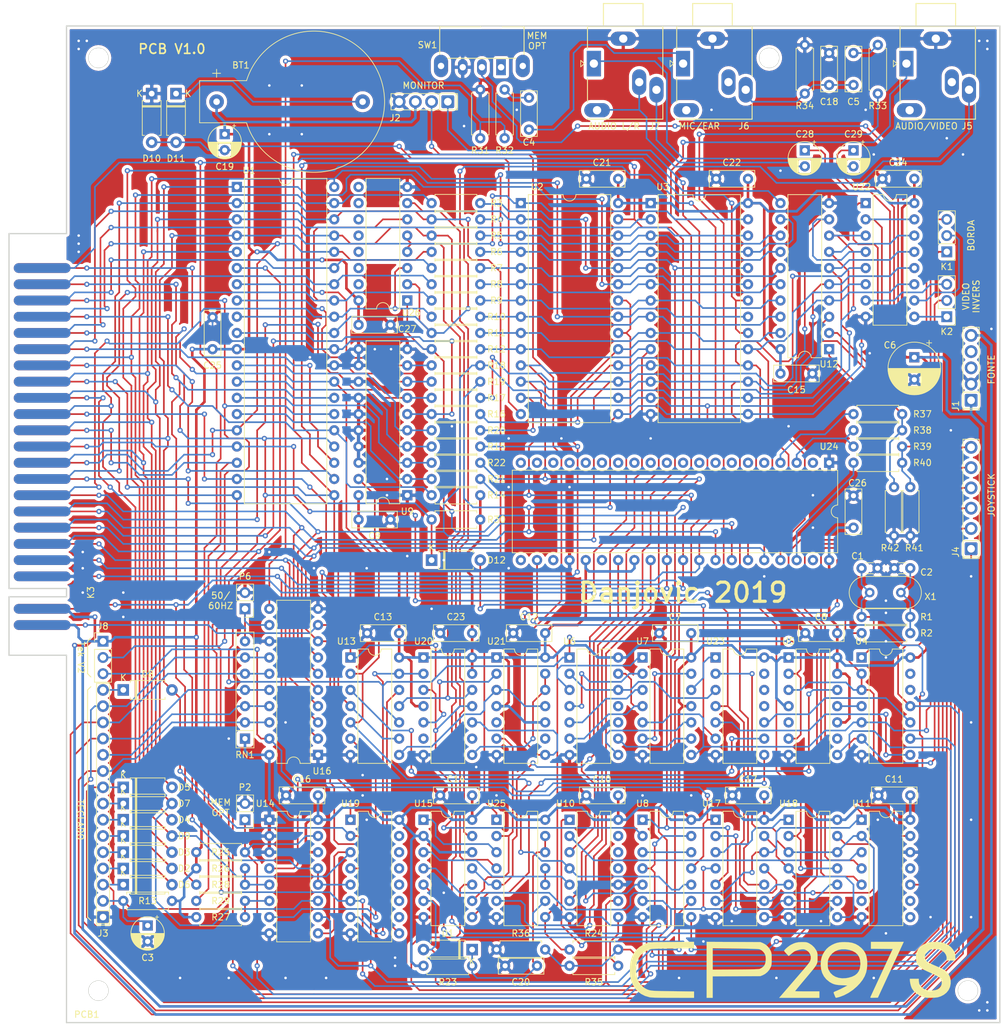
<source format=kicad_pcb>
(kicad_pcb (version 20190331) (host pcbnew "5.1.0-unknown-ef3f773~82~ubuntu14.04.1")
  (layers (0 "F.Cu" signal) (31 "B.Cu" signal) (34 "B.Paste" user) (35 "F.Paste" user) (36 "B.SilkS" user) (37 "F.SilkS" user) (38 "B.Mask" user) (39 "F.Mask" user) (44 "Edge.Cuts" user))
  (net 0 "")
  (net 1 "Net-(BT1-Pad2)")
  (net 2 "+5V")
  (net 3 "Net-(C1-Pad1)")
  (net 4 "GND")
  (net 5 "Net-(C2-Pad1)")
  (net 6 "Net-(C4-Pad1)")
  (net 7 "Net-(C5-Pad1)")
  (net 8 "A8'")
  (net 9 "Net-(D2-Pad1)")
  (net 10 "Net-(D3-Pad1)")
  (net 11 "A9")
  (net 12 "A10")
  (net 13 "Net-(D4-Pad1)")
  (net 14 "Net-(D5-Pad1)")
  (net 15 "A11")
  (net 16 "A12")
  (net 17 "Net-(D6-Pad1)")
  (net 18 "Net-(D7-Pad1)")
  (net 19 "A13")
  (net 20 "A14")
  (net 21 "Net-(D8-Pad1)")
  (net 22 "Net-(D9-Pad1)")
  (net 23 "A15")
  (net 24 "SER'")
  (net 25 "Net-(K1-Pad2)")
  (net 26 "Net-(K2-Pad1)")
  (net 27 "Net-(K2-Pad2)")
  (net 28 "Net-(K2-Pad3)")
  (net 29 "A4")
  (net 30 "A5")
  (net 31 "A7")
  (net 32 "A8")
  (net 33 "A3")
  (net 34 "A2")
  (net 35 "A1")
  (net 36 "A0")
  (net 37 "3.2M")
  (net 38 "+9V")
  (net 39 "D4'")
  (net 40 "D3'")
  (net 41 "D5'")
  (net 42 "D6'")
  (net 43 "D2'")
  (net 44 "D1'")
  (net 45 "D0'")
  (net 46 "D7'")
  (net 47 "Net-(P2-Pad1)")
  (net 48 "Net-(P6-Pad1)")
  (net 49 "6.5M")
  (net 50 "A9'")
  (net 51 "A7'")
  (net 52 "A6'")
  (net 53 "A5'")
  (net 54 "A4'")
  (net 55 "A3'")
  (net 56 "A2'")
  (net 57 "A1'")
  (net 58 "A0'")
  (net 59 "/D7")
  (net 60 "/D6")
  (net 61 "/D5")
  (net 62 "/D4")
  (net 63 "/D3")
  (net 64 "/D2")
  (net 65 "/D1")
  (net 66 "/D0")
  (net 67 "Net-(R26-Pad2)")
  (net 68 "Net-(R27-Pad2)")
  (net 69 "Net-(R31-Pad1)")
  (net 70 "Net-(U23-Pad10)")
  (net 71 "Net-(U23-Pad5)")
  (net 72 "Net-(U5-Pad9)")
  (net 73 "Net-(U5-Pad5)")
  (net 74 "Net-(U15-Pad8)")
  (net 75 "Net-(U6-Pad8)")
  (net 76 "Net-(U23-Pad3)")
  (net 77 "Net-(U6-Pad9)")
  (net 78 "Net-(U6-Pad3)")
  (net 79 "Net-(U6-Pad10)")
  (net 80 "Net-(U6-Pad4)")
  (net 81 "Net-(U6-Pad11)")
  (net 82 "Net-(U6-Pad5)")
  (net 83 "Net-(U6-Pad13)")
  (net 84 "Net-(U7-Pad13)")
  (net 85 "Net-(U23-Pad1)")
  (net 86 "VSYNC")
  (net 87 "Net-(U10-Pad1)")
  (net 88 "Net-(U8-Pad12)")
  (net 89 "NOP")
  (net 90 "Net-(U10-Pad2)")
  (net 91 "Net-(U10-Pad5)")
  (net 92 "Net-(U11-Pad6)")
  (net 93 "Net-(U11-Pad5)")
  (net 94 "Net-(U11-Pad4)")
  (net 95 "Net-(U13-Pad13)")
  (net 96 "Net-(U13-Pad6)")
  (net 97 "Net-(U13-Pad12)")
  (net 98 "Net-(U13-Pad3)")
  (net 99 "Net-(U13-Pad8)")
  (net 100 "Net-(U14-Pad4)")
  (net 101 "Net-(U15-Pad1)")
  (net 102 "INVERT")
  (net 103 "/NMI_ON")
  (net 104 "Net-(U17-Pad6)")
  (net 105 "Net-(U17-Pad3)")
  (net 106 "Net-(U17-Pad2)")
  (net 107 "Net-(U17-Pad8)")
  (net 108 "Net-(U19-Pad15)")
  (net 109 "Net-(U19-Pad14)")
  (net 110 "Net-(U19-Pad13)")
  (net 111 "Net-(U19-Pad12)")
  (net 112 "Net-(U19-Pad11)")
  (net 113 "Net-(U19-Pad10)")
  (net 114 "Net-(U20-Pad6)")
  (net 115 "Net-(U20-Pad5)")
  (net 116 "Net-(U20-Pad10)")
  (net 117 "Net-(U20-Pad9)")
  (net 118 "Net-(U20-Pad8)")
  (net 119 "Net-(U21-Pad5)")
  (net 120 "Net-(U21-Pad9)")
  (net 121 "/EAR")
  (net 122 "/MIC")
  (net 123 "Net-(J1-Pad4)")
  (net 124 "Net-(J1-Pad3)")
  (net 125 "/VIDEO")
  (net 126 "Net-(J3-Pad14)")
  (net 127 "Net-(J3-Pad13)")
  (net 128 "Net-(J3-Pad12)")
  (net 129 "Net-(J3-Pad11)")
  (net 130 "Net-(J3-Pad10)")
  (net 131 "~")
  (net 132 "~RESET")
  (net 133 "Net-(C20-Pad1)")
  (net 134 "~CSYNC")
  (net 135 "~HSYNC")
  (net 136 "~RAMCS")
  (net 137 "A6-~INT")
  (net 138 "~NMI")
  (net 139 "~HALT")
  (net 140 "~MREQ")
  (net 141 "~IORQ")
  (net 142 "~RD")
  (net 143 "~WR")
  (net 144 "~BUSAK")
  (net 145 "~WAIT")
  (net 146 "~BUSRQ")
  (net 147 "~M1")
  (net 148 "~RFSH")
  (net 149 "~ROMCS")
  (net 150 "~SEROUT")
  (net 151 "Net-(R35-Pad1)")
  (net 152 "~6.5M")
  (net 153 "Net-(U25-Pad9)")
  (net 154 "~KBD")
  (net 155 "Net-(U25-Pad10)")
  (net 156 "~IOWR")
  (net 157 "Net-(U11-Pad11)")
  (net 158 "/1.625MHz")
  (net 159 "Net-(U11-Pad9)")
  (net 160 "Net-(U11-Pad8)")
  (net 161 "Net-(U15-Pad11)")
  (net 162 "Net-(U15-Pad13)")
  (net 163 "Net-(U24-Pad20)")
  (net 164 "Net-(U24-Pad39)")
  (net 165 "Net-(U24-Pad19)")
  (net 166 "Net-(U24-Pad18)")
  (net 167 "Net-(U24-Pad17)")
  (net 168 "Net-(U24-Pad16)")
  (net 169 "Net-(U24-Pad15)")
  (net 170 "Net-(U24-Pad14)")
  (net 171 "Net-(U24-Pad13)")
  (net 172 "Net-(U24-Pad12)")
  (net 173 "Net-(U24-Pad11)")
  (net 174 "Net-(U24-Pad10)")
  (net 175 "Net-(U24-Pad29)")
  (net 176 "Net-(U24-Pad9)")
  (net 177 "Net-(U24-Pad8)")
  (net 178 "Net-(U24-Pad7)")
  (net 179 "Net-(U24-Pad26)")
  (net 180 "Net-(U24-Pad6)")
  (net 181 "Net-(U24-Pad5)")
  (net 182 "Net-(U24-Pad23)")
  (net 183 "Net-(U24-Pad2)")
  (net 184 "Net-(U24-Pad21)")
  (net 185 "Net-(U26-Pad15)")
  (net 186 "Net-(U26-Pad14)")
  (net 187 "Net-(U26-Pad13)")
  (net 188 "Net-(U26-Pad12)")
  (net 189 "Net-(U26-Pad11)")
  (net 190 "Net-(U26-Pad10)")
  (net 191 "Net-(U26-Pad9)")
  (net 192 "Net-(C28-Pad1)")
  (net 193 "/AUDIO-L")
  (net 194 "/AUDIO-R")
  (net 195 "Net-(C29-Pad1)")
  (net 196 "AUDIO-MONO")
  (net 197 "Net-(R37-Pad1)")
  (net 198 "Net-(R38-Pad1)")
  (net 199 "Net-(R40-Pad1)")
  (net 200 "Net-(J5-Pad5)")
  (net 201 "Net-(J5-Pad4)")
  (net 202 "Net-(J6-Pad5)")
  (net 203 "Net-(J6-Pad4)")
  (net 204 "Net-(SW1-Pad1)")
  (net 205 "/+9V")
  (net 206 "/AUDIO-MONO")
  (net 207 "/6.5M")
  (net 208 "/A7")
  (net 209 "/A3")
  (net 210 "/A2")
  (net 211 "/A1")
  (net 212 "/A0")
  (net 213 "/RAW_VIDEO")
  (net 214 "Net-(D12-Pad2)")
  (module "Connector_PinHeader_2.54mm:PinHeader_1x03_P2.54mm_Vertical" (layer "F.Cu") (at 31.115 143.51)
    (fp_text reference "J8" (at 0 -2.33) (layer "F.SilkS"))
    (fp_text value "Conn_01x03_Female")
    (pad "3" thru_hole oval (at 0 5.08) (size 1.7 1.7) (drill 1) (layers *.Cu *.Mask) (net 154 "~KBD"))
    (pad "2" thru_hole oval (at 0 2.54) (size 1.7 1.7) (drill 1) (layers *.Cu *.Mask) (net 145 "~WAIT"))
    (pad "1" thru_hole rect (at 0 0) (size 1.7 1.7) (drill 1) (layers *.Cu *.Mask) (net 2 "+5V"))
  )
  (module "Resistor_THT:R_Axial_DIN0207_L6.3mm_D2.5mm_P7.62mm_Horizontal" (layer "F.Cu") (at 90.17 124.46 180)
    (fp_text reference "R30" (at -2.54 0) (layer "F.SilkS"))
    (fp_text value "10K")
    (pad "2" thru_hole oval (at 7.62 0 180) (size 1.6 1.6) (drill 0.8) (layers *.Cu *.Mask) (net 145 "~WAIT"))
    (pad "1" thru_hole circle (at 0 0 180) (size 1.6 1.6) (drill 0.8) (layers *.Cu *.Mask) (net 2 "+5V"))
  )
  (module "Diode_THT:D_A-405_P7.62mm_Horizontal" (layer "F.Cu") (at 82.55 130.81)
    (fp_text reference "D12" (at 10.16 0) (layer "F.SilkS"))
    (fp_text value "4148")
    (fp_text user "K" (at 0 -1.9) (layer "F.SilkS"))
    (pad "2" thru_hole oval (at 7.62 0) (size 1.8 1.8) (drill 0.9) (layers *.Cu *.Mask) (net 214 "Net-(D12-Pad2)"))
    (pad "1" thru_hole rect (at 0 0) (size 1.8 1.8) (drill 0.9) (layers *.Cu *.Mask) (net 145 "~WAIT"))
  )
  (module "Resistor_THT:R_Array_SIP7" (layer "F.Cu") (at 53.34 158.75 90)
    (fp_text reference "RN1" (at -2.54 0 180) (layer "F.SilkS"))
    (fp_text value "47k")
    (pad "7" thru_hole oval (at 15.24 0 90) (size 1.6 1.6) (drill 0.8) (layers *.Cu *.Mask) (net 48 "Net-(P6-Pad1)"))
    (pad "6" thru_hole oval (at 12.7 0 90) (size 1.6 1.6) (drill 0.8) (layers *.Cu *.Mask) (net 126 "Net-(J3-Pad14)"))
    (pad "5" thru_hole oval (at 10.16 0 90) (size 1.6 1.6) (drill 0.8) (layers *.Cu *.Mask) (net 127 "Net-(J3-Pad13)"))
    (pad "4" thru_hole oval (at 7.62 0 90) (size 1.6 1.6) (drill 0.8) (layers *.Cu *.Mask) (net 128 "Net-(J3-Pad12)"))
    (pad "3" thru_hole oval (at 5.08 0 90) (size 1.6 1.6) (drill 0.8) (layers *.Cu *.Mask) (net 129 "Net-(J3-Pad11)"))
    (pad "2" thru_hole oval (at 2.54 0 90) (size 1.6 1.6) (drill 0.8) (layers *.Cu *.Mask) (net 130 "Net-(J3-Pad10)"))
    (pad "1" thru_hole rect (at 0 0 90) (size 1.6 1.6) (drill 0.8) (layers *.Cu *.Mask) (net 2 "+5V"))
  )
  (module "Package_DIP:DIP-14_W7.62mm" (layer "F.Cu") (at 104.14 171.45)
    (fp_text reference "U10" (at -0.635 -2.54) (layer "F.SilkS"))
    (fp_text value "74LS125")
    (pad "1" thru_hole rect (at 0 0) (size 1.6 1.6) (drill 0.8) (layers *.Cu *.Mask) (net 87 "Net-(U10-Pad1)"))
    (pad "8" thru_hole oval (at 7.62 15.24) (size 1.6 1.6) (drill 0.8) (layers *.Cu *.Mask) (net 151 "Net-(R35-Pad1)"))
    (pad "2" thru_hole oval (at 0 2.54) (size 1.6 1.6) (drill 0.8) (layers *.Cu *.Mask) (net 90 "Net-(U10-Pad2)"))
    (pad "9" thru_hole oval (at 7.62 12.7) (size 1.6 1.6) (drill 0.8) (layers *.Cu *.Mask) (net 134 "~CSYNC"))
    (pad "3" thru_hole oval (at 0 5.08) (size 1.6 1.6) (drill 0.8) (layers *.Cu *.Mask) (net 58 "A0'"))
    (pad "10" thru_hole oval (at 7.62 10.16) (size 1.6 1.6) (drill 0.8) (layers *.Cu *.Mask) (net 4 "GND"))
    (pad "4" thru_hole oval (at 0 7.62) (size 1.6 1.6) (drill 0.8) (layers *.Cu *.Mask) (net 148 "~RFSH"))
    (pad "11" thru_hole oval (at 7.62 7.62) (size 1.6 1.6) (drill 0.8) (layers *.Cu *.Mask))
    (pad "5" thru_hole oval (at 0 10.16) (size 1.6 1.6) (drill 0.8) (layers *.Cu *.Mask) (net 91 "Net-(U10-Pad5)"))
    (pad "12" thru_hole oval (at 7.62 5.08) (size 1.6 1.6) (drill 0.8) (layers *.Cu *.Mask))
    (pad "6" thru_hole oval (at 0 12.7) (size 1.6 1.6) (drill 0.8) (layers *.Cu *.Mask) (net 50 "A9'"))
    (pad "13" thru_hole oval (at 7.62 2.54) (size 1.6 1.6) (drill 0.8) (layers *.Cu *.Mask))
    (pad "7" thru_hole oval (at 0 15.24) (size 1.6 1.6) (drill 0.8) (layers *.Cu *.Mask) (net 4 "GND"))
    (pad "14" thru_hole oval (at 7.62 0) (size 1.6 1.6) (drill 0.8) (layers *.Cu *.Mask) (net 2 "+5V"))
  )
  (module "CP297s:Placa_CP200S" (layer "F.Cu") (at 25.4 203.2)
    (fp_text reference "PCB1" (at 3.175 -1.27) (layer "F.SilkS"))
    (fp_text value "Placa_CP200S")
    (fp_line (start 0 -156) (end 146.1 -156) (layer "Edge.Cuts") (width 0.2))
    (fp_line (start 0 -156) (end 0 -123.5) (layer "Edge.Cuts") (width 0.2))
    (fp_line (start 0 -123.5) (end -9 -123.5) (layer "Edge.Cuts") (width 0.2))
    (fp_line (start -9 -66.65) (end -9 -57.5) (layer "Edge.Cuts") (width 0.2))
    (fp_line (start -9 -57.5) (end 0 -57.5) (layer "Edge.Cuts") (width 0.2))
    (fp_circle (center 110 -151) (end 111.5 -151) (layer "Edge.Cuts") (width 0.2))
    (fp_circle (center 5 -151) (end 6.5 -151) (layer "Edge.Cuts") (width 0.2))
    (fp_line (start 0 0) (end 146.1 0) (layer "Edge.Cuts") (width 0.2))
    (fp_circle (center 5 -5) (end 6.5 -5) (layer "Edge.Cuts") (width 0.2))
    (fp_circle (center 141.1 -5) (end 142.6 -5) (layer "Edge.Cuts") (width 0.2))
    (fp_line (start 146.1 -156) (end 146.1 0) (layer "Edge.Cuts") (width 0.2))
    (fp_line (start 0 -57.5) (end 0 0) (layer "Edge.Cuts") (width 0.2))
    (fp_line (start -9 -66.65) (end 0 -66.65) (layer "Edge.Cuts") (width 0.2))
    (fp_line (start -9 -67.95) (end 0 -67.95) (layer "Edge.Cuts") (width 0.2))
    (fp_line (start 0 -67.95) (end 0 -66.65) (layer "Edge.Cuts") (width 0.2))
    (fp_line (start -9 -123.5) (end -9 -67.95) (layer "Edge.Cuts") (width 0.2))
    (pad "" np_thru_hole circle (at 110 -151) (size 3 3) (drill 3) (layers *.Cu *.Mask))
    (pad "" np_thru_hole circle (at 141.1 -5) (size 3 3) (drill 3) (layers *.Cu *.Mask))
    (pad "" np_thru_hole circle (at 5 -151) (size 3 3) (drill 3) (layers *.Cu *.Mask))
    (pad "" np_thru_hole circle (at 5 -5) (size 3 3) (drill 3) (layers *.Cu *.Mask))
  )
  (module "Battery:BatteryHolder_CR2032H" (layer "F.Cu") (at 48.895 59.055 180)
    (fp_text reference "BT1" (at -3.81 5.715 180) (layer "F.SilkS"))
    (fp_text value "Battery_Cell")
    (pad "2" thru_hole circle (at -22.86 0 180) (size 2.29 2.29) (drill 1.02) (layers *.Cu *.Mask) (net 1 "Net-(BT1-Pad2)"))
    (pad "1" thru_hole circle (at 0 0 180) (size 2.29 2.29) (drill 1.02) (layers *.Cu *.Mask) (net 2 "+5V"))
  )
  (module "Resistor_THT:R_Axial_DIN0207_L6.3mm_D2.5mm_P7.62mm_Horizontal" (layer "F.Cu") (at 90.17 64.77 90)
    (fp_text reference "R31" (at -1.905 0 180) (layer "F.SilkS"))
    (fp_text value "1k")
    (pad "2" thru_hole oval (at 7.62 0 90) (size 1.6 1.6) (drill 0.8) (layers *.Cu *.Mask) (net 4 "GND"))
    (pad "1" thru_hole circle (at 0 0 90) (size 1.6 1.6) (drill 0.8) (layers *.Cu *.Mask) (net 69 "Net-(R31-Pad1)"))
  )
  (module "Resistor_THT:R_Axial_DIN0207_L6.3mm_D2.5mm_P7.62mm_Horizontal" (layer "F.Cu") (at 93.98 64.77 90)
    (fp_text reference "R32" (at -1.905 0 180) (layer "F.SilkS"))
    (fp_text value "180")
    (pad "2" thru_hole oval (at 7.62 0 90) (size 1.6 1.6) (drill 0.8) (layers *.Cu *.Mask) (net 6 "Net-(C4-Pad1)"))
    (pad "1" thru_hole circle (at 0 0 90) (size 1.6 1.6) (drill 0.8) (layers *.Cu *.Mask) (net 69 "Net-(R31-Pad1)"))
  )
  (module "CP297s:SS-12F23_SPDT_Angled" (layer "F.Cu") (at 90.424 53.6575 180)
    (fp_text reference "SW1" (at 8.509 3.4925 180) (layer "F.SilkS"))
    (fp_text value "SW_SPDT")
    (pad "1" thru_hole rect (at -3 0 180) (size 1.5 2.5) (drill 1) (layers *.Cu *.Mask) (net 204 "Net-(SW1-Pad1)"))
    (pad "2" thru_hole oval (at 0 0 180) (size 1.5 2.5) (drill 1) (layers *.Cu *.Mask) (net 47 "Net-(P2-Pad1)"))
    (pad "3" thru_hole oval (at 3 0 180) (size 1.5 2.5) (drill 1) (layers *.Cu *.Mask) (net 4 "GND"))
    (pad "" thru_hole oval (at -6.4 0.2 180) (size 2.2 3.5) (drill 1) (layers *.Cu *.Mask))
    (pad "" thru_hole oval (at 6.4 0.2 180) (size 2.2 3.5) (drill 1) (layers *.Cu *.Mask))
  )
  (module "CP297s:ZX81_EDGE" (layer "F.Cu") (at 15.24 113.03 180)
    (fp_text reference "K3" (at -13.97 -22.86 90) (layer "F.SilkS"))
    (fp_text value "TK85_BUS")
    (pad "A1" smd roundrect (at -10.16 -27.94 180) (size 8.89 1.524) (drill (offset 3.81 0)) (layers "F.Cu" "F.Paste" "F.Mask") (roundrect_rratio 0.5) (net 46 "D7'"))
    (pad "A2" smd roundrect (at -10.16 -25.4 180) (size 8.89 1.524) (drill (offset 3.81 0)) (layers "F.Cu" "F.Paste" "F.Mask") (roundrect_rratio 0.5) (net 136 "~RAMCS"))
    (pad "A4" smd roundrect (at -10.16 -20.32 180) (size 8.89 1.524) (drill (offset 3.81 0)) (layers "F.Cu" "F.Paste" "F.Mask") (roundrect_rratio 0.5) (net 45 "D0'"))
    (pad "A5" smd roundrect (at -10.16 -17.78 180) (size 8.89 1.524) (drill (offset 3.81 0)) (layers "F.Cu" "F.Paste" "F.Mask") (roundrect_rratio 0.5) (net 44 "D1'"))
    (pad "A6" smd roundrect (at -10.16 -15.24 180) (size 8.89 1.524) (drill (offset 3.81 0)) (layers "F.Cu" "F.Paste" "F.Mask") (roundrect_rratio 0.5) (net 43 "D2'"))
    (pad "A7" smd roundrect (at -10.16 -12.7 180) (size 8.89 1.524) (drill (offset 3.81 0)) (layers "F.Cu" "F.Paste" "F.Mask") (roundrect_rratio 0.5) (net 42 "D6'"))
    (pad "A8" smd roundrect (at -10.16 -10.16 180) (size 8.89 1.524) (drill (offset 3.81 0)) (layers "F.Cu" "F.Paste" "F.Mask") (roundrect_rratio 0.5) (net 41 "D5'"))
    (pad "A9" smd roundrect (at -10.16 -7.62 180) (size 8.89 1.524) (drill (offset 3.81 0)) (layers "F.Cu" "F.Paste" "F.Mask") (roundrect_rratio 0.5) (net 40 "D3'"))
    (pad "A10" smd roundrect (at -10.16 -5.08 180) (size 8.89 1.524) (drill (offset 3.81 0)) (layers "F.Cu" "F.Paste" "F.Mask") (roundrect_rratio 0.5) (net 39 "D4'"))
    (pad "A11" smd roundrect (at -10.16 -2.54 180) (size 8.89 1.524) (drill (offset 3.81 0)) (layers "F.Cu" "F.Paste" "F.Mask") (roundrect_rratio 0.5) (net 137 "A6-~INT"))
    (pad "A12" smd roundrect (at -10.16 0 180) (size 8.89 1.524) (drill (offset 3.81 0)) (layers "F.Cu" "F.Paste" "F.Mask") (roundrect_rratio 0.5) (net 138 "~NMI"))
    (pad "A13" smd roundrect (at -10.16 2.54 180) (size 8.89 1.524) (drill (offset 3.81 0)) (layers "F.Cu" "F.Paste" "F.Mask") (roundrect_rratio 0.5) (net 139 "~HALT"))
    (pad "A14" smd roundrect (at -10.16 5.08 180) (size 8.89 1.524) (drill (offset 3.81 0)) (layers "F.Cu" "F.Paste" "F.Mask") (roundrect_rratio 0.5) (net 140 "~MREQ"))
    (pad "A15" smd roundrect (at -10.16 7.62 180) (size 8.89 1.524) (drill (offset 3.81 0)) (layers "F.Cu" "F.Paste" "F.Mask") (roundrect_rratio 0.5) (net 141 "~IORQ"))
    (pad "A16" smd roundrect (at -10.16 10.16 180) (size 8.89 1.524) (drill (offset 3.81 0)) (layers "F.Cu" "F.Paste" "F.Mask") (roundrect_rratio 0.5) (net 142 "~RD"))
    (pad "A17" smd roundrect (at -10.16 12.7 180) (size 8.89 1.524) (drill (offset 3.81 0)) (layers "F.Cu" "F.Paste" "F.Mask") (roundrect_rratio 0.5) (net 143 "~WR"))
    (pad "A18" smd roundrect (at -10.16 15.24 180) (size 8.89 1.524) (drill (offset 3.81 0)) (layers "F.Cu" "F.Paste" "F.Mask") (roundrect_rratio 0.5) (net 144 "~BUSAK"))
    (pad "A19" smd roundrect (at -10.16 17.78 180) (size 8.89 1.524) (drill (offset 3.81 0)) (layers "F.Cu" "F.Paste" "F.Mask") (roundrect_rratio 0.5) (net 145 "~WAIT"))
    (pad "A20" smd roundrect (at -10.16 20.32 180) (size 8.89 1.524) (drill (offset 3.81 0)) (layers "F.Cu" "F.Paste" "F.Mask") (roundrect_rratio 0.5) (net 146 "~BUSRQ"))
    (pad "A21" smd roundrect (at -10.16 22.86 180) (size 8.89 1.524) (drill (offset 3.81 0)) (layers "F.Cu" "F.Paste" "F.Mask") (roundrect_rratio 0.5) (net 132 "~RESET"))
    (pad "A22" smd roundrect (at -10.16 25.4 180) (size 8.89 1.524) (drill (offset 3.81 0)) (layers "F.Cu" "F.Paste" "F.Mask") (roundrect_rratio 0.5) (net 147 "~M1"))
    (pad "A23" smd roundrect (at -10.16 27.94 180) (size 8.89 1.524) (drill (offset 3.81 0)) (layers "F.Cu" "F.Paste" "F.Mask") (roundrect_rratio 0.5) (net 148 "~RFSH"))
    (pad "B1" smd roundrect (at -10.16 -27.94 180) (size 8.89 1.524) (drill (offset 3.81 0)) (layers "B.Cu" "B.Paste" "B.Mask") (roundrect_rratio 0.5) (net 2 "+5V"))
    (pad "B2" smd roundrect (at -10.16 -25.4 180) (size 8.89 1.524) (drill (offset 3.81 0)) (layers "B.Cu" "B.Paste" "B.Mask") (roundrect_rratio 0.5) (net 38 "+9V"))
    (pad "B4" smd roundrect (at -10.16 -20.32 180) (size 8.89 1.524) (drill (offset 3.81 0)) (layers "B.Cu" "B.Paste" "B.Mask") (roundrect_rratio 0.5) (net 4 "GND"))
    (pad "B5" smd roundrect (at -10.16 -17.78 180) (size 8.89 1.524) (drill (offset 3.81 0)) (layers "B.Cu" "B.Paste" "B.Mask") (roundrect_rratio 0.5) (net 4 "GND"))
    (pad "B6" smd roundrect (at -10.16 -15.24 180) (size 8.89 1.524) (drill (offset 3.81 0)) (layers "B.Cu" "B.Paste" "B.Mask") (roundrect_rratio 0.5) (net 37 "3.2M"))
    (pad "B7" smd roundrect (at -10.16 -12.7 180) (size 8.89 1.524) (drill (offset 3.81 0)) (layers "B.Cu" "B.Paste" "B.Mask") (roundrect_rratio 0.5) (net 36 "A0"))
    (pad "B8" smd roundrect (at -10.16 -10.16 180) (size 8.89 1.524) (drill (offset 3.81 0)) (layers "B.Cu" "B.Paste" "B.Mask") (roundrect_rratio 0.5) (net 35 "A1"))
    (pad "B9" smd roundrect (at -10.16 -7.62 180) (size 8.89 1.524) (drill (offset 3.81 0)) (layers "B.Cu" "B.Paste" "B.Mask") (roundrect_rratio 0.5) (net 34 "A2"))
    (pad "B10" smd roundrect (at -10.16 -5.08 180) (size 8.89 1.524) (drill (offset 3.81 0)) (layers "B.Cu" "B.Paste" "B.Mask") (roundrect_rratio 0.5) (net 33 "A3"))
    (pad "B11" smd roundrect (at -10.16 -2.54 180) (size 8.89 1.524) (drill (offset 3.81 0)) (layers "B.Cu" "B.Paste" "B.Mask") (roundrect_rratio 0.5) (net 23 "A15"))
    (pad "B12" smd roundrect (at -10.16 0 180) (size 8.89 1.524) (drill (offset 3.81 0)) (layers "B.Cu" "B.Paste" "B.Mask") (roundrect_rratio 0.5) (net 20 "A14"))
    (pad "B13" smd roundrect (at -10.16 2.54 180) (size 8.89 1.524) (drill (offset 3.81 0)) (layers "B.Cu" "B.Paste" "B.Mask") (roundrect_rratio 0.5) (net 19 "A13"))
    (pad "B14" smd roundrect (at -10.16 5.08 180) (size 8.89 1.524) (drill (offset 3.81 0)) (layers "B.Cu" "B.Paste" "B.Mask") (roundrect_rratio 0.5) (net 16 "A12"))
    (pad "B15" smd roundrect (at -10.16 7.62 180) (size 8.89 1.524) (drill (offset 3.81 0)) (layers "B.Cu" "B.Paste" "B.Mask") (roundrect_rratio 0.5) (net 15 "A11"))
    (pad "B16" smd roundrect (at -10.16 10.16 180) (size 8.89 1.524) (drill (offset 3.81 0)) (layers "B.Cu" "B.Paste" "B.Mask") (roundrect_rratio 0.5) (net 12 "A10"))
    (pad "B17" smd roundrect (at -10.16 12.7 180) (size 8.89 1.524) (drill (offset 3.81 0)) (layers "B.Cu" "B.Paste" "B.Mask") (roundrect_rratio 0.5) (net 11 "A9"))
    (pad "B18" smd roundrect (at -10.16 15.24 180) (size 8.89 1.524) (drill (offset 3.81 0)) (layers "B.Cu" "B.Paste" "B.Mask") (roundrect_rratio 0.5) (net 32 "A8"))
    (pad "B19" smd roundrect (at -10.16 17.78 180) (size 8.89 1.524) (drill (offset 3.81 0)) (layers "B.Cu" "B.Paste" "B.Mask") (roundrect_rratio 0.5) (net 31 "A7"))
    (pad "B20" smd roundrect (at -10.16 20.32 180) (size 8.89 1.524) (drill (offset 3.81 0)) (layers "B.Cu" "B.Paste" "B.Mask") (roundrect_rratio 0.5) (net 137 "A6-~INT"))
    (pad "B21" smd roundrect (at -10.16 22.86 180) (size 8.89 1.524) (drill (offset 3.81 0)) (layers "B.Cu" "B.Paste" "B.Mask") (roundrect_rratio 0.5) (net 30 "A5"))
    (pad "B22" smd roundrect (at -10.16 25.4 180) (size 8.89 1.524) (drill (offset 3.81 0)) (layers "B.Cu" "B.Paste" "B.Mask") (roundrect_rratio 0.5) (net 29 "A4"))
    (pad "B23" smd roundrect (at -10.16 27.94 180) (size 8.89 1.524) (drill (offset 3.81 0)) (layers "B.Cu" "B.Paste" "B.Mask") (roundrect_rratio 0.5) (net 149 "~ROMCS"))
  )
  (module "Package_DIP:DIP-16_W7.62mm" (layer "F.Cu") (at 150.495 74.93)
    (fp_text reference "U22" (at -0.635 -2.54) (layer "F.SilkS"))
    (fp_text value "74LS165")
    (pad "1" thru_hole rect (at 0 0) (size 1.6 1.6) (drill 0.8) (layers *.Cu *.Mask) (net 116 "Net-(U20-Pad10)"))
    (pad "9" thru_hole oval (at 7.62 17.78) (size 1.6 1.6) (drill 0.8) (layers *.Cu *.Mask) (net 26 "Net-(K2-Pad1)"))
    (pad "2" thru_hole oval (at 0 2.54) (size 1.6 1.6) (drill 0.8) (layers *.Cu *.Mask) (net 49 "6.5M"))
    (pad "10" thru_hole oval (at 7.62 15.24) (size 1.6 1.6) (drill 0.8) (layers *.Cu *.Mask) (net 25 "Net-(K1-Pad2)"))
    (pad "3" thru_hole oval (at 0 5.08) (size 1.6 1.6) (drill 0.8) (layers *.Cu *.Mask) (net 39 "D4'"))
    (pad "11" thru_hole oval (at 7.62 12.7) (size 1.6 1.6) (drill 0.8) (layers *.Cu *.Mask) (net 45 "D0'"))
    (pad "4" thru_hole oval (at 0 7.62) (size 1.6 1.6) (drill 0.8) (layers *.Cu *.Mask) (net 41 "D5'"))
    (pad "12" thru_hole oval (at 7.62 10.16) (size 1.6 1.6) (drill 0.8) (layers *.Cu *.Mask) (net 44 "D1'"))
    (pad "5" thru_hole oval (at 0 10.16) (size 1.6 1.6) (drill 0.8) (layers *.Cu *.Mask) (net 42 "D6'"))
    (pad "13" thru_hole oval (at 7.62 7.62) (size 1.6 1.6) (drill 0.8) (layers *.Cu *.Mask) (net 43 "D2'"))
    (pad "6" thru_hole oval (at 0 12.7) (size 1.6 1.6) (drill 0.8) (layers *.Cu *.Mask) (net 46 "D7'"))
    (pad "14" thru_hole oval (at 7.62 5.08) (size 1.6 1.6) (drill 0.8) (layers *.Cu *.Mask) (net 40 "D3'"))
    (pad "7" thru_hole oval (at 0 15.24) (size 1.6 1.6) (drill 0.8) (layers *.Cu *.Mask) (net 28 "Net-(K2-Pad3)"))
    (pad "15" thru_hole oval (at 7.62 2.54) (size 1.6 1.6) (drill 0.8) (layers *.Cu *.Mask) (net 49 "6.5M"))
    (pad "8" thru_hole oval (at 0 17.78) (size 1.6 1.6) (drill 0.8) (layers *.Cu *.Mask) (net 4 "GND"))
    (pad "16" thru_hole oval (at 7.62 0) (size 1.6 1.6) (drill 0.8) (layers *.Cu *.Mask) (net 2 "+5V"))
  )
  (module "CP297s:PG203J" (layer "F.Cu") (at 156.8805 53.086 270)
    (fp_text reference "J5" (at 9.779 -9.4895) (layer "F.SilkS"))
    (fp_text value "PG203J")
    (pad "3" thru_hole oval (at -3.9 -4.6 270) (size 2.2 4) (drill 1.3) (layers *.Cu *.Mask) (net 4 "GND"))
    (pad "2" thru_hole oval (at 4.1 -9.8 270) (size 4 2.2) (drill 1.3) (layers *.Cu *.Mask) (net 206 "/AUDIO-MONO"))
    (pad "5" thru_hole oval (at 2.9 -7.1 270) (size 4 2.2) (drill 1.3) (layers *.Cu *.Mask) (net 200 "Net-(J5-Pad5)"))
    (pad "4" thru_hole oval (at 7.3 -0.5) (size 4 2.2) (drill 1.3) (layers *.Cu *.Mask) (net 201 "Net-(J5-Pad4)"))
    (pad "1" thru_hole rect (at 0 0 270) (size 4 2.2) (drill 1.3) (layers *.Cu *.Mask) (net 125 "/VIDEO"))
  )
  (module "Resistor_THT:R_Axial_DIN0207_L6.3mm_D2.5mm_P7.62mm_Horizontal" (layer "F.Cu") (at 152.4 57.785 90)
    (fp_text reference "R33" (at -1.905 0 180) (layer "F.SilkS"))
    (fp_text value "56k")
    (pad "1" thru_hole circle (at 0 0 90) (size 1.6 1.6) (drill 0.8) (layers *.Cu *.Mask) (net 150 "~SEROUT"))
    (pad "2" thru_hole oval (at 7.62 0 90) (size 1.6 1.6) (drill 0.8) (layers *.Cu *.Mask) (net 7 "Net-(C5-Pad1)"))
  )
  (module "CP297s:PG203J" (layer "F.Cu") (at 121.92 53.086 270)
    (fp_text reference "J6" (at 9.779 -9.525) (layer "F.SilkS"))
    (fp_text value "PG203J")
    (pad "3" thru_hole oval (at -3.9 -4.6 270) (size 2.2 4) (drill 1.3) (layers *.Cu *.Mask) (net 4 "GND"))
    (pad "2" thru_hole oval (at 4.1 -9.8 270) (size 4 2.2) (drill 1.3) (layers *.Cu *.Mask) (net 122 "/MIC"))
    (pad "5" thru_hole oval (at 2.9 -7.1 270) (size 4 2.2) (drill 1.3) (layers *.Cu *.Mask) (net 202 "Net-(J6-Pad5)"))
    (pad "4" thru_hole oval (at 7.3 -0.5) (size 4 2.2) (drill 1.3) (layers *.Cu *.Mask) (net 203 "Net-(J6-Pad4)"))
    (pad "1" thru_hole rect (at 0 0 270) (size 4 2.2) (drill 1.3) (layers *.Cu *.Mask) (net 121 "/EAR"))
  )
  (module "Resistor_THT:R_Axial_DIN0207_L6.3mm_D2.5mm_P7.62mm_Horizontal" (layer "F.Cu") (at 140.97 57.785 90)
    (fp_text reference "R34" (at -1.905 0 180) (layer "F.SilkS"))
    (fp_text value "1k")
    (pad "1" thru_hole circle (at 0 0 90) (size 1.6 1.6) (drill 0.8) (layers *.Cu *.Mask) (net 122 "/MIC"))
    (pad "2" thru_hole oval (at 7.62 0 90) (size 1.6 1.6) (drill 0.8) (layers *.Cu *.Mask) (net 4 "GND"))
  )
  (module "Package_DIP:DIP-40_W15.24mm" (layer "F.Cu") (at 144.78 115.57 270)
    (fp_text reference "U24" (at -2.54 0) (layer "F.SilkS"))
    (fp_text value "AY-3-8910")
    (pad "40" thru_hole oval (at 15.24 0 270) (size 1.6 1.6) (drill 0.8) (layers *.Cu *.Mask) (net 2 "+5V"))
    (pad "20" thru_hole oval (at 0 48.26 270) (size 1.6 1.6) (drill 0.8) (layers *.Cu *.Mask) (net 163 "Net-(U24-Pad20)"))
    (pad "39" thru_hole oval (at 15.24 2.54 270) (size 1.6 1.6) (drill 0.8) (layers *.Cu *.Mask) (net 164 "Net-(U24-Pad39)"))
    (pad "19" thru_hole oval (at 0 45.72 270) (size 1.6 1.6) (drill 0.8) (layers *.Cu *.Mask) (net 165 "Net-(U24-Pad19)"))
    (pad "38" thru_hole oval (at 15.24 5.08 270) (size 1.6 1.6) (drill 0.8) (layers *.Cu *.Mask) (net 199 "Net-(R40-Pad1)"))
    (pad "18" thru_hole oval (at 0 43.18 270) (size 1.6 1.6) (drill 0.8) (layers *.Cu *.Mask) (net 166 "Net-(U24-Pad18)"))
    (pad "37" thru_hole oval (at 15.24 7.62 270) (size 1.6 1.6) (drill 0.8) (layers *.Cu *.Mask) (net 46 "D7'"))
    (pad "17" thru_hole oval (at 0 40.64 270) (size 1.6 1.6) (drill 0.8) (layers *.Cu *.Mask) (net 167 "Net-(U24-Pad17)"))
    (pad "36" thru_hole oval (at 15.24 10.16 270) (size 1.6 1.6) (drill 0.8) (layers *.Cu *.Mask) (net 42 "D6'"))
    (pad "16" thru_hole oval (at 0 38.1 270) (size 1.6 1.6) (drill 0.8) (layers *.Cu *.Mask) (net 168 "Net-(U24-Pad16)"))
    (pad "35" thru_hole oval (at 15.24 12.7 270) (size 1.6 1.6) (drill 0.8) (layers *.Cu *.Mask) (net 41 "D5'"))
    (pad "15" thru_hole oval (at 0 35.56 270) (size 1.6 1.6) (drill 0.8) (layers *.Cu *.Mask) (net 169 "Net-(U24-Pad15)"))
    (pad "34" thru_hole oval (at 15.24 15.24 270) (size 1.6 1.6) (drill 0.8) (layers *.Cu *.Mask) (net 39 "D4'"))
    (pad "14" thru_hole oval (at 0 33.02 270) (size 1.6 1.6) (drill 0.8) (layers *.Cu *.Mask) (net 170 "Net-(U24-Pad14)"))
    (pad "33" thru_hole oval (at 15.24 17.78 270) (size 1.6 1.6) (drill 0.8) (layers *.Cu *.Mask) (net 40 "D3'"))
    (pad "13" thru_hole oval (at 0 30.48 270) (size 1.6 1.6) (drill 0.8) (layers *.Cu *.Mask) (net 171 "Net-(U24-Pad13)"))
    (pad "32" thru_hole oval (at 15.24 20.32 270) (size 1.6 1.6) (drill 0.8) (layers *.Cu *.Mask) (net 43 "D2'"))
    (pad "12" thru_hole oval (at 0 27.94 270) (size 1.6 1.6) (drill 0.8) (layers *.Cu *.Mask) (net 172 "Net-(U24-Pad12)"))
    (pad "31" thru_hole oval (at 15.24 22.86 270) (size 1.6 1.6) (drill 0.8) (layers *.Cu *.Mask) (net 44 "D1'"))
    (pad "11" thru_hole oval (at 0 25.4 270) (size 1.6 1.6) (drill 0.8) (layers *.Cu *.Mask) (net 173 "Net-(U24-Pad11)"))
    (pad "30" thru_hole oval (at 15.24 25.4 270) (size 1.6 1.6) (drill 0.8) (layers *.Cu *.Mask) (net 45 "D0'"))
    (pad "10" thru_hole oval (at 0 22.86 270) (size 1.6 1.6) (drill 0.8) (layers *.Cu *.Mask) (net 174 "Net-(U24-Pad10)"))
    (pad "29" thru_hole oval (at 15.24 27.94 270) (size 1.6 1.6) (drill 0.8) (layers *.Cu *.Mask) (net 175 "Net-(U24-Pad29)"))
    (pad "9" thru_hole oval (at 0 20.32 270) (size 1.6 1.6) (drill 0.8) (layers *.Cu *.Mask) (net 176 "Net-(U24-Pad9)"))
    (pad "28" thru_hole oval (at 15.24 30.48 270) (size 1.6 1.6) (drill 0.8) (layers *.Cu *.Mask) (net 2 "+5V"))
    (pad "8" thru_hole oval (at 0 17.78 270) (size 1.6 1.6) (drill 0.8) (layers *.Cu *.Mask) (net 177 "Net-(U24-Pad8)"))
    (pad "27" thru_hole oval (at 15.24 33.02 270) (size 1.6 1.6) (drill 0.8) (layers *.Cu *.Mask) (net 161 "Net-(U15-Pad11)"))
    (pad "7" thru_hole oval (at 0 15.24 270) (size 1.6 1.6) (drill 0.8) (layers *.Cu *.Mask) (net 178 "Net-(U24-Pad7)"))
    (pad "26" thru_hole oval (at 15.24 35.56 270) (size 1.6 1.6) (drill 0.8) (layers *.Cu *.Mask) (net 179 "Net-(U24-Pad26)"))
    (pad "6" thru_hole oval (at 0 12.7 270) (size 1.6 1.6) (drill 0.8) (layers *.Cu *.Mask) (net 180 "Net-(U24-Pad6)"))
    (pad "25" thru_hole oval (at 15.24 38.1 270) (size 1.6 1.6) (drill 0.8) (layers *.Cu *.Mask) (net 2 "+5V"))
    (pad "5" thru_hole oval (at 0 10.16 270) (size 1.6 1.6) (drill 0.8) (layers *.Cu *.Mask) (net 181 "Net-(U24-Pad5)"))
    (pad "24" thru_hole oval (at 15.24 40.64 270) (size 1.6 1.6) (drill 0.8) (layers *.Cu *.Mask) (net 4 "GND"))
    (pad "4" thru_hole oval (at 0 7.62 270) (size 1.6 1.6) (drill 0.8) (layers *.Cu *.Mask) (net 197 "Net-(R37-Pad1)"))
    (pad "23" thru_hole oval (at 15.24 43.18 270) (size 1.6 1.6) (drill 0.8) (layers *.Cu *.Mask) (net 182 "Net-(U24-Pad23)"))
    (pad "3" thru_hole oval (at 0 5.08 270) (size 1.6 1.6) (drill 0.8) (layers *.Cu *.Mask) (net 198 "Net-(R38-Pad1)"))
    (pad "22" thru_hole oval (at 15.24 45.72 270) (size 1.6 1.6) (drill 0.8) (layers *.Cu *.Mask) (net 158 "/1.625MHz"))
    (pad "2" thru_hole oval (at 0 2.54 270) (size 1.6 1.6) (drill 0.8) (layers *.Cu *.Mask) (net 183 "Net-(U24-Pad2)"))
    (pad "21" thru_hole oval (at 15.24 48.26 270) (size 1.6 1.6) (drill 0.8) (layers *.Cu *.Mask) (net 184 "Net-(U24-Pad21)"))
    (pad "1" thru_hole rect (at 0 0 270) (size 1.6 1.6) (drill 0.8) (layers *.Cu *.Mask) (net 4 "GND"))
  )
  (module "CP297s:PG203J" (layer "F.Cu") (at 107.95 53.086 270)
    (fp_text reference "J7" (at 9.779 -9.525) (layer "F.SilkS"))
    (fp_text value "PG203J")
    (pad "3" thru_hole oval (at -3.9 -4.6 270) (size 2.2 4) (drill 1.3) (layers *.Cu *.Mask) (net 4 "GND"))
    (pad "2" thru_hole oval (at 4.1 -9.8 270) (size 4 2.2) (drill 1.3) (layers *.Cu *.Mask) (net 193 "/AUDIO-L"))
    (pad "5" thru_hole oval (at 2.9 -7.1 270) (size 4 2.2) (drill 1.3) (layers *.Cu *.Mask) (net 196 "AUDIO-MONO"))
    (pad "4" thru_hole oval (at 7.3 -0.5) (size 4 2.2) (drill 1.3) (layers *.Cu *.Mask) (net 196 "AUDIO-MONO"))
    (pad "1" thru_hole rect (at 0 0 270) (size 4 2.2) (drill 1.3) (layers *.Cu *.Mask) (net 194 "/AUDIO-R"))
  )
  (module "Resistor_THT:R_Axial_DIN0207_L6.3mm_D2.5mm_P7.62mm_Horizontal" (layer "F.Cu") (at 90.17 97.79 180)
    (fp_text reference "R12" (at -2.54 0 180) (layer "F.SilkS"))
    (fp_text value "1k")
    (pad "2" thru_hole oval (at 7.62 0 180) (size 1.6 1.6) (drill 0.8) (layers *.Cu *.Mask) (net 36 "A0"))
    (pad "1" thru_hole circle (at 0 0 180) (size 1.6 1.6) (drill 0.8) (layers *.Cu *.Mask) (net 58 "A0'"))
  )
  (module "Package_DIP:DIP-16_W7.62mm" (layer "F.Cu") (at 78.74 90.17 180)
    (fp_text reference "U26" (at -0.635 -1.905 180) (layer "F.SilkS"))
    (fp_text value "74LS138")
    (pad "16" thru_hole oval (at 7.62 0 180) (size 1.6 1.6) (drill 0.8) (layers *.Cu *.Mask) (net 2 "+5V"))
    (pad "8" thru_hole oval (at 0 17.78 180) (size 1.6 1.6) (drill 0.8) (layers *.Cu *.Mask) (net 4 "GND"))
    (pad "15" thru_hole oval (at 7.62 2.54 180) (size 1.6 1.6) (drill 0.8) (layers *.Cu *.Mask) (net 185 "Net-(U26-Pad15)"))
    (pad "7" thru_hole oval (at 0 15.24 180) (size 1.6 1.6) (drill 0.8) (layers *.Cu *.Mask) (net 162 "Net-(U15-Pad13)"))
    (pad "14" thru_hole oval (at 7.62 5.08 180) (size 1.6 1.6) (drill 0.8) (layers *.Cu *.Mask) (net 186 "Net-(U26-Pad14)"))
    (pad "6" thru_hole oval (at 0 12.7 180) (size 1.6 1.6) (drill 0.8) (layers *.Cu *.Mask) (net 209 "/A3"))
    (pad "13" thru_hole oval (at 7.62 7.62 180) (size 1.6 1.6) (drill 0.8) (layers *.Cu *.Mask) (net 187 "Net-(U26-Pad13)"))
    (pad "5" thru_hole oval (at 0 10.16 180) (size 1.6 1.6) (drill 0.8) (layers *.Cu *.Mask) (net 156 "~IOWR"))
    (pad "12" thru_hole oval (at 7.62 10.16 180) (size 1.6 1.6) (drill 0.8) (layers *.Cu *.Mask) (net 188 "Net-(U26-Pad12)"))
    (pad "4" thru_hole oval (at 0 7.62 180) (size 1.6 1.6) (drill 0.8) (layers *.Cu *.Mask) (net 156 "~IOWR"))
    (pad "11" thru_hole oval (at 7.62 12.7 180) (size 1.6 1.6) (drill 0.8) (layers *.Cu *.Mask) (net 189 "Net-(U26-Pad11)"))
    (pad "3" thru_hole oval (at 0 5.08 180) (size 1.6 1.6) (drill 0.8) (layers *.Cu *.Mask) (net 210 "/A2"))
    (pad "10" thru_hole oval (at 7.62 15.24 180) (size 1.6 1.6) (drill 0.8) (layers *.Cu *.Mask) (net 190 "Net-(U26-Pad10)"))
    (pad "2" thru_hole oval (at 0 2.54 180) (size 1.6 1.6) (drill 0.8) (layers *.Cu *.Mask) (net 211 "/A1"))
    (pad "9" thru_hole oval (at 7.62 17.78 180) (size 1.6 1.6) (drill 0.8) (layers *.Cu *.Mask) (net 191 "Net-(U26-Pad9)"))
    (pad "1" thru_hole rect (at 0 0 180) (size 1.6 1.6) (drill 0.8) (layers *.Cu *.Mask) (net 212 "/A0"))
  )
  (module "Capacitor_THT:C_Disc_D7.0mm_W2.5mm_P5.00mm" (layer "F.Cu") (at 71.12 93.98)
    (fp_text reference "C27" (at 7.62 0.635) (layer "F.SilkS"))
    (fp_text value "100n")
    (pad "2" thru_hole circle (at 5 0) (size 1.6 1.6) (drill 0.8) (layers *.Cu *.Mask) (net 4 "GND"))
    (pad "1" thru_hole circle (at 0 0) (size 1.6 1.6) (drill 0.8) (layers *.Cu *.Mask) (net 2 "+5V"))
  )
  (module "Capacitor_THT:C_Disc_D7.0mm_W2.5mm_P5.00mm" (layer "F.Cu") (at 148.59 125.73 90)
    (fp_text reference "C26" (at 6.985 0.635 180) (layer "F.SilkS"))
    (fp_text value "100n")
    (pad "2" thru_hole circle (at 5 0 90) (size 1.6 1.6) (drill 0.8) (layers *.Cu *.Mask) (net 4 "GND"))
    (pad "1" thru_hole circle (at 0 0 90) (size 1.6 1.6) (drill 0.8) (layers *.Cu *.Mask) (net 2 "+5V"))
  )
  (module "Package_DIP:DIP-14_W7.62mm" (layer "F.Cu") (at 115.57 171.45)
    (fp_text reference "U8" (at 0 -2.54) (layer "F.SilkS"))
    (fp_text value "74LS32")
    (pad "1" thru_hole rect (at 0 0) (size 1.6 1.6) (drill 0.8) (layers *.Cu *.Mask) (net 36 "A0"))
    (pad "8" thru_hole oval (at 7.62 15.24) (size 1.6 1.6) (drill 0.8) (layers *.Cu *.Mask) (net 87 "Net-(U10-Pad1)"))
    (pad "2" thru_hole oval (at 0 2.54) (size 1.6 1.6) (drill 0.8) (layers *.Cu *.Mask) (net 142 "~RD"))
    (pad "9" thru_hole oval (at 7.62 12.7) (size 1.6 1.6) (drill 0.8) (layers *.Cu *.Mask) (net 20 "A14"))
    (pad "3" thru_hole oval (at 0 5.08) (size 1.6 1.6) (drill 0.8) (layers *.Cu *.Mask) (net 88 "Net-(U8-Pad12)"))
    (pad "10" thru_hole oval (at 7.62 10.16) (size 1.6 1.6) (drill 0.8) (layers *.Cu *.Mask) (net 148 "~RFSH"))
    (pad "4" thru_hole oval (at 0 7.62) (size 1.6 1.6) (drill 0.8) (layers *.Cu *.Mask) (net 141 "~IORQ"))
    (pad "11" thru_hole oval (at 7.62 7.62) (size 1.6 1.6) (drill 0.8) (layers *.Cu *.Mask) (net 154 "~KBD"))
    (pad "5" thru_hole oval (at 0 10.16) (size 1.6 1.6) (drill 0.8) (layers *.Cu *.Mask) (net 143 "~WR"))
    (pad "12" thru_hole oval (at 7.62 5.08) (size 1.6 1.6) (drill 0.8) (layers *.Cu *.Mask) (net 88 "Net-(U8-Pad12)"))
    (pad "6" thru_hole oval (at 0 12.7) (size 1.6 1.6) (drill 0.8) (layers *.Cu *.Mask) (net 156 "~IOWR"))
    (pad "13" thru_hole oval (at 7.62 2.54) (size 1.6 1.6) (drill 0.8) (layers *.Cu *.Mask) (net 141 "~IORQ"))
    (pad "7" thru_hole oval (at 0 15.24) (size 1.6 1.6) (drill 0.8) (layers *.Cu *.Mask) (net 4 "GND"))
    (pad "14" thru_hole oval (at 7.62 0) (size 1.6 1.6) (drill 0.8) (layers *.Cu *.Mask) (net 2 "+5V"))
  )
  (module "Package_DIP:DIP-16_W7.62mm" (layer "F.Cu") (at 69.85 171.45)
    (fp_text reference "U19" (at 0 -2.54) (layer "F.SilkS"))
    (fp_text value "74LS138")
    (pad "16" thru_hole oval (at 7.62 0) (size 1.6 1.6) (drill 0.8) (layers *.Cu *.Mask) (net 2 "+5V"))
    (pad "8" thru_hole oval (at 0 17.78) (size 1.6 1.6) (drill 0.8) (layers *.Cu *.Mask) (net 4 "GND"))
    (pad "15" thru_hole oval (at 7.62 2.54) (size 1.6 1.6) (drill 0.8) (layers *.Cu *.Mask) (net 108 "Net-(U19-Pad15)"))
    (pad "7" thru_hole oval (at 0 15.24) (size 1.6 1.6) (drill 0.8) (layers *.Cu *.Mask) (net 95 "Net-(U13-Pad13)"))
    (pad "14" thru_hole oval (at 7.62 5.08) (size 1.6 1.6) (drill 0.8) (layers *.Cu *.Mask) (net 109 "Net-(U19-Pad14)"))
    (pad "6" thru_hole oval (at 0 12.7) (size 1.6 1.6) (drill 0.8) (layers *.Cu *.Mask) (net 139 "~HALT"))
    (pad "13" thru_hole oval (at 7.62 7.62) (size 1.6 1.6) (drill 0.8) (layers *.Cu *.Mask) (net 110 "Net-(U19-Pad13)"))
    (pad "5" thru_hole oval (at 0 10.16) (size 1.6 1.6) (drill 0.8) (layers *.Cu *.Mask) (net 147 "~M1"))
    (pad "12" thru_hole oval (at 7.62 10.16) (size 1.6 1.6) (drill 0.8) (layers *.Cu *.Mask) (net 111 "Net-(U19-Pad12)"))
    (pad "4" thru_hole oval (at 0 7.62) (size 1.6 1.6) (drill 0.8) (layers *.Cu *.Mask) (net 42 "D6'"))
    (pad "11" thru_hole oval (at 7.62 12.7) (size 1.6 1.6) (drill 0.8) (layers *.Cu *.Mask) (net 112 "Net-(U19-Pad11)"))
    (pad "3" thru_hole oval (at 0 5.08) (size 1.6 1.6) (drill 0.8) (layers *.Cu *.Mask) (net 23 "A15"))
    (pad "10" thru_hole oval (at 7.62 15.24) (size 1.6 1.6) (drill 0.8) (layers *.Cu *.Mask) (net 113 "Net-(U19-Pad10)"))
    (pad "2" thru_hole oval (at 0 2.54) (size 1.6 1.6) (drill 0.8) (layers *.Cu *.Mask) (net 20 "A14"))
    (pad "9" thru_hole oval (at 7.62 17.78) (size 1.6 1.6) (drill 0.8) (layers *.Cu *.Mask) (net 97 "Net-(U13-Pad12)"))
    (pad "1" thru_hole rect (at 0 0) (size 1.6 1.6) (drill 0.8) (layers *.Cu *.Mask) (net 46 "D7'"))
  )
  (module "Resistor_THT:R_Axial_DIN0207_L6.3mm_D2.5mm_P7.62mm_Horizontal" (layer "F.Cu") (at 90.17 115.57 180)
    (fp_text reference "R22" (at -2.54 0 180) (layer "F.SilkS"))
    (fp_text value "1k")
    (pad "2" thru_hole oval (at 7.62 0 180) (size 1.6 1.6) (drill 0.8) (layers *.Cu *.Mask) (net 66 "/D0"))
    (pad "1" thru_hole circle (at 0 0 180) (size 1.6 1.6) (drill 0.8) (layers *.Cu *.Mask) (net 45 "D0'"))
  )
  (module "Package_DIP:DIP-20_W7.62mm" (layer "F.Cu") (at 78.74 120.65 180)
    (fp_text reference "U9" (at 0 -2.54 180) (layer "F.SilkS"))
    (fp_text value "74LS245")
    (pad "1" thru_hole rect (at 0 0 180) (size 1.6 1.6) (drill 0.8) (layers *.Cu *.Mask) (net 4 "GND"))
    (pad "11" thru_hole oval (at 7.62 22.86 180) (size 1.6 1.6) (drill 0.8) (layers *.Cu *.Mask) (net 4 "GND"))
    (pad "2" thru_hole oval (at 0 2.54 180) (size 1.6 1.6) (drill 0.8) (layers *.Cu *.Mask) (net 65 "/D1"))
    (pad "12" thru_hole oval (at 7.62 20.32 180) (size 1.6 1.6) (drill 0.8) (layers *.Cu *.Mask) (net 4 "GND"))
    (pad "3" thru_hole oval (at 0 5.08 180) (size 1.6 1.6) (drill 0.8) (layers *.Cu *.Mask) (net 66 "/D0"))
    (pad "13" thru_hole oval (at 7.62 17.78 180) (size 1.6 1.6) (drill 0.8) (layers *.Cu *.Mask) (net 4 "GND"))
    (pad "4" thru_hole oval (at 0 7.62 180) (size 1.6 1.6) (drill 0.8) (layers *.Cu *.Mask) (net 59 "/D7"))
    (pad "14" thru_hole oval (at 7.62 15.24 180) (size 1.6 1.6) (drill 0.8) (layers *.Cu *.Mask) (net 4 "GND"))
    (pad "5" thru_hole oval (at 0 10.16 180) (size 1.6 1.6) (drill 0.8) (layers *.Cu *.Mask) (net 64 "/D2"))
    (pad "15" thru_hole oval (at 7.62 12.7 180) (size 1.6 1.6) (drill 0.8) (layers *.Cu *.Mask) (net 4 "GND"))
    (pad "6" thru_hole oval (at 0 12.7 180) (size 1.6 1.6) (drill 0.8) (layers *.Cu *.Mask) (net 60 "/D6"))
    (pad "16" thru_hole oval (at 7.62 10.16 180) (size 1.6 1.6) (drill 0.8) (layers *.Cu *.Mask) (net 4 "GND"))
    (pad "7" thru_hole oval (at 0 15.24 180) (size 1.6 1.6) (drill 0.8) (layers *.Cu *.Mask) (net 61 "/D5"))
    (pad "17" thru_hole oval (at 7.62 7.62 180) (size 1.6 1.6) (drill 0.8) (layers *.Cu *.Mask) (net 4 "GND"))
    (pad "8" thru_hole oval (at 0 17.78 180) (size 1.6 1.6) (drill 0.8) (layers *.Cu *.Mask) (net 63 "/D3"))
    (pad "18" thru_hole oval (at 7.62 5.08 180) (size 1.6 1.6) (drill 0.8) (layers *.Cu *.Mask) (net 4 "GND"))
    (pad "9" thru_hole oval (at 0 20.32 180) (size 1.6 1.6) (drill 0.8) (layers *.Cu *.Mask) (net 62 "/D4"))
    (pad "19" thru_hole oval (at 7.62 2.54 180) (size 1.6 1.6) (drill 0.8) (layers *.Cu *.Mask) (net 89 "NOP"))
    (pad "10" thru_hole oval (at 0 22.86 180) (size 1.6 1.6) (drill 0.8) (layers *.Cu *.Mask) (net 4 "GND"))
    (pad "20" thru_hole oval (at 7.62 0 180) (size 1.6 1.6) (drill 0.8) (layers *.Cu *.Mask) (net 2 "+5V"))
  )
  (module "Package_DIP:DIP-28_W15.24mm" (layer "F.Cu") (at 96.52 74.93)
    (fp_text reference "U2" (at 2.54 -2.54) (layer "F.SilkS"))
    (fp_text value "62256")
    (pad "1" thru_hole rect (at 0 0) (size 1.6 1.6) (drill 0.8) (layers *.Cu *.Mask) (net 20 "A14"))
    (pad "15" thru_hole oval (at 15.24 33.02) (size 1.6 1.6) (drill 0.8) (layers *.Cu *.Mask) (net 40 "D3'"))
    (pad "2" thru_hole oval (at 0 2.54) (size 1.6 1.6) (drill 0.8) (layers *.Cu *.Mask) (net 16 "A12"))
    (pad "16" thru_hole oval (at 15.24 30.48) (size 1.6 1.6) (drill 0.8) (layers *.Cu *.Mask) (net 39 "D4'"))
    (pad "3" thru_hole oval (at 0 5.08) (size 1.6 1.6) (drill 0.8) (layers *.Cu *.Mask) (net 51 "A7'"))
    (pad "17" thru_hole oval (at 15.24 27.94) (size 1.6 1.6) (drill 0.8) (layers *.Cu *.Mask) (net 41 "D5'"))
    (pad "4" thru_hole oval (at 0 7.62) (size 1.6 1.6) (drill 0.8) (layers *.Cu *.Mask) (net 52 "A6'"))
    (pad "18" thru_hole oval (at 15.24 25.4) (size 1.6 1.6) (drill 0.8) (layers *.Cu *.Mask) (net 42 "D6'"))
    (pad "5" thru_hole oval (at 0 10.16) (size 1.6 1.6) (drill 0.8) (layers *.Cu *.Mask) (net 53 "A5'"))
    (pad "19" thru_hole oval (at 15.24 22.86) (size 1.6 1.6) (drill 0.8) (layers *.Cu *.Mask) (net 46 "D7'"))
    (pad "6" thru_hole oval (at 0 12.7) (size 1.6 1.6) (drill 0.8) (layers *.Cu *.Mask) (net 54 "A4'"))
    (pad "20" thru_hole oval (at 15.24 20.32) (size 1.6 1.6) (drill 0.8) (layers *.Cu *.Mask) (net 136 "~RAMCS"))
    (pad "7" thru_hole oval (at 0 15.24) (size 1.6 1.6) (drill 0.8) (layers *.Cu *.Mask) (net 55 "A3'"))
    (pad "21" thru_hole oval (at 15.24 17.78) (size 1.6 1.6) (drill 0.8) (layers *.Cu *.Mask) (net 12 "A10"))
    (pad "8" thru_hole oval (at 0 17.78) (size 1.6 1.6) (drill 0.8) (layers *.Cu *.Mask) (net 56 "A2'"))
    (pad "22" thru_hole oval (at 15.24 15.24) (size 1.6 1.6) (drill 0.8) (layers *.Cu *.Mask) (net 136 "~RAMCS"))
    (pad "9" thru_hole oval (at 0 20.32) (size 1.6 1.6) (drill 0.8) (layers *.Cu *.Mask) (net 57 "A1'"))
    (pad "23" thru_hole oval (at 15.24 12.7) (size 1.6 1.6) (drill 0.8) (layers *.Cu *.Mask) (net 15 "A11"))
    (pad "10" thru_hole oval (at 0 22.86) (size 1.6 1.6) (drill 0.8) (layers *.Cu *.Mask) (net 58 "A0'"))
    (pad "24" thru_hole oval (at 15.24 10.16) (size 1.6 1.6) (drill 0.8) (layers *.Cu *.Mask) (net 50 "A9'"))
    (pad "11" thru_hole oval (at 0 25.4) (size 1.6 1.6) (drill 0.8) (layers *.Cu *.Mask) (net 45 "D0'"))
    (pad "25" thru_hole oval (at 15.24 7.62) (size 1.6 1.6) (drill 0.8) (layers *.Cu *.Mask) (net 8 "A8'"))
    (pad "12" thru_hole oval (at 0 27.94) (size 1.6 1.6) (drill 0.8) (layers *.Cu *.Mask) (net 44 "D1'"))
    (pad "26" thru_hole oval (at 15.24 5.08) (size 1.6 1.6) (drill 0.8) (layers *.Cu *.Mask) (net 19 "A13"))
    (pad "13" thru_hole oval (at 0 30.48) (size 1.6 1.6) (drill 0.8) (layers *.Cu *.Mask) (net 43 "D2'"))
    (pad "27" thru_hole oval (at 15.24 2.54) (size 1.6 1.6) (drill 0.8) (layers *.Cu *.Mask) (net 143 "~WR"))
    (pad "14" thru_hole oval (at 0 33.02) (size 1.6 1.6) (drill 0.8) (layers *.Cu *.Mask) (net 131 "~"))
    (pad "28" thru_hole oval (at 15.24 0) (size 1.6 1.6) (drill 0.8) (layers *.Cu *.Mask) (net 2 "+5V"))
  )
  (module "Capacitor_THT:CP_Radial_D8.0mm_P3.50mm" (layer "F.Cu") (at 158.115 99.06 270)
    (fp_text reference "C6" (at -1.905 3.81) (layer "F.SilkS"))
    (fp_text value "100u")
    (pad "1" thru_hole rect (at 0 0 270) (size 1.6 1.6) (drill 0.8) (layers *.Cu *.Mask) (net 2 "+5V"))
    (pad "2" thru_hole circle (at 3.5 0 270) (size 1.6 1.6) (drill 0.8) (layers *.Cu *.Mask) (net 4 "GND"))
  )
  (module "Capacitor_THT:C_Disc_D7.0mm_W2.5mm_P5.00mm" (layer "F.Cu") (at 111.76 71.12 180)
    (fp_text reference "C21" (at 2.54 2.54 180) (layer "F.SilkS"))
    (fp_text value "100n")
    (pad "2" thru_hole circle (at 5 0 180) (size 1.6 1.6) (drill 0.8) (layers *.Cu *.Mask) (net 4 "GND"))
    (pad "1" thru_hole circle (at 0 0 180) (size 1.6 1.6) (drill 0.8) (layers *.Cu *.Mask) (net 2 "+5V"))
  )
  (module "Resistor_THT:R_Axial_DIN0207_L6.3mm_D2.5mm_P7.62mm_Horizontal" (layer "F.Cu") (at 111.76 194.31 180)
    (fp_text reference "R35" (at 3.81 -2.54 180) (layer "F.SilkS"))
    (fp_text value "390")
    (pad "1" thru_hole circle (at 0 0 180) (size 1.6 1.6) (drill 0.8) (layers *.Cu *.Mask) (net 151 "Net-(R35-Pad1)"))
    (pad "2" thru_hole oval (at 7.62 0 180) (size 1.6 1.6) (drill 0.8) (layers *.Cu *.Mask) (net 125 "/VIDEO"))
  )
  (module "Capacitor_THT:C_Disc_D7.0mm_W2.5mm_P5.00mm" (layer "F.Cu") (at 99.06 194.31 180)
    (fp_text reference "C20" (at 2.54 -2.54) (layer "F.SilkS"))
    (fp_text value "10n")
    (pad "2" thru_hole circle (at 5 0 180) (size 1.6 1.6) (drill 0.8) (layers *.Cu *.Mask) (net 4 "GND"))
    (pad "1" thru_hole circle (at 0 0 180) (size 1.6 1.6) (drill 0.8) (layers *.Cu *.Mask) (net 133 "Net-(C20-Pad1)"))
  )
  (module "CP297s:CP200S_VIDEO" (layer "F.Cu") (at 85.09 59.055 270)
    (fp_text reference "J2" (at 2.54 8.255) (layer "F.SilkS"))
    (fp_text value "Conn_01x04_Female")
    (pad "1" thru_hole roundrect (at 0 0 270) (size 2 2) (drill 1.2) (layers *.Cu *.Mask) (roundrect_rratio 0.112) (net 134 "~CSYNC"))
    (pad "2" thru_hole circle (at 0 2.54 270) (size 2 2) (drill 1.2) (layers *.Cu *.Mask) (net 213 "/RAW_VIDEO"))
    (pad "3" thru_hole circle (at 0 5.08 270) (size 2 2) (drill 1.2) (layers *.Cu *.Mask) (net 2 "+5V"))
    (pad "4" thru_hole circle (at 0 7.62 270) (size 2 2) (drill 1.2) (layers *.Cu *.Mask) (net 4 "GND"))
  )
  (module "Package_DIP:DIP-20_W7.62mm" (layer "F.Cu") (at 144.78 97.79 180)
    (fp_text reference "U12" (at 0 -2.33 180) (layer "F.SilkS"))
    (fp_text value "74LS574")
    (pad "20" thru_hole oval (at 7.62 0 180) (size 1.6 1.6) (drill 0.8) (layers *.Cu *.Mask) (net 2 "+5V"))
    (pad "10" thru_hole oval (at 0 22.86 180) (size 1.6 1.6) (drill 0.8) (layers *.Cu *.Mask) (net 4 "GND"))
    (pad "19" thru_hole oval (at 7.62 2.54 180) (size 1.6 1.6) (drill 0.8) (layers *.Cu *.Mask) (net 57 "A1'"))
    (pad "9" thru_hole oval (at 0 20.32 180) (size 1.6 1.6) (drill 0.8) (layers *.Cu *.Mask) (net 41 "D5'"))
    (pad "18" thru_hole oval (at 7.62 5.08 180) (size 1.6 1.6) (drill 0.8) (layers *.Cu *.Mask) (net 56 "A2'"))
    (pad "8" thru_hole oval (at 0 17.78 180) (size 1.6 1.6) (drill 0.8) (layers *.Cu *.Mask) (net 39 "D4'"))
    (pad "17" thru_hole oval (at 7.62 7.62 180) (size 1.6 1.6) (drill 0.8) (layers *.Cu *.Mask) (net 55 "A3'"))
    (pad "7" thru_hole oval (at 0 15.24 180) (size 1.6 1.6) (drill 0.8) (layers *.Cu *.Mask) (net 40 "D3'"))
    (pad "16" thru_hole oval (at 7.62 10.16 180) (size 1.6 1.6) (drill 0.8) (layers *.Cu *.Mask) (net 54 "A4'"))
    (pad "6" thru_hole oval (at 0 12.7 180) (size 1.6 1.6) (drill 0.8) (layers *.Cu *.Mask) (net 43 "D2'"))
    (pad "15" thru_hole oval (at 7.62 12.7 180) (size 1.6 1.6) (drill 0.8) (layers *.Cu *.Mask) (net 53 "A5'"))
    (pad "5" thru_hole oval (at 0 10.16 180) (size 1.6 1.6) (drill 0.8) (layers *.Cu *.Mask) (net 44 "D1'"))
    (pad "14" thru_hole oval (at 7.62 15.24 180) (size 1.6 1.6) (drill 0.8) (layers *.Cu *.Mask) (net 52 "A6'"))
    (pad "4" thru_hole oval (at 0 7.62 180) (size 1.6 1.6) (drill 0.8) (layers *.Cu *.Mask) (net 45 "D0'"))
    (pad "13" thru_hole oval (at 7.62 17.78 180) (size 1.6 1.6) (drill 0.8) (layers *.Cu *.Mask) (net 51 "A7'"))
    (pad "3" thru_hole oval (at 0 5.08 180) (size 1.6 1.6) (drill 0.8) (layers *.Cu *.Mask) (net 93 "Net-(U11-Pad5)"))
    (pad "12" thru_hole oval (at 7.62 20.32 180) (size 1.6 1.6) (drill 0.8) (layers *.Cu *.Mask) (net 8 "A8'"))
    (pad "2" thru_hole oval (at 0 2.54 180) (size 1.6 1.6) (drill 0.8) (layers *.Cu *.Mask) (net 94 "Net-(U11-Pad4)"))
    (pad "11" thru_hole oval (at 7.62 22.86 180) (size 1.6 1.6) (drill 0.8) (layers *.Cu *.Mask) (net 142 "~RD"))
    (pad "1" thru_hole rect (at 0 0 180) (size 1.6 1.6) (drill 0.8) (layers *.Cu *.Mask) (net 87 "Net-(U10-Pad1)"))
  )
  (module "Capacitor_THT:C_Disc_D7.0mm_W2.5mm_P5.00mm" (layer "F.Cu") (at 132.08 71.12 180)
    (fp_text reference "C22" (at 2.54 2.54 180) (layer "F.SilkS"))
    (fp_text value "100n")
    (pad "2" thru_hole circle (at 5 0 180) (size 1.6 1.6) (drill 0.8) (layers *.Cu *.Mask) (net 4 "GND"))
    (pad "1" thru_hole circle (at 0 0 180) (size 1.6 1.6) (drill 0.8) (layers *.Cu *.Mask) (net 2 "+5V"))
  )
  (module "Capacitor_THT:C_Disc_D7.0mm_W2.5mm_P5.00mm" (layer "F.Cu") (at 88.9 142.24 180)
    (fp_text reference "C23" (at 2.54 2.54) (layer "F.SilkS"))
    (fp_text value "100n")
    (pad "2" thru_hole circle (at 5 0 180) (size 1.6 1.6) (drill 0.8) (layers *.Cu *.Mask) (net 4 "GND"))
    (pad "1" thru_hole circle (at 0 0 180) (size 1.6 1.6) (drill 0.8) (layers *.Cu *.Mask) (net 2 "+5V"))
  )
  (module "Resistor_THT:R_Axial_DIN0207_L6.3mm_D2.5mm_P7.62mm_Horizontal" (layer "F.Cu") (at 92.71 191.77)
    (fp_text reference "R36" (at 3.81 -2.54) (layer "F.SilkS"))
    (fp_text value "180")
    (pad "2" thru_hole oval (at 7.62 0) (size 1.6 1.6) (drill 0.8) (layers *.Cu *.Mask) (net 125 "/VIDEO"))
    (pad "1" thru_hole circle (at 0 0) (size 1.6 1.6) (drill 0.8) (layers *.Cu *.Mask) (net 4 "GND"))
  )
  (module "Capacitor_THT:C_Disc_D7.0mm_W2.5mm_P5.00mm" (layer "F.Cu") (at 97.79 58.42 270)
    (fp_text reference "C4" (at 6.985 0) (layer "F.SilkS"))
    (fp_text value "47n")
    (pad "2" thru_hole circle (at 5 0 270) (size 1.6 1.6) (drill 0.8) (layers *.Cu *.Mask) (net 121 "/EAR"))
    (pad "1" thru_hole circle (at 0 0 270) (size 1.6 1.6) (drill 0.8) (layers *.Cu *.Mask) (net 6 "Net-(C4-Pad1)"))
  )
  (module "Capacitor_THT:C_Disc_D7.0mm_W2.5mm_P5.00mm" (layer "F.Cu") (at 148.59 51.435 270)
    (fp_text reference "C5" (at 7.62 0 180) (layer "F.SilkS"))
    (fp_text value "100n")
    (pad "1" thru_hole circle (at 0 0 270) (size 1.6 1.6) (drill 0.8) (layers *.Cu *.Mask) (net 7 "Net-(C5-Pad1)"))
    (pad "2" thru_hole circle (at 5 0 270) (size 1.6 1.6) (drill 0.8) (layers *.Cu *.Mask) (net 122 "/MIC"))
  )
  (module "Capacitor_THT:C_Disc_D7.0mm_W2.5mm_P5.00mm" (layer "F.Cu") (at 123.19 142.24 180)
    (fp_text reference "C7" (at 2.54 2.54 180) (layer "F.SilkS"))
    (fp_text value "100n")
    (pad "2" thru_hole circle (at 5 0 180) (size 1.6 1.6) (drill 0.8) (layers *.Cu *.Mask) (net 4 "GND"))
    (pad "1" thru_hole circle (at 0 0 180) (size 1.6 1.6) (drill 0.8) (layers *.Cu *.Mask) (net 2 "+5V"))
  )
  (module "Capacitor_THT:C_Disc_D7.0mm_W2.5mm_P5.00mm" (layer "F.Cu") (at 146.05 142.24 180)
    (fp_text reference "C8" (at 2.54 2.54 180) (layer "F.SilkS"))
    (fp_text value "100n")
    (pad "1" thru_hole circle (at 0 0 180) (size 1.6 1.6) (drill 0.8) (layers *.Cu *.Mask) (net 2 "+5V"))
    (pad "2" thru_hole circle (at 5 0 180) (size 1.6 1.6) (drill 0.8) (layers *.Cu *.Mask) (net 4 "GND"))
  )
  (module "Capacitor_THT:C_Disc_D7.0mm_W2.5mm_P5.00mm" (layer "F.Cu") (at 71.12 124.46)
    (fp_text reference "C9" (at 2.5 2.54) (layer "F.SilkS"))
    (fp_text value "100n")
    (pad "2" thru_hole circle (at 5 0) (size 1.6 1.6) (drill 0.8) (layers *.Cu *.Mask) (net 4 "GND"))
    (pad "1" thru_hole circle (at 0 0) (size 1.6 1.6) (drill 0.8) (layers *.Cu *.Mask) (net 2 "+5V"))
  )
  (module "Capacitor_THT:C_Disc_D7.0mm_W2.5mm_P5.00mm" (layer "F.Cu") (at 111.76 167.64 180)
    (fp_text reference "C10" (at 2.54 2.54 180) (layer "F.SilkS"))
    (fp_text value "100n")
    (pad "1" thru_hole circle (at 0 0 180) (size 1.6 1.6) (drill 0.8) (layers *.Cu *.Mask) (net 2 "+5V"))
    (pad "2" thru_hole circle (at 5 0 180) (size 1.6 1.6) (drill 0.8) (layers *.Cu *.Mask) (net 4 "GND"))
  )
  (module "Capacitor_THT:C_Disc_D7.0mm_W2.5mm_P5.00mm" (layer "F.Cu") (at 157.48 167.64 180)
    (fp_text reference "C11" (at 2.54 2.54 180) (layer "F.SilkS"))
    (fp_text value "100n")
    (pad "2" thru_hole circle (at 5 0 180) (size 1.6 1.6) (drill 0.8) (layers *.Cu *.Mask) (net 4 "GND"))
    (pad "1" thru_hole circle (at 0 0 180) (size 1.6 1.6) (drill 0.8) (layers *.Cu *.Mask) (net 2 "+5V"))
  )
  (module "Capacitor_THT:C_Disc_D7.0mm_W2.5mm_P5.00mm" (layer "F.Cu") (at 100.33 142.24 180)
    (fp_text reference "C12" (at 2.54 2.54 180) (layer "F.SilkS"))
    (fp_text value "100n")
    (pad "1" thru_hole circle (at 0 0 180) (size 1.6 1.6) (drill 0.8) (layers *.Cu *.Mask) (net 2 "+5V"))
    (pad "2" thru_hole circle (at 5 0 180) (size 1.6 1.6) (drill 0.8) (layers *.Cu *.Mask) (net 4 "GND"))
  )
  (module "Capacitor_THT:C_Disc_D7.0mm_W2.5mm_P5.00mm" (layer "F.Cu") (at 77.47 142.24 180)
    (fp_text reference "C13" (at 2.54 2.54 180) (layer "F.SilkS"))
    (fp_text value "100n")
    (pad "2" thru_hole circle (at 5 0 180) (size 1.6 1.6) (drill 0.8) (layers *.Cu *.Mask) (net 4 "GND"))
    (pad "1" thru_hole circle (at 0 0 180) (size 1.6 1.6) (drill 0.8) (layers *.Cu *.Mask) (net 2 "+5V"))
  )
  (module "Capacitor_THT:C_Disc_D7.0mm_W2.5mm_P5.00mm" (layer "F.Cu") (at 88.9 167.64 180)
    (fp_text reference "C14" (at 2.54 2.54 180) (layer "F.SilkS"))
    (fp_text value "100n")
    (pad "1" thru_hole circle (at 0 0 180) (size 1.6 1.6) (drill 0.8) (layers *.Cu *.Mask) (net 2 "+5V"))
    (pad "2" thru_hole circle (at 5 0 180) (size 1.6 1.6) (drill 0.8) (layers *.Cu *.Mask) (net 4 "GND"))
  )
  (module "Capacitor_THT:C_Disc_D7.0mm_W2.5mm_P5.00mm" (layer "F.Cu") (at 137.16 101.6)
    (fp_text reference "C15" (at 2.5 2.54) (layer "F.SilkS"))
    (fp_text value "100n")
    (pad "2" thru_hole circle (at 5 0) (size 1.6 1.6) (drill 0.8) (layers *.Cu *.Mask) (net 4 "GND"))
    (pad "1" thru_hole circle (at 0 0) (size 1.6 1.6) (drill 0.8) (layers *.Cu *.Mask) (net 2 "+5V"))
  )
  (module "Capacitor_THT:C_Disc_D7.0mm_W2.5mm_P5.00mm" (layer "F.Cu") (at 64.77 167.64 180)
    (fp_text reference "C16" (at 2.54 2.54 180) (layer "F.SilkS"))
    (fp_text value "100n")
    (pad "1" thru_hole circle (at 0 0 180) (size 1.6 1.6) (drill 0.8) (layers *.Cu *.Mask) (net 2 "+5V"))
    (pad "2" thru_hole circle (at 5 0 180) (size 1.6 1.6) (drill 0.8) (layers *.Cu *.Mask) (net 4 "GND"))
  )
  (module "Capacitor_THT:C_Disc_D7.0mm_W2.5mm_P5.00mm" (layer "F.Cu") (at 134.62 167.64 180)
    (fp_text reference "C17" (at 2.54 2.54 180) (layer "F.SilkS"))
    (fp_text value "100n")
    (pad "2" thru_hole circle (at 5 0 180) (size 1.6 1.6) (drill 0.8) (layers *.Cu *.Mask) (net 4 "GND"))
    (pad "1" thru_hole circle (at 0 0 180) (size 1.6 1.6) (drill 0.8) (layers *.Cu *.Mask) (net 2 "+5V"))
  )
  (module "Capacitor_THT:C_Disc_D7.0mm_W2.5mm_P5.00mm" (layer "F.Cu") (at 144.78 51.435 270)
    (fp_text reference "C18" (at 7.62 0) (layer "F.SilkS"))
    (fp_text value "47n")
    (pad "1" thru_hole circle (at 0 0 270) (size 1.6 1.6) (drill 0.8) (layers *.Cu *.Mask) (net 4 "GND"))
    (pad "2" thru_hole circle (at 5 0 270) (size 1.6 1.6) (drill 0.8) (layers *.Cu *.Mask) (net 122 "/MIC"))
  )
  (module "Capacitor_THT:CP_Radial_D5.0mm_P2.50mm" (layer "F.Cu") (at 50.165 64.135 270)
    (fp_text reference "C19" (at 5.08 0) (layer "F.SilkS"))
    (fp_text value "1uF")
    (pad "2" thru_hole circle (at 2.5 0 270) (size 1.6 1.6) (drill 0.8) (layers *.Cu *.Mask) (net 131 "~"))
    (pad "1" thru_hole rect (at 0 0 270) (size 1.6 1.6) (drill 0.8) (layers *.Cu *.Mask) (net 2 "+5V"))
  )
  (module "Diode_THT:D_A-405_P7.62mm_Horizontal" (layer "F.Cu") (at 88.9 191.77 180)
    (fp_text reference "D1" (at 3.81 2.54) (layer "F.SilkS"))
    (fp_text value "4148")
    (fp_text user "K" (at 0 -1.9 180) (layer "F.SilkS"))
    (pad "2" thru_hole oval (at 7.62 0 180) (size 1.8 1.8) (drill 0.9) (layers *.Cu *.Mask) (net 134 "~CSYNC"))
    (pad "1" thru_hole rect (at 0 0 180) (size 1.8 1.8) (drill 0.9) (layers *.Cu *.Mask) (net 133 "Net-(C20-Pad1)"))
  )
  (module "Diode_THT:D_A-405_P7.62mm_Horizontal" (layer "F.Cu") (at 34.29 179.07)
    (fp_text reference "D2" (at 9.525 0) (layer "F.SilkS"))
    (fp_text value "4148")
    (fp_text user "K" (at 0 -1.9) (layer "F.SilkS"))
    (pad "2" thru_hole oval (at 7.62 0) (size 1.8 1.8) (drill 0.9) (layers *.Cu *.Mask) (net 8 "A8'"))
    (pad "1" thru_hole rect (at 0 0) (size 1.8 1.8) (drill 0.9) (layers *.Cu *.Mask) (net 9 "Net-(D2-Pad1)"))
  )
  (module "Diode_THT:D_A-405_P7.62mm_Horizontal" (layer "F.Cu") (at 34.29 176.53)
    (fp_text reference "D3" (at 9.525 0) (layer "F.SilkS"))
    (fp_text value "4148")
    (fp_text user "K" (at 0 -1.9) (layer "F.SilkS"))
    (pad "1" thru_hole rect (at 0 0) (size 1.8 1.8) (drill 0.9) (layers *.Cu *.Mask) (net 10 "Net-(D3-Pad1)"))
    (pad "2" thru_hole oval (at 7.62 0) (size 1.8 1.8) (drill 0.9) (layers *.Cu *.Mask) (net 11 "A9"))
  )
  (module "Diode_THT:D_A-405_P7.62mm_Horizontal" (layer "F.Cu") (at 34.29 166.37)
    (fp_text reference "D5" (at 9.525 0) (layer "F.SilkS"))
    (fp_text value "4148")
    (fp_text user "K" (at 0 -1.9) (layer "F.SilkS"))
    (pad "1" thru_hole rect (at 0 0) (size 1.8 1.8) (drill 0.9) (layers *.Cu *.Mask) (net 14 "Net-(D5-Pad1)"))
    (pad "2" thru_hole oval (at 7.62 0) (size 1.8 1.8) (drill 0.9) (layers *.Cu *.Mask) (net 15 "A11"))
  )
  (module "Diode_THT:D_A-405_P7.62mm_Horizontal" (layer "F.Cu") (at 34.29 181.61)
    (fp_text reference "D6" (at 9.525 0) (layer "F.SilkS"))
    (fp_text value "4148")
    (fp_text user "K" (at 0 -1.9) (layer "F.SilkS"))
    (pad "2" thru_hole oval (at 7.62 0) (size 1.8 1.8) (drill 0.9) (layers *.Cu *.Mask) (net 16 "A12"))
    (pad "1" thru_hole rect (at 0 0) (size 1.8 1.8) (drill 0.9) (layers *.Cu *.Mask) (net 17 "Net-(D6-Pad1)"))
  )
  (module "Diode_THT:D_A-405_P7.62mm_Horizontal" (layer "F.Cu") (at 34.29 168.91)
    (fp_text reference "D7" (at 9.525 0) (layer "F.SilkS"))
    (fp_text value "4148")
    (fp_text user "K" (at 0 -1.9) (layer "F.SilkS"))
    (pad "1" thru_hole rect (at 0 0) (size 1.8 1.8) (drill 0.9) (layers *.Cu *.Mask) (net 18 "Net-(D7-Pad1)"))
    (pad "2" thru_hole oval (at 7.62 0) (size 1.8 1.8) (drill 0.9) (layers *.Cu *.Mask) (net 19 "A13"))
  )
  (module "Diode_THT:D_A-405_P7.62mm_Horizontal" (layer "F.Cu") (at 34.29 151.13)
    (fp_text reference "D8" (at 3.81 -2.47) (layer "F.SilkS"))
    (fp_text value "4148")
    (fp_text user "K" (at 0 -1.9) (layer "F.SilkS"))
    (pad "2" thru_hole oval (at 7.62 0) (size 1.8 1.8) (drill 0.9) (layers *.Cu *.Mask) (net 20 "A14"))
    (pad "1" thru_hole rect (at 0 0) (size 1.8 1.8) (drill 0.9) (layers *.Cu *.Mask) (net 21 "Net-(D8-Pad1)"))
  )
  (module "Diode_THT:D_A-405_P7.62mm_Horizontal" (layer "F.Cu") (at 34.29 173.99)
    (fp_text reference "D9" (at 9.525 0) (layer "F.SilkS"))
    (fp_text value "4148")
    (fp_text user "K" (at 0 -1.9) (layer "F.SilkS"))
    (pad "1" thru_hole rect (at 0 0) (size 1.8 1.8) (drill 0.9) (layers *.Cu *.Mask) (net 22 "Net-(D9-Pad1)"))
    (pad "2" thru_hole oval (at 7.62 0) (size 1.8 1.8) (drill 0.9) (layers *.Cu *.Mask) (net 23 "A15"))
  )
  (module "Diode_THT:D_A-405_P7.62mm_Horizontal" (layer "F.Cu") (at 38.735 57.785 270)
    (fp_text reference "D10" (at 10.16 0) (layer "F.SilkS"))
    (fp_text value "BAT41")
    (fp_text user "K" (at 0 1.905 180) (layer "F.SilkS"))
    (pad "1" thru_hole rect (at 0 0 270) (size 1.8 1.8) (drill 0.9) (layers *.Cu *.Mask) (net 4 "GND"))
    (pad "2" thru_hole oval (at 7.62 0 270) (size 1.8 1.8) (drill 0.9) (layers *.Cu *.Mask) (net 131 "~"))
  )
  (module "Connector_PinHeader_2.54mm:PinHeader_1x03_P2.54mm_Vertical" (layer "F.Cu") (at 163.195 82.55 180)
    (fp_text reference "K1" (at 0 -2.33 180) (layer "F.SilkS"))
    (fp_text value "CONN_3")
    (pad "3" thru_hole oval (at 0 5.08 180) (size 1.7 1.7) (drill 1) (layers *.Cu *.Mask) (net 24 "SER'"))
    (pad "2" thru_hole oval (at 0 2.54 180) (size 1.7 1.7) (drill 1) (layers *.Cu *.Mask) (net 25 "Net-(K1-Pad2)"))
    (pad "1" thru_hole rect (at 0 0 180) (size 1.7 1.7) (drill 1) (layers *.Cu *.Mask) (net 135 "~HSYNC"))
  )
  (module "Connector_PinHeader_2.54mm:PinHeader_1x03_P2.54mm_Vertical" (layer "F.Cu") (at 163.195 92.71 180)
    (fp_text reference "K2" (at 0 -2.33 180) (layer "F.SilkS"))
    (fp_text value "CONN_3")
    (pad "1" thru_hole rect (at 0 0 180) (size 1.7 1.7) (drill 1) (layers *.Cu *.Mask) (net 26 "Net-(K2-Pad1)"))
    (pad "2" thru_hole oval (at 0 2.54 180) (size 1.7 1.7) (drill 1) (layers *.Cu *.Mask) (net 27 "Net-(K2-Pad2)"))
    (pad "3" thru_hole oval (at 0 5.08 180) (size 1.7 1.7) (drill 1) (layers *.Cu *.Mask) (net 28 "Net-(K2-Pad3)"))
  )
  (module "Connector_PinHeader_2.54mm:PinHeader_1x02_P2.54mm_Vertical" (layer "F.Cu") (at 53.34 171.45 180)
    (fp_text reference "P2" (at 0 5.08 180) (layer "F.SilkS"))
    (fp_text value "CONN_2")
    (pad "2" thru_hole oval (at 0 2.54 180) (size 1.7 1.7) (drill 1) (layers *.Cu *.Mask) (net 4 "GND"))
    (pad "1" thru_hole rect (at 0 0 180) (size 1.7 1.7) (drill 1) (layers *.Cu *.Mask) (net 47 "Net-(P2-Pad1)"))
  )
  (module "Connector_PinHeader_2.54mm:PinHeader_1x02_P2.54mm_Vertical" (layer "F.Cu") (at 53.34 138.43 180)
    (fp_text reference "P6" (at 0 5.08 180) (layer "F.SilkS"))
    (fp_text value "CONN_2")
    (pad "1" thru_hole rect (at 0 0 180) (size 1.7 1.7) (drill 1) (layers *.Cu *.Mask) (net 48 "Net-(P6-Pad1)"))
    (pad "2" thru_hole oval (at 0 2.54 180) (size 1.7 1.7) (drill 1) (layers *.Cu *.Mask) (net 4 "GND"))
  )
  (module "Resistor_THT:R_Axial_DIN0207_L6.3mm_D2.5mm_P7.62mm_Horizontal" (layer "F.Cu") (at 157.48 139.7 180)
    (fp_text reference "R1" (at -2.54 0 180) (layer "F.SilkS"))
    (fp_text value "20M")
    (pad "1" thru_hole circle (at 0 0 180) (size 1.6 1.6) (drill 0.8) (layers *.Cu *.Mask) (net 5 "Net-(C2-Pad1)"))
    (pad "2" thru_hole oval (at 7.62 0 180) (size 1.6 1.6) (drill 0.8) (layers *.Cu *.Mask) (net 3 "Net-(C1-Pad1)"))
  )
  (module "Resistor_THT:R_Axial_DIN0207_L6.3mm_D2.5mm_P7.62mm_Horizontal" (layer "F.Cu") (at 157.48 142.24 180)
    (fp_text reference "R2" (at -2.54 0 180) (layer "F.SilkS"))
    (fp_text value "2k")
    (pad "2" thru_hole oval (at 7.62 0 180) (size 1.6 1.6) (drill 0.8) (layers *.Cu *.Mask) (net 49 "6.5M"))
    (pad "1" thru_hole circle (at 0 0 180) (size 1.6 1.6) (drill 0.8) (layers *.Cu *.Mask) (net 5 "Net-(C2-Pad1)"))
  )
  (module "Resistor_THT:R_Axial_DIN0207_L6.3mm_D2.5mm_P7.62mm_Horizontal" (layer "F.Cu") (at 90.17 74.93 180)
    (fp_text reference "R3" (at -2.54 0 180) (layer "F.SilkS"))
    (fp_text value "1k")
    (pad "2" thru_hole oval (at 7.62 0 180) (size 1.6 1.6) (drill 0.8) (layers *.Cu *.Mask) (net 11 "A9"))
    (pad "1" thru_hole circle (at 0 0 180) (size 1.6 1.6) (drill 0.8) (layers *.Cu *.Mask) (net 50 "A9'"))
  )
  (module "Resistor_THT:R_Axial_DIN0207_L6.3mm_D2.5mm_P7.62mm_Horizontal" (layer "F.Cu") (at 90.17 77.47 180)
    (fp_text reference "R4" (at -2.54 0 180) (layer "F.SilkS"))
    (fp_text value "1k")
    (pad "1" thru_hole circle (at 0 0 180) (size 1.6 1.6) (drill 0.8) (layers *.Cu *.Mask) (net 8 "A8'"))
    (pad "2" thru_hole oval (at 7.62 0 180) (size 1.6 1.6) (drill 0.8) (layers *.Cu *.Mask) (net 32 "A8"))
  )
  (module "Resistor_THT:R_Axial_DIN0207_L6.3mm_D2.5mm_P7.62mm_Horizontal" (layer "F.Cu") (at 90.17 80.01 180)
    (fp_text reference "R5" (at -2.54 0 180) (layer "F.SilkS"))
    (fp_text value "1k")
    (pad "2" thru_hole oval (at 7.62 0 180) (size 1.6 1.6) (drill 0.8) (layers *.Cu *.Mask) (net 31 "A7"))
    (pad "1" thru_hole circle (at 0 0 180) (size 1.6 1.6) (drill 0.8) (layers *.Cu *.Mask) (net 51 "A7'"))
  )
  (module "Resistor_THT:R_Axial_DIN0207_L6.3mm_D2.5mm_P7.62mm_Horizontal" (layer "F.Cu") (at 90.17 82.55 180)
    (fp_text reference "R6" (at -2.54 0 180) (layer "F.SilkS"))
    (fp_text value "1k")
    (pad "1" thru_hole circle (at 0 0 180) (size 1.6 1.6) (drill 0.8) (layers *.Cu *.Mask) (net 52 "A6'"))
    (pad "2" thru_hole oval (at 7.62 0 180) (size 1.6 1.6) (drill 0.8) (layers *.Cu *.Mask) (net 137 "A6-~INT"))
  )
  (module "Resistor_THT:R_Axial_DIN0207_L6.3mm_D2.5mm_P7.62mm_Horizontal" (layer "F.Cu") (at 90.17 85.09 180)
    (fp_text reference "R7" (at -2.54 0 180) (layer "F.SilkS"))
    (fp_text value "1k")
    (pad "2" thru_hole oval (at 7.62 0 180) (size 1.6 1.6) (drill 0.8) (layers *.Cu *.Mask) (net 30 "A5"))
    (pad "1" thru_hole circle (at 0 0 180) (size 1.6 1.6) (drill 0.8) (layers *.Cu *.Mask) (net 53 "A5'"))
  )
  (module "Resistor_THT:R_Axial_DIN0207_L6.3mm_D2.5mm_P7.62mm_Horizontal" (layer "F.Cu") (at 90.17 87.63 180)
    (fp_text reference "R8" (at -2.54 0 180) (layer "F.SilkS"))
    (fp_text value "1k")
    (pad "1" thru_hole circle (at 0 0 180) (size 1.6 1.6) (drill 0.8) (layers *.Cu *.Mask) (net 54 "A4'"))
    (pad "2" thru_hole oval (at 7.62 0 180) (size 1.6 1.6) (drill 0.8) (layers *.Cu *.Mask) (net 29 "A4"))
  )
  (module "Resistor_THT:R_Axial_DIN0207_L6.3mm_D2.5mm_P7.62mm_Horizontal" (layer "F.Cu") (at 90.17 90.17 180)
    (fp_text reference "R9" (at -2.54 0 180) (layer "F.SilkS"))
    (fp_text value "1k")
    (pad "2" thru_hole oval (at 7.62 0 180) (size 1.6 1.6) (drill 0.8) (layers *.Cu *.Mask) (net 33 "A3"))
    (pad "1" thru_hole circle (at 0 0 180) (size 1.6 1.6) (drill 0.8) (layers *.Cu *.Mask) (net 55 "A3'"))
  )
  (module "Resistor_THT:R_Axial_DIN0207_L6.3mm_D2.5mm_P7.62mm_Horizontal" (layer "F.Cu") (at 90.17 92.71 180)
    (fp_text reference "R10" (at -2.54 0 180) (layer "F.SilkS"))
    (fp_text value "1k")
    (pad "1" thru_hole circle (at 0 0 180) (size 1.6 1.6) (drill 0.8) (layers *.Cu *.Mask) (net 56 "A2'"))
    (pad "2" thru_hole oval (at 7.62 0 180) (size 1.6 1.6) (drill 0.8) (layers *.Cu *.Mask) (net 34 "A2"))
  )
  (module "Resistor_THT:R_Axial_DIN0207_L6.3mm_D2.5mm_P7.62mm_Horizontal" (layer "F.Cu") (at 90.17 95.25 180)
    (fp_text reference "R11" (at -2.54 0 180) (layer "F.SilkS"))
    (fp_text value "1k")
    (pad "1" thru_hole circle (at 0 0 180) (size 1.6 1.6) (drill 0.8) (layers *.Cu *.Mask) (net 57 "A1'"))
    (pad "2" thru_hole oval (at 7.62 0 180) (size 1.6 1.6) (drill 0.8) (layers *.Cu *.Mask) (net 35 "A1"))
  )
  (module "Resistor_THT:R_Axial_DIN0207_L6.3mm_D2.5mm_P7.62mm_Horizontal" (layer "F.Cu") (at 41.91 184.15 180)
    (fp_text reference "R13" (at 3.81 0 180) (layer "F.SilkS"))
    (fp_text value "10K")
    (pad "2" thru_hole oval (at 7.62 0 180) (size 1.6 1.6) (drill 0.8) (layers *.Cu *.Mask) (net 132 "~RESET"))
    (pad "1" thru_hole circle (at 0 0 180) (size 1.6 1.6) (drill 0.8) (layers *.Cu *.Mask) (net 2 "+5V"))
  )
  (module "Resistor_THT:R_Axial_DIN0207_L6.3mm_D2.5mm_P7.62mm_Horizontal" (layer "F.Cu") (at 90.17 120.65 180)
    (fp_text reference "R14" (at -2.54 0 180) (layer "F.SilkS"))
    (fp_text value "10K")
    (pad "1" thru_hole circle (at 0 0 180) (size 1.6 1.6) (drill 0.8) (layers *.Cu *.Mask) (net 2 "+5V"))
    (pad "2" thru_hole oval (at 7.62 0 180) (size 1.6 1.6) (drill 0.8) (layers *.Cu *.Mask) (net 146 "~BUSRQ"))
  )
  (module "Resistor_THT:R_Axial_DIN0207_L6.3mm_D2.5mm_P7.62mm_Horizontal" (layer "F.Cu") (at 90.17 113.03 180)
    (fp_text reference "R15" (at -2.54 0 180) (layer "F.SilkS"))
    (fp_text value "1k")
    (pad "2" thru_hole oval (at 7.62 0 180) (size 1.6 1.6) (drill 0.8) (layers *.Cu *.Mask) (net 59 "/D7"))
    (pad "1" thru_hole circle (at 0 0 180) (size 1.6 1.6) (drill 0.8) (layers *.Cu *.Mask) (net 46 "D7'"))
  )
  (module "Resistor_THT:R_Axial_DIN0207_L6.3mm_D2.5mm_P7.62mm_Horizontal" (layer "F.Cu") (at 90.17 107.95 180)
    (fp_text reference "R16" (at -2.54 0 180) (layer "F.SilkS"))
    (fp_text value "1k")
    (pad "1" thru_hole circle (at 0 0 180) (size 1.6 1.6) (drill 0.8) (layers *.Cu *.Mask) (net 42 "D6'"))
    (pad "2" thru_hole oval (at 7.62 0 180) (size 1.6 1.6) (drill 0.8) (layers *.Cu *.Mask) (net 60 "/D6"))
  )
  (module "Resistor_THT:R_Axial_DIN0207_L6.3mm_D2.5mm_P7.62mm_Horizontal" (layer "F.Cu") (at 90.17 105.41 180)
    (fp_text reference "R17" (at -2.54 0 180) (layer "F.SilkS"))
    (fp_text value "1k")
    (pad "1" thru_hole circle (at 0 0 180) (size 1.6 1.6) (drill 0.8) (layers *.Cu *.Mask) (net 41 "D5'"))
    (pad "2" thru_hole oval (at 7.62 0 180) (size 1.6 1.6) (drill 0.8) (layers *.Cu *.Mask) (net 61 "/D5"))
  )
  (module "Resistor_THT:R_Axial_DIN0207_L6.3mm_D2.5mm_P7.62mm_Horizontal" (layer "F.Cu") (at 90.17 100.33 180)
    (fp_text reference "R18" (at -2.54 0 180) (layer "F.SilkS"))
    (fp_text value "1k")
    (pad "2" thru_hole oval (at 7.62 0 180) (size 1.6 1.6) (drill 0.8) (layers *.Cu *.Mask) (net 62 "/D4"))
    (pad "1" thru_hole circle (at 0 0 180) (size 1.6 1.6) (drill 0.8) (layers *.Cu *.Mask) (net 39 "D4'"))
  )
  (module "Resistor_THT:R_Axial_DIN0207_L6.3mm_D2.5mm_P7.62mm_Horizontal" (layer "F.Cu") (at 90.17 102.87 180)
    (fp_text reference "R19" (at -2.54 0 180) (layer "F.SilkS"))
    (fp_text value "1k")
    (pad "1" thru_hole circle (at 0 0 180) (size 1.6 1.6) (drill 0.8) (layers *.Cu *.Mask) (net 40 "D3'"))
    (pad "2" thru_hole oval (at 7.62 0 180) (size 1.6 1.6) (drill 0.8) (layers *.Cu *.Mask) (net 63 "/D3"))
  )
  (module "Resistor_THT:R_Axial_DIN0207_L6.3mm_D2.5mm_P7.62mm_Horizontal" (layer "F.Cu") (at 90.17 110.49 180)
    (fp_text reference "R20" (at -2.54 0 180) (layer "F.SilkS"))
    (fp_text value "1k")
    (pad "2" thru_hole oval (at 7.62 0 180) (size 1.6 1.6) (drill 0.8) (layers *.Cu *.Mask) (net 64 "/D2"))
    (pad "1" thru_hole circle (at 0 0 180) (size 1.6 1.6) (drill 0.8) (layers *.Cu *.Mask) (net 43 "D2'"))
  )
  (module "Resistor_THT:R_Axial_DIN0207_L6.3mm_D2.5mm_P7.62mm_Horizontal" (layer "F.Cu") (at 90.17 118.11 180)
    (fp_text reference "R21" (at -2.54 0 180) (layer "F.SilkS"))
    (fp_text value "1k")
    (pad "1" thru_hole circle (at 0 0 180) (size 1.6 1.6) (drill 0.8) (layers *.Cu *.Mask) (net 44 "D1'"))
    (pad "2" thru_hole oval (at 7.62 0 180) (size 1.6 1.6) (drill 0.8) (layers *.Cu *.Mask) (net 65 "/D1"))
  )
  (module "Resistor_THT:R_Axial_DIN0207_L6.3mm_D2.5mm_P7.62mm_Horizontal" (layer "F.Cu") (at 88.9 194.31 180)
    (fp_text reference "R23" (at 3.81 -2.54) (layer "F.SilkS"))
    (fp_text value "1k2")
    (pad "2" thru_hole oval (at 7.62 0 180) (size 1.6 1.6) (drill 0.8) (layers *.Cu *.Mask) (net 2 "+5V"))
    (pad "1" thru_hole circle (at 0 0 180) (size 1.6 1.6) (drill 0.8) (layers *.Cu *.Mask) (net 133 "Net-(C20-Pad1)"))
  )
  (module "Resistor_THT:R_Axial_DIN0207_L6.3mm_D2.5mm_P7.62mm_Horizontal" (layer "F.Cu") (at 111.76 191.77 180)
    (fp_text reference "R24" (at 3.81 2.54 180) (layer "F.SilkS"))
    (fp_text value "220")
    (pad "1" thru_hole circle (at 0 0 180) (size 1.6 1.6) (drill 0.8) (layers *.Cu *.Mask) (net 125 "/VIDEO"))
    (pad "2" thru_hole oval (at 7.62 0 180) (size 1.6 1.6) (drill 0.8) (layers *.Cu *.Mask) (net 213 "/RAW_VIDEO"))
  )
  (module "Resistor_THT:R_Axial_DIN0207_L6.3mm_D2.5mm_P7.62mm_Horizontal" (layer "F.Cu") (at 45.72 179.07)
    (fp_text reference "R26" (at 3.81 0) (layer "F.SilkS"))
    (fp_text value "2K2")
    (pad "2" thru_hole oval (at 7.62 0) (size 1.6 1.6) (drill 0.8) (layers *.Cu *.Mask) (net 67 "Net-(R26-Pad2)"))
    (pad "1" thru_hole circle (at 0 0) (size 1.6 1.6) (drill 0.8) (layers *.Cu *.Mask) (net 2 "+5V"))
  )
  (module "Resistor_THT:R_Axial_DIN0207_L6.3mm_D2.5mm_P7.62mm_Horizontal" (layer "F.Cu") (at 45.72 186.69)
    (fp_text reference "R27" (at 3.81 0) (layer "F.SilkS"))
    (fp_text value "2K2")
    (pad "2" thru_hole oval (at 7.62 0) (size 1.6 1.6) (drill 0.8) (layers *.Cu *.Mask) (net 68 "Net-(R27-Pad2)"))
    (pad "1" thru_hole circle (at 0 0) (size 1.6 1.6) (drill 0.8) (layers *.Cu *.Mask) (net 2 "+5V"))
  )
  (module "Resistor_THT:R_Axial_DIN0207_L6.3mm_D2.5mm_P7.62mm_Horizontal" (layer "F.Cu") (at 53.34 181.61 180)
    (fp_text reference "R28" (at 3.81 0 180) (layer "F.SilkS"))
    (fp_text value "680R")
    (pad "1" thru_hole circle (at 0 0 180) (size 1.6 1.6) (drill 0.8) (layers *.Cu *.Mask) (net 67 "Net-(R26-Pad2)"))
    (pad "2" thru_hole oval (at 7.62 0 180) (size 1.6 1.6) (drill 0.8) (layers *.Cu *.Mask) (net 136 "~RAMCS"))
  )
  (module "Resistor_THT:R_Axial_DIN0207_L6.3mm_D2.5mm_P7.62mm_Horizontal" (layer "F.Cu") (at 53.34 184.15 180)
    (fp_text reference "R29" (at 3.81 0 180) (layer "F.SilkS"))
    (fp_text value "680R")
    (pad "1" thru_hole circle (at 0 0 180) (size 1.6 1.6) (drill 0.8) (layers *.Cu *.Mask) (net 68 "Net-(R27-Pad2)"))
    (pad "2" thru_hole oval (at 7.62 0 180) (size 1.6 1.6) (drill 0.8) (layers *.Cu *.Mask) (net 149 "~ROMCS"))
  )
  (module "Package_DIP:DIP-28_W15.24mm" (layer "F.Cu") (at 116.84 74.93)
    (fp_text reference "U3" (at 1.905 -2.54) (layer "F.SilkS"))
    (fp_text value "27256")
    (pad "28" thru_hole oval (at 15.24 0) (size 1.6 1.6) (drill 0.8) (layers *.Cu *.Mask) (net 2 "+5V"))
    (pad "14" thru_hole oval (at 0 33.02) (size 1.6 1.6) (drill 0.8) (layers *.Cu *.Mask) (net 4 "GND"))
    (pad "27" thru_hole oval (at 15.24 2.54) (size 1.6 1.6) (drill 0.8) (layers *.Cu *.Mask) (net 20 "A14"))
    (pad "13" thru_hole oval (at 0 30.48) (size 1.6 1.6) (drill 0.8) (layers *.Cu *.Mask) (net 43 "D2'"))
    (pad "26" thru_hole oval (at 15.24 5.08) (size 1.6 1.6) (drill 0.8) (layers *.Cu *.Mask) (net 19 "A13"))
    (pad "12" thru_hole oval (at 0 27.94) (size 1.6 1.6) (drill 0.8) (layers *.Cu *.Mask) (net 44 "D1'"))
    (pad "25" thru_hole oval (at 15.24 7.62) (size 1.6 1.6) (drill 0.8) (layers *.Cu *.Mask) (net 8 "A8'"))
    (pad "11" thru_hole oval (at 0 25.4) (size 1.6 1.6) (drill 0.8) (layers *.Cu *.Mask) (net 45 "D0'"))
    (pad "24" thru_hole oval (at 15.24 10.16) (size 1.6 1.6) (drill 0.8) (layers *.Cu *.Mask) (net 50 "A9'"))
    (pad "10" thru_hole oval (at 0 22.86) (size 1.6 1.6) (drill 0.8) (layers *.Cu *.Mask) (net 58 "A0'"))
    (pad "23" thru_hole oval (at 15.24 12.7) (size 1.6 1.6) (drill 0.8) (layers *.Cu *.Mask) (net 15 "A11"))
    (pad "9" thru_hole oval (at 0 20.32) (size 1.6 1.6) (drill 0.8) (layers *.Cu *.Mask) (net 57 "A1'"))
    (pad "22" thru_hole oval (at 15.24 15.24) (size 1.6 1.6) (drill 0.8) (layers *.Cu *.Mask) (net 149 "~ROMCS"))
    (pad "8" thru_hole oval (at 0 17.78) (size 1.6 1.6) (drill 0.8) (layers *.Cu *.Mask) (net 56 "A2'"))
    (pad "21" thru_hole oval (at 15.24 17.78) (size 1.6 1.6) (drill 0.8) (layers *.Cu *.Mask) (net 12 "A10"))
    (pad "7" thru_hole oval (at 0 15.24) (size 1.6 1.6) (drill 0.8) (layers *.Cu *.Mask) (net 55 "A3'"))
    (pad "20" thru_hole oval (at 15.24 20.32) (size 1.6 1.6) (drill 0.8) (layers *.Cu *.Mask) (net 149 "~ROMCS"))
    (pad "6" thru_hole oval (at 0 12.7) (size 1.6 1.6) (drill 0.8) (layers *.Cu *.Mask) (net 54 "A4'"))
    (pad "19" thru_hole oval (at 15.24 22.86) (size 1.6 1.6) (drill 0.8) (layers *.Cu *.Mask) (net 46 "D7'"))
    (pad "5" thru_hole oval (at 0 10.16) (size 1.6 1.6) (drill 0.8) (layers *.Cu *.Mask) (net 53 "A5'"))
    (pad "18" thru_hole oval (at 15.24 25.4) (size 1.6 1.6) (drill 0.8) (layers *.Cu *.Mask) (net 42 "D6'"))
    (pad "4" thru_hole oval (at 0 7.62) (size 1.6 1.6) (drill 0.8) (layers *.Cu *.Mask) (net 52 "A6'"))
    (pad "17" thru_hole oval (at 15.24 27.94) (size 1.6 1.6) (drill 0.8) (layers *.Cu *.Mask) (net 41 "D5'"))
    (pad "3" thru_hole oval (at 0 5.08) (size 1.6 1.6) (drill 0.8) (layers *.Cu *.Mask) (net 51 "A7'"))
    (pad "16" thru_hole oval (at 15.24 30.48) (size 1.6 1.6) (drill 0.8) (layers *.Cu *.Mask) (net 39 "D4'"))
    (pad "2" thru_hole oval (at 0 2.54) (size 1.6 1.6) (drill 0.8) (layers *.Cu *.Mask) (net 16 "A12"))
    (pad "15" thru_hole oval (at 15.24 33.02) (size 1.6 1.6) (drill 0.8) (layers *.Cu *.Mask) (net 40 "D3'"))
    (pad "1" thru_hole rect (at 0 0) (size 1.6 1.6) (drill 0.8) (layers *.Cu *.Mask) (net 2 "+5V"))
  )
  (module "Package_DIP:DIP-14_W7.62mm" (layer "F.Cu") (at 149.86 146.05)
    (fp_text reference "U4" (at 0 -2.54) (layer "F.SilkS"))
    (fp_text value "74HC04")
    (pad "14" thru_hole oval (at 7.62 0) (size 1.6 1.6) (drill 0.8) (layers *.Cu *.Mask) (net 2 "+5V"))
    (pad "7" thru_hole oval (at 0 15.24) (size 1.6 1.6) (drill 0.8) (layers *.Cu *.Mask) (net 4 "GND"))
    (pad "13" thru_hole oval (at 7.62 2.54) (size 1.6 1.6) (drill 0.8) (layers *.Cu *.Mask))
    (pad "6" thru_hole oval (at 0 12.7) (size 1.6 1.6) (drill 0.8) (layers *.Cu *.Mask) (net 135 "~HSYNC"))
    (pad "12" thru_hole oval (at 7.62 5.08) (size 1.6 1.6) (drill 0.8) (layers *.Cu *.Mask))
    (pad "5" thru_hole oval (at 0 10.16) (size 1.6 1.6) (drill 0.8) (layers *.Cu *.Mask) (net 24 "SER'"))
    (pad "11" thru_hole oval (at 7.62 7.62) (size 1.6 1.6) (drill 0.8) (layers *.Cu *.Mask) (net 47 "Net-(P2-Pad1)"))
    (pad "4" thru_hole oval (at 0 7.62) (size 1.6 1.6) (drill 0.8) (layers *.Cu *.Mask) (net 152 "~6.5M"))
    (pad "10" thru_hole oval (at 7.62 10.16) (size 1.6 1.6) (drill 0.8) (layers *.Cu *.Mask) (net 70 "Net-(U23-Pad10)"))
    (pad "3" thru_hole oval (at 0 5.08) (size 1.6 1.6) (drill 0.8) (layers *.Cu *.Mask) (net 49 "6.5M"))
    (pad "9" thru_hole oval (at 7.62 12.7) (size 1.6 1.6) (drill 0.8) (layers *.Cu *.Mask) (net 139 "~HALT"))
    (pad "2" thru_hole oval (at 0 2.54) (size 1.6 1.6) (drill 0.8) (layers *.Cu *.Mask) (net 49 "6.5M"))
    (pad "8" thru_hole oval (at 7.62 15.24) (size 1.6 1.6) (drill 0.8) (layers *.Cu *.Mask) (net 71 "Net-(U23-Pad5)"))
    (pad "1" thru_hole rect (at 0 0) (size 1.6 1.6) (drill 0.8) (layers *.Cu *.Mask) (net 3 "Net-(C1-Pad1)"))
  )
  (module "Package_DIP:DIP-14_W7.62mm" (layer "F.Cu") (at 104.14 146.05)
    (fp_text reference "U6" (at 0 -2.54) (layer "F.SilkS"))
    (fp_text value "74LS393")
    (pad "1" thru_hole rect (at 0 0) (size 1.6 1.6) (drill 0.8) (layers *.Cu *.Mask) (net 37 "3.2M"))
    (pad "8" thru_hole oval (at 7.62 15.24) (size 1.6 1.6) (drill 0.8) (layers *.Cu *.Mask) (net 75 "Net-(U6-Pad8)"))
    (pad "2" thru_hole oval (at 0 2.54) (size 1.6 1.6) (drill 0.8) (layers *.Cu *.Mask) (net 76 "Net-(U23-Pad3)"))
    (pad "9" thru_hole oval (at 7.62 12.7) (size 1.6 1.6) (drill 0.8) (layers *.Cu *.Mask) (net 77 "Net-(U6-Pad9)"))
    (pad "3" thru_hole oval (at 0 5.08) (size 1.6 1.6) (drill 0.8) (layers *.Cu *.Mask) (net 78 "Net-(U6-Pad3)"))
    (pad "10" thru_hole oval (at 7.62 10.16) (size 1.6 1.6) (drill 0.8) (layers *.Cu *.Mask) (net 79 "Net-(U6-Pad10)"))
    (pad "4" thru_hole oval (at 0 7.62) (size 1.6 1.6) (drill 0.8) (layers *.Cu *.Mask) (net 80 "Net-(U6-Pad4)"))
    (pad "11" thru_hole oval (at 7.62 7.62) (size 1.6 1.6) (drill 0.8) (layers *.Cu *.Mask) (net 81 "Net-(U6-Pad11)"))
    (pad "5" thru_hole oval (at 0 10.16) (size 1.6 1.6) (drill 0.8) (layers *.Cu *.Mask) (net 82 "Net-(U6-Pad5)"))
    (pad "12" thru_hole oval (at 7.62 5.08) (size 1.6 1.6) (drill 0.8) (layers *.Cu *.Mask) (net 76 "Net-(U23-Pad3)"))
    (pad "6" thru_hole oval (at 0 12.7) (size 1.6 1.6) (drill 0.8) (layers *.Cu *.Mask) (net 83 "Net-(U6-Pad13)"))
    (pad "13" thru_hole oval (at 7.62 2.54) (size 1.6 1.6) (drill 0.8) (layers *.Cu *.Mask) (net 83 "Net-(U6-Pad13)"))
    (pad "7" thru_hole oval (at 0 15.24) (size 1.6 1.6) (drill 0.8) (layers *.Cu *.Mask) (net 4 "GND"))
    (pad "14" thru_hole oval (at 7.62 0) (size 1.6 1.6) (drill 0.8) (layers *.Cu *.Mask) (net 2 "+5V"))
  )
  (module "Package_DIP:DIP-14_W7.62mm" (layer "F.Cu") (at 115.57 146.05)
    (fp_text reference "U7" (at 0 -2.54) (layer "F.SilkS"))
    (fp_text value "74LS11")
    (pad "14" thru_hole oval (at 7.62 0) (size 1.6 1.6) (drill 0.8) (layers *.Cu *.Mask) (net 2 "+5V"))
    (pad "7" thru_hole oval (at 0 15.24) (size 1.6 1.6) (drill 0.8) (layers *.Cu *.Mask) (net 4 "GND"))
    (pad "13" thru_hole oval (at 7.62 2.54) (size 1.6 1.6) (drill 0.8) (layers *.Cu *.Mask) (net 84 "Net-(U7-Pad13)"))
    (pad "6" thru_hole oval (at 0 12.7) (size 1.6 1.6) (drill 0.8) (layers *.Cu *.Mask) (net 84 "Net-(U7-Pad13)"))
    (pad "12" thru_hole oval (at 7.62 5.08) (size 1.6 1.6) (drill 0.8) (layers *.Cu *.Mask) (net 85 "Net-(U23-Pad1)"))
    (pad "5" thru_hole oval (at 0 10.16) (size 1.6 1.6) (drill 0.8) (layers *.Cu *.Mask) (net 24 "SER'"))
    (pad "11" thru_hole oval (at 7.62 7.62) (size 1.6 1.6) (drill 0.8) (layers *.Cu *.Mask) (net 2 "+5V"))
    (pad "4" thru_hole oval (at 0 7.62) (size 1.6 1.6) (drill 0.8) (layers *.Cu *.Mask) (net 83 "Net-(U6-Pad13)"))
    (pad "10" thru_hole oval (at 7.62 10.16) (size 1.6 1.6) (drill 0.8) (layers *.Cu *.Mask) (net 75 "Net-(U6-Pad8)"))
    (pad "3" thru_hole oval (at 0 5.08) (size 1.6 1.6) (drill 0.8) (layers *.Cu *.Mask) (net 82 "Net-(U6-Pad5)"))
    (pad "9" thru_hole oval (at 7.62 12.7) (size 1.6 1.6) (drill 0.8) (layers *.Cu *.Mask) (net 77 "Net-(U6-Pad9)"))
    (pad "2" thru_hole oval (at 0 2.54) (size 1.6 1.6) (drill 0.8) (layers *.Cu *.Mask) (net 80 "Net-(U6-Pad4)"))
    (pad "8" thru_hole oval (at 7.62 15.24) (size 1.6 1.6) (drill 0.8) (layers *.Cu *.Mask) (net 24 "SER'"))
    (pad "1" thru_hole rect (at 0 0) (size 1.6 1.6) (drill 0.8) (layers *.Cu *.Mask) (net 78 "Net-(U6-Pad3)"))
  )
  (module "Package_DIP:DIP-14_W7.62mm" (layer "F.Cu") (at 149.86 171.45)
    (fp_text reference "U11" (at 0 -2.54) (layer "F.SilkS"))
    (fp_text value "74LS393")
    (pad "14" thru_hole oval (at 7.62 0) (size 1.6 1.6) (drill 0.8) (layers *.Cu *.Mask) (net 2 "+5V"))
    (pad "7" thru_hole oval (at 0 15.24) (size 1.6 1.6) (drill 0.8) (layers *.Cu *.Mask) (net 4 "GND"))
    (pad "13" thru_hole oval (at 7.62 2.54) (size 1.6 1.6) (drill 0.8) (layers *.Cu *.Mask) (net 207 "/6.5M"))
    (pad "6" thru_hole oval (at 0 12.7) (size 1.6 1.6) (drill 0.8) (layers *.Cu *.Mask) (net 92 "Net-(U11-Pad6)"))
    (pad "12" thru_hole oval (at 7.62 5.08) (size 1.6 1.6) (drill 0.8) (layers *.Cu *.Mask) (net 4 "GND"))
    (pad "5" thru_hole oval (at 0 10.16) (size 1.6 1.6) (drill 0.8) (layers *.Cu *.Mask) (net 93 "Net-(U11-Pad5)"))
    (pad "11" thru_hole oval (at 7.62 7.62) (size 1.6 1.6) (drill 0.8) (layers *.Cu *.Mask) (net 157 "Net-(U11-Pad11)"))
    (pad "4" thru_hole oval (at 0 7.62) (size 1.6 1.6) (drill 0.8) (layers *.Cu *.Mask) (net 94 "Net-(U11-Pad4)"))
    (pad "10" thru_hole oval (at 7.62 10.16) (size 1.6 1.6) (drill 0.8) (layers *.Cu *.Mask) (net 158 "/1.625MHz"))
    (pad "3" thru_hole oval (at 0 5.08) (size 1.6 1.6) (drill 0.8) (layers *.Cu *.Mask) (net 90 "Net-(U10-Pad2)"))
    (pad "9" thru_hole oval (at 7.62 12.7) (size 1.6 1.6) (drill 0.8) (layers *.Cu *.Mask) (net 159 "Net-(U11-Pad9)"))
    (pad "2" thru_hole oval (at 0 2.54) (size 1.6 1.6) (drill 0.8) (layers *.Cu *.Mask) (net 86 "VSYNC"))
    (pad "8" thru_hole oval (at 7.62 15.24) (size 1.6 1.6) (drill 0.8) (layers *.Cu *.Mask) (net 160 "Net-(U11-Pad8)"))
    (pad "1" thru_hole rect (at 0 0) (size 1.6 1.6) (drill 0.8) (layers *.Cu *.Mask) (net 135 "~HSYNC"))
  )
  (module "Package_DIP:DIP-14_W7.62mm" (layer "F.Cu") (at 69.85 146.05)
    (fp_text reference "U13" (at -0.635 -2.54) (layer "F.SilkS"))
    (fp_text value "74LS08")
    (pad "14" thru_hole oval (at 7.62 0) (size 1.6 1.6) (drill 0.8) (layers *.Cu *.Mask) (net 2 "+5V"))
    (pad "7" thru_hole oval (at 0 15.24) (size 1.6 1.6) (drill 0.8) (layers *.Cu *.Mask) (net 4 "GND"))
    (pad "13" thru_hole oval (at 7.62 2.54) (size 1.6 1.6) (drill 0.8) (layers *.Cu *.Mask) (net 95 "Net-(U13-Pad13)"))
    (pad "6" thru_hole oval (at 0 12.7) (size 1.6 1.6) (drill 0.8) (layers *.Cu *.Mask) (net 96 "Net-(U13-Pad6)"))
    (pad "12" thru_hole oval (at 7.62 5.08) (size 1.6 1.6) (drill 0.8) (layers *.Cu *.Mask) (net 97 "Net-(U13-Pad12)"))
    (pad "5" thru_hole oval (at 0 10.16) (size 1.6 1.6) (drill 0.8) (layers *.Cu *.Mask) (net 148 "~RFSH"))
    (pad "11" thru_hole oval (at 7.62 7.62) (size 1.6 1.6) (drill 0.8) (layers *.Cu *.Mask) (net 89 "NOP"))
    (pad "4" thru_hole oval (at 0 7.62) (size 1.6 1.6) (drill 0.8) (layers *.Cu *.Mask) (net 140 "~MREQ"))
    (pad "10" thru_hole oval (at 7.62 10.16) (size 1.6 1.6) (drill 0.8) (layers *.Cu *.Mask) (net 37 "3.2M"))
    (pad "3" thru_hole oval (at 0 5.08) (size 1.6 1.6) (drill 0.8) (layers *.Cu *.Mask) (net 98 "Net-(U13-Pad3)"))
    (pad "9" thru_hole oval (at 7.62 12.7) (size 1.6 1.6) (drill 0.8) (layers *.Cu *.Mask) (net 140 "~MREQ"))
    (pad "2" thru_hole oval (at 0 2.54) (size 1.6 1.6) (drill 0.8) (layers *.Cu *.Mask) (net 148 "~RFSH"))
    (pad "8" thru_hole oval (at 7.62 15.24) (size 1.6 1.6) (drill 0.8) (layers *.Cu *.Mask) (net 99 "Net-(U13-Pad8)"))
    (pad "1" thru_hole rect (at 0 0) (size 1.6 1.6) (drill 0.8) (layers *.Cu *.Mask) (net 142 "~RD"))
  )
  (module "Capacitor_THT:C_Disc_D3.0mm_W1.6mm_P2.50mm" (layer "F.Cu") (at 149.86 132.08)
    (fp_text reference "C1" (at -0.635 -1.905) (layer "F.SilkS"))
    (fp_text value "22p")
    (pad "1" thru_hole circle (at 0 0) (size 1.6 1.6) (drill 0.8) (layers *.Cu *.Mask) (net 3 "Net-(C1-Pad1)"))
    (pad "2" thru_hole circle (at 2.5 0) (size 1.6 1.6) (drill 0.8) (layers *.Cu *.Mask) (net 4 "GND"))
  )
  (module "Capacitor_THT:C_Disc_D3.0mm_W1.6mm_P2.50mm" (layer "F.Cu") (at 157.48 132.08 180)
    (fp_text reference "C2" (at -2.54 -0.635 180) (layer "F.SilkS"))
    (fp_text value "22p")
    (pad "2" thru_hole circle (at 2.5 0 180) (size 1.6 1.6) (drill 0.8) (layers *.Cu *.Mask) (net 4 "GND"))
    (pad "1" thru_hole circle (at 0 0 180) (size 1.6 1.6) (drill 0.8) (layers *.Cu *.Mask) (net 5 "Net-(C2-Pad1)"))
  )
  (module "Capacitor_THT:CP_Radial_D5.0mm_P2.50mm" (layer "F.Cu") (at 38.1 188 270)
    (fp_text reference "C3" (at 5.04 0) (layer "F.SilkS"))
    (fp_text value "1uF")
    (pad "1" thru_hole rect (at 0 0 270) (size 1.6 1.6) (drill 0.8) (layers *.Cu *.Mask) (net 132 "~RESET"))
    (pad "2" thru_hole circle (at 2.5 0 270) (size 1.6 1.6) (drill 0.8) (layers *.Cu *.Mask) (net 4 "GND"))
  )
  (module "Package_DIP:DIP-16_W7.62mm" (layer "F.Cu") (at 57.15 171.45)
    (fp_text reference "U14" (at -0.635 -2.54) (layer "F.SilkS"))
    (fp_text value "74LS251")
    (pad "1" thru_hole rect (at 0 0) (size 1.6 1.6) (drill 0.8) (layers *.Cu *.Mask) (net 4 "GND"))
    (pad "9" thru_hole oval (at 7.62 17.78) (size 1.6 1.6) (drill 0.8) (layers *.Cu *.Mask) (net 23 "A15"))
    (pad "2" thru_hole oval (at 0 2.54) (size 1.6 1.6) (drill 0.8) (layers *.Cu *.Mask) (net 4 "GND"))
    (pad "10" thru_hole oval (at 7.62 15.24) (size 1.6 1.6) (drill 0.8) (layers *.Cu *.Mask) (net 20 "A14"))
    (pad "3" thru_hole oval (at 0 5.08) (size 1.6 1.6) (drill 0.8) (layers *.Cu *.Mask) (net 4 "GND"))
    (pad "11" thru_hole oval (at 7.62 12.7) (size 1.6 1.6) (drill 0.8) (layers *.Cu *.Mask) (net 19 "A13"))
    (pad "4" thru_hole oval (at 0 7.62) (size 1.6 1.6) (drill 0.8) (layers *.Cu *.Mask) (net 100 "Net-(U14-Pad4)"))
    (pad "12" thru_hole oval (at 7.62 10.16) (size 1.6 1.6) (drill 0.8) (layers *.Cu *.Mask) (net 147 "~M1"))
    (pad "5" thru_hole oval (at 0 10.16) (size 1.6 1.6) (drill 0.8) (layers *.Cu *.Mask) (net 67 "Net-(R26-Pad2)"))
    (pad "13" thru_hole oval (at 7.62 7.62) (size 1.6 1.6) (drill 0.8) (layers *.Cu *.Mask) (net 147 "~M1"))
    (pad "6" thru_hole oval (at 0 12.7) (size 1.6 1.6) (drill 0.8) (layers *.Cu *.Mask) (net 68 "Net-(R27-Pad2)"))
    (pad "14" thru_hole oval (at 7.62 5.08) (size 1.6 1.6) (drill 0.8) (layers *.Cu *.Mask) (net 2 "+5V"))
    (pad "7" thru_hole oval (at 0 15.24) (size 1.6 1.6) (drill 0.8) (layers *.Cu *.Mask) (net 96 "Net-(U13-Pad6)"))
    (pad "15" thru_hole oval (at 7.62 2.54) (size 1.6 1.6) (drill 0.8) (layers *.Cu *.Mask) (net 47 "Net-(P2-Pad1)"))
    (pad "8" thru_hole oval (at 0 17.78) (size 1.6 1.6) (drill 0.8) (layers *.Cu *.Mask) (net 4 "GND"))
    (pad "16" thru_hole oval (at 7.62 0) (size 1.6 1.6) (drill 0.8) (layers *.Cu *.Mask) (net 2 "+5V"))
  )
  (module "Package_DIP:DIP-14_W7.62mm" (layer "F.Cu") (at 81.28 171.45)
    (fp_text reference "U15" (at 0 -2.54) (layer "F.SilkS"))
    (fp_text value "74HC86")
    (pad "1" thru_hole rect (at 0 0) (size 1.6 1.6) (drill 0.8) (layers *.Cu *.Mask) (net 101 "Net-(U15-Pad1)"))
    (pad "8" thru_hole oval (at 7.62 15.24) (size 1.6 1.6) (drill 0.8) (layers *.Cu *.Mask) (net 74 "Net-(U15-Pad8)"))
    (pad "2" thru_hole oval (at 0 2.54) (size 1.6 1.6) (drill 0.8) (layers *.Cu *.Mask) (net 2 "+5V"))
    (pad "9" thru_hole oval (at 7.62 12.7) (size 1.6 1.6) (drill 0.8) (layers *.Cu *.Mask) (net 102 "INVERT"))
    (pad "3" thru_hole oval (at 0 5.08) (size 1.6 1.6) (drill 0.8) (layers *.Cu *.Mask) (net 91 "Net-(U10-Pad5)"))
    (pad "10" thru_hole oval (at 7.62 10.16) (size 1.6 1.6) (drill 0.8) (layers *.Cu *.Mask) (net 27 "Net-(K2-Pad2)"))
    (pad "4" thru_hole oval (at 0 7.62) (size 1.6 1.6) (drill 0.8) (layers *.Cu *.Mask) (net 135 "~HSYNC"))
    (pad "11" thru_hole oval (at 7.62 7.62) (size 1.6 1.6) (drill 0.8) (layers *.Cu *.Mask) (net 161 "Net-(U15-Pad11)"))
    (pad "5" thru_hole oval (at 0 10.16) (size 1.6 1.6) (drill 0.8) (layers *.Cu *.Mask) (net 86 "VSYNC"))
    (pad "12" thru_hole oval (at 7.62 5.08) (size 1.6 1.6) (drill 0.8) (layers *.Cu *.Mask) (net 2 "+5V"))
    (pad "6" thru_hole oval (at 0 12.7) (size 1.6 1.6) (drill 0.8) (layers *.Cu *.Mask) (net 134 "~CSYNC"))
    (pad "13" thru_hole oval (at 7.62 2.54) (size 1.6 1.6) (drill 0.8) (layers *.Cu *.Mask) (net 162 "Net-(U15-Pad13)"))
    (pad "7" thru_hole oval (at 0 15.24) (size 1.6 1.6) (drill 0.8) (layers *.Cu *.Mask) (net 4 "GND"))
    (pad "14" thru_hole oval (at 7.62 0) (size 1.6 1.6) (drill 0.8) (layers *.Cu *.Mask) (net 2 "+5V"))
  )
  (module "Package_DIP:DIP-20_W7.62mm" (layer "F.Cu") (at 64.77 161.29 180)
    (fp_text reference "U16" (at -0.635 -2.54 180) (layer "F.SilkS"))
    (fp_text value "74LS245")
    (pad "1" thru_hole rect (at 0 0 180) (size 1.6 1.6) (drill 0.8) (layers *.Cu *.Mask) (net 4 "GND"))
    (pad "11" thru_hole oval (at 7.62 22.86 180) (size 1.6 1.6) (drill 0.8) (layers *.Cu *.Mask) (net 69 "Net-(R31-Pad1)"))
    (pad "2" thru_hole oval (at 0 2.54 180) (size 1.6 1.6) (drill 0.8) (layers *.Cu *.Mask) (net 45 "D0'"))
    (pad "12" thru_hole oval (at 7.62 20.32 180) (size 1.6 1.6) (drill 0.8) (layers *.Cu *.Mask) (net 48 "Net-(P6-Pad1)"))
    (pad "3" thru_hole oval (at 0 5.08 180) (size 1.6 1.6) (drill 0.8) (layers *.Cu *.Mask) (net 44 "D1'"))
    (pad "13" thru_hole oval (at 7.62 17.78 180) (size 1.6 1.6) (drill 0.8) (layers *.Cu *.Mask) (net 4 "GND"))
    (pad "4" thru_hole oval (at 0 7.62 180) (size 1.6 1.6) (drill 0.8) (layers *.Cu *.Mask) (net 43 "D2'"))
    (pad "14" thru_hole oval (at 7.62 15.24 180) (size 1.6 1.6) (drill 0.8) (layers *.Cu *.Mask) (net 126 "Net-(J3-Pad14)"))
    (pad "5" thru_hole oval (at 0 10.16 180) (size 1.6 1.6) (drill 0.8) (layers *.Cu *.Mask) (net 40 "D3'"))
    (pad "15" thru_hole oval (at 7.62 12.7 180) (size 1.6 1.6) (drill 0.8) (layers *.Cu *.Mask) (net 127 "Net-(J3-Pad13)"))
    (pad "6" thru_hole oval (at 0 12.7 180) (size 1.6 1.6) (drill 0.8) (layers *.Cu *.Mask) (net 39 "D4'"))
    (pad "16" thru_hole oval (at 7.62 10.16 180) (size 1.6 1.6) (drill 0.8) (layers *.Cu *.Mask) (net 128 "Net-(J3-Pad12)"))
    (pad "7" thru_hole oval (at 0 15.24 180) (size 1.6 1.6) (drill 0.8) (layers *.Cu *.Mask) (net 41 "D5'"))
    (pad "17" thru_hole oval (at 7.62 7.62 180) (size 1.6 1.6) (drill 0.8) (layers *.Cu *.Mask) (net 129 "Net-(J3-Pad11)"))
    (pad "8" thru_hole oval (at 0 17.78 180) (size 1.6 1.6) (drill 0.8) (layers *.Cu *.Mask) (net 42 "D6'"))
    (pad "18" thru_hole oval (at 7.62 5.08 180) (size 1.6 1.6) (drill 0.8) (layers *.Cu *.Mask) (net 130 "Net-(J3-Pad10)"))
    (pad "9" thru_hole oval (at 0 20.32 180) (size 1.6 1.6) (drill 0.8) (layers *.Cu *.Mask) (net 46 "D7'"))
    (pad "19" thru_hole oval (at 7.62 2.54 180) (size 1.6 1.6) (drill 0.8) (layers *.Cu *.Mask) (net 154 "~KBD"))
    (pad "10" thru_hole oval (at 0 22.86 180) (size 1.6 1.6) (drill 0.8) (layers *.Cu *.Mask) (net 4 "GND"))
    (pad "20" thru_hole oval (at 7.62 0 180) (size 1.6 1.6) (drill 0.8) (layers *.Cu *.Mask) (net 2 "+5V"))
  )
  (module "Package_DIP:DIP-14_W7.62mm" (layer "F.Cu") (at 127 171.45)
    (fp_text reference "U17" (at -0.635 -2.54) (layer "F.SilkS"))
    (fp_text value "74LS32")
    (pad "14" thru_hole oval (at 7.62 0) (size 1.6 1.6) (drill 0.8) (layers *.Cu *.Mask) (net 2 "+5V"))
    (pad "7" thru_hole oval (at 0 15.24) (size 1.6 1.6) (drill 0.8) (layers *.Cu *.Mask) (net 4 "GND"))
    (pad "13" thru_hole oval (at 7.62 2.54) (size 1.6 1.6) (drill 0.8) (layers *.Cu *.Mask) (net 103 "/NMI_ON"))
    (pad "6" thru_hole oval (at 0 12.7) (size 1.6 1.6) (drill 0.8) (layers *.Cu *.Mask) (net 104 "Net-(U17-Pad6)"))
    (pad "12" thru_hole oval (at 7.62 5.08) (size 1.6 1.6) (drill 0.8) (layers *.Cu *.Mask) (net 135 "~HSYNC"))
    (pad "5" thru_hole oval (at 0 10.16) (size 1.6 1.6) (drill 0.8) (layers *.Cu *.Mask) (net 36 "A0"))
    (pad "11" thru_hole oval (at 7.62 7.62) (size 1.6 1.6) (drill 0.8) (layers *.Cu *.Mask) (net 138 "~NMI"))
    (pad "4" thru_hole oval (at 0 7.62) (size 1.6 1.6) (drill 0.8) (layers *.Cu *.Mask) (net 156 "~IOWR"))
    (pad "10" thru_hole oval (at 7.62 10.16) (size 1.6 1.6) (drill 0.8) (layers *.Cu *.Mask) (net 35 "A1"))
    (pad "3" thru_hole oval (at 0 5.08) (size 1.6 1.6) (drill 0.8) (layers *.Cu *.Mask) (net 105 "Net-(U17-Pad3)"))
    (pad "9" thru_hole oval (at 7.62 12.7) (size 1.6 1.6) (drill 0.8) (layers *.Cu *.Mask) (net 156 "~IOWR"))
    (pad "2" thru_hole oval (at 0 2.54) (size 1.6 1.6) (drill 0.8) (layers *.Cu *.Mask) (net 106 "Net-(U17-Pad2)"))
    (pad "8" thru_hole oval (at 7.62 15.24) (size 1.6 1.6) (drill 0.8) (layers *.Cu *.Mask) (net 107 "Net-(U17-Pad8)"))
    (pad "1" thru_hole rect (at 0 0) (size 1.6 1.6) (drill 0.8) (layers *.Cu *.Mask) (net 154 "~KBD"))
  )
  (module "Package_DIP:DIP-14_W7.62mm" (layer "F.Cu") (at 138.43 171.45)
    (fp_text reference "U18" (at 0 -2.54) (layer "F.SilkS"))
    (fp_text value "74HCT00")
    (pad "1" thru_hole rect (at 0 0) (size 1.6 1.6) (drill 0.8) (layers *.Cu *.Mask) (net 105 "Net-(U17-Pad3)"))
    (pad "8" thru_hole oval (at 7.62 15.24) (size 1.6 1.6) (drill 0.8) (layers *.Cu *.Mask) (net 103 "/NMI_ON"))
    (pad "2" thru_hole oval (at 0 2.54) (size 1.6 1.6) (drill 0.8) (layers *.Cu *.Mask) (net 150 "~SEROUT"))
    (pad "9" thru_hole oval (at 7.62 12.7) (size 1.6 1.6) (drill 0.8) (layers *.Cu *.Mask) (net 107 "Net-(U17-Pad8)"))
    (pad "3" thru_hole oval (at 0 5.08) (size 1.6 1.6) (drill 0.8) (layers *.Cu *.Mask) (net 86 "VSYNC"))
    (pad "10" thru_hole oval (at 7.62 10.16) (size 1.6 1.6) (drill 0.8) (layers *.Cu *.Mask) (net 106 "Net-(U17-Pad2)"))
    (pad "4" thru_hole oval (at 0 7.62) (size 1.6 1.6) (drill 0.8) (layers *.Cu *.Mask) (net 103 "/NMI_ON"))
    (pad "11" thru_hole oval (at 7.62 7.62) (size 1.6 1.6) (drill 0.8) (layers *.Cu *.Mask) (net 150 "~SEROUT"))
    (pad "5" thru_hole oval (at 0 10.16) (size 1.6 1.6) (drill 0.8) (layers *.Cu *.Mask) (net 104 "Net-(U17-Pad6)"))
    (pad "12" thru_hole oval (at 7.62 5.08) (size 1.6 1.6) (drill 0.8) (layers *.Cu *.Mask) (net 86 "VSYNC"))
    (pad "6" thru_hole oval (at 0 12.7) (size 1.6 1.6) (drill 0.8) (layers *.Cu *.Mask) (net 106 "Net-(U17-Pad2)"))
    (pad "13" thru_hole oval (at 7.62 2.54) (size 1.6 1.6) (drill 0.8) (layers *.Cu *.Mask) (net 156 "~IOWR"))
    (pad "7" thru_hole oval (at 0 15.24) (size 1.6 1.6) (drill 0.8) (layers *.Cu *.Mask) (net 4 "GND"))
    (pad "14" thru_hole oval (at 7.62 0) (size 1.6 1.6) (drill 0.8) (layers *.Cu *.Mask) (net 2 "+5V"))
  )
  (module "Package_DIP:DIP-14_W7.62mm" (layer "F.Cu") (at 92.71 146.05)
    (fp_text reference "U21" (at 0 -2.54) (layer "F.SilkS"))
    (fp_text value "74HC74")
    (pad "14" thru_hole oval (at 7.62 0) (size 1.6 1.6) (drill 0.8) (layers *.Cu *.Mask) (net 2 "+5V"))
    (pad "7" thru_hole oval (at 0 15.24) (size 1.6 1.6) (drill 0.8) (layers *.Cu *.Mask) (net 4 "GND"))
    (pad "13" thru_hole oval (at 7.62 2.54) (size 1.6 1.6) (drill 0.8) (layers *.Cu *.Mask) (net 118 "Net-(U20-Pad8)"))
    (pad "6" thru_hole oval (at 0 12.7) (size 1.6 1.6) (drill 0.8) (layers *.Cu *.Mask) (net 102 "INVERT"))
    (pad "12" thru_hole oval (at 7.62 5.08) (size 1.6 1.6) (drill 0.8) (layers *.Cu *.Mask) (net 118 "Net-(U20-Pad8)"))
    (pad "5" thru_hole oval (at 0 10.16) (size 1.6 1.6) (drill 0.8) (layers *.Cu *.Mask) (net 119 "Net-(U21-Pad5)"))
    (pad "11" thru_hole oval (at 7.62 7.62) (size 1.6 1.6) (drill 0.8) (layers *.Cu *.Mask) (net 99 "Net-(U13-Pad8)"))
    (pad "4" thru_hole oval (at 0 7.62) (size 1.6 1.6) (drill 0.8) (layers *.Cu *.Mask) (net 2 "+5V"))
    (pad "10" thru_hole oval (at 7.62 10.16) (size 1.6 1.6) (drill 0.8) (layers *.Cu *.Mask) (net 2 "+5V"))
    (pad "3" thru_hole oval (at 0 5.08) (size 1.6 1.6) (drill 0.8) (layers *.Cu *.Mask) (net 99 "Net-(U13-Pad8)"))
    (pad "9" thru_hole oval (at 7.62 12.7) (size 1.6 1.6) (drill 0.8) (layers *.Cu *.Mask) (net 120 "Net-(U21-Pad9)"))
    (pad "2" thru_hole oval (at 0 2.54) (size 1.6 1.6) (drill 0.8) (layers *.Cu *.Mask) (net 115 "Net-(U20-Pad5)"))
    (pad "8" thru_hole oval (at 7.62 15.24) (size 1.6 1.6) (drill 0.8) (layers *.Cu *.Mask) (net 116 "Net-(U20-Pad10)"))
    (pad "1" thru_hole rect (at 0 0) (size 1.6 1.6) (drill 0.8) (layers *.Cu *.Mask) (net 2 "+5V"))
  )
  (module "Package_DIP:DIP-14_W7.62mm" (layer "F.Cu") (at 127 146.05)
    (fp_text reference "U23" (at 0 -2.54) (layer "F.SilkS"))
    (fp_text value "74LS32")
    (pad "1" thru_hole rect (at 0 0) (size 1.6 1.6) (drill 0.8) (layers *.Cu *.Mask) (net 85 "Net-(U23-Pad1)"))
    (pad "8" thru_hole oval (at 7.62 15.24) (size 1.6 1.6) (drill 0.8) (layers *.Cu *.Mask) (net 100 "Net-(U14-Pad4)"))
    (pad "2" thru_hole oval (at 0 2.54) (size 1.6 1.6) (drill 0.8) (layers *.Cu *.Mask) (net 86 "VSYNC"))
    (pad "9" thru_hole oval (at 7.62 12.7) (size 1.6 1.6) (drill 0.8) (layers *.Cu *.Mask) (net 98 "Net-(U13-Pad3)"))
    (pad "3" thru_hole oval (at 0 5.08) (size 1.6 1.6) (drill 0.8) (layers *.Cu *.Mask) (net 76 "Net-(U23-Pad3)"))
    (pad "10" thru_hole oval (at 7.62 10.16) (size 1.6 1.6) (drill 0.8) (layers *.Cu *.Mask) (net 70 "Net-(U23-Pad10)"))
    (pad "4" thru_hole oval (at 0 7.62) (size 1.6 1.6) (drill 0.8) (layers *.Cu *.Mask) (net 138 "~NMI"))
    (pad "11" thru_hole oval (at 7.62 7.62) (size 1.6 1.6) (drill 0.8) (layers *.Cu *.Mask))
    (pad "5" thru_hole oval (at 0 10.16) (size 1.6 1.6) (drill 0.8) (layers *.Cu *.Mask) (net 71 "Net-(U23-Pad5)"))
    (pad "12" thru_hole oval (at 7.62 5.08) (size 1.6 1.6) (drill 0.8) (layers *.Cu *.Mask))
    (pad "6" thru_hole oval (at 0 12.7) (size 1.6 1.6) (drill 0.8) (layers *.Cu *.Mask) (net 214 "Net-(D12-Pad2)"))
    (pad "13" thru_hole oval (at 7.62 2.54) (size 1.6 1.6) (drill 0.8) (layers *.Cu *.Mask))
    (pad "7" thru_hole oval (at 0 15.24) (size 1.6 1.6) (drill 0.8) (layers *.Cu *.Mask) (net 4 "GND"))
    (pad "14" thru_hole oval (at 7.62 0) (size 1.6 1.6) (drill 0.8) (layers *.Cu *.Mask) (net 2 "+5V"))
  )
  (module "Package_DIP:DIP-14_W7.62mm" (layer "F.Cu") (at 92.71 171.45)
    (fp_text reference "U25" (at 0 -2.54 180) (layer "F.SilkS"))
    (fp_text value "74LS08")
    (pad "1" thru_hole rect (at 0 0) (size 1.6 1.6) (drill 0.8) (layers *.Cu *.Mask) (net 32 "A8"))
    (pad "8" thru_hole oval (at 7.62 15.24) (size 1.6 1.6) (drill 0.8) (layers *.Cu *.Mask) (net 213 "/RAW_VIDEO"))
    (pad "2" thru_hole oval (at 0 2.54) (size 1.6 1.6) (drill 0.8) (layers *.Cu *.Mask) (net 102 "INVERT"))
    (pad "9" thru_hole oval (at 7.62 12.7) (size 1.6 1.6) (drill 0.8) (layers *.Cu *.Mask) (net 153 "Net-(U25-Pad9)"))
    (pad "3" thru_hole oval (at 0 5.08) (size 1.6 1.6) (drill 0.8) (layers *.Cu *.Mask) (net 101 "Net-(U15-Pad1)"))
    (pad "10" thru_hole oval (at 7.62 10.16) (size 1.6 1.6) (drill 0.8) (layers *.Cu *.Mask) (net 155 "Net-(U25-Pad10)"))
    (pad "4" thru_hole oval (at 0 7.62) (size 1.6 1.6) (drill 0.8) (layers *.Cu *.Mask) (net 208 "/A7"))
    (pad "11" thru_hole oval (at 7.62 7.62) (size 1.6 1.6) (drill 0.8) (layers *.Cu *.Mask) (net 155 "Net-(U25-Pad10)"))
    (pad "5" thru_hole oval (at 0 10.16) (size 1.6 1.6) (drill 0.8) (layers *.Cu *.Mask) (net 161 "Net-(U15-Pad11)"))
    (pad "12" thru_hole oval (at 7.62 5.08) (size 1.6 1.6) (drill 0.8) (layers *.Cu *.Mask) (net 133 "Net-(C20-Pad1)"))
    (pad "6" thru_hole oval (at 0 12.7) (size 1.6 1.6) (drill 0.8) (layers *.Cu *.Mask) (net 175 "Net-(U24-Pad29)"))
    (pad "13" thru_hole oval (at 7.62 2.54) (size 1.6 1.6) (drill 0.8) (layers *.Cu *.Mask) (net 133 "Net-(C20-Pad1)"))
    (pad "7" thru_hole oval (at 0 15.24) (size 1.6 1.6) (drill 0.8) (layers *.Cu *.Mask) (net 4 "GND"))
    (pad "14" thru_hole oval (at 7.62 0) (size 1.6 1.6) (drill 0.8) (layers *.Cu *.Mask) (net 2 "+5V"))
  )
  (module "Crystal:Crystal_HC49-U_Vertical" (layer "F.Cu") (at 151.13 135.89)
    (fp_text reference "X1" (at 9.525 0.635) (layer "F.SilkS"))
    (fp_text value "6.5MHz")
    (pad "1" thru_hole circle (at 0 0) (size 1.5 1.5) (drill 0.8) (layers *.Cu *.Mask) (net 3 "Net-(C1-Pad1)"))
    (pad "2" thru_hole circle (at 4.88 0) (size 1.5 1.5) (drill 0.8) (layers *.Cu *.Mask) (net 5 "Net-(C2-Pad1)"))
  )
  (module "Diode_THT:D_A-405_P7.62mm_Horizontal" (layer "F.Cu") (at 34.29 171.45)
    (fp_text reference "D4" (at 9.525 0) (layer "F.SilkS"))
    (fp_text value "4148")
    (fp_text user "K" (at 0 -1.9) (layer "F.SilkS"))
    (pad "2" thru_hole oval (at 7.62 0) (size 1.8 1.8) (drill 0.9) (layers *.Cu *.Mask) (net 12 "A10"))
    (pad "1" thru_hole rect (at 0 0) (size 1.8 1.8) (drill 0.9) (layers *.Cu *.Mask) (net 13 "Net-(D4-Pad1)"))
  )
  (module "Diode_THT:D_A-405_P7.62mm_Horizontal" (layer "F.Cu") (at 42.545 57.785 270)
    (fp_text reference "D11" (at 10.16 0) (layer "F.SilkS"))
    (fp_text value "BAT41")
    (fp_text user "K" (at 0 -1.9) (layer "F.SilkS"))
    (pad "1" thru_hole rect (at 0 0 270) (size 1.8 1.8) (drill 0.9) (layers *.Cu *.Mask) (net 1 "Net-(BT1-Pad2)"))
    (pad "2" thru_hole oval (at 7.62 0 270) (size 1.8 1.8) (drill 0.9) (layers *.Cu *.Mask) (net 131 "~"))
  )
  (module "Package_DIP:DIP-14_W7.62mm" (layer "F.Cu") (at 138.43 146.05)
    (fp_text reference "U5" (at 0 -2.54) (layer "F.SilkS"))
    (fp_text value "74HC74")
    (pad "1" thru_hole rect (at 0 0) (size 1.6 1.6) (drill 0.8) (layers *.Cu *.Mask) (net 2 "+5V"))
    (pad "8" thru_hole oval (at 7.62 15.24) (size 1.6 1.6) (drill 0.8) (layers *.Cu *.Mask) (net 153 "Net-(U25-Pad9)"))
    (pad "2" thru_hole oval (at 0 2.54) (size 1.6 1.6) (drill 0.8) (layers *.Cu *.Mask) (net 37 "3.2M"))
    (pad "9" thru_hole oval (at 7.62 12.7) (size 1.6 1.6) (drill 0.8) (layers *.Cu *.Mask) (net 72 "Net-(U5-Pad9)"))
    (pad "3" thru_hole oval (at 0 5.08) (size 1.6 1.6) (drill 0.8) (layers *.Cu *.Mask) (net 49 "6.5M"))
    (pad "10" thru_hole oval (at 7.62 10.16) (size 1.6 1.6) (drill 0.8) (layers *.Cu *.Mask) (net 2 "+5V"))
    (pad "4" thru_hole oval (at 0 7.62) (size 1.6 1.6) (drill 0.8) (layers *.Cu *.Mask) (net 2 "+5V"))
    (pad "11" thru_hole oval (at 7.62 7.62) (size 1.6 1.6) (drill 0.8) (layers *.Cu *.Mask) (net 152 "~6.5M"))
    (pad "5" thru_hole oval (at 0 10.16) (size 1.6 1.6) (drill 0.8) (layers *.Cu *.Mask) (net 73 "Net-(U5-Pad5)"))
    (pad "12" thru_hole oval (at 7.62 5.08) (size 1.6 1.6) (drill 0.8) (layers *.Cu *.Mask) (net 74 "Net-(U15-Pad8)"))
    (pad "6" thru_hole oval (at 0 12.7) (size 1.6 1.6) (drill 0.8) (layers *.Cu *.Mask) (net 37 "3.2M"))
    (pad "13" thru_hole oval (at 7.62 2.54) (size 1.6 1.6) (drill 0.8) (layers *.Cu *.Mask) (net 2 "+5V"))
    (pad "7" thru_hole oval (at 0 15.24) (size 1.6 1.6) (drill 0.8) (layers *.Cu *.Mask) (net 4 "GND"))
    (pad "14" thru_hole oval (at 7.62 0) (size 1.6 1.6) (drill 0.8) (layers *.Cu *.Mask) (net 2 "+5V"))
  )
  (module "Package_DIP:DIP-14_W7.62mm" (layer "F.Cu") (at 81.28 146.05)
    (fp_text reference "U20" (at 0 -2.54) (layer "F.SilkS"))
    (fp_text value "74HC74")
    (pad "14" thru_hole oval (at 7.62 0) (size 1.6 1.6) (drill 0.8) (layers *.Cu *.Mask) (net 2 "+5V"))
    (pad "7" thru_hole oval (at 0 15.24) (size 1.6 1.6) (drill 0.8) (layers *.Cu *.Mask) (net 4 "GND"))
    (pad "13" thru_hole oval (at 7.62 2.54) (size 1.6 1.6) (drill 0.8) (layers *.Cu *.Mask) (net 2 "+5V"))
    (pad "6" thru_hole oval (at 0 12.7) (size 1.6 1.6) (drill 0.8) (layers *.Cu *.Mask) (net 114 "Net-(U20-Pad6)"))
    (pad "12" thru_hole oval (at 7.62 5.08) (size 1.6 1.6) (drill 0.8) (layers *.Cu *.Mask) (net 89 "NOP"))
    (pad "5" thru_hole oval (at 0 10.16) (size 1.6 1.6) (drill 0.8) (layers *.Cu *.Mask) (net 115 "Net-(U20-Pad5)"))
    (pad "11" thru_hole oval (at 7.62 7.62) (size 1.6 1.6) (drill 0.8) (layers *.Cu *.Mask) (net 142 "~RD"))
    (pad "4" thru_hole oval (at 0 7.62) (size 1.6 1.6) (drill 0.8) (layers *.Cu *.Mask) (net 2 "+5V"))
    (pad "10" thru_hole oval (at 7.62 10.16) (size 1.6 1.6) (drill 0.8) (layers *.Cu *.Mask) (net 116 "Net-(U20-Pad10)"))
    (pad "3" thru_hole oval (at 0 5.08) (size 1.6 1.6) (drill 0.8) (layers *.Cu *.Mask) (net 142 "~RD"))
    (pad "9" thru_hole oval (at 7.62 12.7) (size 1.6 1.6) (drill 0.8) (layers *.Cu *.Mask) (net 117 "Net-(U20-Pad9)"))
    (pad "2" thru_hole oval (at 0 2.54) (size 1.6 1.6) (drill 0.8) (layers *.Cu *.Mask) (net 95 "Net-(U13-Pad13)"))
    (pad "8" thru_hole oval (at 7.62 15.24) (size 1.6 1.6) (drill 0.8) (layers *.Cu *.Mask) (net 118 "Net-(U20-Pad8)"))
    (pad "1" thru_hole rect (at 0 0) (size 1.6 1.6) (drill 0.8) (layers *.Cu *.Mask) (net 2 "+5V"))
  )
  (module "Package_DIP:DIP-40_W15.24mm" (layer "F.Cu") (at 52.07 72.39)
    (fp_text reference "U1" (at 1.905 -2.54) (layer "F.SilkS"))
    (fp_text value "Z80")
    (pad "1" thru_hole rect (at 0 0) (size 1.6 1.6) (drill 0.8) (layers *.Cu *.Mask) (net 15 "A11"))
    (pad "21" thru_hole oval (at 15.24 48.26) (size 1.6 1.6) (drill 0.8) (layers *.Cu *.Mask) (net 142 "~RD"))
    (pad "2" thru_hole oval (at 0 2.54) (size 1.6 1.6) (drill 0.8) (layers *.Cu *.Mask) (net 16 "A12"))
    (pad "22" thru_hole oval (at 15.24 45.72) (size 1.6 1.6) (drill 0.8) (layers *.Cu *.Mask) (net 143 "~WR"))
    (pad "3" thru_hole oval (at 0 5.08) (size 1.6 1.6) (drill 0.8) (layers *.Cu *.Mask) (net 19 "A13"))
    (pad "23" thru_hole oval (at 15.24 43.18) (size 1.6 1.6) (drill 0.8) (layers *.Cu *.Mask) (net 144 "~BUSAK"))
    (pad "4" thru_hole oval (at 0 7.62) (size 1.6 1.6) (drill 0.8) (layers *.Cu *.Mask) (net 20 "A14"))
    (pad "24" thru_hole oval (at 15.24 40.64) (size 1.6 1.6) (drill 0.8) (layers *.Cu *.Mask) (net 145 "~WAIT"))
    (pad "5" thru_hole oval (at 0 10.16) (size 1.6 1.6) (drill 0.8) (layers *.Cu *.Mask) (net 23 "A15"))
    (pad "25" thru_hole oval (at 15.24 38.1) (size 1.6 1.6) (drill 0.8) (layers *.Cu *.Mask) (net 146 "~BUSRQ"))
    (pad "6" thru_hole oval (at 0 12.7) (size 1.6 1.6) (drill 0.8) (layers *.Cu *.Mask) (net 37 "3.2M"))
    (pad "26" thru_hole oval (at 15.24 35.56) (size 1.6 1.6) (drill 0.8) (layers *.Cu *.Mask) (net 132 "~RESET"))
    (pad "7" thru_hole oval (at 0 15.24) (size 1.6 1.6) (drill 0.8) (layers *.Cu *.Mask) (net 62 "/D4"))
    (pad "27" thru_hole oval (at 15.24 33.02) (size 1.6 1.6) (drill 0.8) (layers *.Cu *.Mask) (net 147 "~M1"))
    (pad "8" thru_hole oval (at 0 17.78) (size 1.6 1.6) (drill 0.8) (layers *.Cu *.Mask) (net 63 "/D3"))
    (pad "28" thru_hole oval (at 15.24 30.48) (size 1.6 1.6) (drill 0.8) (layers *.Cu *.Mask) (net 148 "~RFSH"))
    (pad "9" thru_hole oval (at 0 20.32) (size 1.6 1.6) (drill 0.8) (layers *.Cu *.Mask) (net 61 "/D5"))
    (pad "29" thru_hole oval (at 15.24 27.94) (size 1.6 1.6) (drill 0.8) (layers *.Cu *.Mask) (net 4 "GND"))
    (pad "10" thru_hole oval (at 0 22.86) (size 1.6 1.6) (drill 0.8) (layers *.Cu *.Mask) (net 60 "/D6"))
    (pad "30" thru_hole oval (at 15.24 25.4) (size 1.6 1.6) (drill 0.8) (layers *.Cu *.Mask) (net 36 "A0"))
    (pad "11" thru_hole oval (at 0 25.4) (size 1.6 1.6) (drill 0.8) (layers *.Cu *.Mask) (net 2 "+5V"))
    (pad "31" thru_hole oval (at 15.24 22.86) (size 1.6 1.6) (drill 0.8) (layers *.Cu *.Mask) (net 35 "A1"))
    (pad "12" thru_hole oval (at 0 27.94) (size 1.6 1.6) (drill 0.8) (layers *.Cu *.Mask) (net 64 "/D2"))
    (pad "32" thru_hole oval (at 15.24 20.32) (size 1.6 1.6) (drill 0.8) (layers *.Cu *.Mask) (net 34 "A2"))
    (pad "13" thru_hole oval (at 0 30.48) (size 1.6 1.6) (drill 0.8) (layers *.Cu *.Mask) (net 59 "/D7"))
    (pad "33" thru_hole oval (at 15.24 17.78) (size 1.6 1.6) (drill 0.8) (layers *.Cu *.Mask) (net 33 "A3"))
    (pad "14" thru_hole oval (at 0 33.02) (size 1.6 1.6) (drill 0.8) (layers *.Cu *.Mask) (net 66 "/D0"))
    (pad "34" thru_hole oval (at 15.24 15.24) (size 1.6 1.6) (drill 0.8) (layers *.Cu *.Mask) (net 29 "A4"))
    (pad "15" thru_hole oval (at 0 35.56) (size 1.6 1.6) (drill 0.8) (layers *.Cu *.Mask) (net 65 "/D1"))
    (pad "35" thru_hole oval (at 15.24 12.7) (size 1.6 1.6) (drill 0.8) (layers *.Cu *.Mask) (net 30 "A5"))
    (pad "16" thru_hole oval (at 0 38.1) (size 1.6 1.6) (drill 0.8) (layers *.Cu *.Mask) (net 137 "A6-~INT"))
    (pad "36" thru_hole oval (at 15.24 10.16) (size 1.6 1.6) (drill 0.8) (layers *.Cu *.Mask) (net 137 "A6-~INT"))
    (pad "17" thru_hole oval (at 0 40.64) (size 1.6 1.6) (drill 0.8) (layers *.Cu *.Mask) (net 138 "~NMI"))
    (pad "37" thru_hole oval (at 15.24 7.62) (size 1.6 1.6) (drill 0.8) (layers *.Cu *.Mask) (net 31 "A7"))
    (pad "18" thru_hole oval (at 0 43.18) (size 1.6 1.6) (drill 0.8) (layers *.Cu *.Mask) (net 139 "~HALT"))
    (pad "38" thru_hole oval (at 15.24 5.08) (size 1.6 1.6) (drill 0.8) (layers *.Cu *.Mask) (net 32 "A8"))
    (pad "19" thru_hole oval (at 0 45.72) (size 1.6 1.6) (drill 0.8) (layers *.Cu *.Mask) (net 140 "~MREQ"))
    (pad "39" thru_hole oval (at 15.24 2.54) (size 1.6 1.6) (drill 0.8) (layers *.Cu *.Mask) (net 11 "A9"))
    (pad "20" thru_hole oval (at 0 48.26) (size 1.6 1.6) (drill 0.8) (layers *.Cu *.Mask) (net 141 "~IORQ"))
    (pad "40" thru_hole oval (at 15.24 0) (size 1.6 1.6) (drill 0.8) (layers *.Cu *.Mask) (net 12 "A10"))
  )
  (module "Resistor_THT:R_Axial_DIN0207_L6.3mm_D2.5mm_P7.62mm_Horizontal" (layer "F.Cu") (at 45.72 176.53)
    (fp_text reference "R25" (at 3.81 0) (layer "F.SilkS"))
    (fp_text value "10K")
    (pad "1" thru_hole circle (at 0 0) (size 1.6 1.6) (drill 0.8) (layers *.Cu *.Mask) (net 2 "+5V"))
    (pad "2" thru_hole oval (at 7.62 0) (size 1.6 1.6) (drill 0.8) (layers *.Cu *.Mask) (net 47 "Net-(P2-Pad1)"))
  )
  (module "CP297s:CP200S_FONTE" (layer "F.Cu") (at 167.005 105.791 180)
    (fp_text reference "J1" (at 2.413 -0.889 270) (layer "F.SilkS"))
    (fp_text value "Conn_01x05_Male")
    (pad "1" thru_hole roundrect (at 0 0 180) (size 2 2) (drill 1.2) (layers *.Cu *.Mask) (roundrect_rratio 0.112) (net 2 "+5V"))
    (pad "2" thru_hole circle (at 0 2.54 180) (size 2 2) (drill 1.2) (layers *.Cu *.Mask) (net 4 "GND"))
    (pad "3" thru_hole circle (at 0 5.08 180) (size 2 2) (drill 1.2) (layers *.Cu *.Mask) (net 124 "Net-(J1-Pad3)"))
    (pad "4" thru_hole circle (at 0 7.62 180) (size 2 2) (drill 1.2) (layers *.Cu *.Mask) (net 123 "Net-(J1-Pad4)"))
    (pad "5" thru_hole circle (at 0 10.16 180) (size 2 2) (drill 1.2) (layers *.Cu *.Mask) (net 205 "/+9V"))
  )
  (module "Capacitor_THT:C_Disc_D7.0mm_W2.5mm_P5.00mm" (layer "F.Cu") (at 158.115 71.12 180)
    (fp_text reference "C24" (at 2.54 2.54 180) (layer "F.SilkS"))
    (fp_text value "100n")
    (pad "2" thru_hole circle (at 5 0 180) (size 1.6 1.6) (drill 0.8) (layers *.Cu *.Mask) (net 4 "GND"))
    (pad "1" thru_hole circle (at 0 0 180) (size 1.6 1.6) (drill 0.8) (layers *.Cu *.Mask) (net 2 "+5V"))
  )
  (module "Capacitor_THT:C_Disc_D7.0mm_W2.5mm_P5.00mm" (layer "F.Cu") (at 48.26 97.79 90)
    (fp_text reference "C25" (at -2.54 0 -180) (layer "F.SilkS"))
    (fp_text value "100n")
    (pad "2" thru_hole circle (at 5 0 90) (size 1.6 1.6) (drill 0.8) (layers *.Cu *.Mask) (net 4 "GND"))
    (pad "1" thru_hole circle (at 0 0 90) (size 1.6 1.6) (drill 0.8) (layers *.Cu *.Mask) (net 2 "+5V"))
  )
  (module "CP297s:CP200S_JOYSTICK" (layer "F.Cu") (at 167.005 129.032 180)
    (fp_text reference "J4" (at 2.413 -0.508 270) (layer "F.SilkS"))
    (fp_text value "Conn_01x06_Female")
    (pad "1" thru_hole roundrect (at 0 0 180) (size 2 2) (drill 1.2) (layers *.Cu *.Mask) (roundrect_rratio 0.112) (net 127 "Net-(J3-Pad13)"))
    (pad "2" thru_hole circle (at 0 3.175 180) (size 2 2) (drill 1.2) (layers *.Cu *.Mask) (net 128 "Net-(J3-Pad12)"))
    (pad "3" thru_hole circle (at 0 6.35 180) (size 2 2) (drill 1.2) (layers *.Cu *.Mask) (net 130 "Net-(J3-Pad10)"))
    (pad "4" thru_hole circle (at 0 9.525 180) (size 2 2) (drill 1.2) (layers *.Cu *.Mask) (net 126 "Net-(J3-Pad14)"))
    (pad "5" thru_hole circle (at 0 12.7 180) (size 2 2) (drill 1.2) (layers *.Cu *.Mask) (net 14 "Net-(D5-Pad1)"))
    (pad "6" thru_hole circle (at 0 15.875 180) (size 2 2) (drill 1.2) (layers *.Cu *.Mask) (net 17 "Net-(D6-Pad1)"))
  )
  (module "CP297s:CP200s_Keyboard" (layer "F.Cu") (at 31.115 186.69 180)
    (fp_text reference "J3" (at 0 -2.54 180) (layer "F.SilkS"))
    (fp_text value "pin header 01x15 2.54mm")
    (pad "2" thru_hole circle (at 0 2.54 180) (size 1.82 1.82) (drill 1.02) (layers *.Cu *.Mask) (net 132 "~RESET"))
    (pad "1" thru_hole roundrect (at 0 0 180) (size 1.82 1.82) (drill 1.02) (layers *.Cu *.Mask) (roundrect_rratio 0.112) (net 4 "GND"))
    (pad "3" thru_hole circle (at 0 5.08 180) (size 1.82 1.82) (drill 1.02) (layers *.Cu *.Mask) (net 17 "Net-(D6-Pad1)"))
    (pad "4" thru_hole circle (at 0 7.62 180) (size 1.82 1.82) (drill 1.02) (layers *.Cu *.Mask) (net 9 "Net-(D2-Pad1)"))
    (pad "5" thru_hole circle (at 0 10.16 180) (size 1.82 1.82) (drill 1.02) (layers *.Cu *.Mask) (net 10 "Net-(D3-Pad1)"))
    (pad "6" thru_hole circle (at 0 12.7 180) (size 1.82 1.82) (drill 1.02) (layers *.Cu *.Mask) (net 22 "Net-(D9-Pad1)"))
    (pad "7" thru_hole circle (at 0 15.24 180) (size 1.82 1.82) (drill 1.02) (layers *.Cu *.Mask) (net 13 "Net-(D4-Pad1)"))
    (pad "8" thru_hole circle (at 0 17.78 180) (size 1.82 1.82) (drill 1.02) (layers *.Cu *.Mask) (net 18 "Net-(D7-Pad1)"))
    (pad "9" thru_hole circle (at 0 20.32 180) (size 1.82 1.82) (drill 1.02) (layers *.Cu *.Mask) (net 14 "Net-(D5-Pad1)"))
    (pad "10" thru_hole circle (at 0 22.86 180) (size 1.82 1.82) (drill 1.02) (layers *.Cu *.Mask) (net 130 "Net-(J3-Pad10)"))
    (pad "11" thru_hole circle (at 0 25.4 180) (size 1.82 1.82) (drill 1.02) (layers *.Cu *.Mask) (net 129 "Net-(J3-Pad11)"))
    (pad "12" thru_hole circle (at 0 27.94 180) (size 1.82 1.82) (drill 1.02) (layers *.Cu *.Mask) (net 128 "Net-(J3-Pad12)"))
    (pad "13" thru_hole circle (at 0 30.48 180) (size 1.82 1.82) (drill 1.02) (layers *.Cu *.Mask) (net 127 "Net-(J3-Pad13)"))
    (pad "14" thru_hole circle (at 0 33.02 180) (size 1.82 1.82) (drill 1.02) (layers *.Cu *.Mask) (net 126 "Net-(J3-Pad14)"))
    (pad "15" thru_hole circle (at 0 35.56 180) (size 1.82 1.82) (drill 1.02) (layers *.Cu *.Mask) (net 21 "Net-(D8-Pad1)"))
  )
  (module "Resistor_THT:R_Axial_DIN0207_L6.3mm_D2.5mm_P7.62mm_Horizontal" (layer "F.Cu") (at 148.59 107.95)
    (fp_text reference "R37" (at 10.795 0) (layer "F.SilkS"))
    (fp_text value "1k")
    (pad "1" thru_hole circle (at 0 0) (size 1.6 1.6) (drill 0.8) (layers *.Cu *.Mask) (net 197 "Net-(R37-Pad1)"))
    (pad "2" thru_hole oval (at 7.62 0) (size 1.6 1.6) (drill 0.8) (layers *.Cu *.Mask) (net 192 "Net-(C28-Pad1)"))
  )
  (module "Capacitor_THT:CP_Radial_D5.0mm_P2.50mm" (layer "F.Cu") (at 140.97 66.675 270)
    (fp_text reference "C28" (at -2.54 0) (layer "F.SilkS"))
    (fp_text value "1uF")
    (pad "1" thru_hole rect (at 0 0 270) (size 1.6 1.6) (drill 0.8) (layers *.Cu *.Mask) (net 192 "Net-(C28-Pad1)"))
    (pad "2" thru_hole circle (at 2.5 0 270) (size 1.6 1.6) (drill 0.8) (layers *.Cu *.Mask) (net 193 "/AUDIO-L"))
  )
  (module "Capacitor_THT:CP_Radial_D5.0mm_P2.50mm" (layer "F.Cu") (at 148.59 66.675 270)
    (fp_text reference "C29" (at -2.54 0) (layer "F.SilkS"))
    (fp_text value "1uF")
    (pad "2" thru_hole circle (at 2.5 0 270) (size 1.6 1.6) (drill 0.8) (layers *.Cu *.Mask) (net 194 "/AUDIO-R"))
    (pad "1" thru_hole rect (at 0 0 270) (size 1.6 1.6) (drill 0.8) (layers *.Cu *.Mask) (net 195 "Net-(C29-Pad1)"))
  )
  (module "Resistor_THT:R_Axial_DIN0207_L6.3mm_D2.5mm_P7.62mm_Horizontal" (layer "F.Cu") (at 148.59 110.49)
    (fp_text reference "R38" (at 10.795 0) (layer "F.SilkS"))
    (fp_text value "2k2")
    (pad "2" thru_hole oval (at 7.62 0) (size 1.6 1.6) (drill 0.8) (layers *.Cu *.Mask) (net 192 "Net-(C28-Pad1)"))
    (pad "1" thru_hole circle (at 0 0) (size 1.6 1.6) (drill 0.8) (layers *.Cu *.Mask) (net 198 "Net-(R38-Pad1)"))
  )
  (module "Resistor_THT:R_Axial_DIN0207_L6.3mm_D2.5mm_P7.62mm_Horizontal" (layer "F.Cu") (at 148.59 113.03)
    (fp_text reference "R39" (at 10.795 0) (layer "F.SilkS"))
    (fp_text value "2k2")
    (pad "1" thru_hole circle (at 0 0) (size 1.6 1.6) (drill 0.8) (layers *.Cu *.Mask) (net 198 "Net-(R38-Pad1)"))
    (pad "2" thru_hole oval (at 7.62 0) (size 1.6 1.6) (drill 0.8) (layers *.Cu *.Mask) (net 195 "Net-(C29-Pad1)"))
  )
  (module "Resistor_THT:R_Axial_DIN0207_L6.3mm_D2.5mm_P7.62mm_Horizontal" (layer "F.Cu") (at 148.59 115.57)
    (fp_text reference "R40" (at 10.795 0) (layer "F.SilkS"))
    (fp_text value "1k")
    (pad "1" thru_hole circle (at 0 0) (size 1.6 1.6) (drill 0.8) (layers *.Cu *.Mask) (net 199 "Net-(R40-Pad1)"))
    (pad "2" thru_hole oval (at 7.62 0) (size 1.6 1.6) (drill 0.8) (layers *.Cu *.Mask) (net 195 "Net-(C29-Pad1)"))
  )
  (module "Resistor_THT:R_Axial_DIN0207_L6.3mm_D2.5mm_P7.62mm_Horizontal" (layer "F.Cu") (at 157.48 119.38 270)
    (fp_text reference "R41" (at 9.525 -0.635) (layer "F.SilkS"))
    (fp_text value "2k2")
    (pad "2" thru_hole oval (at 7.62 0 270) (size 1.6 1.6) (drill 0.8) (layers *.Cu *.Mask) (net 4 "GND"))
    (pad "1" thru_hole circle (at 0 0 270) (size 1.6 1.6) (drill 0.8) (layers *.Cu *.Mask) (net 195 "Net-(C29-Pad1)"))
  )
  (module "Resistor_THT:R_Axial_DIN0207_L6.3mm_D2.5mm_P7.62mm_Horizontal" (layer "F.Cu") (at 154.94 119.38 270)
    (fp_text reference "R42" (at 9.525 0.635 180) (layer "F.SilkS"))
    (fp_text value "2k2")
    (pad "1" thru_hole circle (at 0 0 270) (size 1.6 1.6) (drill 0.8) (layers *.Cu *.Mask) (net 192 "Net-(C28-Pad1)"))
    (pad "2" thru_hole oval (at 7.62 0 270) (size 1.6 1.6) (drill 0.8) (layers *.Cu *.Mask) (net 4 "GND"))
  )
  (module "CP297s:logo" (layer "F.Cu") (at 139.065 194.945)
    (fp_text reference "G***" hide)
    (fp_text value "LOGO" hide)
  )
  (gr_line (start 28.702 148.59) (end 29.21 149.098) (layer "F.SilkS") (width 0.15))
  (gr_line (start 28.702 143.51) (end 28.702 148.59) (layer "F.SilkS") (width 0.15))
  (gr_line (start 29.21 143.002) (end 28.702 143.51) (layer "F.SilkS") (width 0.15))
  (gr_line (start 28.702 186.69) (end 29.21 187.198) (layer "F.SilkS") (width 0.15))
  (gr_line (start 28.702 151.13) (end 28.702 186.69) (layer "F.SilkS") (width 0.15))
  (gr_line (start 29.21 150.622) (end 28.702 151.13) (layer "F.SilkS") (width 0.15))
  (gr_text "Tek V2" (at 27.686 146.05 270) (layer "F.SilkS") (effects (font (size 1 1))))
  (gr_text "PCB V1.0" (at 41.91 50.8) (layer "F.SilkS") (effects (font (size 1.5 1.5) (thickness 0.25))))
  (gr_text "MEM\nOPT" (at 99.06 49.53) (layer "F.SilkS") (effects (font (size 1 1))))
  (gr_text "TECLADO" (at 27.559 171.45 270) (layer "F.SilkS") (effects (font (size 1 1))))
  (gr_text "JOYSTICK" (at 170.18 120.65 90) (layer "F.SilkS") (effects (font (size 1 1))))
  (gr_text "FONTE" (at 170.18 100.965 90) (layer "F.SilkS") (effects (font (size 1 1))))
  (gr_text "AUDIO/VIDEO" (at 160.02 62.865) (layer "F.SilkS") (effects (font (size 1 1))))
  (gr_text "MIC/EAR" (at 124.46 62.865) (layer "F.SilkS") (effects (font (size 1 1))))
  (gr_text "AUDIO L/R" (at 111.125 62.865) (layer "F.SilkS") (effects (font (size 1 1))))
  (gr_text "Danjovic 2019" (at 121.92 135.89) (layer "F.SilkS") (effects (font (size 3 3) (thickness 0.5))))
  (gr_text "BORDA" (at 167.005 80.01 90) (layer "F.SilkS") (effects (font (size 1 1))))
  (gr_text "VIDEO\nINVERS" (at 167.005 89.535 90) (layer "F.SilkS") (effects (font (size 1 1))))
  (gr_text "MONITOR" (at 81.28 56.515) (layer "F.SilkS") (effects (font (size 1 1))))
  (gr_text "50/\n60HZ" (at 49.53 137.16) (layer "F.SilkS") (effects (font (size 1 1))))
  (gr_text "MEM\nOPT" (at 49.53 169.545) (layer "F.SilkS") (effects (font (size 1 1))))
  (segment (start 54.61 59.055) (end 71.755 59.055) (width 0.254) (layer "B.Cu") (net 1))
  (segment (start 51.435 55.88) (end 54.61 59.055) (width 0.254) (layer "B.Cu") (net 1))
  (segment (start 46.297 55.88) (end 51.435 55.88) (width 0.254) (layer "B.Cu") (net 1))
  (segment (start 44.392 57.785) (end 46.297 55.88) (width 0.254) (layer "B.Cu") (net 1))
  (segment (start 42.545 57.785) (end 44.392 57.785) (width 0.254) (layer "B.Cu") (net 1))
  (segment (start 77.47 146.05) (end 77.47 142.24) (width 0.4064) (layer "F.Cu") (net 2))
  (segment (start 123.19 142.24) (end 123.19 146.05) (width 0.4064) (layer "F.Cu") (net 2))
  (segment (start 88.9 142.24) (end 88.9 148.59) (width 0.4064) (layer "F.Cu") (net 2))
  (segment (start 146.05 142.24) (end 146.05 146.05) (width 0.4064) (layer "F.Cu") (net 2))
  (segment (start 146.05 146.05) (end 146.05 148.59) (width 0.4064) (layer "F.Cu") (net 2))
  (segment (start 134.62 167.64) (end 134.62 171.45) (width 0.4064) (layer "F.Cu") (net 2))
  (segment (start 111.76 167.64) (end 111.76 171.45) (width 0.4064) (layer "F.Cu") (net 2))
  (segment (start 88.9 167.64) (end 88.9 171.45) (width 0.4064) (layer "F.Cu") (net 2))
  (segment (start 77.47 146.05) (end 81.28 146.05) (width 0.4064) (layer "B.Cu") (net 2))
  (segment (start 81.28 146.05) (end 88.9 146.05) (width 0.4064) (layer "B.Cu") (net 2))
  (segment (start 88.9 146.05) (end 92.71 146.05) (width 0.4064) (layer "B.Cu") (net 2))
  (segment (start 92.71 146.05) (end 100.33 146.05) (width 0.4064) (layer "B.Cu") (net 2))
  (segment (start 138.43 146.05) (end 146.05 146.05) (width 0.4064) (layer "B.Cu") (net 2))
  (segment (start 45.72 176.53) (end 45.72 179.07) (width 0.4064) (layer "F.Cu") (net 2))
  (segment (start 81.28 194.31) (end 80.645 194.31) (width 0.4064) (layer "F.Cu") (net 2))
  (segment (start 71.12 120.65) (end 71.12 124.46) (width 0.4064) (layer "F.Cu") (net 2))
  (segment (start 48.26 97.79) (end 52.07 97.79) (width 0.4064) (layer "B.Cu") (net 2))
  (segment (start 167.005 105.791) (end 167.005 107.95) (width 0.4064) (layer "B.Cu") (net 2))
  (segment (start 116.84 74.93) (end 111.76 74.93) (width 0.4064) (layer "B.Cu") (net 2))
  (segment (start 111.76 71.12) (end 111.76 74.93) (width 0.4064) (layer "F.Cu") (net 2))
  (segment (start 132.08 71.12) (end 132.08 74.93) (width 0.4064) (layer "F.Cu") (net 2))
  (segment (start 158.115 71.12) (end 158.115 74.93) (width 0.4064) (layer "F.Cu") (net 2))
  (segment (start 137.16 97.79) (end 136.525 97.79) (width 0.4064) (layer "F.Cu") (net 2))
  (segment (start 133.985 74.93) (end 132.08 74.93) (width 0.4064) (layer "F.Cu") (net 2))
  (segment (start 134.62 75.565) (end 133.985 74.93) (width 0.4064) (layer "F.Cu") (net 2))
  (segment (start 134.62 95.885) (end 134.62 75.565) (width 0.4064) (layer "F.Cu") (net 2))
  (segment (start 136.525 97.79) (end 134.62 95.885) (width 0.4064) (layer "F.Cu") (net 2))
  (segment (start 146.05 156.21) (end 147.32 156.21) (width 0.4064) (layer "F.Cu") (net 2))
  (segment (start 147.32 148.59) (end 146.05 148.59) (width 0.4064) (layer "F.Cu") (net 2))
  (segment (start 147.955 149.225) (end 147.32 148.59) (width 0.4064) (layer "F.Cu") (net 2))
  (segment (start 147.955 155.575) (end 147.955 149.225) (width 0.4064) (layer "F.Cu") (net 2))
  (segment (start 147.32 156.21) (end 147.955 155.575) (width 0.4064) (layer "F.Cu") (net 2))
  (segment (start 100.33 156.21) (end 97.155 156.21) (width 0.4064) (layer "B.Cu") (net 2))
  (segment (start 97.155 156.21) (end 94.615 153.67) (width 0.4064) (layer "B.Cu") (net 2))
  (segment (start 94.615 153.67) (end 92.71 153.67) (width 0.4064) (layer "B.Cu") (net 2))
  (segment (start 81.28 153.67) (end 80.01 153.67) (width 0.4064) (layer "F.Cu") (net 2))
  (segment (start 78.74 146.05) (end 77.47 146.05) (width 0.4064) (layer "F.Cu") (net 2))
  (segment (start 79.375 146.685) (end 78.74 146.05) (width 0.4064) (layer "F.Cu") (net 2))
  (segment (start 79.375 153.035) (end 79.375 146.685) (width 0.4064) (layer "F.Cu") (net 2))
  (segment (start 80.01 153.67) (end 79.375 153.035) (width 0.4064) (layer "F.Cu") (net 2))
  (segment (start 45.72 179.07) (end 45.085 179.07) (width 0.4064) (layer "F.Cu") (net 2))
  (segment (start 43.18 184.15) (end 41.91 184.15) (width 0.4064) (layer "B.Cu") (net 2))
  (segment (start 43.815 183.515) (end 43.18 184.15) (width 0.4064) (layer "B.Cu") (net 2))
  (segment (start 43.815 180.975) (end 43.815 183.515) (width 0.4064) (layer "B.Cu") (net 2))
  (segment (start 45.72 179.07) (end 43.815 180.975) (width 0.4064) (layer "B.Cu") (net 2))
  (segment (start 43.18 184.15) (end 43.18 186.055) (width 0.4064) (layer "B.Cu") (net 2))
  (segment (start 43.815 186.69) (end 45.72 186.69) (width 0.4064) (layer "B.Cu") (net 2))
  (segment (start 43.18 186.055) (end 43.815 186.69) (width 0.4064) (layer "B.Cu") (net 2))
  (segment (start 64.77 171.45) (end 63.5 171.45) (width 0.4064) (layer "F.Cu") (net 2))
  (segment (start 63.5 171.45) (end 62.865 172.085) (width 0.4064) (layer "F.Cu") (net 2))
  (segment (start 62.865 172.085) (end 62.865 175.895) (width 0.4064) (layer "F.Cu") (net 2))
  (segment (start 62.865 175.895) (end 63.5 176.53) (width 0.4064) (layer "F.Cu") (net 2))
  (segment (start 63.5 176.53) (end 64.77 176.53) (width 0.4064) (layer "F.Cu") (net 2))
  (segment (start 57.15 161.29) (end 57.15 168.275) (width 0.4064) (layer "B.Cu") (net 2))
  (segment (start 60.325 171.45) (end 64.77 171.45) (width 0.4064) (layer "B.Cu") (net 2))
  (segment (start 57.15 168.275) (end 60.325 171.45) (width 0.4064) (layer "B.Cu") (net 2))
  (segment (start 64.77 167.64) (end 64.77 171.45) (width 0.4064) (layer "B.Cu") (net 2))
  (segment (start 157.48 167.64) (end 157.48 171.45) (width 0.4064) (layer "B.Cu") (net 2))
  (segment (start 53.34 97.79) (end 53.975 97.155) (width 0.4064) (layer "F.Cu") (net 2))
  (segment (start 52.07 97.79) (end 53.34 97.79) (width 0.4064) (layer "F.Cu") (net 2))
  (segment (start 158.75 146.05) (end 157.48 146.05) (width 0.4064) (layer "F.Cu") (net 2))
  (segment (start 160.02 144.78) (end 158.75 146.05) (width 0.4064) (layer "F.Cu") (net 2))
  (segment (start 160.02 108.458) (end 160.02 144.78) (width 0.4064) (layer "F.Cu") (net 2))
  (segment (start 137.2236 146.05) (end 138.43 146.05) (width 0.4064) (layer "B.Cu") (net 2))
  (segment (start 136.525 146.7486) (end 137.2236 146.05) (width 0.4064) (layer "B.Cu") (net 2))
  (segment (start 136.525 152.4) (end 136.525 146.7486) (width 0.4064) (layer "B.Cu") (net 2))
  (segment (start 137.795 153.67) (end 136.525 152.4) (width 0.4064) (layer "B.Cu") (net 2))
  (segment (start 138.43 153.67) (end 137.795 153.67) (width 0.4064) (layer "B.Cu") (net 2))
  (segment (start 135.8264 146.05) (end 136.525 146.7486) (width 0.4064) (layer "B.Cu") (net 2))
  (segment (start 134.62 146.05) (end 135.8264 146.05) (width 0.4064) (layer "B.Cu") (net 2))
  (segment (start 131.445 146.05) (end 134.62 146.05) (width 0.4064) (layer "B.Cu") (net 2))
  (segment (start 129.54 144.145) (end 131.445 146.05) (width 0.4064) (layer "B.Cu") (net 2))
  (segment (start 125.095 144.145) (end 129.54 144.145) (width 0.4064) (layer "B.Cu") (net 2))
  (segment (start 123.19 146.05) (end 125.095 144.145) (width 0.4064) (layer "B.Cu") (net 2))
  (segment (start 120.015 146.05) (end 123.19 146.05) (width 0.4064) (layer "B.Cu") (net 2))
  (segment (start 114.935 144.145) (end 118.11 144.145) (width 0.4064) (layer "B.Cu") (net 2))
  (segment (start 113.03 146.05) (end 114.935 144.145) (width 0.4064) (layer "B.Cu") (net 2))
  (segment (start 118.11 144.145) (end 120.015 146.05) (width 0.4064) (layer "B.Cu") (net 2))
  (segment (start 111.76 146.05) (end 113.03 146.05) (width 0.4064) (layer "B.Cu") (net 2))
  (segment (start 108.585 146.05) (end 111.76 146.05) (width 0.4064) (layer "B.Cu") (net 2))
  (segment (start 103.505 144.145) (end 106.68 144.145) (width 0.4064) (layer "B.Cu") (net 2))
  (segment (start 101.6 146.05) (end 103.505 144.145) (width 0.4064) (layer "B.Cu") (net 2))
  (segment (start 106.68 144.145) (end 108.585 146.05) (width 0.4064) (layer "B.Cu") (net 2))
  (segment (start 100.33 146.05) (end 101.6 146.05) (width 0.4064) (layer "B.Cu") (net 2))
  (via (at 45.084996 97.79) (size 0.8) (drill 0.4) (layers "F.Cu" "B.Cu") (net 2))
  (segment (start 48.26 97.79) (end 45.084996 97.79) (width 0.4064) (layer "B.Cu") (net 2))
  (segment (start 66.675 171.45) (end 64.77 171.45) (width 0.4064) (layer "B.Cu") (net 2))
  (segment (start 73.025 169.545) (end 68.58 169.545) (width 0.4064) (layer "B.Cu") (net 2))
  (segment (start 74.93 171.45) (end 73.025 169.545) (width 0.4064) (layer "B.Cu") (net 2))
  (segment (start 68.58 169.545) (end 66.675 171.45) (width 0.4064) (layer "B.Cu") (net 2))
  (segment (start 77.47 171.45) (end 74.93 171.45) (width 0.4064) (layer "B.Cu") (net 2))
  (segment (start 79.375 169.545) (end 77.47 171.45) (width 0.4064) (layer "B.Cu") (net 2))
  (segment (start 83.82 169.545) (end 79.375 169.545) (width 0.4064) (layer "B.Cu") (net 2))
  (segment (start 85.725 171.45) (end 83.82 169.545) (width 0.4064) (layer "B.Cu") (net 2))
  (segment (start 88.9 171.45) (end 85.725 171.45) (width 0.4064) (layer "B.Cu") (net 2))
  (segment (start 135.89 171.45) (end 134.62 171.45) (width 0.4064) (layer "B.Cu") (net 2))
  (segment (start 137.795 169.545) (end 135.89 171.45) (width 0.4064) (layer "B.Cu") (net 2))
  (segment (start 140.97 169.545) (end 137.795 169.545) (width 0.4064) (layer "B.Cu") (net 2))
  (segment (start 142.875 171.45) (end 140.97 169.545) (width 0.4064) (layer "B.Cu") (net 2))
  (segment (start 146.05 171.45) (end 142.875 171.45) (width 0.4064) (layer "B.Cu") (net 2))
  (segment (start 126.365 169.545) (end 124.46 171.45) (width 0.4064) (layer "B.Cu") (net 2))
  (segment (start 129.54 169.545) (end 126.365 169.545) (width 0.4064) (layer "B.Cu") (net 2))
  (segment (start 131.445 171.45) (end 129.54 169.545) (width 0.4064) (layer "B.Cu") (net 2))
  (segment (start 124.46 171.45) (end 123.19 171.45) (width 0.4064) (layer "B.Cu") (net 2))
  (segment (start 134.62 171.45) (end 131.445 171.45) (width 0.4064) (layer "B.Cu") (net 2))
  (segment (start 113.03 171.45) (end 111.76 171.45) (width 0.4064) (layer "B.Cu") (net 2))
  (segment (start 118.11 169.545) (end 114.935 169.545) (width 0.4064) (layer "B.Cu") (net 2))
  (segment (start 120.015 171.45) (end 118.11 169.545) (width 0.4064) (layer "B.Cu") (net 2))
  (segment (start 114.935 169.545) (end 113.03 171.45) (width 0.4064) (layer "B.Cu") (net 2))
  (segment (start 123.19 171.45) (end 120.015 171.45) (width 0.4064) (layer "B.Cu") (net 2))
  (segment (start 102.235 169.545) (end 100.33 171.45) (width 0.4064) (layer "B.Cu") (net 2))
  (segment (start 106.045 169.545) (end 102.235 169.545) (width 0.4064) (layer "B.Cu") (net 2))
  (segment (start 107.95 171.45) (end 106.045 169.545) (width 0.4064) (layer "B.Cu") (net 2))
  (segment (start 111.76 171.45) (end 107.95 171.45) (width 0.4064) (layer "B.Cu") (net 2))
  (segment (start 90.805 169.545) (end 88.9 171.45) (width 0.4064) (layer "B.Cu") (net 2))
  (segment (start 93.98 169.545) (end 90.805 169.545) (width 0.4064) (layer "B.Cu") (net 2))
  (segment (start 95.885 171.45) (end 93.98 169.545) (width 0.4064) (layer "B.Cu") (net 2))
  (segment (start 100.33 171.45) (end 95.885 171.45) (width 0.4064) (layer "B.Cu") (net 2))
  (segment (start 149.225 169.545) (end 147.32 171.45) (width 0.4064) (layer "B.Cu") (net 2))
  (segment (start 147.32 171.45) (end 146.05 171.45) (width 0.4064) (layer "B.Cu") (net 2))
  (segment (start 153.67 169.545) (end 149.225 169.545) (width 0.4064) (layer "B.Cu") (net 2))
  (segment (start 155.575 171.45) (end 153.67 169.545) (width 0.4064) (layer "B.Cu") (net 2))
  (segment (start 157.48 171.45) (end 155.575 171.45) (width 0.4064) (layer "B.Cu") (net 2))
  (segment (start 54.61 82.55) (end 53.975 83.185) (width 0.4064) (layer "F.Cu") (net 2))
  (segment (start 53.975 97.155) (end 53.975 83.185) (width 0.4064) (layer "F.Cu") (net 2))
  (segment (start 54.61 82.55) (end 55.245 82.55) (width 0.4064) (layer "F.Cu") (net 2))
  (segment (start 55.245 82.55) (end 55.245 82.55) (width 0.4064) (layer "F.Cu") (net 2))
  (via (at 55.245 82.55) (size 0.8) (drill 0.4) (layers "F.Cu" "B.Cu") (net 2))
  (segment (start 71.12 90.17) (end 69.215 88.265) (width 0.4064) (layer "F.Cu") (net 2))
  (segment (start 69.215 88.265) (end 69.215 84.455) (width 0.4064) (layer "F.Cu") (net 2))
  (segment (start 68.58 83.82) (end 65.405 83.82) (width 0.4064) (layer "F.Cu") (net 2))
  (via (at 65.405 83.82) (size 0.8) (drill 0.4) (layers "F.Cu" "B.Cu") (net 2))
  (segment (start 69.215 84.455) (end 68.58 83.82) (width 0.4064) (layer "F.Cu") (net 2))
  (segment (start 65.405 83.82) (end 58.42 83.82) (width 0.4064) (layer "B.Cu") (net 2))
  (segment (start 57.15 82.55) (end 55.245 82.55) (width 0.4064) (layer "B.Cu") (net 2))
  (segment (start 58.42 83.82) (end 57.15 82.55) (width 0.4064) (layer "B.Cu") (net 2))
  (segment (start 71.12 90.17) (end 71.12 93.98) (width 0.4064) (layer "F.Cu") (net 2))
  (segment (start 144.78 139.83863) (end 146.05 141.10863) (width 0.4064) (layer "F.Cu") (net 2))
  (segment (start 146.05 141.10863) (end 146.05 142.24) (width 0.4064) (layer "F.Cu") (net 2))
  (segment (start 83.82 176.53) (end 81.28 173.99) (width 0.4064) (layer "B.Cu") (net 2))
  (segment (start 88.9 176.53) (end 83.82 176.53) (width 0.4064) (layer "B.Cu") (net 2))
  (segment (start 144.78 139.83863) (end 144.78 130.81) (width 0.4064) (layer "F.Cu") (net 2))
  (segment (start 45.72 143.440685) (end 45.72 142.875) (width 0.4064) (layer "F.Cu") (net 2))
  (segment (start 45.084996 99.059996) (end 46.99 100.965) (width 0.4064) (layer "F.Cu") (net 2))
  (via (at 45.72 142.875) (size 0.8) (drill 0.4) (layers "F.Cu" "B.Cu") (net 2))
  (segment (start 45.72 142.309315) (end 45.72 142.875) (width 0.4064) (layer "F.Cu") (net 2))
  (segment (start 46.519999 175.730001) (end 46.519999 170.979999) (width 0.4064) (layer "F.Cu") (net 2))
  (segment (start 46.519999 170.979999) (end 45.72 170.18) (width 0.4064) (layer "F.Cu") (net 2))
  (segment (start 45.084996 97.79) (end 45.084996 99.059996) (width 0.4064) (layer "F.Cu") (net 2))
  (segment (start 45.72 176.53) (end 46.519999 175.730001) (width 0.4064) (layer "F.Cu") (net 2))
  (segment (start 45.72 170.18) (end 45.72 143.440685) (width 0.4064) (layer "F.Cu") (net 2))
  (segment (start 46.99 106.045) (end 45.72 107.315) (width 0.4064) (layer "F.Cu") (net 2))
  (segment (start 46.99 100.965) (end 46.99 106.045) (width 0.4064) (layer "F.Cu") (net 2))
  (segment (start 45.72 107.315) (end 45.72 142.309315) (width 0.4064) (layer "F.Cu") (net 2))
  (segment (start 146.05 125.73) (end 148.59 125.73) (width 0.4064) (layer "B.Cu") (net 2))
  (segment (start 144.78 127) (end 146.05 125.73) (width 0.4064) (layer "B.Cu") (net 2))
  (segment (start 144.78 130.81) (end 144.78 127) (width 0.4064) (layer "B.Cu") (net 2))
  (segment (start 120.015 74.93) (end 116.84 74.93) (width 0.4064) (layer "B.Cu") (net 2))
  (segment (start 121.285 76.2) (end 120.015 74.93) (width 0.4064) (layer "B.Cu") (net 2))
  (segment (start 129.54 76.2) (end 121.285 76.2) (width 0.4064) (layer "B.Cu") (net 2))
  (segment (start 130.81 74.93) (end 129.54 76.2) (width 0.4064) (layer "B.Cu") (net 2))
  (segment (start 133.985 74.93) (end 130.81 74.93) (width 0.4064) (layer "B.Cu") (net 2))
  (segment (start 154.305 74.93) (end 152.4 73.025) (width 0.4064) (layer "B.Cu") (net 2))
  (segment (start 157.48 74.93) (end 154.305 74.93) (width 0.4064) (layer "B.Cu") (net 2))
  (segment (start 156.845 99.06) (end 158.115 99.06) (width 0.4064) (layer "F.Cu") (net 2))
  (segment (start 156.21 98.425) (end 156.845 99.06) (width 0.4064) (layer "F.Cu") (net 2))
  (segment (start 156.21 75.70363) (end 156.21 98.425) (width 0.4064) (layer "F.Cu") (net 2))
  (segment (start 156.98363 74.93) (end 156.21 75.70363) (width 0.4064) (layer "F.Cu") (net 2))
  (segment (start 158.115 74.93) (end 156.98363 74.93) (width 0.4064) (layer "F.Cu") (net 2))
  (segment (start 160.02 108.331) (end 160.02 100.33) (width 0.4064) (layer "F.Cu") (net 2))
  (segment (start 160.02 99.7586) (end 160.02 100.33) (width 0.4064) (layer "F.Cu") (net 2))
  (segment (start 159.3214 99.06) (end 160.02 99.7586) (width 0.4064) (layer "F.Cu") (net 2))
  (segment (start 158.115 99.06) (end 159.3214 99.06) (width 0.4064) (layer "F.Cu") (net 2))
  (segment (start 114.3 132.08) (end 114.3 130.81) (width 0.4064) (layer "B.Cu") (net 2))
  (segment (start 113.80363 132.57637) (end 114.3 132.08) (width 0.4064) (layer "B.Cu") (net 2))
  (segment (start 106.68 132.08) (end 107.17637 132.57637) (width 0.4064) (layer "B.Cu") (net 2))
  (segment (start 107.17637 132.57637) (end 113.80363 132.57637) (width 0.4064) (layer "B.Cu") (net 2))
  (segment (start 106.68 130.81) (end 106.68 132.08) (width 0.4064) (layer "B.Cu") (net 2))
  (segment (start 133.985 74.93) (end 135.255 76.2) (width 0.4064) (layer "B.Cu") (net 2))
  (segment (start 135.255 76.2) (end 139.7 76.2) (width 0.4064) (layer "B.Cu") (net 2))
  (segment (start 139.7 76.2) (end 142.875 73.025) (width 0.4064) (layer "B.Cu") (net 2))
  (segment (start 152.4 73.025) (end 142.875 73.025) (width 0.4064) (layer "B.Cu") (net 2))
  (segment (start 156.21 146.05) (end 157.48 146.05) (width 0.4064) (layer "B.Cu") (net 2))
  (segment (start 154.94 147.32) (end 156.21 146.05) (width 0.4064) (layer "B.Cu") (net 2))
  (segment (start 147.32 147.32) (end 154.94 147.32) (width 0.4064) (layer "B.Cu") (net 2))
  (segment (start 146.05 146.05) (end 147.32 147.32) (width 0.4064) (layer "B.Cu") (net 2))
  (segment (start 137.16 97.79) (end 137.16 101.6) (width 0.4064) (layer "B.Cu") (net 2))
  (segment (start 77.47 138.43) (end 77.47 142.24) (width 0.4064) (layer "F.Cu") (net 2))
  (segment (start 77.47 132.715) (end 77.47 138.43) (width 0.4064) (layer "F.Cu") (net 2))
  (segment (start 71.12 126.365) (end 77.47 132.715) (width 0.4064) (layer "F.Cu") (net 2))
  (segment (start 71.12 124.46) (end 71.12 126.365) (width 0.4064) (layer "F.Cu") (net 2))
  (segment (start 54.61 82.55) (end 53.975 81.915) (width 0.4064) (layer "F.Cu") (net 2))
  (segment (start 48.895 59.055) (end 48.895 60.96) (width 0.4064) (layer "B.Cu") (net 2))
  (segment (start 50.165 62.23) (end 50.165 64.135) (width 0.4064) (layer "B.Cu") (net 2))
  (segment (start 48.895 60.96) (end 50.165 62.23) (width 0.4064) (layer "B.Cu") (net 2))
  (segment (start 52.705 64.135) (end 53.975 65.405) (width 0.4064) (layer "F.Cu") (net 2))
  (segment (start 50.165 64.135) (end 52.705 64.135) (width 0.4064) (layer "F.Cu") (net 2))
  (segment (start 53.975 81.915) (end 53.975 65.405) (width 0.4064) (layer "F.Cu") (net 2))
  (segment (start 51.435 62.23) (end 50.165 62.23) (width 0.4064) (layer "B.Cu") (net 2))
  (segment (start 79.375 62.23) (end 51.435 62.23) (width 0.4064) (layer "B.Cu") (net 2))
  (segment (start 80.01 61.595) (end 79.375 62.23) (width 0.4064) (layer "B.Cu") (net 2))
  (segment (start 80.01 59.055) (end 80.01 61.595) (width 0.4064) (layer "B.Cu") (net 2))
  (segment (start 101.6 140.97) (end 100.33 142.24) (width 0.4064) (layer "F.Cu") (net 2))
  (segment (start 105.41 140.97) (end 101.6 140.97) (width 0.4064) (layer "F.Cu") (net 2))
  (segment (start 106.68 139.7) (end 105.41 140.97) (width 0.4064) (layer "F.Cu") (net 2))
  (segment (start 106.68 130.81) (end 106.68 139.7) (width 0.4064) (layer "F.Cu") (net 2))
  (segment (start 100.33 142.24) (end 100.33 146.05) (width 0.4064) (layer "B.Cu") (net 2))
  (segment (start 79.375 174.625) (end 80.01 173.99) (width 0.4064) (layer "B.Cu") (net 2))
  (segment (start 80.01 173.99) (end 81.28 173.99) (width 0.4064) (layer "B.Cu") (net 2))
  (segment (start 79.375 193.675) (end 79.375 174.625) (width 0.4064) (layer "B.Cu") (net 2))
  (segment (start 80.01 194.31) (end 79.375 193.675) (width 0.4064) (layer "B.Cu") (net 2))
  (segment (start 81.28 194.31) (end 80.01 194.31) (width 0.4064) (layer "B.Cu") (net 2))
  (segment (start 78.74 172.72) (end 77.47 171.45) (width 0.4064) (layer "B.Cu") (net 2))
  (segment (start 80.01 173.99) (end 78.74 172.72) (width 0.4064) (layer "B.Cu") (net 2))
  (segment (start 93.98 153.67) (end 92.71 153.67) (width 0.4064) (layer "F.Cu") (net 2))
  (segment (start 94.615 153.035) (end 93.98 153.67) (width 0.4064) (layer "F.Cu") (net 2))
  (segment (start 93.9164 146.05) (end 94.615 146.7486) (width 0.4064) (layer "F.Cu") (net 2))
  (segment (start 94.615 146.7486) (end 94.615 153.035) (width 0.4064) (layer "F.Cu") (net 2))
  (segment (start 92.71 146.05) (end 93.9164 146.05) (width 0.4064) (layer "F.Cu") (net 2))
  (segment (start 121.92 153.67) (end 123.19 153.67) (width 0.4064) (layer "F.Cu") (net 2))
  (segment (start 121.285 153.035) (end 121.92 153.67) (width 0.4064) (layer "F.Cu") (net 2))
  (segment (start 121.285 147.955) (end 121.285 153.035) (width 0.4064) (layer "F.Cu") (net 2))
  (segment (start 123.19 146.05) (end 121.285 147.955) (width 0.4064) (layer "F.Cu") (net 2))
  (segment (start 121.285 169.545) (end 123.19 171.45) (width 0.4064) (layer "F.Cu") (net 2))
  (segment (start 121.285 154.305) (end 121.285 169.545) (width 0.4064) (layer "F.Cu") (net 2))
  (segment (start 121.92 153.67) (end 121.285 154.305) (width 0.4064) (layer "F.Cu") (net 2))
  (segment (start 163.195 107.315) (end 163.83 107.95) (width 0.4064) (layer "B.Cu") (net 2))
  (segment (start 163.195 99.695) (end 163.195 107.315) (width 0.4064) (layer "B.Cu") (net 2))
  (segment (start 162.56 99.06) (end 163.195 99.695) (width 0.4064) (layer "B.Cu") (net 2))
  (segment (start 163.83 107.95) (end 167.005 107.95) (width 0.4064) (layer "B.Cu") (net 2))
  (segment (start 158.115 99.06) (end 162.56 99.06) (width 0.4064) (layer "B.Cu") (net 2))
  (segment (start 53.34 158.75) (end 53.34 160.655) (width 0.4064) (layer "B.Cu") (net 2))
  (segment (start 53.34 160.655) (end 53.975 161.29) (width 0.4064) (layer "B.Cu") (net 2))
  (segment (start 53.975 161.29) (end 57.15 161.29) (width 0.4064) (layer "B.Cu") (net 2))
  (segment (start 88.9 142.24) (end 88.9 133.35) (width 0.4064) (layer "F.Cu") (net 2))
  (segment (start 88.9 133.35) (end 88.265 132.715) (width 0.4064) (layer "F.Cu") (net 2))
  (segment (start 88.265 129.54) (end 90.17 127.635) (width 0.4064) (layer "F.Cu") (net 2))
  (segment (start 88.265 132.715) (end 88.265 129.54) (width 0.4064) (layer "F.Cu") (net 2))
  (segment (start 90.17 120.65) (end 90.17 127.635) (width 0.4064) (layer "F.Cu") (net 2))
  (segment (start 168.91 188.595) (end 168.91 109.855) (width 0.4064) (layer "B.Cu") (net 2))
  (segment (start 156.845 200.66) (end 168.91 188.595) (width 0.4064) (layer "B.Cu") (net 2))
  (segment (start 27.94 188.595) (end 40.005 200.66) (width 0.4064) (layer "B.Cu") (net 2))
  (segment (start 27.94 143.51) (end 27.94 188.595) (width 0.4064) (layer "B.Cu") (net 2))
  (segment (start 168.91 109.855) (end 167.005 107.95) (width 0.4064) (layer "B.Cu") (net 2))
  (segment (start 40.005 200.66) (end 156.845 200.66) (width 0.4064) (layer "B.Cu") (net 2))
  (segment (start 31.115 143.51) (end 27.94 143.51) (width 0.4064) (layer "B.Cu") (net 2))
  (segment (start 26.67 140.97) (end 25.4 140.97) (width 0.4064) (layer "B.Cu") (net 2))
  (segment (start 27.305 142.875) (end 27.305 141.605) (width 0.4064) (layer "B.Cu") (net 2))
  (segment (start 27.305 141.605) (end 26.67 140.97) (width 0.4064) (layer "B.Cu") (net 2))
  (segment (start 27.94 143.51) (end 27.305 142.875) (width 0.4064) (layer "B.Cu") (net 2))
  (segment (start 32.3714 143.51) (end 33.0064 142.875) (width 0.4064) (layer "B.Cu") (net 2))
  (segment (start 31.115 143.51) (end 32.3714 143.51) (width 0.4064) (layer "B.Cu") (net 2))
  (segment (start 33.0064 142.875) (end 45.72 142.875) (width 0.4064) (layer "B.Cu") (net 2))
  (segment (start 149.86 146.05) (end 149.225 145.415) (width 0.254) (layer "F.Cu") (net 3))
  (segment (start 151.765 144.145) (end 149.86 146.05) (width 0.254) (layer "F.Cu") (net 3))
  (segment (start 151.765 140.335) (end 151.765 144.145) (width 0.254) (layer "F.Cu") (net 3))
  (segment (start 151.13 139.7) (end 151.765 140.335) (width 0.254) (layer "F.Cu") (net 3))
  (segment (start 149.86 139.7) (end 151.13 139.7) (width 0.254) (layer "F.Cu") (net 3))
  (segment (start 149.86 134.62) (end 151.13 135.89) (width 0.254) (layer "B.Cu") (net 3))
  (segment (start 149.86 132.08) (end 149.86 134.62) (width 0.254) (layer "B.Cu") (net 3))
  (segment (start 149.86 137.16) (end 151.13 135.89) (width 0.254) (layer "B.Cu") (net 3))
  (segment (start 149.86 139.7) (end 149.86 137.16) (width 0.254) (layer "B.Cu") (net 3))
  (via (at 59.69 156.21) (size 0.8) (drill 0.4) (layers "F.Cu" "B.Cu") (net 4))
  (segment (start 25.4 133.35) (end 26.67 133.35) (width 0.254) (layer "B.Cu") (net 4))
  (segment (start 26.67 133.35) (end 27.305 132.715) (width 0.254) (layer "B.Cu") (net 4))
  (segment (start 27.305 132.715) (end 27.305 131.445) (width 0.254) (layer "B.Cu") (net 4))
  (segment (start 27.305 131.445) (end 26.67 130.81) (width 0.254) (layer "B.Cu") (net 4))
  (segment (start 26.67 130.81) (end 25.4 130.81) (width 0.254) (layer "B.Cu") (net 4))
  (segment (start 54.61 97.79) (end 62.23 97.79) (width 0.254) (layer "B.Cu") (net 4))
  (segment (start 53.34 96.52) (end 54.61 97.79) (width 0.254) (layer "B.Cu") (net 4))
  (segment (start 62.23 97.79) (end 63.5 99.06) (width 0.254) (layer "B.Cu") (net 4))
  (segment (start 49.53 96.52) (end 53.34 96.52) (width 0.254) (layer "B.Cu") (net 4))
  (segment (start 64.77 100.33) (end 67.31 100.33) (width 0.254) (layer "B.Cu") (net 4))
  (segment (start 48.26 95.25) (end 49.53 96.52) (width 0.254) (layer "B.Cu") (net 4))
  (segment (start 48.26 92.79) (end 48.26 95.25) (width 0.254) (layer "B.Cu") (net 4))
  (via (at 169.545 201.295) (size 0.8) (drill 0.4) (layers "F.Cu" "B.Cu") (net 4))
  (via (at 169.545 49.53) (size 0.8) (drill 0.4) (layers "F.Cu" "B.Cu") (net 4))
  (via (at 169.545 50.8) (size 0.8) (drill 0.4) (layers "F.Cu" "B.Cu") (net 4))
  (via (at 168.275 49.53) (size 0.8) (drill 0.4) (layers "F.Cu" "B.Cu") (net 4))
  (via (at 27.305 49.53) (size 0.8) (drill 0.4) (layers "F.Cu" "B.Cu") (net 4))
  (via (at 28.575 49.53) (size 0.8) (drill 0.4) (layers "F.Cu" "B.Cu") (net 4))
  (via (at 27.305 50.8) (size 0.8) (drill 0.4) (layers "F.Cu" "B.Cu") (net 4))
  (via (at 169.545 200.025) (size 0.8) (drill 0.4) (layers "F.Cu" "B.Cu") (net 4))
  (via (at 168.275 201.295) (size 0.8) (drill 0.4) (layers "F.Cu" "B.Cu") (net 4))
  (segment (start 63.5 99.06) (end 64.77 100.33) (width 0.254) (layer "B.Cu") (net 4))
  (via (at 63.5 99.06) (size 0.8) (drill 0.4) (layers "F.Cu" "B.Cu") (net 4))
  (via (at 27.305 82.55) (size 0.8) (drill 0.4) (layers "F.Cu" "B.Cu") (net 4))
  (via (at 27.305 81.28) (size 0.8) (drill 0.4) (layers "F.Cu" "B.Cu") (net 4))
  (via (at 27.305 80.01) (size 0.8) (drill 0.4) (layers "F.Cu" "B.Cu") (net 4))
  (via (at 89.535 163.195) (size 0.8) (drill 0.4) (layers "F.Cu" "B.Cu") (net 4))
  (via (at 71.755 167.64) (size 0.8) (drill 0.4) (layers "F.Cu" "B.Cu") (net 4))
  (via (at 71.755 164.465) (size 0.8) (drill 0.4) (layers "F.Cu" "B.Cu") (net 4))
  (via (at 92.71 167.64) (size 0.8) (drill 0.4) (layers "F.Cu" "B.Cu") (net 4))
  (via (at 76.835 193.04) (size 0.8) (drill 0.4) (layers "F.Cu" "B.Cu") (net 4))
  (via (at 76.835 194.31) (size 0.8) (drill 0.4) (layers "F.Cu" "B.Cu") (net 4))
  (via (at 121.285 196.215) (size 0.8) (drill 0.4) (layers "F.Cu" "B.Cu") (net 4))
  (via (at 151.765 196.215) (size 0.8) (drill 0.4) (layers "F.Cu" "B.Cu") (net 4))
  (via (at 136.525 196.215) (size 0.8) (drill 0.4) (layers "F.Cu" "B.Cu") (net 4))
  (via (at 143.51 187.325) (size 0.8) (drill 0.4) (layers "F.Cu" "B.Cu") (net 4))
  (via (at 163.83 110.49) (size 0.8) (drill 0.4) (layers "F.Cu" "B.Cu") (net 4))
  (via (at 57.15 129.54) (size 0.8) (drill 0.4) (layers "F.Cu" "B.Cu") (net 4))
  (via (at 27.94 129.54) (size 0.8) (drill 0.4) (layers "F.Cu" "B.Cu") (net 4))
  (via (at 27.94 132.08) (size 0.8) (drill 0.4) (layers "F.Cu" "B.Cu") (net 4))
  (via (at 27.94 135.89) (size 0.8) (drill 0.4) (layers "F.Cu" "B.Cu") (net 4))
  (via (at 34.29 135.89) (size 0.8) (drill 0.4) (layers "F.Cu" "B.Cu") (net 4))
  (via (at 34.29 139.7) (size 0.8) (drill 0.4) (layers "F.Cu" "B.Cu") (net 4))
  (via (at 167.005 133.35) (size 0.8) (drill 0.4) (layers "F.Cu" "B.Cu") (net 4))
  (via (at 167.005 156.21) (size 0.8) (drill 0.4) (layers "F.Cu" "B.Cu") (net 4))
  (via (at 167.005 186.69) (size 0.8) (drill 0.4) (layers "F.Cu" "B.Cu") (net 4))
  (via (at 76.2 97.79) (size 0.8) (drill 0.4) (layers "F.Cu" "B.Cu") (net 4))
  (segment (start 73.108434 102.87) (end 74.378434 104.14) (width 0.254) (layer "F.Cu") (net 4))
  (segment (start 71.12 102.87) (end 73.108434 102.87) (width 0.254) (layer "F.Cu") (net 4))
  (segment (start 74.378434 104.14) (end 80.645 104.14) (width 0.254) (layer "F.Cu") (net 4))
  (segment (start 71.12 100.33) (end 73.66 100.33) (width 0.254) (layer "F.Cu") (net 4))
  (segment (start 73.66 100.33) (end 74.93 101.6) (width 0.254) (layer "F.Cu") (net 4))
  (segment (start 74.93 101.6) (end 80.645 101.6) (width 0.254) (layer "F.Cu") (net 4))
  (via (at 73.66 97.79) (size 0.8) (drill 0.4) (layers "F.Cu" "B.Cu") (net 4))
  (via (at 84.455 182.88) (size 0.8) (drill 0.4) (layers "F.Cu" "B.Cu") (net 4))
  (via (at 64.135 132.08) (size 0.8) (drill 0.4) (layers "F.Cu" "B.Cu") (net 4))
  (via (at 75.565 118.11) (size 0.8) (drill 0.4) (layers "F.Cu" "B.Cu") (net 4))
  (via (at 75.565 120.65) (size 0.8) (drill 0.4) (layers "F.Cu" "B.Cu") (net 4))
  (via (at 94.615 111.76) (size 0.8) (drill 0.4) (layers "F.Cu" "B.Cu") (net 4))
  (via (at 153.67 146.05) (size 0.8) (drill 0.4) (layers "F.Cu" "B.Cu") (net 4))
  (via (at 153.67 143.51) (size 0.8) (drill 0.4) (layers "F.Cu" "B.Cu") (net 4))
  (via (at 153.67 139.065) (size 0.8) (drill 0.4) (layers "F.Cu" "B.Cu") (net 4))
  (via (at 153.67 137.16) (size 0.8) (drill 0.4) (layers "F.Cu" "B.Cu") (net 4))
  (via (at 129.54 187.325) (size 0.8) (drill 0.4) (layers "F.Cu" "B.Cu") (net 4))
  (via (at 66.04 196.215) (size 0.8) (drill 0.4) (layers "F.Cu" "B.Cu") (net 4))
  (via (at 59.69 196.215) (size 0.8) (drill 0.4) (layers "F.Cu" "B.Cu") (net 4))
  (via (at 50.8 196.215) (size 0.8) (drill 0.4) (layers "F.Cu" "B.Cu") (net 4))
  (via (at 43.18 196.215) (size 0.8) (drill 0.4) (layers "F.Cu" "B.Cu") (net 4))
  (via (at 94.615 132.08) (size 0.8) (drill 0.4) (layers "F.Cu" "B.Cu") (net 4))
  (via (at 85.725 109.855) (size 0.8) (drill 0.4) (layers "F.Cu" "B.Cu") (net 4))
  (via (at 94.615 119.38) (size 0.8) (drill 0.4) (layers "F.Cu" "B.Cu") (net 4))
  (via (at 82.55 138.43) (size 0.8) (drill 0.4) (layers "F.Cu" "B.Cu") (net 4))
  (via (at 72.39 132.08) (size 0.8) (drill 0.4) (layers "F.Cu" "B.Cu") (net 4))
  (via (at 160.655 186.69) (size 0.8) (drill 0.4) (layers "F.Cu" "B.Cu") (net 4))
  (via (at 125.095 190.5) (size 0.8) (drill 0.4) (layers "F.Cu" "B.Cu") (net 4))
  (via (at 78.74 130.175) (size 0.8) (drill 0.4) (layers "F.Cu" "B.Cu") (net 4))
  (via (at 134.62 133.35) (size 0.8) (drill 0.4) (layers "F.Cu" "B.Cu") (net 4))
  (via (at 142.24 120.65) (size 0.8) (drill 0.4) (layers "F.Cu" "B.Cu") (net 4))
  (via (at 142.24 125.73) (size 0.8) (drill 0.4) (layers "F.Cu" "B.Cu") (net 4))
  (via (at 102.87 111.76) (size 0.8) (drill 0.4) (layers "F.Cu" "B.Cu") (net 4))
  (via (at 104.14 119.38) (size 0.8) (drill 0.4) (layers "F.Cu" "B.Cu") (net 4))
  (via (at 116.84 111.76) (size 0.8) (drill 0.4) (layers "F.Cu" "B.Cu") (net 4))
  (via (at 138.43 109.855) (size 0.8) (drill 0.4) (layers "F.Cu" "B.Cu") (net 4))
  (via (at 115.57 167.64) (size 0.8) (drill 0.4) (layers "F.Cu" "B.Cu") (net 4))
  (via (at 123.19 167.64) (size 0.8) (drill 0.4) (layers "F.Cu" "B.Cu") (net 4))
  (via (at 152.4 171.45) (size 0.8) (drill 0.4) (layers "F.Cu" "B.Cu") (net 4))
  (via (at 167.005 171.45) (size 0.8) (drill 0.4) (layers "F.Cu" "B.Cu") (net 4))
  (via (at 72.389998 171.45) (size 0.8) (drill 0.4) (layers "F.Cu" "B.Cu") (net 4))
  (via (at 151.13 98.425) (size 0.8) (drill 0.4) (layers "F.Cu" "B.Cu") (net 4))
  (via (at 57.15 64.135) (size 0.8) (drill 0.4) (layers "F.Cu" "B.Cu") (net 4))
  (via (at 62.23 64.135) (size 0.8) (drill 0.4) (layers "F.Cu" "B.Cu") (net 4))
  (via (at 57.15 56.515) (size 0.8) (drill 0.4) (layers "F.Cu" "B.Cu") (net 4))
  (via (at 62.23 56.515) (size 0.8) (drill 0.4) (layers "F.Cu" "B.Cu") (net 4))
  (via (at 87.63 62.865) (size 0.8) (drill 0.4) (layers "F.Cu" "B.Cu") (net 4))
  (via (at 95.885 60.325) (size 0.8) (drill 0.4) (layers "F.Cu" "B.Cu") (net 4))
  (via (at 126.365 60.325) (size 0.8) (drill 0.4) (layers "F.Cu" "B.Cu") (net 4))
  (via (at 150.495 60.325) (size 0.8) (drill 0.4) (layers "F.Cu" "B.Cu") (net 4))
  (via (at 151.765 67.31) (size 0.8) (drill 0.4) (layers "F.Cu" "B.Cu") (net 4))
  (via (at 137.16 69.85) (size 0.8) (drill 0.4) (layers "F.Cu" "B.Cu") (net 4))
  (via (at 163.195 64.77) (size 0.8) (drill 0.4) (layers "F.Cu" "B.Cu") (net 4))
  (via (at 165.735 67.31) (size 0.8) (drill 0.4) (layers "F.Cu" "B.Cu") (net 4))
  (via (at 50.8 158.75) (size 0.8) (drill 0.4) (layers "F.Cu" "B.Cu") (net 4))
  (via (at 170.18 94.615) (size 0.8) (drill 0.4) (layers "F.Cu" "B.Cu") (net 4))
  (via (at 153.67 189.23) (size 0.8) (drill 0.4) (layers "F.Cu" "B.Cu") (net 4))
  (via (at 84.455 130.81) (size 0.8) (drill 0.4) (layers "F.Cu" "B.Cu") (net 4))
  (via (at 34.29 163.83) (size 0.8) (drill 0.4) (layers "F.Cu" "B.Cu") (net 4))
  (segment (start 157.48 142.24) (end 157.48 139.7) (width 0.254) (layer "B.Cu") (net 5))
  (segment (start 157.48 137.36) (end 156.01 135.89) (width 0.254) (layer "B.Cu") (net 5))
  (segment (start 157.48 139.7) (end 157.48 137.36) (width 0.254) (layer "B.Cu") (net 5))
  (segment (start 157.48 134.42) (end 156.01 135.89) (width 0.254) (layer "B.Cu") (net 5))
  (segment (start 157.48 132.08) (end 157.48 134.42) (width 0.254) (layer "B.Cu") (net 5))
  (segment (start 95.25 58.42) (end 97.79 58.42) (width 0.254) (layer "B.Cu") (net 6))
  (segment (start 93.98 57.15) (end 95.25 58.42) (width 0.254) (layer "B.Cu") (net 6))
  (segment (start 151.13 51.435) (end 152.4 50.165) (width 0.254) (layer "B.Cu") (net 7))
  (segment (start 148.59 51.435) (end 151.13 51.435) (width 0.254) (layer "B.Cu") (net 7))
  (segment (start 113.665 82.55) (end 111.76 82.55) (width 0.254) (layer "B.Cu") (net 8))
  (segment (start 119.38 81.28) (end 114.935 81.28) (width 0.254) (layer "B.Cu") (net 8))
  (segment (start 114.935 81.28) (end 113.665 82.55) (width 0.254) (layer "B.Cu") (net 8))
  (segment (start 120.65 82.55) (end 119.38 81.28) (width 0.254) (layer "B.Cu") (net 8))
  (segment (start 132.08 82.55) (end 120.65 82.55) (width 0.254) (layer "B.Cu") (net 8))
  (segment (start 111.76 82.55) (end 100.965 82.55) (width 0.254) (layer "B.Cu") (net 8))
  (segment (start 93.345 77.47) (end 90.17 77.47) (width 0.254) (layer "B.Cu") (net 8))
  (via (at 93.345 77.47) (size 0.8) (drill 0.4) (layers "F.Cu" "B.Cu") (net 8))
  (segment (start 93.345 81.28) (end 93.345 77.47) (width 0.254) (layer "F.Cu") (net 8))
  (via (at 93.345 81.28) (size 0.8) (drill 0.4) (layers "F.Cu" "B.Cu") (net 8))
  (segment (start 96.52 81.28) (end 93.345 81.28) (width 0.254) (layer "B.Cu") (net 8))
  (segment (start 100.965 82.55) (end 99.695 81.28) (width 0.254) (layer "B.Cu") (net 8))
  (segment (start 99.695 81.28) (end 96.52 81.28) (width 0.254) (layer "B.Cu") (net 8))
  (segment (start 132.08 82.55) (end 133.985 82.55) (width 0.254) (layer "B.Cu") (net 8))
  (segment (start 138.43 77.47) (end 137.16 77.47) (width 0.254) (layer "B.Cu") (net 8))
  (segment (start 139.065 78.105) (end 138.43 77.47) (width 0.254) (layer "B.Cu") (net 8))
  (segment (start 139.065 80.645) (end 139.065 78.105) (width 0.254) (layer "B.Cu") (net 8))
  (segment (start 138.43 81.28) (end 139.065 80.645) (width 0.254) (layer "B.Cu") (net 8))
  (segment (start 135.255 81.28) (end 138.43 81.28) (width 0.254) (layer "B.Cu") (net 8))
  (segment (start 133.985 82.55) (end 135.255 81.28) (width 0.254) (layer "B.Cu") (net 8))
  (via (at 93.345 70.485) (size 0.8) (drill 0.4) (layers "F.Cu" "B.Cu") (net 8))
  (segment (start 93.345 77.47) (end 93.345 70.485) (width 0.254) (layer "F.Cu") (net 8))
  (via (at 34.925 69.849994) (size 0.8) (drill 0.4) (layers "F.Cu" "B.Cu") (net 8))
  (segment (start 41.91 179.07) (end 36.83 173.99) (width 0.254) (layer "F.Cu") (net 8))
  (segment (start 35.56 103.505) (end 34.29 102.235) (width 0.254) (layer "F.Cu") (net 8))
  (segment (start 36.195 89.535) (end 36.195 88.265) (width 0.254) (layer "F.Cu") (net 8))
  (segment (start 34.925 86.995) (end 34.925 70.415679) (width 0.254) (layer "F.Cu") (net 8))
  (segment (start 34.925 70.415679) (end 34.925 69.849994) (width 0.254) (layer "F.Cu") (net 8))
  (segment (start 36.195 88.265) (end 34.925 86.995) (width 0.254) (layer "F.Cu") (net 8))
  (segment (start 34.29 91.44) (end 36.195 89.535) (width 0.254) (layer "F.Cu") (net 8))
  (segment (start 34.29 102.235) (end 34.29 91.44) (width 0.254) (layer "F.Cu") (net 8))
  (segment (start 35.56 118.11) (end 35.56 103.505) (width 0.254) (layer "F.Cu") (net 8))
  (segment (start 36.83 119.38) (end 35.56 118.11) (width 0.254) (layer "F.Cu") (net 8))
  (segment (start 36.83 173.99) (end 36.83 119.38) (width 0.254) (layer "F.Cu") (net 8))
  (segment (start 35.490685 69.849994) (end 34.925 69.849994) (width 0.254) (layer "B.Cu") (net 8))
  (segment (start 67.31 69.85) (end 38.214128 69.85) (width 0.254) (layer "B.Cu") (net 8))
  (segment (start 67.945 69.215) (end 67.31 69.85) (width 0.254) (layer "B.Cu") (net 8))
  (segment (start 38.214122 69.849994) (end 35.490685 69.849994) (width 0.254) (layer "B.Cu") (net 8))
  (segment (start 80.645 69.215) (end 67.945 69.215) (width 0.254) (layer "B.Cu") (net 8))
  (segment (start 82.55 71.12) (end 80.645 69.215) (width 0.254) (layer "B.Cu") (net 8))
  (segment (start 38.214128 69.85) (end 38.214122 69.849994) (width 0.254) (layer "B.Cu") (net 8))
  (segment (start 92.71 71.12) (end 82.55 71.12) (width 0.254) (layer "B.Cu") (net 8))
  (segment (start 93.345 70.485) (end 92.71 71.12) (width 0.254) (layer "B.Cu") (net 8))
  (segment (start 31.115 179.07) (end 34.29 179.07) (width 0.254) (layer "B.Cu") (net 9))
  (segment (start 34.29 176.53) (end 31.115 176.53) (width 0.254) (layer "B.Cu") (net 10))
  (segment (start 34.994315 99.06) (end 35.56 99.06) (width 0.254) (layer "B.Cu") (net 11))
  (via (at 35.56 99.06) (size 0.8) (drill 0.4) (layers "F.Cu" "B.Cu") (net 11))
  (segment (start 25.4 100.33) (end 26.67 99.06) (width 0.254) (layer "B.Cu") (net 11))
  (segment (start 26.67 99.06) (end 34.994315 99.06) (width 0.254) (layer "B.Cu") (net 11))
  (segment (start 35.56 101.6) (end 35.56 99.06) (width 0.254) (layer "F.Cu") (net 11))
  (segment (start 36.195 102.235) (end 35.56 101.6) (width 0.254) (layer "F.Cu") (net 11))
  (segment (start 36.195 117.475) (end 36.195 102.235) (width 0.254) (layer "F.Cu") (net 11))
  (segment (start 37.465 118.745) (end 36.195 117.475) (width 0.254) (layer "F.Cu") (net 11))
  (segment (start 37.465 172.085) (end 37.465 118.745) (width 0.254) (layer "F.Cu") (net 11))
  (segment (start 41.91 176.53) (end 37.465 172.085) (width 0.254) (layer "F.Cu") (net 11))
  (segment (start 69.85 73.66) (end 81.28 73.66) (width 0.254) (layer "B.Cu") (net 11))
  (segment (start 67.31 74.93) (end 68.58 74.93) (width 0.254) (layer "B.Cu") (net 11))
  (segment (start 68.58 74.93) (end 69.85 73.66) (width 0.254) (layer "B.Cu") (net 11))
  (segment (start 81.28 73.66) (end 82.55 74.93) (width 0.254) (layer "B.Cu") (net 11))
  (segment (start 35.56 92.71) (end 36.83 91.44) (width 0.254) (layer "F.Cu") (net 11))
  (segment (start 36.195 74.225685) (end 36.195 73.66) (width 0.254) (layer "F.Cu") (net 11))
  (segment (start 36.195 86.995) (end 36.195 74.225685) (width 0.254) (layer "F.Cu") (net 11))
  (segment (start 35.56 99.06) (end 35.56 92.71) (width 0.254) (layer "F.Cu") (net 11))
  (segment (start 36.760685 73.66) (end 36.195 73.66) (width 0.254) (layer "B.Cu") (net 11))
  (segment (start 62.865 74.93) (end 61.595 73.66) (width 0.254) (layer "B.Cu") (net 11))
  (segment (start 61.595 73.66) (end 36.760685 73.66) (width 0.254) (layer "B.Cu") (net 11))
  (segment (start 36.83 91.44) (end 36.83 87.63) (width 0.254) (layer "F.Cu") (net 11))
  (via (at 36.195 73.66) (size 0.8) (drill 0.4) (layers "F.Cu" "B.Cu") (net 11))
  (segment (start 67.31 74.93) (end 62.865 74.93) (width 0.254) (layer "B.Cu") (net 11))
  (segment (start 36.83 87.63) (end 36.195 86.995) (width 0.254) (layer "F.Cu") (net 11))
  (segment (start 120.65 92.71) (end 132.08 92.71) (width 0.254) (layer "B.Cu") (net 12))
  (segment (start 119.38 91.44) (end 120.65 92.71) (width 0.254) (layer "B.Cu") (net 12))
  (segment (start 114.935 91.44) (end 119.38 91.44) (width 0.254) (layer "B.Cu") (net 12))
  (segment (start 113.665 92.71) (end 114.935 91.44) (width 0.254) (layer "B.Cu") (net 12))
  (segment (start 111.76 92.71) (end 113.665 92.71) (width 0.254) (layer "B.Cu") (net 12))
  (via (at 102.235 92.71) (size 0.8) (drill 0.4) (layers "F.Cu" "B.Cu") (net 12))
  (segment (start 111.76 92.71) (end 102.235 92.71) (width 0.254) (layer "B.Cu") (net 12))
  (segment (start 26.67 101.6) (end 37.534315 101.6) (width 0.254) (layer "B.Cu") (net 12))
  (via (at 38.1 101.6) (size 0.8) (drill 0.4) (layers "F.Cu" "B.Cu") (net 12))
  (segment (start 37.534315 101.6) (end 38.1 101.6) (width 0.254) (layer "B.Cu") (net 12))
  (segment (start 25.4 102.87) (end 26.67 101.6) (width 0.254) (layer "B.Cu") (net 12))
  (segment (start 38.1 102.87) (end 38.1 101.6) (width 0.254) (layer "F.Cu") (net 12))
  (segment (start 37.465 113.03) (end 37.465 103.505) (width 0.254) (layer "F.Cu") (net 12))
  (segment (start 37.465 103.505) (end 38.1 102.87) (width 0.254) (layer "F.Cu") (net 12))
  (segment (start 38.735004 114.300004) (end 37.465 113.03) (width 0.254) (layer "F.Cu") (net 12))
  (segment (start 38.735004 168.275004) (end 38.735004 114.300004) (width 0.254) (layer "F.Cu") (net 12))
  (segment (start 41.91 171.45) (end 38.735004 168.275004) (width 0.254) (layer "F.Cu") (net 12))
  (segment (start 67.31 72.39) (end 67.31 71.12) (width 0.254) (layer "B.Cu") (net 12))
  (via (at 102.235 71.755) (size 0.8) (drill 0.4) (layers "F.Cu" "B.Cu") (net 12))
  (segment (start 102.235 92.71) (end 102.235 71.755) (width 0.254) (layer "F.Cu") (net 12))
  (segment (start 101.669315 71.755) (end 102.235 71.755) (width 0.254) (layer "B.Cu") (net 12))
  (segment (start 81.915 71.755) (end 101.669315 71.755) (width 0.254) (layer "B.Cu") (net 12))
  (segment (start 80.01 69.85) (end 81.915 71.755) (width 0.254) (layer "B.Cu") (net 12))
  (segment (start 68.58 69.85) (end 80.01 69.85) (width 0.254) (layer "B.Cu") (net 12))
  (segment (start 67.31 71.12) (end 68.58 69.85) (width 0.254) (layer "B.Cu") (net 12))
  (segment (start 67.309996 71.119996) (end 39.300685 71.119996) (width 0.254) (layer "B.Cu") (net 12))
  (segment (start 39.300685 71.119996) (end 38.735 71.119996) (width 0.254) (layer "B.Cu") (net 12))
  (segment (start 38.735 71.685681) (end 38.735 71.119996) (width 0.254) (layer "F.Cu") (net 12))
  (segment (start 38.735 83.312) (end 38.735 71.685681) (width 0.254) (layer "F.Cu") (net 12))
  (segment (start 38.1 83.947) (end 38.735 83.312) (width 0.254) (layer "F.Cu") (net 12))
  (segment (start 38.1 101.6) (end 38.1 83.947) (width 0.254) (layer "F.Cu") (net 12))
  (via (at 38.735 71.119996) (size 0.8) (drill 0.4) (layers "F.Cu" "B.Cu") (net 12))
  (segment (start 67.31 71.12) (end 67.309996 71.119996) (width 0.254) (layer "B.Cu") (net 12))
  (segment (start 31.115 171.45) (end 34.29 171.45) (width 0.254) (layer "B.Cu") (net 13))
  (segment (start 31.115 166.37) (end 34.29 166.37) (width 0.254) (layer "B.Cu") (net 14))
  (segment (start 28.575 186.69) (end 28.575 167.005) (width 0.254) (layer "F.Cu") (net 14))
  (segment (start 41.275 199.39) (end 28.575 186.69) (width 0.254) (layer "F.Cu") (net 14))
  (segment (start 163.195 189.865) (end 153.67 199.39) (width 0.254) (layer "F.Cu") (net 14))
  (segment (start 29.21 166.37) (end 31.115 166.37) (width 0.254) (layer "F.Cu") (net 14))
  (segment (start 163.195 118.745) (end 163.195 189.865) (width 0.254) (layer "F.Cu") (net 14))
  (segment (start 28.575 167.005) (end 29.21 166.37) (width 0.254) (layer "F.Cu") (net 14))
  (segment (start 153.67 199.39) (end 41.275 199.39) (width 0.254) (layer "F.Cu") (net 14))
  (segment (start 165.608 116.332) (end 163.195 118.745) (width 0.254) (layer "F.Cu") (net 14))
  (segment (start 167.005 116.332) (end 165.608 116.332) (width 0.254) (layer "F.Cu") (net 14))
  (segment (start 109.22 87.63) (end 111.76 87.63) (width 0.254) (layer "B.Cu") (net 15))
  (via (at 109.22 87.63) (size 0.8) (drill 0.4) (layers "F.Cu" "B.Cu") (net 15))
  (segment (start 52.07 72.39) (end 40.64 72.39) (width 0.254) (layer "B.Cu") (net 15))
  (via (at 40.64 72.39) (size 0.8) (drill 0.4) (layers "F.Cu" "B.Cu") (net 15))
  (segment (start 112.89137 87.63) (end 111.76 87.63) (width 0.254) (layer "B.Cu") (net 15))
  (segment (start 113.665 87.63) (end 112.89137 87.63) (width 0.254) (layer "B.Cu") (net 15))
  (segment (start 114.915987 86.379013) (end 113.665 87.63) (width 0.254) (layer "B.Cu") (net 15))
  (segment (start 118.764013 86.379013) (end 114.915987 86.379013) (width 0.254) (layer "B.Cu") (net 15))
  (segment (start 120.015 87.63) (end 118.764013 86.379013) (width 0.254) (layer "B.Cu") (net 15))
  (segment (start 132.08 87.63) (end 120.015 87.63) (width 0.254) (layer "B.Cu") (net 15))
  (segment (start 25.4 105.41) (end 26.434999 104.375001) (width 0.254) (layer "B.Cu") (net 15))
  (segment (start 38.970001 105.645001) (end 39.37 106.045) (width 0.254) (layer "B.Cu") (net 15))
  (segment (start 41.91 166.37) (end 40.005 164.465) (width 0.254) (layer "F.Cu") (net 15))
  (via (at 39.37 106.045) (size 0.8) (drill 0.4) (layers "F.Cu" "B.Cu") (net 15))
  (segment (start 37.700001 104.375001) (end 38.970001 105.645001) (width 0.254) (layer "B.Cu") (net 15))
  (segment (start 26.434999 104.375001) (end 37.700001 104.375001) (width 0.254) (layer "B.Cu") (net 15))
  (segment (start 39.37 107.95) (end 40.005 108.585) (width 0.254) (layer "F.Cu") (net 15))
  (segment (start 39.37 106.045) (end 39.37 107.95) (width 0.254) (layer "F.Cu") (net 15))
  (segment (start 40.005 164.465) (end 40.005 108.585) (width 0.254) (layer "F.Cu") (net 15))
  (segment (start 39.37 99.695) (end 39.37 85.725) (width 0.254) (layer "F.Cu") (net 15))
  (segment (start 40.005 100.33) (end 39.37 99.695) (width 0.254) (layer "F.Cu") (net 15))
  (segment (start 40.64 84.455) (end 40.64 72.39) (width 0.254) (layer "F.Cu") (net 15))
  (segment (start 40.005 103.505) (end 40.005 100.33) (width 0.254) (layer "F.Cu") (net 15))
  (segment (start 39.37 104.14) (end 40.005 103.505) (width 0.254) (layer "F.Cu") (net 15))
  (segment (start 39.37 85.725) (end 40.64 84.455) (width 0.254) (layer "F.Cu") (net 15))
  (segment (start 39.37 106.045) (end 39.37 104.14) (width 0.254) (layer "F.Cu") (net 15))
  (via (at 109.22 74.295) (size 0.8) (drill 0.4) (layers "F.Cu" "B.Cu") (net 15))
  (segment (start 109.22 87.63) (end 109.22 74.295) (width 0.254) (layer "F.Cu") (net 15))
  (segment (start 108.654315 74.295) (end 109.22 74.295) (width 0.254) (layer "B.Cu") (net 15))
  (segment (start 68.58 73.66) (end 69.215 73.025) (width 0.254) (layer "B.Cu") (net 15))
  (segment (start 79.375 70.485) (end 81.28 72.39) (width 0.254) (layer "B.Cu") (net 15))
  (segment (start 81.28 72.39) (end 99.06 72.39) (width 0.254) (layer "B.Cu") (net 15))
  (segment (start 69.215 73.025) (end 69.215 71.12) (width 0.254) (layer "B.Cu") (net 15))
  (segment (start 69.215 71.12) (end 69.85 70.485) (width 0.254) (layer "B.Cu") (net 15))
  (segment (start 99.06 72.39) (end 100.965 74.295) (width 0.254) (layer "B.Cu") (net 15))
  (segment (start 52.07 72.39) (end 61.595 72.39) (width 0.254) (layer "B.Cu") (net 15))
  (segment (start 62.865 73.66) (end 68.58 73.66) (width 0.254) (layer "B.Cu") (net 15))
  (segment (start 69.85 70.485) (end 79.375 70.485) (width 0.254) (layer "B.Cu") (net 15))
  (segment (start 100.965 74.295) (end 108.654315 74.295) (width 0.254) (layer "B.Cu") (net 15))
  (segment (start 61.595 72.39) (end 62.865 73.66) (width 0.254) (layer "B.Cu") (net 15))
  (segment (start 113.665 78.74) (end 114.935 77.47) (width 0.254) (layer "B.Cu") (net 16))
  (segment (start 100.965 78.74) (end 113.665 78.74) (width 0.254) (layer "B.Cu") (net 16))
  (segment (start 99.695 77.47) (end 100.965 78.74) (width 0.254) (layer "B.Cu") (net 16))
  (segment (start 114.935 77.47) (end 116.84 77.47) (width 0.254) (layer "B.Cu") (net 16))
  (segment (start 96.52 77.47) (end 99.695 77.47) (width 0.254) (layer "B.Cu") (net 16))
  (segment (start 94.615 77.47) (end 93.345 76.2) (width 0.254) (layer "B.Cu") (net 16))
  (segment (start 96.52 77.47) (end 94.615 77.47) (width 0.254) (layer "B.Cu") (net 16))
  (via (at 33.655 74.93) (size 0.8) (drill 0.4) (layers "F.Cu" "B.Cu") (net 16))
  (segment (start 52.07 74.93) (end 33.655 74.93) (width 0.254) (layer "B.Cu") (net 16))
  (segment (start 26.67 106.68) (end 31.819315 106.68) (width 0.254) (layer "B.Cu") (net 16))
  (segment (start 31.819315 106.68) (end 32.385 106.68) (width 0.254) (layer "B.Cu") (net 16))
  (segment (start 25.4 107.95) (end 26.67 106.68) (width 0.254) (layer "B.Cu") (net 16))
  (via (at 32.385 106.68) (size 0.8) (drill 0.4) (layers "F.Cu" "B.Cu") (net 16))
  (segment (start 36.195 175.895) (end 41.91 181.61) (width 0.254) (layer "F.Cu") (net 16))
  (segment (start 36.195 122.555) (end 36.195 175.895) (width 0.254) (layer "F.Cu") (net 16))
  (segment (start 33.655 118.745) (end 33.655 120.015) (width 0.254) (layer "F.Cu") (net 16))
  (segment (start 31.115 116.205) (end 33.655 118.745) (width 0.254) (layer "F.Cu") (net 16))
  (segment (start 31.115 109.22) (end 31.115 116.205) (width 0.254) (layer "F.Cu") (net 16))
  (segment (start 32.385 107.95) (end 31.115 109.22) (width 0.254) (layer "F.Cu") (net 16))
  (segment (start 33.655 120.015) (end 36.195 122.555) (width 0.254) (layer "F.Cu") (net 16))
  (segment (start 32.385 106.68) (end 32.385 107.95) (width 0.254) (layer "F.Cu") (net 16))
  (segment (start 32.385 105.41) (end 32.385 106.68) (width 0.254) (layer "F.Cu") (net 16))
  (segment (start 31.115 101.6) (end 31.115 104.14) (width 0.254) (layer "F.Cu") (net 16))
  (segment (start 33.02 99.695) (end 31.115 101.6) (width 0.254) (layer "F.Cu") (net 16))
  (segment (start 33.02 89.535) (end 33.02 99.695) (width 0.254) (layer "F.Cu") (net 16))
  (segment (start 31.115 104.14) (end 32.385 105.41) (width 0.254) (layer "F.Cu") (net 16))
  (segment (start 33.655 88.9) (end 33.02 89.535) (width 0.254) (layer "F.Cu") (net 16))
  (segment (start 33.655 74.93) (end 33.655 88.9) (width 0.254) (layer "F.Cu") (net 16))
  (segment (start 80.645 76.2) (end 93.345 76.2) (width 0.254) (layer "B.Cu") (net 16))
  (segment (start 52.07 74.93) (end 61.595 74.93) (width 0.254) (layer "B.Cu") (net 16))
  (segment (start 61.595 74.93) (end 62.865 76.2) (width 0.254) (layer "B.Cu") (net 16))
  (segment (start 62.865 76.2) (end 64.204315 76.2) (width 0.254) (layer "B.Cu") (net 16))
  (segment (start 64.204315 76.2) (end 64.77 76.2) (width 0.254) (layer "B.Cu") (net 16))
  (segment (start 80.645 76.2) (end 64.77 76.2) (width 0.254) (layer "B.Cu") (net 16))
  (segment (start 31.115 181.61) (end 34.29 181.61) (width 0.254) (layer "B.Cu") (net 17))
  (segment (start 31.75 181.61) (end 31.115 181.61) (width 0.254) (layer "F.Cu") (net 17))
  (segment (start 32.766 182.626) (end 31.75 181.61) (width 0.254) (layer "F.Cu") (net 17))
  (segment (start 32.766 189.611) (end 32.766 182.626) (width 0.254) (layer "F.Cu") (net 17))
  (segment (start 162.56 189.23) (end 153.035 198.755) (width 0.254) (layer "F.Cu") (net 17))
  (segment (start 162.56 116.205) (end 162.56 189.23) (width 0.254) (layer "F.Cu") (net 17))
  (segment (start 153.035 198.755) (end 41.91 198.755) (width 0.254) (layer "F.Cu") (net 17))
  (segment (start 165.608 113.157) (end 162.56 116.205) (width 0.254) (layer "F.Cu") (net 17))
  (segment (start 41.91 198.755) (end 32.766 189.611) (width 0.254) (layer "F.Cu") (net 17))
  (segment (start 167.005 113.157) (end 165.608 113.157) (width 0.254) (layer "F.Cu") (net 17))
  (segment (start 31.115 168.91) (end 34.29 168.91) (width 0.254) (layer "B.Cu") (net 18))
  (segment (start 113.665 80.01) (end 111.76 80.01) (width 0.254) (layer "B.Cu") (net 19))
  (segment (start 114.935 78.74) (end 113.665 80.01) (width 0.254) (layer "B.Cu") (net 19))
  (segment (start 119.38 78.74) (end 114.935 78.74) (width 0.254) (layer "B.Cu") (net 19))
  (segment (start 120.65 80.01) (end 119.38 78.74) (width 0.254) (layer "B.Cu") (net 19))
  (segment (start 132.08 80.01) (end 120.65 80.01) (width 0.254) (layer "B.Cu") (net 19))
  (segment (start 99.695 78.74) (end 100.965 80.01) (width 0.254) (layer "B.Cu") (net 19))
  (segment (start 100.965 80.01) (end 111.76 80.01) (width 0.254) (layer "B.Cu") (net 19))
  (via (at 39.64301 77.47) (size 0.8) (drill 0.4) (layers "F.Cu" "B.Cu") (net 19))
  (segment (start 52.07 77.47) (end 39.64301 77.47) (width 0.254) (layer "B.Cu") (net 19))
  (segment (start 39.64301 79.375) (end 39.64301 79.10199) (width 0.254) (layer "F.Cu") (net 19))
  (segment (start 39.64301 77.47) (end 39.64301 79.375) (width 0.254) (layer "F.Cu") (net 19))
  (via (at 38.735 109.22) (size 0.8) (drill 0.4) (layers "F.Cu" "B.Cu") (net 19))
  (segment (start 38.169315 109.22) (end 38.735 109.22) (width 0.254) (layer "B.Cu") (net 19))
  (segment (start 26.67 109.22) (end 38.169315 109.22) (width 0.254) (layer "B.Cu") (net 19))
  (segment (start 25.4 110.49) (end 26.67 109.22) (width 0.254) (layer "B.Cu") (net 19))
  (segment (start 41.91 168.91) (end 39.37 166.37) (width 0.254) (layer "F.Cu") (net 19))
  (segment (start 38.735 113.03) (end 39.37 113.665) (width 0.254) (layer "F.Cu") (net 19))
  (segment (start 38.735 109.22) (end 38.735 113.03) (width 0.254) (layer "F.Cu") (net 19))
  (segment (start 39.37 166.37) (end 39.37 113.665) (width 0.254) (layer "F.Cu") (net 19))
  (segment (start 38.1 108.585) (end 38.735 109.22) (width 0.254) (layer "F.Cu") (net 19))
  (segment (start 39.37 102.87) (end 38.1 104.14) (width 0.254) (layer "F.Cu") (net 19))
  (segment (start 39.37 100.965) (end 39.37 102.87) (width 0.254) (layer "F.Cu") (net 19))
  (segment (start 38.735 85.09) (end 38.735 100.33) (width 0.254) (layer "F.Cu") (net 19))
  (segment (start 38.1 104.14) (end 38.1 108.585) (width 0.254) (layer "F.Cu") (net 19))
  (segment (start 38.735 100.33) (end 39.37 100.965) (width 0.254) (layer "F.Cu") (net 19))
  (segment (start 39.64301 84.18199) (end 38.735 85.09) (width 0.254) (layer "F.Cu") (net 19))
  (segment (start 39.64301 79.375) (end 39.64301 84.18199) (width 0.254) (layer "F.Cu") (net 19))
  (segment (start 62.23 184.15) (end 64.77 184.15) (width 0.254) (layer "B.Cu") (net 19))
  (segment (start 50.8 185.42) (end 60.96 185.42) (width 0.254) (layer "B.Cu") (net 19))
  (segment (start 60.96 185.42) (end 62.23 184.15) (width 0.254) (layer "B.Cu") (net 19))
  (segment (start 48.26 187.96) (end 50.8 185.42) (width 0.254) (layer "B.Cu") (net 19))
  (segment (start 43.18 187.96) (end 48.26 187.96) (width 0.254) (layer "B.Cu") (net 19))
  (segment (start 39.37 184.15) (end 43.18 187.96) (width 0.254) (layer "B.Cu") (net 19))
  (segment (start 39.37 171.45) (end 39.37 184.15) (width 0.254) (layer "B.Cu") (net 19))
  (segment (start 41.91 168.91) (end 39.37 171.45) (width 0.254) (layer "B.Cu") (net 19))
  (segment (start 80.645 78.74) (end 99.695 78.74) (width 0.254) (layer "B.Cu") (net 19))
  (segment (start 52.07 77.47) (end 61.595 77.47) (width 0.254) (layer "B.Cu") (net 19))
  (segment (start 62.865 78.74) (end 64.204315 78.74) (width 0.254) (layer "B.Cu") (net 19))
  (segment (start 64.204315 78.74) (end 64.77 78.74) (width 0.254) (layer "B.Cu") (net 19))
  (segment (start 61.595 77.47) (end 62.865 78.74) (width 0.254) (layer "B.Cu") (net 19))
  (segment (start 80.645 78.74) (end 64.77 78.74) (width 0.254) (layer "B.Cu") (net 19))
  (via (at 43.179998 163.83) (size 0.8) (drill 0.4) (layers "F.Cu" "B.Cu") (net 20))
  (segment (start 41.91 151.13) (end 43.179998 152.399998) (width 0.254) (layer "F.Cu") (net 20))
  (segment (start 43.179998 152.399998) (end 43.179998 163.264315) (width 0.254) (layer "F.Cu") (net 20))
  (segment (start 43.179998 163.264315) (end 43.179998 163.83) (width 0.254) (layer "F.Cu") (net 20))
  (segment (start 52.07 80.01) (end 41.91 80.01) (width 0.254) (layer "B.Cu") (net 20))
  (via (at 41.91 80.01) (size 0.8) (drill 0.4) (layers "F.Cu" "B.Cu") (net 20))
  (segment (start 25.4 113.03) (end 26.67 111.76) (width 0.254) (layer "B.Cu") (net 20))
  (segment (start 40.709315 111.76) (end 41.275 111.76) (width 0.254) (layer "B.Cu") (net 20))
  (segment (start 26.67 111.76) (end 40.709315 111.76) (width 0.254) (layer "B.Cu") (net 20))
  (via (at 41.275 111.76) (size 0.8) (drill 0.4) (layers "F.Cu" "B.Cu") (net 20))
  (segment (start 41.275 113.03) (end 41.275 111.76) (width 0.254) (layer "F.Cu") (net 20))
  (segment (start 40.64 113.665) (end 41.275 113.03) (width 0.254) (layer "F.Cu") (net 20))
  (segment (start 40.64 149.86) (end 40.64 113.665) (width 0.254) (layer "F.Cu") (net 20))
  (segment (start 41.91 151.13) (end 40.64 149.86) (width 0.254) (layer "F.Cu") (net 20))
  (segment (start 41.275 108.585) (end 41.275 111.76) (width 0.254) (layer "F.Cu") (net 20))
  (segment (start 40.64 107.95) (end 41.275 108.585) (width 0.254) (layer "F.Cu") (net 20))
  (segment (start 40.64 99.695) (end 40.64 107.95) (width 0.254) (layer "F.Cu") (net 20))
  (segment (start 40.005 99.06) (end 40.64 99.695) (width 0.254) (layer "F.Cu") (net 20))
  (segment (start 40.005 86.995) (end 40.005 99.06) (width 0.254) (layer "F.Cu") (net 20))
  (segment (start 41.91 85.09) (end 40.005 86.995) (width 0.254) (layer "F.Cu") (net 20))
  (segment (start 41.91 80.01) (end 41.91 85.09) (width 0.254) (layer "F.Cu") (net 20))
  (segment (start 52.069998 172.72) (end 43.179998 163.83) (width 0.254) (layer "B.Cu") (net 20))
  (segment (start 68.58 172.72) (end 52.069998 172.72) (width 0.254) (layer "B.Cu") (net 20))
  (segment (start 69.85 173.99) (end 68.58 172.72) (width 0.254) (layer "B.Cu") (net 20))
  (segment (start 100.965 76.2) (end 99.695 74.93) (width 0.254) (layer "B.Cu") (net 20))
  (segment (start 119.38 76.2) (end 100.965 76.2) (width 0.254) (layer "B.Cu") (net 20))
  (segment (start 120.65 77.47) (end 119.38 76.2) (width 0.254) (layer "B.Cu") (net 20))
  (segment (start 99.695 74.93) (end 96.52 74.93) (width 0.254) (layer "B.Cu") (net 20))
  (segment (start 132.08 77.47) (end 120.65 77.47) (width 0.254) (layer "B.Cu") (net 20))
  (via (at 73.025 194.310006) (size 0.8) (drill 0.4) (layers "F.Cu" "B.Cu") (net 20))
  (segment (start 73.025 193.744321) (end 73.025 194.310006) (width 0.254) (layer "F.Cu") (net 20))
  (segment (start 73.025 176.03363) (end 73.025 193.744321) (width 0.254) (layer "F.Cu") (net 20))
  (segment (start 69.85 173.99) (end 70.98137 173.99) (width 0.254) (layer "F.Cu") (net 20))
  (segment (start 70.98137 173.99) (end 73.025 176.03363) (width 0.254) (layer "F.Cu") (net 20))
  (segment (start 70.485 194.31) (end 70.485006 194.310006) (width 0.254) (layer "B.Cu") (net 20))
  (segment (start 70.485006 194.310006) (end 73.025 194.310006) (width 0.254) (layer "B.Cu") (net 20))
  (segment (start 67.945 194.31) (end 70.485 194.31) (width 0.254) (layer "B.Cu") (net 20))
  (segment (start 66.675 193.04) (end 67.945 194.31) (width 0.254) (layer "B.Cu") (net 20))
  (segment (start 66.675 187.325) (end 66.675 193.04) (width 0.254) (layer "B.Cu") (net 20))
  (segment (start 66.04 186.69) (end 66.675 187.325) (width 0.254) (layer "B.Cu") (net 20))
  (segment (start 64.77 186.69) (end 66.04 186.69) (width 0.254) (layer "B.Cu") (net 20))
  (via (at 92.075 81.28) (size 0.8) (drill 0.4) (layers "F.Cu" "B.Cu") (net 20))
  (segment (start 52.07 80.01) (end 61.595 80.01) (width 0.254) (layer "B.Cu") (net 20))
  (segment (start 61.595 80.01) (end 62.865 81.28) (width 0.254) (layer "B.Cu") (net 20))
  (segment (start 62.865 81.28) (end 91.509315 81.28) (width 0.254) (layer "B.Cu") (net 20))
  (segment (start 91.509315 81.28) (end 92.075 81.28) (width 0.254) (layer "B.Cu") (net 20))
  (segment (start 94.34201 73.80601) (end 92.640685 73.80601) (width 0.254) (layer "B.Cu") (net 20))
  (segment (start 92.075 81.28) (end 92.075 73.80601) (width 0.254) (layer "F.Cu") (net 20))
  (segment (start 92.640685 73.80601) (end 92.075 73.80601) (width 0.254) (layer "B.Cu") (net 20))
  (segment (start 95.466 74.93) (end 94.34201 73.80601) (width 0.254) (layer "B.Cu") (net 20))
  (via (at 92.075 73.80601) (size 0.8) (drill 0.4) (layers "F.Cu" "B.Cu") (net 20))
  (segment (start 96.52 74.93) (end 95.466 74.93) (width 0.254) (layer "B.Cu") (net 20))
  (via (at 121.285 191.77) (size 0.8) (drill 0.4) (layers "F.Cu" "B.Cu") (net 20))
  (segment (start 111.76 196.85) (end 116.84 191.77) (width 0.254) (layer "B.Cu") (net 20))
  (segment (start 123.19 184.15) (end 121.285 186.055) (width 0.254) (layer "F.Cu") (net 20))
  (segment (start 121.285 186.055) (end 121.285 191.204315) (width 0.254) (layer "F.Cu") (net 20))
  (segment (start 121.285 191.204315) (end 121.285 191.77) (width 0.254) (layer "F.Cu") (net 20))
  (segment (start 73.025 194.310006) (end 75.564994 196.85) (width 0.254) (layer "B.Cu") (net 20))
  (segment (start 75.564994 196.85) (end 111.76 196.85) (width 0.254) (layer "B.Cu") (net 20))
  (segment (start 116.84 191.77) (end 120.719315 191.77) (width 0.254) (layer "B.Cu") (net 20))
  (segment (start 120.719315 191.77) (end 121.285 191.77) (width 0.254) (layer "B.Cu") (net 20))
  (segment (start 31.115 151.13) (end 34.29 151.13) (width 0.254) (layer "B.Cu") (net 21))
  (segment (start 31.115 173.99) (end 34.29 173.99) (width 0.254) (layer "B.Cu") (net 22))
  (segment (start 69.85 176.53) (end 67.945 176.53) (width 0.254) (layer "F.Cu") (net 23))
  (segment (start 67.945 176.53) (end 67.31 177.165) (width 0.254) (layer "F.Cu") (net 23))
  (segment (start 67.31 177.165) (end 67.31 188.595) (width 0.254) (layer "F.Cu") (net 23))
  (segment (start 66.675 189.23) (end 64.77 189.23) (width 0.254) (layer "F.Cu") (net 23))
  (segment (start 67.31 188.595) (end 66.675 189.23) (width 0.254) (layer "F.Cu") (net 23))
  (segment (start 52.07 82.55) (end 37.465 82.55) (width 0.254) (layer "B.Cu") (net 23))
  (via (at 37.465 82.55) (size 0.8) (drill 0.4) (layers "F.Cu" "B.Cu") (net 23))
  (segment (start 30.48 114.3) (end 31.115 113.665) (width 0.254) (layer "B.Cu") (net 23))
  (segment (start 25.4 115.57) (end 26.67 114.3) (width 0.254) (layer "B.Cu") (net 23))
  (via (at 37.465 115.57) (size 0.8) (drill 0.4) (layers "F.Cu" "B.Cu") (net 23))
  (segment (start 35.56 113.665) (end 37.065001 115.170001) (width 0.254) (layer "B.Cu") (net 23))
  (segment (start 37.065001 115.170001) (end 37.465 115.57) (width 0.254) (layer "B.Cu") (net 23))
  (segment (start 31.115 113.665) (end 35.56 113.665) (width 0.254) (layer "B.Cu") (net 23))
  (segment (start 26.67 114.3) (end 30.48 114.3) (width 0.254) (layer "B.Cu") (net 23))
  (segment (start 37.465 92.075) (end 37.465 82.55) (width 0.254) (layer "F.Cu") (net 23))
  (segment (start 36.83 92.71) (end 37.465 92.075) (width 0.254) (layer "F.Cu") (net 23))
  (segment (start 36.83 113.665) (end 36.83 92.71) (width 0.254) (layer "F.Cu") (net 23))
  (segment (start 37.465 114.3) (end 36.83 113.665) (width 0.254) (layer "F.Cu") (net 23))
  (segment (start 37.465 115.57) (end 37.465 114.3) (width 0.254) (layer "F.Cu") (net 23))
  (segment (start 38.1 170.18) (end 41.91 173.99) (width 0.254) (layer "F.Cu") (net 23))
  (segment (start 38.1 118.11) (end 38.1 170.18) (width 0.254) (layer "F.Cu") (net 23))
  (segment (start 37.465 117.475) (end 38.1 118.11) (width 0.254) (layer "F.Cu") (net 23))
  (segment (start 37.465 115.57) (end 37.465 117.475) (width 0.254) (layer "F.Cu") (net 23))
  (segment (start 43.182792 173.99) (end 41.91 173.99) (width 0.254) (layer "B.Cu") (net 23))
  (segment (start 45.72 173.99) (end 43.182792 173.99) (width 0.254) (layer "B.Cu") (net 23))
  (segment (start 66.04 180.34) (end 52.07 180.34) (width 0.254) (layer "B.Cu") (net 23))
  (segment (start 52.07 180.34) (end 45.72 173.99) (width 0.254) (layer "B.Cu") (net 23))
  (segment (start 69.85 176.53) (end 66.04 180.34) (width 0.254) (layer "B.Cu") (net 23))
  (segment (start 153.67 156.21) (end 154.94 157.48) (width 0.254) (layer "B.Cu") (net 24))
  (segment (start 154.94 157.48) (end 160.02 157.48) (width 0.254) (layer "B.Cu") (net 24))
  (via (at 160.02 157.48) (size 0.8) (drill 0.4) (layers "F.Cu" "B.Cu") (net 24))
  (segment (start 149.86 156.21) (end 153.67 156.21) (width 0.254) (layer "B.Cu") (net 24))
  (segment (start 123.825 161.29) (end 125.095 160.02) (width 0.254) (layer "B.Cu") (net 24))
  (segment (start 123.19 161.29) (end 123.825 161.29) (width 0.254) (layer "B.Cu") (net 24))
  (segment (start 125.095 160.02) (end 125.095 155.575) (width 0.254) (layer "B.Cu") (net 24))
  (segment (start 125.095 155.575) (end 124.46 154.94) (width 0.254) (layer "B.Cu") (net 24))
  (segment (start 124.46 154.94) (end 120.015 154.94) (width 0.254) (layer "B.Cu") (net 24))
  (segment (start 120.015 154.94) (end 118.745 156.21) (width 0.254) (layer "B.Cu") (net 24))
  (segment (start 118.745 156.21) (end 115.57 156.21) (width 0.254) (layer "B.Cu") (net 24))
  (segment (start 148.59 156.21) (end 149.86 156.21) (width 0.254) (layer "B.Cu") (net 24))
  (segment (start 147.32 157.48) (end 148.59 156.21) (width 0.254) (layer "B.Cu") (net 24))
  (segment (start 141.605 160.02) (end 144.145 157.48) (width 0.254) (layer "B.Cu") (net 24))
  (segment (start 144.145 157.48) (end 147.32 157.48) (width 0.254) (layer "B.Cu") (net 24))
  (segment (start 125.095 160.02) (end 141.605 160.02) (width 0.254) (layer "B.Cu") (net 24))
  (segment (start 160.02 154.305) (end 160.02 157.48) (width 0.254) (layer "F.Cu") (net 24))
  (segment (start 160.655 98.425) (end 160.655 153.67) (width 0.254) (layer "F.Cu") (net 24))
  (segment (start 160.02 97.79) (end 160.655 98.425) (width 0.254) (layer "F.Cu") (net 24))
  (segment (start 160.655 153.67) (end 160.02 154.305) (width 0.254) (layer "F.Cu") (net 24))
  (segment (start 160.02 78.74) (end 160.02 97.79) (width 0.254) (layer "F.Cu") (net 24))
  (segment (start 161.29 77.47) (end 160.02 78.74) (width 0.254) (layer "F.Cu") (net 24))
  (segment (start 163.195 77.47) (end 161.29 77.47) (width 0.254) (layer "F.Cu") (net 24))
  (segment (start 164.465 80.01) (end 163.195 80.01) (width 0.254) (layer "B.Cu") (net 25))
  (segment (start 165.1 80.645) (end 164.465 80.01) (width 0.254) (layer "B.Cu") (net 25))
  (segment (start 161.29 88.9) (end 164.465 88.9) (width 0.254) (layer "B.Cu") (net 25))
  (segment (start 165.1 88.265) (end 165.1 80.645) (width 0.254) (layer "B.Cu") (net 25))
  (segment (start 164.465 88.9) (end 165.1 88.265) (width 0.254) (layer "B.Cu") (net 25))
  (segment (start 160.02 90.17) (end 161.29 88.9) (width 0.254) (layer "B.Cu") (net 25))
  (segment (start 158.115 90.17) (end 160.02 90.17) (width 0.254) (layer "B.Cu") (net 25))
  (segment (start 159.385 92.71) (end 158.115 92.71) (width 0.254) (layer "B.Cu") (net 26))
  (segment (start 159.385 92.71) (end 163.195 92.71) (width 0.254) (layer "B.Cu") (net 26))
  (segment (start 87.63 181.61) (end 88.9 181.61) (width 0.254) (layer "F.Cu") (net 27))
  (segment (start 86.995 182.245) (end 87.63 181.61) (width 0.254) (layer "F.Cu") (net 27))
  (segment (start 86.995 189.23) (end 86.995 182.245) (width 0.254) (layer "F.Cu") (net 27))
  (segment (start 79.375 196.85) (end 79.375 191.135) (width 0.254) (layer "F.Cu") (net 27))
  (segment (start 163.195 90.17) (end 161.992919 90.17) (width 0.254) (layer "F.Cu") (net 27))
  (segment (start 161.992919 90.17) (end 161.925 90.237919) (width 0.254) (layer "F.Cu") (net 27))
  (segment (start 161.925 90.237919) (end 161.857081 90.237919) (width 0.254) (layer "F.Cu") (net 27))
  (segment (start 161.857081 90.237919) (end 161.29 90.805) (width 0.254) (layer "F.Cu") (net 27))
  (segment (start 80.645 189.865) (end 86.36 189.865) (width 0.254) (layer "F.Cu") (net 27))
  (segment (start 79.375 191.135) (end 80.645 189.865) (width 0.254) (layer "F.Cu") (net 27))
  (segment (start 161.925 188.595) (end 152.4 198.12) (width 0.254) (layer "F.Cu") (net 27))
  (segment (start 152.4 198.12) (end 80.645 198.12) (width 0.254) (layer "F.Cu") (net 27))
  (segment (start 161.29 90.805) (end 161.29 96.52) (width 0.254) (layer "F.Cu") (net 27))
  (segment (start 86.36 189.865) (end 86.995 189.23) (width 0.254) (layer "F.Cu") (net 27))
  (segment (start 80.645 198.12) (end 79.375 196.85) (width 0.254) (layer "F.Cu") (net 27))
  (segment (start 161.925 97.155) (end 161.925 188.595) (width 0.254) (layer "F.Cu") (net 27))
  (segment (start 161.29 96.52) (end 161.925 97.155) (width 0.254) (layer "F.Cu") (net 27))
  (segment (start 160.655 87.63) (end 163.195 87.63) (width 0.254) (layer "B.Cu") (net 28))
  (segment (start 159.385 88.9) (end 160.655 87.63) (width 0.254) (layer "B.Cu") (net 28))
  (segment (start 154.94 90.17) (end 156.21 88.9) (width 0.254) (layer "B.Cu") (net 28))
  (segment (start 156.21 88.9) (end 159.385 88.9) (width 0.254) (layer "B.Cu") (net 28))
  (segment (start 150.495 90.17) (end 154.94 90.17) (width 0.254) (layer "B.Cu") (net 28))
  (segment (start 67.31 87.63) (end 64.135 87.63) (width 0.254) (layer "B.Cu") (net 29))
  (segment (start 64.135 87.63) (end 62.865 86.36) (width 0.254) (layer "B.Cu") (net 29))
  (segment (start 62.865 86.36) (end 49.53 86.36) (width 0.254) (layer "B.Cu") (net 29))
  (segment (start 26.67 86.36) (end 25.4 87.63) (width 0.254) (layer "B.Cu") (net 29))
  (segment (start 49.53 86.36) (end 26.67 86.36) (width 0.254) (layer "B.Cu") (net 29))
  (segment (start 68.109999 86.830001) (end 67.31 87.63) (width 0.254) (layer "B.Cu") (net 29))
  (segment (start 68.668999 86.271001) (end 68.109999 86.830001) (width 0.254) (layer "B.Cu") (net 29))
  (segment (start 81.191001 86.271001) (end 68.668999 86.271001) (width 0.254) (layer "B.Cu") (net 29))
  (segment (start 82.55 87.63) (end 81.191001 86.271001) (width 0.254) (layer "B.Cu") (net 29))
  (via (at 32.384994 88.9) (size 0.8) (drill 0.4) (layers "F.Cu" "B.Cu") (net 30))
  (segment (start 31.819309 88.9) (end 32.384994 88.9) (width 0.254) (layer "B.Cu") (net 30))
  (segment (start 25.4 90.17) (end 26.67 88.9) (width 0.254) (layer "B.Cu") (net 30))
  (segment (start 26.67 88.9) (end 31.819309 88.9) (width 0.254) (layer "B.Cu") (net 30))
  (segment (start 32.384994 83.82001) (end 32.385004 83.82) (width 0.254) (layer "F.Cu") (net 30))
  (segment (start 32.384994 88.9) (end 32.384994 83.82001) (width 0.254) (layer "F.Cu") (net 30))
  (via (at 32.385004 83.82) (size 0.8) (drill 0.4) (layers "F.Cu" "B.Cu") (net 30))
  (segment (start 56.515 83.82) (end 32.950689 83.82) (width 0.254) (layer "B.Cu") (net 30))
  (segment (start 32.950689 83.82) (end 32.385004 83.82) (width 0.254) (layer "B.Cu") (net 30))
  (segment (start 57.785 85.09) (end 56.515 83.82) (width 0.254) (layer "B.Cu") (net 30))
  (segment (start 67.31 85.09) (end 57.785 85.09) (width 0.254) (layer "B.Cu") (net 30))
  (segment (start 82.55 85.09) (end 81.28 83.82) (width 0.254) (layer "B.Cu") (net 30))
  (segment (start 68.58 83.82) (end 67.31 85.09) (width 0.254) (layer "B.Cu") (net 30))
  (segment (start 81.28 83.82) (end 68.58 83.82) (width 0.254) (layer "B.Cu") (net 30))
  (segment (start 30.549315 93.98) (end 31.115 93.98) (width 0.254) (layer "B.Cu") (net 31))
  (segment (start 25.4 95.25) (end 26.67 93.98) (width 0.254) (layer "B.Cu") (net 31))
  (segment (start 26.67 93.98) (end 30.549315 93.98) (width 0.254) (layer "B.Cu") (net 31))
  (via (at 31.115 93.98) (size 0.8) (drill 0.4) (layers "F.Cu" "B.Cu") (net 31))
  (segment (start 31.985001 79.139999) (end 32.385 78.74) (width 0.254) (layer "F.Cu") (net 31))
  (segment (start 30.715001 93.580001) (end 30.715001 80.409999) (width 0.254) (layer "F.Cu") (net 31))
  (segment (start 31.115 93.98) (end 30.715001 93.580001) (width 0.254) (layer "F.Cu") (net 31))
  (segment (start 30.715001 80.409999) (end 31.985001 79.139999) (width 0.254) (layer "F.Cu") (net 31))
  (via (at 32.385 78.74) (size 0.8) (drill 0.4) (layers "F.Cu" "B.Cu") (net 31))
  (segment (start 32.950685 78.74) (end 32.385 78.74) (width 0.254) (layer "B.Cu") (net 31))
  (segment (start 61.595 78.74) (end 32.950685 78.74) (width 0.254) (layer "B.Cu") (net 31))
  (segment (start 62.865 80.01) (end 61.595 78.74) (width 0.254) (layer "B.Cu") (net 31))
  (segment (start 67.31 80.01) (end 62.865 80.01) (width 0.254) (layer "B.Cu") (net 31))
  (segment (start 68.58 80.01) (end 67.31 80.01) (width 0.254) (layer "F.Cu") (net 31))
  (segment (start 69.85 81.28) (end 68.58 80.01) (width 0.254) (layer "F.Cu") (net 31))
  (segment (start 73.66 81.28) (end 69.85 81.28) (width 0.254) (layer "F.Cu") (net 31))
  (segment (start 81.28 80.01) (end 80.01 78.74) (width 0.254) (layer "F.Cu") (net 31))
  (segment (start 76.2 78.74) (end 73.66 81.28) (width 0.254) (layer "F.Cu") (net 31))
  (segment (start 80.01 78.74) (end 76.2 78.74) (width 0.254) (layer "F.Cu") (net 31))
  (segment (start 82.55 80.01) (end 81.28 80.01) (width 0.254) (layer "F.Cu") (net 31))
  (segment (start 83.68137 80.01) (end 82.55 80.01) (width 0.254) (layer "F.Cu") (net 31))
  (segment (start 85.09 80.01) (end 83.68137 80.01) (width 0.254) (layer "F.Cu") (net 31))
  (segment (start 85.725 93.345) (end 85.725 80.645) (width 0.254) (layer "F.Cu") (net 31))
  (segment (start 86.36 128.27) (end 87.63 127) (width 0.254) (layer "F.Cu") (net 31))
  (segment (start 91.351001 177.711001) (end 87.541001 177.711001) (width 0.254) (layer "F.Cu") (net 31))
  (segment (start 87.63 127) (end 87.63 95.25) (width 0.254) (layer "F.Cu") (net 31))
  (segment (start 86.36 163.195) (end 86.36 154.305) (width 0.254) (layer "F.Cu") (net 31))
  (segment (start 87.63 95.25) (end 85.725 93.345) (width 0.254) (layer "F.Cu") (net 31))
  (segment (start 86.995 153.67) (end 86.995 150.495) (width 0.254) (layer "F.Cu") (net 31))
  (segment (start 85.725 80.645) (end 85.09 80.01) (width 0.254) (layer "F.Cu") (net 31))
  (segment (start 87.541001 177.711001) (end 86.995 177.165) (width 0.254) (layer "F.Cu") (net 31))
  (segment (start 86.995 177.165) (end 86.995 163.83) (width 0.254) (layer "F.Cu") (net 31))
  (segment (start 86.995 163.83) (end 86.36 163.195) (width 0.254) (layer "F.Cu") (net 31))
  (segment (start 86.36 149.86) (end 86.36 128.27) (width 0.254) (layer "F.Cu") (net 31))
  (segment (start 92.71 179.07) (end 91.351001 177.711001) (width 0.254) (layer "F.Cu") (net 31))
  (segment (start 86.36 154.305) (end 86.995 153.67) (width 0.254) (layer "F.Cu") (net 31))
  (segment (start 86.995 150.495) (end 86.36 149.86) (width 0.254) (layer "F.Cu") (net 31))
  (segment (start 29.279315 96.52) (end 29.845 96.52) (width 0.254) (layer "B.Cu") (net 32))
  (segment (start 26.67 96.52) (end 29.279315 96.52) (width 0.254) (layer "B.Cu") (net 32))
  (segment (start 25.4 97.79) (end 26.67 96.52) (width 0.254) (layer "B.Cu") (net 32))
  (via (at 29.845 96.52) (size 0.8) (drill 0.4) (layers "F.Cu" "B.Cu") (net 32))
  (via (at 32.385 76.2) (size 0.8) (drill 0.4) (layers "F.Cu" "B.Cu") (net 32))
  (segment (start 31.985001 76.599999) (end 32.385 76.2) (width 0.254) (layer "F.Cu") (net 32))
  (segment (start 67.31 77.47) (end 62.865 77.47) (width 0.254) (layer "B.Cu") (net 32))
  (segment (start 62.865 77.47) (end 61.595 76.2) (width 0.254) (layer "B.Cu") (net 32))
  (segment (start 61.595 76.2) (end 32.950685 76.2) (width 0.254) (layer "B.Cu") (net 32))
  (segment (start 32.950685 76.2) (end 32.385 76.2) (width 0.254) (layer "B.Cu") (net 32))
  (segment (start 29.845 96.52) (end 29.845 78.74) (width 0.254) (layer "F.Cu") (net 32))
  (segment (start 29.845 78.74) (end 31.985001 76.599999) (width 0.254) (layer "F.Cu") (net 32))
  (via (at 88.265 77.47) (size 0.8) (drill 0.4) (layers "F.Cu" "B.Cu") (net 32))
  (segment (start 82.55 77.47) (end 88.265 77.47) (width 0.254) (layer "B.Cu") (net 32))
  (segment (start 68.58 76.2) (end 67.31 77.47) (width 0.254) (layer "F.Cu") (net 32))
  (segment (start 80.01 76.2) (end 68.58 76.2) (width 0.254) (layer "F.Cu") (net 32))
  (segment (start 81.28 77.47) (end 80.01 76.2) (width 0.254) (layer "F.Cu") (net 32))
  (segment (start 82.55 77.47) (end 81.28 77.47) (width 0.254) (layer "F.Cu") (net 32))
  (segment (start 88.265 78.035685) (end 88.265 77.47) (width 0.254) (layer "F.Cu") (net 32))
  (segment (start 88.9 83.82) (end 88.265 83.185) (width 0.254) (layer "F.Cu") (net 32))
  (segment (start 91.44 83.82) (end 88.9 83.82) (width 0.254) (layer "F.Cu") (net 32))
  (segment (start 93.345 85.725) (end 91.44 83.82) (width 0.254) (layer "F.Cu") (net 32))
  (segment (start 93.345 139.7) (end 93.345 85.725) (width 0.254) (layer "F.Cu") (net 32))
  (segment (start 90.805 142.24) (end 93.345 139.7) (width 0.254) (layer "F.Cu") (net 32))
  (segment (start 90.805 168.491) (end 90.805 142.24) (width 0.254) (layer "F.Cu") (net 32))
  (segment (start 92.71 170.396) (end 90.805 168.491) (width 0.254) (layer "F.Cu") (net 32))
  (segment (start 88.265 83.185) (end 88.265 78.035685) (width 0.254) (layer "F.Cu") (net 32))
  (segment (start 92.71 171.45) (end 92.71 170.396) (width 0.254) (layer "F.Cu") (net 32))
  (via (at 34.925 88.9) (size 0.8) (drill 0.4) (layers "F.Cu" "B.Cu") (net 33))
  (segment (start 35.490685 88.9) (end 34.925 88.9) (width 0.254) (layer "B.Cu") (net 33))
  (segment (start 62.865 88.9) (end 35.490685 88.9) (width 0.254) (layer "B.Cu") (net 33))
  (segment (start 64.135 90.17) (end 62.865 88.9) (width 0.254) (layer "B.Cu") (net 33))
  (segment (start 67.31 90.17) (end 64.135 90.17) (width 0.254) (layer "B.Cu") (net 33))
  (segment (start 33.089315 116.84) (end 33.655 116.84) (width 0.254) (layer "B.Cu") (net 33))
  (segment (start 26.67 116.84) (end 33.089315 116.84) (width 0.254) (layer "B.Cu") (net 33))
  (segment (start 25.4 118.11) (end 26.67 116.84) (width 0.254) (layer "B.Cu") (net 33))
  (via (at 33.655 116.84) (size 0.8) (drill 0.4) (layers "F.Cu" "B.Cu") (net 33))
  (segment (start 34.525001 89.299999) (end 34.925 88.9) (width 0.254) (layer "F.Cu") (net 33))
  (segment (start 33.655 90.17) (end 34.525001 89.299999) (width 0.254) (layer "F.Cu") (net 33))
  (segment (start 33.655 100.33) (end 33.655 90.17) (width 0.254) (layer "F.Cu") (net 33))
  (segment (start 31.75 102.235) (end 33.655 100.33) (width 0.254) (layer "F.Cu") (net 33))
  (segment (start 31.75 103.505) (end 31.75 102.235) (width 0.254) (layer "F.Cu") (net 33))
  (segment (start 33.655 105.41) (end 31.75 103.505) (width 0.254) (layer "F.Cu") (net 33))
  (segment (start 33.655 116.84) (end 33.655 105.41) (width 0.254) (layer "F.Cu") (net 33))
  (segment (start 69.189881 90.17) (end 68.44137 90.17) (width 0.254) (layer "B.Cu") (net 33))
  (segment (start 68.44137 90.17) (end 67.31 90.17) (width 0.254) (layer "B.Cu") (net 33))
  (segment (start 70.459881 88.9) (end 69.189881 90.17) (width 0.254) (layer "B.Cu") (net 33))
  (segment (start 81.28 88.9) (end 70.459881 88.9) (width 0.254) (layer "B.Cu") (net 33))
  (segment (start 82.55 90.17) (end 81.28 88.9) (width 0.254) (layer "B.Cu") (net 33))
  (segment (start 64.77 90.17) (end 67.31 90.17) (width 0.254) (layer "F.Cu") (net 33))
  (segment (start 64.135 89.535) (end 64.77 90.17) (width 0.254) (layer "F.Cu") (net 33))
  (segment (start 64.135 79.375) (end 64.135 89.535) (width 0.254) (layer "F.Cu") (net 33))
  (segment (start 73.66 78.74) (end 64.77 78.74) (width 0.254) (layer "F.Cu") (net 33))
  (segment (start 74.93 77.47) (end 73.66 78.74) (width 0.254) (layer "F.Cu") (net 33))
  (segment (start 64.77 78.74) (end 64.135 79.375) (width 0.254) (layer "F.Cu") (net 33))
  (segment (start 78.74 77.47) (end 74.93 77.47) (width 0.254) (layer "F.Cu") (net 33))
  (segment (start 25.4 120.65) (end 26.035 120.015) (width 0.254) (layer "B.Cu") (net 34))
  (segment (start 26.035 120.015) (end 26.67 119.38) (width 0.254) (layer "B.Cu") (net 34))
  (via (at 30.48 119.38) (size 0.8) (drill 0.4) (layers "F.Cu" "B.Cu") (net 34))
  (segment (start 26.67 119.38) (end 30.48 119.38) (width 0.254) (layer "B.Cu") (net 34))
  (via (at 31.75 96.52) (size 0.8) (drill 0.4) (layers "F.Cu" "B.Cu") (net 34))
  (segment (start 29.845 98.425) (end 31.350001 96.919999) (width 0.254) (layer "F.Cu") (net 34))
  (segment (start 31.350001 96.919999) (end 31.75 96.52) (width 0.254) (layer "F.Cu") (net 34))
  (segment (start 29.845 118.745) (end 29.845 98.425) (width 0.254) (layer "F.Cu") (net 34))
  (segment (start 30.48 119.38) (end 29.845 118.745) (width 0.254) (layer "F.Cu") (net 34))
  (segment (start 32.149999 96.919999) (end 31.75 96.52) (width 0.254) (layer "B.Cu") (net 34))
  (segment (start 46.355 93.345) (end 42.780001 96.919999) (width 0.254) (layer "B.Cu") (net 34))
  (segment (start 46.355 92.075) (end 46.355 93.345) (width 0.254) (layer "B.Cu") (net 34))
  (segment (start 46.99 91.44) (end 46.355 92.075) (width 0.254) (layer "B.Cu") (net 34))
  (segment (start 62.865 91.44) (end 46.99 91.44) (width 0.254) (layer "B.Cu") (net 34))
  (segment (start 42.780001 96.919999) (end 32.149999 96.919999) (width 0.254) (layer "B.Cu") (net 34))
  (segment (start 64.135 92.71) (end 62.865 91.44) (width 0.254) (layer "B.Cu") (net 34))
  (segment (start 67.31 92.71) (end 64.135 92.71) (width 0.254) (layer "B.Cu") (net 34))
  (via (at 76.835 91.44) (size 0.8) (drill 0.4) (layers "F.Cu" "B.Cu") (net 34))
  (segment (start 69.85 91.44) (end 76.835 91.44) (width 0.254) (layer "B.Cu") (net 34))
  (segment (start 68.58 92.71) (end 69.85 91.44) (width 0.254) (layer "B.Cu") (net 34))
  (segment (start 67.31 92.71) (end 68.58 92.71) (width 0.254) (layer "B.Cu") (net 34))
  (segment (start 81.28 91.44) (end 76.835 91.44) (width 0.254) (layer "B.Cu") (net 34))
  (segment (start 82.55 92.71) (end 81.28 91.44) (width 0.254) (layer "B.Cu") (net 34))
  (segment (start 76.835 90.874315) (end 76.835 91.44) (width 0.254) (layer "F.Cu") (net 34))
  (segment (start 76.835 85.725) (end 76.835 90.874315) (width 0.254) (layer "F.Cu") (net 34))
  (segment (start 77.47 85.09) (end 76.835 85.725) (width 0.254) (layer "F.Cu") (net 34))
  (segment (start 78.74 85.09) (end 77.47 85.09) (width 0.254) (layer "F.Cu") (net 34))
  (via (at 56.515 93.98) (size 0.8) (drill 0.4) (layers "F.Cu" "B.Cu") (net 35))
  (segment (start 62.865 93.98) (end 56.515 93.98) (width 0.254) (layer "B.Cu") (net 35))
  (segment (start 64.135 95.25) (end 62.865 93.98) (width 0.254) (layer "B.Cu") (net 35))
  (segment (start 67.31 95.25) (end 64.135 95.25) (width 0.254) (layer "B.Cu") (net 35))
  (segment (start 56.515 93.98) (end 56.515 109.22) (width 0.254) (layer "F.Cu") (net 35))
  (segment (start 55.245 123.894315) (end 55.245 124.46) (width 0.254) (layer "F.Cu") (net 35))
  (segment (start 55.245 110.49) (end 55.245 123.894315) (width 0.254) (layer "F.Cu") (net 35))
  (segment (start 56.515 109.22) (end 55.245 110.49) (width 0.254) (layer "F.Cu") (net 35))
  (via (at 55.245 124.46) (size 0.8) (drill 0.4) (layers "F.Cu" "B.Cu") (net 35))
  (segment (start 54.679315 124.46) (end 55.245 124.46) (width 0.254) (layer "B.Cu") (net 35))
  (segment (start 31.75 121.92) (end 34.29 124.46) (width 0.254) (layer "B.Cu") (net 35))
  (segment (start 34.29 124.46) (end 54.679315 124.46) (width 0.254) (layer "B.Cu") (net 35))
  (segment (start 26.67 121.92) (end 31.75 121.92) (width 0.254) (layer "B.Cu") (net 35))
  (segment (start 25.4 123.19) (end 26.67 121.92) (width 0.254) (layer "B.Cu") (net 35))
  (segment (start 80.645 93.345) (end 82.55 95.25) (width 0.254) (layer "F.Cu") (net 35))
  (segment (start 80.645 88.265) (end 80.645 93.345) (width 0.254) (layer "F.Cu") (net 35))
  (segment (start 80.01 87.63) (end 80.645 88.265) (width 0.254) (layer "F.Cu") (net 35))
  (segment (start 78.74 87.63) (end 80.01 87.63) (width 0.254) (layer "F.Cu") (net 35))
  (segment (start 80.01 92.71) (end 82.55 95.25) (width 0.254) (layer "B.Cu") (net 35))
  (segment (start 69.85 92.71) (end 80.01 92.71) (width 0.254) (layer "B.Cu") (net 35))
  (segment (start 67.31 95.25) (end 69.85 92.71) (width 0.254) (layer "B.Cu") (net 35))
  (via (at 86.995 69.926689) (size 0.8) (drill 0.4) (layers "F.Cu" "B.Cu") (net 35))
  (via (at 123.19 74.93) (size 0.8) (drill 0.4) (layers "F.Cu" "B.Cu") (net 35))
  (via (at 88.265 91.44) (size 0.8) (drill 0.4) (layers "F.Cu" "B.Cu") (net 35))
  (segment (start 82.55 95.25) (end 84.455 95.25) (width 0.254) (layer "B.Cu") (net 35))
  (segment (start 84.455 95.25) (end 87.865001 91.839999) (width 0.254) (layer "B.Cu") (net 35))
  (segment (start 87.865001 91.839999) (end 88.265 91.44) (width 0.254) (layer "B.Cu") (net 35))
  (segment (start 88.265 91.44) (end 88.265 84.455) (width 0.254) (layer "F.Cu") (net 35))
  (segment (start 127.000004 110.490004) (end 127.000004 78.740004) (width 0.254) (layer "F.Cu") (net 35))
  (segment (start 130.81 114.3) (end 127.000004 110.490004) (width 0.254) (layer "F.Cu") (net 35))
  (segment (start 130.81 121.92) (end 130.81 114.3) (width 0.254) (layer "F.Cu") (net 35))
  (segment (start 134.62 181.61) (end 132.08 181.61) (width 0.254) (layer "F.Cu") (net 35))
  (segment (start 132.08 181.61) (end 131.445 180.975) (width 0.254) (layer "F.Cu") (net 35))
  (segment (start 131.445 180.975) (end 131.445 175.895) (width 0.254) (layer "F.Cu") (net 35))
  (segment (start 131.445 175.895) (end 132.08 175.26) (width 0.254) (layer "F.Cu") (net 35))
  (segment (start 132.08 175.26) (end 132.08 155.575) (width 0.254) (layer "F.Cu") (net 35))
  (segment (start 127.000004 78.740004) (end 123.19 74.93) (width 0.254) (layer "F.Cu") (net 35))
  (segment (start 128.27 124.46) (end 130.81 121.92) (width 0.254) (layer "F.Cu") (net 35))
  (segment (start 132.08 155.575) (end 130.81 154.305) (width 0.254) (layer "F.Cu") (net 35))
  (segment (start 130.81 154.305) (end 130.81 137.795) (width 0.254) (layer "F.Cu") (net 35))
  (segment (start 130.81 137.795) (end 128.27 135.255) (width 0.254) (layer "F.Cu") (net 35))
  (segment (start 128.27 135.255) (end 128.27 124.46) (width 0.254) (layer "F.Cu") (net 35))
  (segment (start 121.285 74.93) (end 122.624315 74.93) (width 0.254) (layer "B.Cu") (net 35))
  (segment (start 116.84 70.485) (end 121.285 74.93) (width 0.254) (layer "B.Cu") (net 35))
  (segment (start 113.665 70.485) (end 116.84 70.485) (width 0.254) (layer "B.Cu") (net 35))
  (segment (start 112.395 69.215) (end 113.665 70.485) (width 0.254) (layer "B.Cu") (net 35))
  (segment (start 87.706689 69.215) (end 112.395 69.215) (width 0.254) (layer "B.Cu") (net 35))
  (segment (start 122.624315 74.93) (end 123.19 74.93) (width 0.254) (layer "B.Cu") (net 35))
  (segment (start 86.995 69.926689) (end 87.706689 69.215) (width 0.254) (layer "B.Cu") (net 35))
  (segment (start 87.63 78.74) (end 86.995 78.105) (width 0.254) (layer "F.Cu") (net 35))
  (segment (start 87.63 83.82) (end 87.63 78.74) (width 0.254) (layer "F.Cu") (net 35))
  (segment (start 86.995 69.926689) (end 86.995 78.105) (width 0.254) (layer "F.Cu") (net 35))
  (segment (start 88.265 84.455) (end 87.63 83.82) (width 0.254) (layer "F.Cu") (net 35))
  (segment (start 67.945 97.79) (end 67.31 97.79) (width 0.254) (layer "B.Cu") (net 36))
  (via (at 57.785 96.52) (size 0.8) (drill 0.4) (layers "F.Cu" "B.Cu") (net 36))
  (segment (start 62.865 96.52) (end 57.785 96.52) (width 0.254) (layer "B.Cu") (net 36))
  (segment (start 64.135 97.79) (end 62.865 96.52) (width 0.254) (layer "B.Cu") (net 36))
  (segment (start 67.31 97.79) (end 64.135 97.79) (width 0.254) (layer "B.Cu") (net 36))
  (segment (start 56.914999 126.600001) (end 56.515 127) (width 0.254) (layer "F.Cu") (net 36))
  (segment (start 57.785 125.73) (end 56.914999 126.600001) (width 0.254) (layer "F.Cu") (net 36))
  (segment (start 57.785 96.52) (end 57.785 125.73) (width 0.254) (layer "F.Cu") (net 36))
  (via (at 56.515 127) (size 0.8) (drill 0.4) (layers "F.Cu" "B.Cu") (net 36))
  (segment (start 55.949315 127) (end 56.515 127) (width 0.254) (layer "B.Cu") (net 36))
  (segment (start 34.29 127) (end 55.949315 127) (width 0.254) (layer "B.Cu") (net 36))
  (segment (start 31.75 124.46) (end 34.29 127) (width 0.254) (layer "B.Cu") (net 36))
  (segment (start 26.67 124.46) (end 31.75 124.46) (width 0.254) (layer "B.Cu") (net 36))
  (segment (start 25.4 125.73) (end 26.67 124.46) (width 0.254) (layer "B.Cu") (net 36))
  (via (at 121.92 122.555) (size 0.8) (drill 0.4) (layers "F.Cu" "B.Cu") (net 36))
  (via (at 119.38 172.72) (size 0.8) (drill 0.4) (layers "F.Cu" "B.Cu") (net 36))
  (segment (start 116.84 171.45) (end 118.11 172.72) (width 0.254) (layer "B.Cu") (net 36))
  (segment (start 118.11 172.72) (end 119.38 172.72) (width 0.254) (layer "B.Cu") (net 36))
  (segment (start 115.57 171.45) (end 116.84 171.45) (width 0.254) (layer "B.Cu") (net 36))
  (segment (start 81.28 97.79) (end 82.55 97.79) (width 0.254) (layer "F.Cu") (net 36))
  (segment (start 78.74 95.25) (end 81.28 97.79) (width 0.254) (layer "F.Cu") (net 36))
  (segment (start 78.74 90.17) (end 78.74 95.25) (width 0.254) (layer "F.Cu") (net 36))
  (segment (start 119.38 169.545) (end 119.38 172.72) (width 0.254) (layer "F.Cu") (net 36))
  (segment (start 120.015 168.91) (end 119.38 169.545) (width 0.254) (layer "F.Cu") (net 36))
  (segment (start 120.015 146.05) (end 120.015 168.91) (width 0.254) (layer "F.Cu") (net 36))
  (segment (start 120.65 145.415) (end 120.015 146.05) (width 0.254) (layer "F.Cu") (net 36))
  (segment (start 120.65 123.825) (end 120.65 145.415) (width 0.254) (layer "F.Cu") (net 36))
  (segment (start 121.92 122.555) (end 120.65 123.825) (width 0.254) (layer "F.Cu") (net 36))
  (segment (start 69.85 96.52) (end 68.58 97.79) (width 0.254) (layer "B.Cu") (net 36))
  (segment (start 68.58 97.79) (end 67.31 97.79) (width 0.254) (layer "B.Cu") (net 36))
  (segment (start 80.01 96.52) (end 69.85 96.52) (width 0.254) (layer "B.Cu") (net 36))
  (segment (start 81.28 97.79) (end 80.01 96.52) (width 0.254) (layer "B.Cu") (net 36))
  (segment (start 82.55 97.79) (end 81.28 97.79) (width 0.254) (layer "B.Cu") (net 36))
  (segment (start 128.904999 179.705001) (end 128.904999 173.285686) (width 0.254) (layer "F.Cu") (net 36))
  (segment (start 128.904999 173.285686) (end 128.904999 172.720001) (width 0.254) (layer "F.Cu") (net 36))
  (segment (start 127 181.61) (end 128.904999 179.705001) (width 0.254) (layer "F.Cu") (net 36))
  (segment (start 128.339314 172.720001) (end 128.904999 172.720001) (width 0.254) (layer "B.Cu") (net 36))
  (via (at 128.904999 172.720001) (size 0.8) (drill 0.4) (layers "F.Cu" "B.Cu") (net 36))
  (segment (start 119.38 172.72) (end 119.945686 172.720001) (width 0.254) (layer "B.Cu") (net 36))
  (segment (start 119.945686 172.720001) (end 128.339314 172.720001) (width 0.254) (layer "B.Cu") (net 36))
  (via (at 85.725 123.19) (size 0.8) (drill 0.4) (layers "F.Cu" "B.Cu") (net 36))
  (segment (start 85.325001 122.790001) (end 85.725 123.19) (width 0.254) (layer "F.Cu") (net 36))
  (segment (start 84.455 99.695) (end 84.455 121.92) (width 0.254) (layer "F.Cu") (net 36))
  (segment (start 84.455 121.92) (end 85.325001 122.790001) (width 0.254) (layer "F.Cu") (net 36))
  (segment (start 82.55 97.79) (end 84.455 99.695) (width 0.254) (layer "F.Cu") (net 36))
  (segment (start 85.725 125.73) (end 85.725 123.19) (width 0.254) (layer "B.Cu") (net 36))
  (segment (start 86.36 126.365) (end 85.725 125.73) (width 0.254) (layer "B.Cu") (net 36))
  (segment (start 90.805 126.365) (end 86.36 126.365) (width 0.254) (layer "B.Cu") (net 36))
  (segment (start 93.345 123.825) (end 90.805 126.365) (width 0.254) (layer "B.Cu") (net 36))
  (segment (start 120.65 123.825) (end 93.345 123.825) (width 0.254) (layer "B.Cu") (net 36))
  (segment (start 121.92 122.555) (end 120.65 123.825) (width 0.254) (layer "B.Cu") (net 36))
  (segment (start 138.43 148.59) (end 139.7 148.59) (width 0.254) (layer "F.Cu") (net 37))
  (segment (start 101.727001 147.408999) (end 103.086 146.05) (width 0.254) (layer "B.Cu") (net 37))
  (segment (start 85.001001 147.408999) (end 101.727001 147.408999) (width 0.254) (layer "B.Cu") (net 37))
  (segment (start 82.55 149.86) (end 85.001001 147.408999) (width 0.254) (layer "B.Cu") (net 37))
  (segment (start 74.93 150.495) (end 75.565 149.86) (width 0.254) (layer "B.Cu") (net 37))
  (segment (start 75.565 149.86) (end 82.55 149.86) (width 0.254) (layer "B.Cu") (net 37))
  (segment (start 103.086 146.05) (end 104.14 146.05) (width 0.254) (layer "B.Cu") (net 37))
  (segment (start 25.4 128.27) (end 26.035 128.27) (width 0.254) (layer "B.Cu") (net 37))
  (via (at 138.43 143.51) (size 0.8) (drill 0.4) (layers "F.Cu" "B.Cu") (net 37))
  (segment (start 51.384706 149.86) (end 50.819021 149.86) (width 0.254) (layer "B.Cu") (net 37))
  (segment (start 74.295 149.86) (end 51.384706 149.86) (width 0.254) (layer "B.Cu") (net 37))
  (segment (start 74.93 150.495) (end 74.295 149.86) (width 0.254) (layer "B.Cu") (net 37))
  (via (at 50.819021 149.86) (size 0.8) (drill 0.4) (layers "F.Cu" "B.Cu") (net 37))
  (via (at 55.480014 129.451004) (size 0.8) (drill 0.4) (layers "F.Cu" "B.Cu") (net 37))
  (segment (start 54.914329 129.451004) (end 55.480014 129.451004) (width 0.254) (layer "B.Cu") (net 37))
  (segment (start 33.566004 129.451004) (end 54.914329 129.451004) (width 0.254) (layer "B.Cu") (net 37))
  (segment (start 31.115 127) (end 33.566004 129.451004) (width 0.254) (layer "B.Cu") (net 37))
  (segment (start 26.67 127) (end 31.115 127) (width 0.254) (layer "B.Cu") (net 37))
  (segment (start 25.4 128.27) (end 26.67 127) (width 0.254) (layer "B.Cu") (net 37))
  (segment (start 104.539999 143.274999) (end 104.14 142.875) (width 0.254) (layer "B.Cu") (net 37))
  (segment (start 104.775 143.51) (end 104.539999 143.274999) (width 0.254) (layer "B.Cu") (net 37))
  (segment (start 138.43 143.51) (end 104.775 143.51) (width 0.254) (layer "B.Cu") (net 37))
  (segment (start 104.14 146.05) (end 104.14 142.875) (width 0.254) (layer "F.Cu") (net 37))
  (via (at 104.14 142.875) (size 0.8) (drill 0.4) (layers "F.Cu" "B.Cu") (net 37))
  (segment (start 140.335 144.78) (end 139.065 143.51) (width 0.254) (layer "F.Cu") (net 37))
  (segment (start 140.335 147.955) (end 140.335 144.78) (width 0.254) (layer "F.Cu") (net 37))
  (segment (start 139.065 143.51) (end 138.43 143.51) (width 0.254) (layer "F.Cu") (net 37))
  (segment (start 139.7 148.59) (end 140.335 147.955) (width 0.254) (layer "F.Cu") (net 37))
  (segment (start 56.914999 85.489999) (end 56.515 85.09) (width 0.254) (layer "F.Cu") (net 37))
  (segment (start 58.819999 87.394999) (end 56.914999 85.489999) (width 0.254) (layer "F.Cu") (net 37))
  (segment (start 58.819999 126.111019) (end 58.819999 87.394999) (width 0.254) (layer "F.Cu") (net 37))
  (segment (start 55.480014 129.451004) (end 58.819999 126.111019) (width 0.254) (layer "F.Cu") (net 37))
  (via (at 56.515 85.09) (size 0.8) (drill 0.4) (layers "F.Cu" "B.Cu") (net 37))
  (segment (start 52.07 85.09) (end 56.515 85.09) (width 0.254) (layer "B.Cu") (net 37))
  (segment (start 140.335 149.225) (end 139.7 148.59) (width 0.254) (layer "F.Cu") (net 37))
  (segment (start 140.335 158.115) (end 140.335 149.225) (width 0.254) (layer "F.Cu") (net 37))
  (segment (start 139.7 158.75) (end 140.335 158.115) (width 0.254) (layer "F.Cu") (net 37))
  (segment (start 138.43 158.75) (end 139.7 158.75) (width 0.254) (layer "F.Cu") (net 37))
  (segment (start 74.93 153.67) (end 74.93 150.495) (width 0.254) (layer "B.Cu") (net 37))
  (segment (start 77.47 156.21) (end 74.93 153.67) (width 0.254) (layer "B.Cu") (net 37))
  (segment (start 50.819021 134.111997) (end 55.080015 129.851003) (width 0.254) (layer "F.Cu") (net 37))
  (segment (start 50.819021 140.950979) (end 50.819021 134.111997) (width 0.254) (layer "F.Cu") (net 37))
  (segment (start 51.435 141.566958) (end 50.819021 140.950979) (width 0.254) (layer "F.Cu") (net 37))
  (segment (start 51.435 144.145) (end 51.435 141.566958) (width 0.254) (layer "F.Cu") (net 37))
  (segment (start 55.080015 129.851003) (end 55.480014 129.451004) (width 0.254) (layer "F.Cu") (net 37))
  (segment (start 50.819021 144.760979) (end 51.435 144.145) (width 0.254) (layer "F.Cu") (net 37))
  (segment (start 50.819021 149.86) (end 50.819021 144.760979) (width 0.254) (layer "F.Cu") (net 37))
  (segment (start 144.78 80.01) (end 149.86 80.01) (width 0.254) (layer "B.Cu") (net 39))
  (segment (start 120.015 105.41) (end 132.08 105.41) (width 0.254) (layer "B.Cu") (net 39))
  (segment (start 118.833999 104.228999) (end 120.015 105.41) (width 0.254) (layer "B.Cu") (net 39))
  (segment (start 114.846001 104.228999) (end 118.833999 104.228999) (width 0.254) (layer "B.Cu") (net 39))
  (segment (start 113.665 105.41) (end 114.846001 104.228999) (width 0.254) (layer "B.Cu") (net 39))
  (segment (start 111.76 105.41) (end 113.665 105.41) (width 0.254) (layer "B.Cu") (net 39))
  (via (at 28.575 118.110002) (size 0.8) (drill 0.4) (layers "F.Cu" "B.Cu") (net 39))
  (segment (start 25.4 118.11) (end 25.400002 118.110002) (width 0.254) (layer "F.Cu") (net 39))
  (segment (start 28.009315 118.110002) (end 28.575 118.110002) (width 0.254) (layer "F.Cu") (net 39))
  (segment (start 25.400002 118.110002) (end 28.009315 118.110002) (width 0.254) (layer "F.Cu") (net 39))
  (segment (start 61.614012 129.520988) (end 64.370001 126.764999) (width 0.254) (layer "F.Cu") (net 39))
  (segment (start 64.370001 126.764999) (end 64.77 126.365) (width 0.254) (layer "F.Cu") (net 39))
  (segment (start 61.614012 145.434012) (end 61.614012 129.520988) (width 0.254) (layer "F.Cu") (net 39))
  (via (at 64.77 126.365) (size 0.8) (drill 0.4) (layers "F.Cu" "B.Cu") (net 39))
  (segment (start 64.77 148.59) (end 61.614012 145.434012) (width 0.254) (layer "F.Cu") (net 39))
  (segment (start 64.77 126.365) (end 60.325 121.92) (width 0.254) (layer "B.Cu") (net 39))
  (segment (start 28.575002 118.11) (end 42.545 118.11) (width 0.254) (layer "B.Cu") (net 39))
  (segment (start 28.575 118.110002) (end 28.575002 118.11) (width 0.254) (layer "B.Cu") (net 39))
  (via (at 44.45 118.11) (size 0.8) (drill 0.4) (layers "F.Cu" "B.Cu") (net 39))
  (segment (start 42.545 118.11) (end 44.45 118.11) (width 0.254) (layer "B.Cu") (net 39))
  (via (at 44.45 121.92) (size 0.8) (drill 0.4) (layers "F.Cu" "B.Cu") (net 39))
  (segment (start 44.45 118.11) (end 44.45 121.92) (width 0.254) (layer "F.Cu") (net 39))
  (segment (start 60.325 121.92) (end 44.45 121.92) (width 0.254) (layer "B.Cu") (net 39))
  (segment (start 100.965 105.41) (end 111.76 105.41) (width 0.254) (layer "B.Cu") (net 39))
  (segment (start 99.783999 104.228999) (end 100.965 105.41) (width 0.254) (layer "B.Cu") (net 39))
  (segment (start 95.338999 104.228999) (end 99.783999 104.228999) (width 0.254) (layer "B.Cu") (net 39))
  (segment (start 91.44 100.33) (end 95.338999 104.228999) (width 0.254) (layer "B.Cu") (net 39))
  (segment (start 90.17 100.33) (end 91.44 100.33) (width 0.254) (layer "B.Cu") (net 39))
  (via (at 148.590008 91.44) (size 0.8) (drill 0.4) (layers "F.Cu" "B.Cu") (net 39))
  (segment (start 148.590008 90.874315) (end 148.590008 91.44) (width 0.254) (layer "F.Cu") (net 39))
  (segment (start 148.590008 82.550008) (end 148.590008 90.874315) (width 0.254) (layer "F.Cu") (net 39))
  (segment (start 146.05 80.01) (end 148.590008 82.550008) (width 0.254) (layer "F.Cu") (net 39))
  (segment (start 144.78 80.01) (end 146.05 80.01) (width 0.254) (layer "F.Cu") (net 39))
  (via (at 129.54 125.095) (size 0.8) (drill 0.4) (layers "F.Cu" "B.Cu") (net 39))
  (segment (start 129.54 130.81) (end 129.54 125.095) (width 0.254) (layer "F.Cu") (net 39))
  (segment (start 142.24 105.41) (end 132.08 105.41) (width 0.254) (layer "B.Cu") (net 39))
  (segment (start 146.685 100.965) (end 142.24 105.41) (width 0.254) (layer "B.Cu") (net 39))
  (segment (start 146.685 93.345008) (end 146.685 100.965) (width 0.254) (layer "B.Cu") (net 39))
  (segment (start 148.590008 91.44) (end 146.685 93.345008) (width 0.254) (layer "B.Cu") (net 39))
  (segment (start 91.44 127) (end 85.09 127) (width 0.254) (layer "B.Cu") (net 39))
  (segment (start 93.345 125.095) (end 91.44 127) (width 0.254) (layer "B.Cu") (net 39))
  (segment (start 85.09 127) (end 84.455 126.365) (width 0.254) (layer "B.Cu") (net 39))
  (segment (start 129.54 125.095) (end 93.345 125.095) (width 0.254) (layer "B.Cu") (net 39))
  (segment (start 88.9 100.33) (end 90.17 100.33) (width 0.254) (layer "B.Cu") (net 39))
  (segment (start 86.995 119.38) (end 86.995 102.235) (width 0.254) (layer "B.Cu") (net 39))
  (segment (start 84.455 126.365) (end 84.455 121.92) (width 0.254) (layer "B.Cu") (net 39))
  (segment (start 86.995 102.235) (end 88.9 100.33) (width 0.254) (layer "B.Cu") (net 39))
  (segment (start 84.455 121.92) (end 86.995 119.38) (width 0.254) (layer "B.Cu") (net 39))
  (segment (start 64.77 126.365) (end 84.455 126.365) (width 0.254) (layer "B.Cu") (net 39))
  (segment (start 144.78 82.55) (end 146.685 82.55) (width 0.254) (layer "B.Cu") (net 40))
  (segment (start 146.685 82.55) (end 147.955 81.28) (width 0.254) (layer "B.Cu") (net 40))
  (segment (start 147.955 81.28) (end 154.305 81.28) (width 0.254) (layer "B.Cu") (net 40))
  (segment (start 154.305 81.28) (end 155.575 80.01) (width 0.254) (layer "B.Cu") (net 40))
  (segment (start 155.575 80.01) (end 157.48 80.01) (width 0.254) (layer "B.Cu") (net 40))
  (segment (start 118.11 106.68) (end 119.38 107.95) (width 0.254) (layer "B.Cu") (net 40))
  (segment (start 114.935 106.68) (end 118.11 106.68) (width 0.254) (layer "B.Cu") (net 40))
  (segment (start 119.38 107.95) (end 132.08 107.95) (width 0.254) (layer "B.Cu") (net 40))
  (segment (start 113.665 107.95) (end 114.935 106.68) (width 0.254) (layer "B.Cu") (net 40))
  (segment (start 111.76 107.95) (end 113.665 107.95) (width 0.254) (layer "B.Cu") (net 40))
  (segment (start 25.4 120.65) (end 30.48 120.65) (width 0.254) (layer "F.Cu") (net 40))
  (via (at 30.48 120.65) (size 0.8) (drill 0.4) (layers "F.Cu" "B.Cu") (net 40))
  (segment (start 61.830001 126.129999) (end 62.23 125.73) (width 0.254) (layer "F.Cu") (net 40))
  (segment (start 64.77 151.13) (end 60.96 147.32) (width 0.254) (layer "F.Cu") (net 40))
  (segment (start 60.96 147.32) (end 60.96 127) (width 0.254) (layer "F.Cu") (net 40))
  (segment (start 60.96 127) (end 61.830001 126.129999) (width 0.254) (layer "F.Cu") (net 40))
  (via (at 62.23 125.73) (size 0.8) (drill 0.4) (layers "F.Cu" "B.Cu") (net 40))
  (segment (start 61.830001 125.330001) (end 62.23 125.73) (width 0.254) (layer "B.Cu") (net 40))
  (segment (start 59.69 123.19) (end 61.830001 125.330001) (width 0.254) (layer "B.Cu") (net 40))
  (segment (start 34.29 123.19) (end 59.69 123.19) (width 0.254) (layer "B.Cu") (net 40))
  (segment (start 31.75 120.65) (end 34.29 123.19) (width 0.254) (layer "B.Cu") (net 40))
  (segment (start 30.48 120.65) (end 31.75 120.65) (width 0.254) (layer "B.Cu") (net 40))
  (via (at 149.86 97.155) (size 0.8) (drill 0.4) (layers "F.Cu" "B.Cu") (net 40))
  (segment (start 149.86 96.589315) (end 149.86 97.155) (width 0.254) (layer "F.Cu") (net 40))
  (segment (start 144.78 82.55) (end 147.809007 85.579007) (width 0.254) (layer "F.Cu") (net 40))
  (segment (start 149.86 95.25) (end 149.86 96.589315) (width 0.254) (layer "F.Cu") (net 40))
  (segment (start 147.809007 85.579007) (end 147.809007 93.199007) (width 0.254) (layer "F.Cu") (net 40))
  (segment (start 147.809007 93.199007) (end 149.86 95.25) (width 0.254) (layer "F.Cu") (net 40))
  (via (at 127 126.365006) (size 0.8) (drill 0.4) (layers "F.Cu" "B.Cu") (net 40))
  (segment (start 126.999994 126.365) (end 127 126.365006) (width 0.254) (layer "B.Cu") (net 40))
  (segment (start 127 130.81) (end 127 126.365006) (width 0.254) (layer "F.Cu") (net 40))
  (via (at 97.79 122.555) (size 0.8) (drill 0.4) (layers "F.Cu" "B.Cu") (net 40))
  (segment (start 97.79 126.365) (end 126.999994 126.365) (width 0.254) (layer "B.Cu") (net 40))
  (via (at 97.79 126.365) (size 0.8) (drill 0.4) (layers "F.Cu" "B.Cu") (net 40))
  (segment (start 97.79 122.555) (end 97.79 126.365) (width 0.254) (layer "F.Cu") (net 40))
  (segment (start 90.17 102.87) (end 87.63 105.41) (width 0.254) (layer "B.Cu") (net 40))
  (segment (start 88.646011 122.155001) (end 89.04601 122.555) (width 0.254) (layer "B.Cu") (net 40))
  (segment (start 87.63 105.41) (end 87.63 121.13899) (width 0.254) (layer "B.Cu") (net 40))
  (segment (start 87.63 121.13899) (end 88.646011 122.155001) (width 0.254) (layer "B.Cu") (net 40))
  (segment (start 89.04601 122.555) (end 97.79 122.555) (width 0.254) (layer "B.Cu") (net 40))
  (via (at 110.49 122.555) (size 0.8) (drill 0.4) (layers "F.Cu" "B.Cu") (net 40))
  (segment (start 111.76 107.95) (end 110.49 109.22) (width 0.254) (layer "F.Cu") (net 40))
  (segment (start 110.49 109.22) (end 110.49 121.989315) (width 0.254) (layer "F.Cu") (net 40))
  (segment (start 110.49 121.989315) (end 110.49 122.555) (width 0.254) (layer "F.Cu") (net 40))
  (segment (start 97.79 122.555) (end 110.49 122.555) (width 0.254) (layer "B.Cu") (net 40))
  (segment (start 142.24 107.95) (end 132.08 107.95) (width 0.254) (layer "B.Cu") (net 40))
  (segment (start 149.86 100.33) (end 142.24 107.95) (width 0.254) (layer "B.Cu") (net 40))
  (segment (start 149.86 97.155) (end 149.86 100.33) (width 0.254) (layer "B.Cu") (net 40))
  (segment (start 93.98 126.365) (end 97.79 126.365) (width 0.254) (layer "B.Cu") (net 40))
  (segment (start 92.71 127.635) (end 93.98 126.365) (width 0.254) (layer "B.Cu") (net 40))
  (segment (start 64.135 127.635) (end 92.71 127.635) (width 0.254) (layer "B.Cu") (net 40))
  (segment (start 62.23 125.73) (end 64.135 127.635) (width 0.254) (layer "B.Cu") (net 40))
  (segment (start 149.86 82.55) (end 147.955 82.55) (width 0.254) (layer "B.Cu") (net 41))
  (segment (start 147.955 82.55) (end 146.685 83.82) (width 0.254) (layer "B.Cu") (net 41))
  (segment (start 146.685 83.82) (end 142.875 83.82) (width 0.254) (layer "B.Cu") (net 41))
  (segment (start 142.875 83.82) (end 142.24 83.185) (width 0.254) (layer "B.Cu") (net 41))
  (segment (start 142.24 83.185) (end 142.24 78.105) (width 0.254) (layer "B.Cu") (net 41))
  (segment (start 142.875 77.47) (end 144.78 77.47) (width 0.254) (layer "B.Cu") (net 41))
  (segment (start 142.24 78.105) (end 142.875 77.47) (width 0.254) (layer "B.Cu") (net 41))
  (segment (start 120.015 102.87) (end 132.08 102.87) (width 0.254) (layer "B.Cu") (net 41))
  (segment (start 118.833999 101.688999) (end 120.015 102.87) (width 0.254) (layer "B.Cu") (net 41))
  (segment (start 114.846001 101.688999) (end 118.833999 101.688999) (width 0.254) (layer "B.Cu") (net 41))
  (segment (start 113.665 102.87) (end 114.846001 101.688999) (width 0.254) (layer "B.Cu") (net 41))
  (segment (start 111.76 102.87) (end 113.665 102.87) (width 0.254) (layer "B.Cu") (net 41))
  (segment (start 25.4 123.19) (end 30.48 123.19) (width 0.254) (layer "F.Cu") (net 41))
  (via (at 30.48 123.19) (size 0.8) (drill 0.4) (layers "F.Cu" "B.Cu") (net 41))
  (segment (start 64.77 146.05) (end 62.23 143.51) (width 0.254) (layer "F.Cu") (net 41))
  (segment (start 62.23 143.51) (end 62.23 130.81) (width 0.254) (layer "F.Cu") (net 41))
  (segment (start 63.735001 129.304999) (end 64.135 128.905) (width 0.254) (layer "F.Cu") (net 41))
  (via (at 64.135 128.905) (size 0.8) (drill 0.4) (layers "F.Cu" "B.Cu") (net 41))
  (segment (start 62.23 130.81) (end 63.735001 129.304999) (width 0.254) (layer "F.Cu") (net 41))
  (via (at 140.97 94.615) (size 0.8) (drill 0.4) (layers "F.Cu" "B.Cu") (net 41))
  (segment (start 140.97 80.01) (end 140.97 94.049315) (width 0.254) (layer "F.Cu") (net 41))
  (segment (start 143.51 77.47) (end 140.97 80.01) (width 0.254) (layer "F.Cu") (net 41))
  (segment (start 140.97 94.049315) (end 140.97 94.615) (width 0.254) (layer "F.Cu") (net 41))
  (segment (start 144.78 77.47) (end 143.51 77.47) (width 0.254) (layer "F.Cu") (net 41))
  (via (at 107.95 127.635) (size 0.8) (drill 0.4) (layers "F.Cu" "B.Cu") (net 41))
  (segment (start 107.95 127.069315) (end 107.95 127.635) (width 0.254) (layer "F.Cu") (net 41))
  (segment (start 107.95 105.41) (end 107.95 127.069315) (width 0.254) (layer "F.Cu") (net 41))
  (segment (start 110.49 102.87) (end 107.95 105.41) (width 0.254) (layer "F.Cu") (net 41))
  (segment (start 111.76 102.87) (end 110.49 102.87) (width 0.254) (layer "F.Cu") (net 41))
  (via (at 92.074994 105.41) (size 0.8) (drill 0.4) (layers "F.Cu" "B.Cu") (net 41))
  (segment (start 90.17 105.41) (end 92.074994 105.41) (width 0.254) (layer "B.Cu") (net 41))
  (via (at 92.074996 99.06) (size 0.8) (drill 0.4) (layers "F.Cu" "B.Cu") (net 41))
  (segment (start 99.695 101.6) (end 94.614996 101.6) (width 0.254) (layer "B.Cu") (net 41))
  (segment (start 92.074994 105.41) (end 92.074994 99.060002) (width 0.254) (layer "F.Cu") (net 41))
  (segment (start 94.614996 101.6) (end 92.474995 99.459999) (width 0.254) (layer "B.Cu") (net 41))
  (segment (start 92.474995 99.459999) (end 92.074996 99.06) (width 0.254) (layer "B.Cu") (net 41))
  (segment (start 92.074994 99.060002) (end 92.074996 99.06) (width 0.254) (layer "F.Cu") (net 41))
  (segment (start 111.76 102.87) (end 100.965 102.87) (width 0.254) (layer "B.Cu") (net 41))
  (segment (start 100.965 102.87) (end 99.695 101.6) (width 0.254) (layer "B.Cu") (net 41))
  (segment (start 132.08 128.27) (end 132.08 130.81) (width 0.254) (layer "F.Cu") (net 41))
  (segment (start 135.89 124.46) (end 132.08 128.27) (width 0.254) (layer "F.Cu") (net 41))
  (segment (start 135.89 114.3) (end 135.89 124.46) (width 0.254) (layer "F.Cu") (net 41))
  (segment (start 129.54 107.95) (end 135.89 114.3) (width 0.254) (layer "F.Cu") (net 41))
  (segment (start 129.54 103.505) (end 129.54 107.95) (width 0.254) (layer "F.Cu") (net 41))
  (segment (start 130.175 102.87) (end 129.54 103.505) (width 0.254) (layer "F.Cu") (net 41))
  (segment (start 132.08 102.87) (end 130.175 102.87) (width 0.254) (layer "F.Cu") (net 41))
  (segment (start 133.35 102.87) (end 132.08 102.87) (width 0.254) (layer "B.Cu") (net 41))
  (segment (start 134.62 104.14) (end 133.35 102.87) (width 0.254) (layer "B.Cu") (net 41))
  (segment (start 138.43 104.14) (end 134.62 104.14) (width 0.254) (layer "B.Cu") (net 41))
  (segment (start 139.630685 102.939315) (end 138.43 104.14) (width 0.254) (layer "B.Cu") (net 41))
  (segment (start 139.630685 99.764315) (end 139.630685 102.939315) (width 0.254) (layer "B.Cu") (net 41))
  (segment (start 140.97 98.425) (end 139.630685 99.764315) (width 0.254) (layer "B.Cu") (net 41))
  (segment (start 140.97 94.615) (end 140.97 98.425) (width 0.254) (layer "B.Cu") (net 41))
  (segment (start 31.75 123.19) (end 30.48 123.19) (width 0.254) (layer "B.Cu") (net 41))
  (segment (start 60.325 125.73) (end 34.29 125.73) (width 0.254) (layer "B.Cu") (net 41))
  (segment (start 34.29 125.73) (end 31.75 123.19) (width 0.254) (layer "B.Cu") (net 41))
  (segment (start 63.5 128.905) (end 60.325 125.73) (width 0.254) (layer "B.Cu") (net 41))
  (segment (start 64.135 128.905) (end 63.5 128.905) (width 0.254) (layer "B.Cu") (net 41))
  (segment (start 64.77 128.27) (end 64.135 128.905) (width 0.254) (layer "B.Cu") (net 41))
  (segment (start 93.98 128.27) (end 64.77 128.27) (width 0.254) (layer "B.Cu") (net 41))
  (segment (start 94.615 127.635) (end 93.98 128.27) (width 0.254) (layer "B.Cu") (net 41))
  (segment (start 107.95 127.635) (end 94.615 127.635) (width 0.254) (layer "B.Cu") (net 41))
  (segment (start 120.65 100.33) (end 132.08 100.33) (width 0.254) (layer "B.Cu") (net 42))
  (segment (start 119.468999 99.148999) (end 120.65 100.33) (width 0.254) (layer "B.Cu") (net 42))
  (segment (start 114.846001 99.148999) (end 119.468999 99.148999) (width 0.254) (layer "B.Cu") (net 42))
  (segment (start 113.665 100.33) (end 114.846001 99.148999) (width 0.254) (layer "B.Cu") (net 42))
  (segment (start 111.76 100.33) (end 113.665 100.33) (width 0.254) (layer "B.Cu") (net 42))
  (via (at 139.065 86.36) (size 0.8) (drill 0.4) (layers "F.Cu" "B.Cu") (net 42))
  (segment (start 139.065 86.36) (end 146.685 86.36) (width 0.254) (layer "B.Cu") (net 42))
  (segment (start 147.955 85.09) (end 149.86 85.09) (width 0.254) (layer "B.Cu") (net 42))
  (segment (start 146.685 86.36) (end 147.955 85.09) (width 0.254) (layer "B.Cu") (net 42))
  (via (at 30.48 125.73) (size 0.8) (drill 0.4) (layers "F.Cu" "B.Cu") (net 42))
  (segment (start 25.4 125.73) (end 30.48 125.73) (width 0.254) (layer "F.Cu") (net 42))
  (via (at 64.135 130.174994) (size 0.8) (drill 0.4) (layers "F.Cu" "B.Cu") (net 42))
  (segment (start 64.135006 130.175) (end 64.135 130.174994) (width 0.254) (layer "B.Cu") (net 42))
  (segment (start 63.735001 130.574993) (end 64.135 130.174994) (width 0.254) (layer "F.Cu") (net 42))
  (segment (start 62.865 131.444994) (end 63.735001 130.574993) (width 0.254) (layer "F.Cu") (net 42))
  (segment (start 62.865 141.605) (end 62.865 131.444994) (width 0.254) (layer "F.Cu") (net 42))
  (segment (start 64.77 143.51) (end 62.865 141.605) (width 0.254) (layer "F.Cu") (net 42))
  (segment (start 66.04 143.51) (end 64.77 143.51) (width 0.254) (layer "F.Cu") (net 42))
  (segment (start 69.85 179.07) (end 71.12 179.07) (width 0.254) (layer "F.Cu") (net 42))
  (segment (start 66.675 165.695312) (end 66.675 144.145) (width 0.254) (layer "F.Cu") (net 42))
  (segment (start 71.12 179.07) (end 71.755 178.435) (width 0.254) (layer "F.Cu") (net 42))
  (segment (start 66.675 144.145) (end 66.04 143.51) (width 0.254) (layer "F.Cu") (net 42))
  (segment (start 71.755 178.435) (end 71.755 175.895) (width 0.254) (layer "F.Cu") (net 42))
  (segment (start 71.755 175.895) (end 71.12 175.26) (width 0.254) (layer "F.Cu") (net 42))
  (segment (start 71.12 175.26) (end 67.945 175.26) (width 0.254) (layer "F.Cu") (net 42))
  (segment (start 67.31 166.330312) (end 66.675 165.695312) (width 0.254) (layer "F.Cu") (net 42))
  (segment (start 67.945 175.26) (end 67.31 174.625) (width 0.254) (layer "F.Cu") (net 42))
  (segment (start 67.31 174.625) (end 67.31 166.330312) (width 0.254) (layer "F.Cu") (net 42))
  (segment (start 133.985 128.905) (end 134.62 129.54) (width 0.254) (layer "B.Cu") (net 42))
  (segment (start 65.404994 128.905) (end 133.985 128.905) (width 0.254) (layer "B.Cu") (net 42))
  (segment (start 134.62 129.54) (end 134.62 130.81) (width 0.254) (layer "B.Cu") (net 42))
  (segment (start 64.135 130.174994) (end 65.404994 128.905) (width 0.254) (layer "B.Cu") (net 42))
  (segment (start 104.844315 109.22) (end 105.41 109.22) (width 0.254) (layer "B.Cu") (net 42))
  (segment (start 91.44 109.22) (end 104.844315 109.22) (width 0.254) (layer "B.Cu") (net 42))
  (segment (start 90.17 107.95) (end 91.44 109.22) (width 0.254) (layer "B.Cu") (net 42))
  (via (at 105.41 109.22) (size 0.8) (drill 0.4) (layers "F.Cu" "B.Cu") (net 42))
  (segment (start 105.41 108.654315) (end 105.41 109.22) (width 0.254) (layer "F.Cu") (net 42))
  (segment (start 105.41 105.41) (end 105.41 108.654315) (width 0.254) (layer "F.Cu") (net 42))
  (segment (start 110.49 100.33) (end 105.41 105.41) (width 0.254) (layer "F.Cu") (net 42))
  (segment (start 111.76 100.33) (end 110.49 100.33) (width 0.254) (layer "F.Cu") (net 42))
  (segment (start 138.43 124.46) (end 134.62 128.27) (width 0.254) (layer "F.Cu") (net 42))
  (segment (start 134.62 128.27) (end 134.62 130.81) (width 0.254) (layer "F.Cu") (net 42))
  (segment (start 132.08 100.33) (end 133.35 100.33) (width 0.254) (layer "F.Cu") (net 42))
  (segment (start 133.985 109.855) (end 138.43 114.3) (width 0.254) (layer "F.Cu") (net 42))
  (segment (start 133.985 100.965) (end 133.985 109.855) (width 0.254) (layer "F.Cu") (net 42))
  (segment (start 138.43 114.3) (end 138.43 124.46) (width 0.254) (layer "F.Cu") (net 42))
  (segment (start 133.35 100.33) (end 133.985 100.965) (width 0.254) (layer "F.Cu") (net 42))
  (segment (start 130.81 100.33) (end 132.08 100.33) (width 0.254) (layer "F.Cu") (net 42))
  (segment (start 130.175 99.695) (end 130.81 100.33) (width 0.254) (layer "F.Cu") (net 42))
  (segment (start 130.175 97.155) (end 130.175 99.695) (width 0.254) (layer "F.Cu") (net 42))
  (segment (start 130.81 96.52) (end 130.175 97.155) (width 0.254) (layer "F.Cu") (net 42))
  (segment (start 136.525 99.695) (end 133.35 96.52) (width 0.254) (layer "F.Cu") (net 42))
  (segment (start 139.065 99.06) (end 138.43 99.695) (width 0.254) (layer "F.Cu") (net 42))
  (segment (start 133.35 96.52) (end 130.81 96.52) (width 0.254) (layer "F.Cu") (net 42))
  (segment (start 138.43 99.695) (end 136.525 99.695) (width 0.254) (layer "F.Cu") (net 42))
  (segment (start 139.065 86.36) (end 139.065 99.06) (width 0.254) (layer "F.Cu") (net 42))
  (segment (start 31.75 125.73) (end 30.48 125.73) (width 0.254) (layer "B.Cu") (net 42))
  (segment (start 34.29 128.27) (end 31.75 125.73) (width 0.254) (layer "B.Cu") (net 42))
  (segment (start 60.96 128.27) (end 34.29 128.27) (width 0.254) (layer "B.Cu") (net 42))
  (segment (start 62.864994 130.174994) (end 60.96 128.27) (width 0.254) (layer "B.Cu") (net 42))
  (segment (start 64.135 130.174994) (end 62.864994 130.174994) (width 0.254) (layer "B.Cu") (net 42))
  (segment (start 144.78 85.09) (end 146.685 85.09) (width 0.254) (layer "B.Cu") (net 43))
  (segment (start 155.575 82.55) (end 157.48 82.55) (width 0.254) (layer "B.Cu") (net 43))
  (segment (start 154.305 83.82) (end 155.575 82.55) (width 0.254) (layer "B.Cu") (net 43))
  (segment (start 147.955 83.82) (end 154.305 83.82) (width 0.254) (layer "B.Cu") (net 43))
  (segment (start 146.685 85.09) (end 147.955 83.82) (width 0.254) (layer "B.Cu") (net 43))
  (segment (start 113.753999 106.591001) (end 114.935 105.41) (width 0.254) (layer "B.Cu") (net 43))
  (segment (start 100.876001 106.591001) (end 113.753999 106.591001) (width 0.254) (layer "B.Cu") (net 43))
  (segment (start 114.935 105.41) (end 116.84 105.41) (width 0.254) (layer "B.Cu") (net 43))
  (segment (start 99.695 105.41) (end 100.876001 106.591001) (width 0.254) (layer "B.Cu") (net 43))
  (segment (start 96.52 105.41) (end 99.695 105.41) (width 0.254) (layer "B.Cu") (net 43))
  (via (at 30.480006 128.27) (size 0.8) (drill 0.4) (layers "F.Cu" "B.Cu") (net 43))
  (segment (start 25.4 128.27) (end 30.480006 128.27) (width 0.254) (layer "F.Cu") (net 43))
  (via (at 59.69 130.81) (size 0.8) (drill 0.4) (layers "F.Cu" "B.Cu") (net 43))
  (segment (start 60.325 131.445) (end 60.089999 131.209999) (width 0.254) (layer "F.Cu") (net 43))
  (segment (start 59.124315 130.81) (end 59.69 130.81) (width 0.254) (layer "B.Cu") (net 43))
  (segment (start 64.77 153.67) (end 60.325 149.225) (width 0.254) (layer "F.Cu") (net 43))
  (segment (start 60.325 149.225) (end 60.325 131.445) (width 0.254) (layer "F.Cu") (net 43))
  (segment (start 60.089999 131.209999) (end 59.69 130.81) (width 0.254) (layer "F.Cu") (net 43))
  (segment (start 30.480006 128.27) (end 33.020006 130.81) (width 0.254) (layer "B.Cu") (net 43))
  (segment (start 33.020006 130.81) (end 59.124315 130.81) (width 0.254) (layer "B.Cu") (net 43))
  (segment (start 146.685 93.98) (end 147.555001 94.850001) (width 0.254) (layer "F.Cu") (net 43))
  (segment (start 146.685 86.995) (end 146.685 93.98) (width 0.254) (layer "F.Cu") (net 43))
  (segment (start 147.555001 94.850001) (end 147.955 95.25) (width 0.254) (layer "F.Cu") (net 43))
  (segment (start 144.78 85.09) (end 146.685 86.995) (width 0.254) (layer "F.Cu") (net 43))
  (via (at 147.955 95.25) (size 0.8) (drill 0.4) (layers "F.Cu" "B.Cu") (net 43))
  (segment (start 120.015 106.68) (end 125.73 106.68) (width 0.254) (layer "B.Cu") (net 43))
  (via (at 125.73 106.68) (size 0.8) (drill 0.4) (layers "F.Cu" "B.Cu") (net 43))
  (segment (start 116.84 105.41) (end 118.745 105.41) (width 0.254) (layer "B.Cu") (net 43))
  (segment (start 118.745 105.41) (end 120.015 106.68) (width 0.254) (layer "B.Cu") (net 43))
  (segment (start 117.475 133.985) (end 118.745 132.715) (width 0.254) (layer "B.Cu") (net 43))
  (segment (start 63.5 133.985) (end 117.475 133.985) (width 0.254) (layer "B.Cu") (net 43))
  (segment (start 118.745 132.715) (end 123.825 132.715) (width 0.254) (layer "B.Cu") (net 43))
  (segment (start 60.325 130.81) (end 63.5 133.985) (width 0.254) (layer "B.Cu") (net 43))
  (segment (start 59.69 130.81) (end 60.325 130.81) (width 0.254) (layer "B.Cu") (net 43))
  (segment (start 124.46 130.81) (end 124.46 132.08) (width 0.254) (layer "B.Cu") (net 43))
  (segment (start 124.46 132.08) (end 123.825 132.715) (width 0.254) (layer "B.Cu") (net 43))
  (via (at 98.425 110.49) (size 0.8) (drill 0.4) (layers "F.Cu" "B.Cu") (net 43))
  (segment (start 90.17 110.49) (end 98.425 110.49) (width 0.254) (layer "B.Cu") (net 43))
  (segment (start 98.425 109.924315) (end 98.425 110.49) (width 0.254) (layer "F.Cu") (net 43))
  (segment (start 98.425 106.045) (end 98.425 109.924315) (width 0.254) (layer "F.Cu") (net 43))
  (segment (start 97.79 105.41) (end 98.425 106.045) (width 0.254) (layer "F.Cu") (net 43))
  (segment (start 96.52 105.41) (end 97.79 105.41) (width 0.254) (layer "F.Cu") (net 43))
  (segment (start 125.73 111.76) (end 125.73 106.68) (width 0.254) (layer "F.Cu") (net 43))
  (segment (start 128.27 114.3) (end 125.73 111.76) (width 0.254) (layer "F.Cu") (net 43))
  (segment (start 128.27 122.555) (end 128.27 114.3) (width 0.254) (layer "F.Cu") (net 43))
  (segment (start 124.46 126.365) (end 128.27 122.555) (width 0.254) (layer "F.Cu") (net 43))
  (segment (start 124.46 130.81) (end 124.46 126.365) (width 0.254) (layer "F.Cu") (net 43))
  (segment (start 142.24 106.68) (end 125.73 106.68) (width 0.254) (layer "B.Cu") (net 43))
  (segment (start 147.955 100.965) (end 142.24 106.68) (width 0.254) (layer "B.Cu") (net 43))
  (segment (start 147.955 95.25) (end 147.955 100.965) (width 0.254) (layer "B.Cu") (net 43))
  (segment (start 144.78 87.63) (end 146.685 87.63) (width 0.254) (layer "B.Cu") (net 44))
  (segment (start 155.575 85.09) (end 157.48 85.09) (width 0.254) (layer "B.Cu") (net 44))
  (segment (start 154.305 86.36) (end 155.575 85.09) (width 0.254) (layer "B.Cu") (net 44))
  (segment (start 147.955 86.36) (end 154.305 86.36) (width 0.254) (layer "B.Cu") (net 44))
  (segment (start 146.685 87.63) (end 147.955 86.36) (width 0.254) (layer "B.Cu") (net 44))
  (segment (start 114.935 102.87) (end 116.84 102.87) (width 0.254) (layer "B.Cu") (net 44))
  (segment (start 113.753999 104.051001) (end 114.935 102.87) (width 0.254) (layer "B.Cu") (net 44))
  (segment (start 100.876001 104.051001) (end 113.753999 104.051001) (width 0.254) (layer "B.Cu") (net 44))
  (segment (start 99.695 102.87) (end 100.876001 104.051001) (width 0.254) (layer "B.Cu") (net 44))
  (segment (start 96.52 102.87) (end 99.695 102.87) (width 0.254) (layer "B.Cu") (net 44))
  (via (at 30.48 130.81) (size 0.8) (drill 0.4) (layers "F.Cu" "B.Cu") (net 44))
  (segment (start 25.4 130.81) (end 30.48 130.81) (width 0.254) (layer "F.Cu") (net 44))
  (segment (start 58.489315 132.08) (end 59.055 132.08) (width 0.254) (layer "B.Cu") (net 44))
  (segment (start 31.75 132.08) (end 58.489315 132.08) (width 0.254) (layer "B.Cu") (net 44))
  (segment (start 59.454999 132.479999) (end 59.055 132.08) (width 0.254) (layer "F.Cu") (net 44))
  (segment (start 59.69 132.715) (end 59.454999 132.479999) (width 0.254) (layer "F.Cu") (net 44))
  (segment (start 64.77 156.21) (end 59.69 151.13) (width 0.254) (layer "F.Cu") (net 44))
  (segment (start 59.69 151.13) (end 59.69 132.715) (width 0.254) (layer "F.Cu") (net 44))
  (segment (start 30.48 130.81) (end 31.75 132.08) (width 0.254) (layer "B.Cu") (net 44))
  (via (at 59.055 132.08) (size 0.8) (drill 0.4) (layers "F.Cu" "B.Cu") (net 44))
  (segment (start 123.189992 120.649992) (end 123.19 120.65) (width 0.254) (layer "B.Cu") (net 44))
  (segment (start 121.92 130.81) (end 121.92 125.095) (width 0.254) (layer "F.Cu") (net 44))
  (via (at 123.189992 120.649992) (size 0.8) (drill 0.4) (layers "F.Cu" "B.Cu") (net 44))
  (segment (start 123.189992 123.825008) (end 123.189992 120.649992) (width 0.254) (layer "F.Cu") (net 44))
  (segment (start 121.92 125.095) (end 123.189992 123.825008) (width 0.254) (layer "F.Cu") (net 44))
  (segment (start 92.71 120.65) (end 97.224315 120.65) (width 0.254) (layer "B.Cu") (net 44))
  (via (at 97.79 120.65) (size 0.8) (drill 0.4) (layers "F.Cu" "B.Cu") (net 44))
  (segment (start 97.224315 120.65) (end 97.79 120.65) (width 0.254) (layer "B.Cu") (net 44))
  (segment (start 90.17 118.11) (end 92.71 120.65) (width 0.254) (layer "B.Cu") (net 44))
  (via (at 142.24 92.71) (size 0.8) (drill 0.4) (layers "F.Cu" "B.Cu") (net 44))
  (segment (start 142.24 92.144315) (end 142.24 92.71) (width 0.254) (layer "F.Cu") (net 44))
  (segment (start 142.24 88.9) (end 142.24 92.144315) (width 0.254) (layer "F.Cu") (net 44))
  (segment (start 143.51 87.63) (end 142.24 88.9) (width 0.254) (layer "F.Cu") (net 44))
  (segment (start 144.78 87.63) (end 143.51 87.63) (width 0.254) (layer "F.Cu") (net 44))
  (segment (start 97.790008 120.649992) (end 97.79 120.65) (width 0.254) (layer "B.Cu") (net 44))
  (segment (start 123.189992 120.649992) (end 97.790008 120.649992) (width 0.254) (layer "B.Cu") (net 44))
  (via (at 121.92 135.255) (size 0.8) (drill 0.4) (layers "F.Cu" "B.Cu") (net 44))
  (segment (start 121.92 130.81) (end 121.92 135.255) (width 0.254) (layer "F.Cu") (net 44))
  (segment (start 121.520001 134.855001) (end 121.92 135.255) (width 0.254) (layer "B.Cu") (net 44))
  (segment (start 120.65 133.985) (end 121.520001 134.855001) (width 0.254) (layer "B.Cu") (net 44))
  (segment (start 118.11 134.62) (end 118.745 133.985) (width 0.254) (layer "B.Cu") (net 44))
  (segment (start 118.745 133.985) (end 120.65 133.985) (width 0.254) (layer "B.Cu") (net 44))
  (segment (start 61.595 134.62) (end 118.11 134.62) (width 0.254) (layer "B.Cu") (net 44))
  (segment (start 59.055 132.08) (end 61.595 134.62) (width 0.254) (layer "B.Cu") (net 44))
  (segment (start 133.35 104.14) (end 120.015 104.14) (width 0.254) (layer "B.Cu") (net 44))
  (segment (start 140.335 103.505) (end 139.065 104.775) (width 0.254) (layer "B.Cu") (net 44))
  (segment (start 120.015 104.14) (end 118.745 102.87) (width 0.254) (layer "B.Cu") (net 44))
  (segment (start 140.335 100.33) (end 140.335 103.505) (width 0.254) (layer "B.Cu") (net 44))
  (segment (start 133.985 104.775) (end 133.35 104.14) (width 0.254) (layer "B.Cu") (net 44))
  (segment (start 142.24 98.425) (end 140.335 100.33) (width 0.254) (layer "B.Cu") (net 44))
  (segment (start 118.745 102.87) (end 116.84 102.87) (width 0.254) (layer "B.Cu") (net 44))
  (segment (start 139.065 104.775) (end 133.985 104.775) (width 0.254) (layer "B.Cu") (net 44))
  (segment (start 142.24 92.71) (end 142.24 98.425) (width 0.254) (layer "B.Cu") (net 44))
  (segment (start 97.79 120.084315) (end 97.79 120.65) (width 0.254) (layer "F.Cu") (net 44))
  (segment (start 97.79 112.9855) (end 97.79 120.084315) (width 0.254) (layer "F.Cu") (net 44))
  (segment (start 99.695 111.0805) (end 97.79 112.9855) (width 0.254) (layer "F.Cu") (net 44))
  (segment (start 99.695 104.775) (end 99.695 111.0805) (width 0.254) (layer "F.Cu") (net 44))
  (segment (start 97.79 102.87) (end 99.695 104.775) (width 0.254) (layer "F.Cu") (net 44))
  (segment (start 96.52 102.87) (end 97.79 102.87) (width 0.254) (layer "F.Cu") (net 44))
  (segment (start 144.78 90.17) (end 146.685 90.17) (width 0.254) (layer "B.Cu") (net 45))
  (segment (start 155.575 87.63) (end 157.48 87.63) (width 0.254) (layer "B.Cu") (net 45))
  (segment (start 154.305 88.9) (end 155.575 87.63) (width 0.254) (layer "B.Cu") (net 45))
  (segment (start 147.955 88.9) (end 154.305 88.9) (width 0.254) (layer "B.Cu") (net 45))
  (segment (start 146.685 90.17) (end 147.955 88.9) (width 0.254) (layer "B.Cu") (net 45))
  (segment (start 114.935 100.33) (end 116.84 100.33) (width 0.254) (layer "B.Cu") (net 45))
  (segment (start 113.753999 101.511001) (end 114.935 100.33) (width 0.254) (layer "B.Cu") (net 45))
  (segment (start 100.876001 101.511001) (end 113.753999 101.511001) (width 0.254) (layer "B.Cu") (net 45))
  (segment (start 99.695 100.33) (end 100.876001 101.511001) (width 0.254) (layer "B.Cu") (net 45))
  (segment (start 96.52 100.33) (end 99.695 100.33) (width 0.254) (layer "B.Cu") (net 45))
  (via (at 30.48 133.35) (size 0.8) (drill 0.4) (layers "F.Cu" "B.Cu") (net 45))
  (segment (start 25.4 133.35) (end 30.48 133.35) (width 0.254) (layer "F.Cu") (net 45))
  (segment (start 30.48 133.35) (end 58.42 133.35) (width 0.254) (layer "B.Cu") (net 45))
  (via (at 58.42 133.35) (size 0.8) (drill 0.4) (layers "F.Cu" "B.Cu") (net 45))
  (segment (start 59.055 133.985) (end 58.42 133.35) (width 0.254) (layer "F.Cu") (net 45))
  (segment (start 59.055 153.035) (end 59.055 133.985) (width 0.254) (layer "F.Cu") (net 45))
  (segment (start 64.77 158.75) (end 59.055 153.035) (width 0.254) (layer "F.Cu") (net 45))
  (segment (start 118.814315 135.254992) (end 119.38 135.254992) (width 0.254) (layer "B.Cu") (net 45))
  (segment (start 60.324992 135.254992) (end 118.814315 135.254992) (width 0.254) (layer "B.Cu") (net 45))
  (segment (start 58.42 133.35) (end 60.324992 135.254992) (width 0.254) (layer "B.Cu") (net 45))
  (segment (start 119.38 130.81) (end 119.38 135.254992) (width 0.254) (layer "F.Cu") (net 45))
  (via (at 119.38 135.254992) (size 0.8) (drill 0.4) (layers "F.Cu" "B.Cu") (net 45))
  (segment (start 124.060001 118.509999) (end 124.46 118.11) (width 0.254) (layer "F.Cu") (net 45))
  (segment (start 119.38 123.19) (end 124.060001 118.509999) (width 0.254) (layer "F.Cu") (net 45))
  (segment (start 119.38 130.81) (end 119.38 123.19) (width 0.254) (layer "F.Cu") (net 45))
  (via (at 124.46 118.11) (size 0.8) (drill 0.4) (layers "F.Cu" "B.Cu") (net 45))
  (segment (start 99.764315 118.11) (end 100.33 118.11) (width 0.254) (layer "B.Cu") (net 45))
  (segment (start 92.71 118.11) (end 99.764315 118.11) (width 0.254) (layer "B.Cu") (net 45))
  (segment (start 90.17 115.57) (end 92.71 118.11) (width 0.254) (layer "B.Cu") (net 45))
  (segment (start 124.46 118.11) (end 100.33 118.11) (width 0.254) (layer "B.Cu") (net 45))
  (via (at 100.33 118.11) (size 0.8) (drill 0.4) (layers "F.Cu" "B.Cu") (net 45))
  (segment (start 100.33 117.544315) (end 100.33 118.11) (width 0.254) (layer "F.Cu") (net 45))
  (segment (start 100.33 102.87) (end 100.33 117.544315) (width 0.254) (layer "F.Cu") (net 45))
  (segment (start 97.79 100.33) (end 100.33 102.87) (width 0.254) (layer "F.Cu") (net 45))
  (segment (start 96.52 100.33) (end 97.79 100.33) (width 0.254) (layer "F.Cu") (net 45))
  (segment (start 118.745 100.33) (end 116.84 100.33) (width 0.254) (layer "B.Cu") (net 45))
  (segment (start 144.78 90.17) (end 142.875 90.17) (width 0.254) (layer "B.Cu") (net 45))
  (segment (start 142.875 90.17) (end 139.7 93.345) (width 0.254) (layer "B.Cu") (net 45))
  (segment (start 139.7 93.345) (end 139.7 98.425) (width 0.254) (layer "B.Cu") (net 45))
  (segment (start 139.7 98.425) (end 139.065 99.06) (width 0.254) (layer "B.Cu") (net 45))
  (segment (start 135.255 103.505) (end 133.35 101.6) (width 0.254) (layer "B.Cu") (net 45))
  (segment (start 139.065 99.06) (end 139.065 102.235) (width 0.254) (layer "B.Cu") (net 45))
  (segment (start 133.35 101.6) (end 120.015 101.6) (width 0.254) (layer "B.Cu") (net 45))
  (segment (start 139.065 102.235) (end 137.795 103.505) (width 0.254) (layer "B.Cu") (net 45))
  (segment (start 137.795 103.505) (end 135.255 103.505) (width 0.254) (layer "B.Cu") (net 45))
  (segment (start 120.015 101.6) (end 118.745 100.33) (width 0.254) (layer "B.Cu") (net 45))
  (segment (start 119.38 96.52) (end 120.65 97.79) (width 0.254) (layer "B.Cu") (net 46))
  (segment (start 120.65 97.79) (end 132.08 97.79) (width 0.254) (layer "B.Cu") (net 46))
  (segment (start 114.935 96.52) (end 119.38 96.52) (width 0.254) (layer "B.Cu") (net 46))
  (segment (start 113.665 97.79) (end 114.935 96.52) (width 0.254) (layer "B.Cu") (net 46))
  (segment (start 111.76 97.79) (end 113.665 97.79) (width 0.254) (layer "B.Cu") (net 46))
  (via (at 28.3528 140.97) (size 0.8) (drill 0.4) (layers "F.Cu" "B.Cu") (net 46))
  (segment (start 25.4 140.97) (end 28.3528 140.97) (width 0.254) (layer "F.Cu") (net 46))
  (segment (start 66.675 140.97) (end 64.77 140.97) (width 0.254) (layer "F.Cu") (net 46))
  (segment (start 67.31 141.605) (end 66.675 140.97) (width 0.254) (layer "F.Cu") (net 46))
  (segment (start 67.31 164.465) (end 67.31 141.605) (width 0.254) (layer "F.Cu") (net 46))
  (segment (start 69.85 167.005) (end 67.31 164.465) (width 0.254) (layer "F.Cu") (net 46))
  (segment (start 69.85 171.45) (end 69.85 167.005) (width 0.254) (layer "F.Cu") (net 46))
  (segment (start 137.711564 96.52) (end 135.255 96.52) (width 0.254) (layer "B.Cu") (net 46))
  (segment (start 139.065 95.166564) (end 137.711564 96.52) (width 0.254) (layer "B.Cu") (net 46))
  (segment (start 139.065 92.075) (end 139.065 95.166564) (width 0.254) (layer "B.Cu") (net 46))
  (segment (start 133.985 97.79) (end 133.21137 97.79) (width 0.254) (layer "B.Cu") (net 46))
  (segment (start 142.24 88.9) (end 139.065 92.075) (width 0.254) (layer "B.Cu") (net 46))
  (segment (start 146.685 88.9) (end 142.24 88.9) (width 0.254) (layer "B.Cu") (net 46))
  (segment (start 135.255 96.52) (end 133.985 97.79) (width 0.254) (layer "B.Cu") (net 46))
  (segment (start 147.955 87.63) (end 146.685 88.9) (width 0.254) (layer "B.Cu") (net 46))
  (segment (start 133.21137 97.79) (end 132.08 97.79) (width 0.254) (layer "B.Cu") (net 46))
  (segment (start 149.86 87.63) (end 147.955 87.63) (width 0.254) (layer "B.Cu") (net 46))
  (segment (start 65.405 133.280685) (end 65.405 132.715) (width 0.254) (layer "F.Cu") (net 46))
  (via (at 65.405 132.715) (size 0.8) (drill 0.4) (layers "F.Cu" "B.Cu") (net 46))
  (segment (start 66.675 140.97) (end 66.675 137.16) (width 0.254) (layer "F.Cu") (net 46))
  (segment (start 66.675 137.16) (end 65.405 135.89) (width 0.254) (layer "F.Cu") (net 46))
  (segment (start 65.405 135.89) (end 65.405 133.280685) (width 0.254) (layer "F.Cu") (net 46))
  (segment (start 140.97 114.3) (end 140.97 124.46) (width 0.254) (layer "F.Cu") (net 46))
  (segment (start 135.255 108.585) (end 140.97 114.3) (width 0.254) (layer "F.Cu") (net 46))
  (segment (start 137.16 128.27) (end 137.16 130.81) (width 0.254) (layer "F.Cu") (net 46))
  (segment (start 135.255 99.695) (end 135.255 108.585) (width 0.254) (layer "F.Cu") (net 46))
  (segment (start 140.97 124.46) (end 137.16 128.27) (width 0.254) (layer "F.Cu") (net 46))
  (segment (start 133.35 97.79) (end 135.255 99.695) (width 0.254) (layer "F.Cu") (net 46))
  (segment (start 132.08 97.79) (end 133.35 97.79) (width 0.254) (layer "F.Cu") (net 46))
  (segment (start 90.17 113.03) (end 105.41 113.03) (width 0.254) (layer "B.Cu") (net 46))
  (via (at 105.41 113.03) (size 0.8) (drill 0.4) (layers "F.Cu" "B.Cu") (net 46))
  (segment (start 104.375001 105.174999) (end 104.375001 111.995001) (width 0.254) (layer "F.Cu") (net 46))
  (segment (start 105.010001 112.630001) (end 105.41 113.03) (width 0.254) (layer "F.Cu") (net 46))
  (segment (start 111.76 97.79) (end 104.375001 105.174999) (width 0.254) (layer "F.Cu") (net 46))
  (segment (start 104.375001 111.995001) (end 105.010001 112.630001) (width 0.254) (layer "F.Cu") (net 46))
  (segment (start 105.41 113.03) (end 105.41 132.607342) (width 0.254) (layer "F.Cu") (net 46))
  (segment (start 105.41 132.607342) (end 105.356171 132.661171) (width 0.254) (layer "F.Cu") (net 46))
  (via (at 105.356171 132.661171) (size 0.8) (drill 0.4) (layers "F.Cu" "B.Cu") (net 46))
  (segment (start 104.956172 133.06117) (end 105.356171 132.661171) (width 0.254) (layer "B.Cu") (net 46))
  (segment (start 104.667342 133.35) (end 104.956172 133.06117) (width 0.254) (layer "B.Cu") (net 46))
  (segment (start 66.04 133.35) (end 104.667342 133.35) (width 0.254) (layer "B.Cu") (net 46))
  (segment (start 65.405 132.715) (end 66.04 133.35) (width 0.254) (layer "B.Cu") (net 46))
  (segment (start 28.3528 140.97) (end 47.625 140.97) (width 0.254) (layer "B.Cu") (net 46))
  (segment (start 48.895 142.24) (end 63.5 142.24) (width 0.254) (layer "B.Cu") (net 46))
  (segment (start 47.625 140.97) (end 48.895 142.24) (width 0.254) (layer "B.Cu") (net 46))
  (segment (start 63.5 142.24) (end 64.77 140.97) (width 0.254) (layer "B.Cu") (net 46))
  (segment (start 53.34 176.53) (end 54.61 175.26) (width 0.254) (layer "B.Cu") (net 47))
  (segment (start 54.61 175.26) (end 61.595 175.26) (width 0.254) (layer "B.Cu") (net 47))
  (segment (start 61.595 175.26) (end 62.865 173.99) (width 0.254) (layer "B.Cu") (net 47))
  (segment (start 62.865 173.99) (end 64.77 173.99) (width 0.254) (layer "B.Cu") (net 47))
  (segment (start 53.34 171.45) (end 53.34 176.53) (width 0.254) (layer "F.Cu") (net 47))
  (segment (start 64.154011 198.774011) (end 64.135 198.755) (width 0.254) (layer "B.Cu") (net 47))
  (via (at 55.245004 194.31) (size 0.8) (drill 0.4) (layers "F.Cu" "B.Cu") (net 47))
  (segment (start 55.245004 178.435004) (end 55.245004 193.744315) (width 0.254) (layer "F.Cu") (net 47))
  (segment (start 53.34 176.53) (end 55.245004 178.435004) (width 0.254) (layer "F.Cu") (net 47))
  (segment (start 55.245004 193.744315) (end 55.245004 194.31) (width 0.254) (layer "F.Cu") (net 47))
  (segment (start 55.245 194.31) (end 55.245004 194.31) (width 0.254) (layer "B.Cu") (net 47))
  (segment (start 55.245 196.215) (end 55.245 194.31) (width 0.254) (layer "B.Cu") (net 47))
  (segment (start 57.804011 198.774011) (end 55.245 196.215) (width 0.254) (layer "B.Cu") (net 47))
  (segment (start 64.154011 198.774011) (end 57.804011 198.774011) (width 0.254) (layer "B.Cu") (net 47))
  (via (at 105.41 62.865) (size 0.8) (drill 0.4) (layers "F.Cu" "B.Cu") (net 47))
  (via (at 150.495 62.865) (size 0.8) (drill 0.4) (layers "F.Cu" "B.Cu") (net 47))
  (segment (start 112.375989 198.774011) (end 64.154011 198.774011) (width 0.254) (layer "B.Cu") (net 47))
  (segment (start 116.84 194.31) (end 112.375989 198.774011) (width 0.254) (layer "B.Cu") (net 47))
  (segment (start 165.1 188.595) (end 159.385 194.31) (width 0.254) (layer "B.Cu") (net 47))
  (segment (start 165.1 154.94) (end 165.1 188.595) (width 0.254) (layer "B.Cu") (net 47))
  (segment (start 163.83 153.67) (end 165.1 154.94) (width 0.254) (layer "B.Cu") (net 47))
  (segment (start 159.385 194.31) (end 116.84 194.31) (width 0.254) (layer "B.Cu") (net 47))
  (segment (start 157.48 153.67) (end 163.83 153.67) (width 0.254) (layer "B.Cu") (net 47))
  (via (at 120.649994 62.865) (size 0.8) (drill 0.4) (layers "F.Cu" "B.Cu") (net 47))
  (segment (start 105.41 62.865) (end 120.649994 62.865) (width 0.254) (layer "F.Cu") (net 47))
  (segment (start 150.495 62.865) (end 120.649994 62.865) (width 0.254) (layer "B.Cu") (net 47))
  (segment (start 92.075 59.055) (end 92.075 56.66375) (width 0.254) (layer "B.Cu") (net 47))
  (segment (start 95.885 62.865) (end 92.075 59.055) (width 0.254) (layer "B.Cu") (net 47))
  (segment (start 96.52 65.405) (end 95.885 64.77) (width 0.254) (layer "B.Cu") (net 47))
  (segment (start 102.87 65.405) (end 96.52 65.405) (width 0.254) (layer "B.Cu") (net 47))
  (segment (start 95.885 64.77) (end 95.885 62.865) (width 0.254) (layer "B.Cu") (net 47))
  (segment (start 105.41 62.865) (end 102.87 65.405) (width 0.254) (layer "B.Cu") (net 47))
  (segment (start 90.424 55.01275) (end 90.424 53.6575) (width 0.254) (layer "B.Cu") (net 47))
  (segment (start 92.075 56.66375) (end 90.424 55.01275) (width 0.254) (layer "B.Cu") (net 47))
  (segment (start 150.894999 63.264999) (end 150.495 62.865) (width 0.254) (layer "F.Cu") (net 47))
  (segment (start 159.385 107.315) (end 155.575 103.505) (width 0.254) (layer "F.Cu") (net 47))
  (segment (start 155.575 67.945) (end 150.894999 63.264999) (width 0.254) (layer "F.Cu") (net 47))
  (segment (start 159.385 143.51) (end 159.385 107.315) (width 0.254) (layer "F.Cu") (net 47))
  (segment (start 155.575 103.505) (end 155.575 67.945) (width 0.254) (layer "F.Cu") (net 47))
  (segment (start 156.845 144.145) (end 158.75 144.145) (width 0.254) (layer "F.Cu") (net 47))
  (segment (start 155.575 145.415) (end 156.845 144.145) (width 0.254) (layer "F.Cu") (net 47))
  (segment (start 158.75 144.145) (end 159.385 143.51) (width 0.254) (layer "F.Cu") (net 47))
  (segment (start 155.575 151.765) (end 155.575 145.415) (width 0.254) (layer "F.Cu") (net 47))
  (segment (start 157.48 153.67) (end 155.575 151.765) (width 0.254) (layer "F.Cu") (net 47))
  (segment (start 53.975 140.97) (end 57.15 140.97) (width 0.254) (layer "B.Cu") (net 48))
  (segment (start 53.34 140.335) (end 53.975 140.97) (width 0.254) (layer "B.Cu") (net 48))
  (segment (start 53.34 138.43) (end 53.34 140.335) (width 0.254) (layer "B.Cu") (net 48))
  (segment (start 53.34 138.43) (end 53.34 143.51) (width 0.254) (layer "F.Cu") (net 48))
  (segment (start 149.86 151.13) (end 148.59 151.13) (width 0.254) (layer "B.Cu") (net 49))
  (segment (start 147.408999 149.948999) (end 141.516001 149.948999) (width 0.254) (layer "B.Cu") (net 49))
  (segment (start 148.59 151.13) (end 147.408999 149.948999) (width 0.254) (layer "B.Cu") (net 49))
  (segment (start 140.335 151.13) (end 138.43 151.13) (width 0.254) (layer "B.Cu") (net 49))
  (segment (start 141.516001 149.948999) (end 140.335 151.13) (width 0.254) (layer "B.Cu") (net 49))
  (segment (start 149.86 151.13) (end 149.86 148.59) (width 0.254) (layer "F.Cu") (net 49))
  (segment (start 149.86 77.47) (end 157.48 77.47) (width 0.254) (layer "B.Cu") (net 49))
  (segment (start 147.955 142.24) (end 149.86 142.24) (width 0.254) (layer "F.Cu") (net 49))
  (segment (start 147.955 146.685) (end 147.955 142.24) (width 0.254) (layer "F.Cu") (net 49))
  (segment (start 149.86 148.59) (end 147.955 146.685) (width 0.254) (layer "F.Cu") (net 49))
  (segment (start 153.035 78.74) (end 151.765 77.47) (width 0.254) (layer "F.Cu") (net 49))
  (segment (start 153.035 128.905) (end 153.035 78.74) (width 0.254) (layer "F.Cu") (net 49))
  (segment (start 151.765 130.175) (end 153.035 128.905) (width 0.254) (layer "F.Cu") (net 49))
  (segment (start 147.32 130.81) (end 147.955 130.175) (width 0.254) (layer "F.Cu") (net 49))
  (segment (start 147.32 141.605) (end 147.32 130.81) (width 0.254) (layer "F.Cu") (net 49))
  (segment (start 147.955 130.175) (end 151.765 130.175) (width 0.254) (layer "F.Cu") (net 49))
  (segment (start 147.955 142.24) (end 147.32 141.605) (width 0.254) (layer "F.Cu") (net 49))
  (segment (start 151.765 77.47) (end 150.495 77.47) (width 0.254) (layer "F.Cu") (net 49))
  (segment (start 154.94 166.37) (end 154.94 173.355) (width 0.254) (layer "F.Cu") (net 49))
  (segment (start 154.94 173.355) (end 155.575 173.99) (width 0.254) (layer "F.Cu") (net 49))
  (segment (start 151.765 163.195) (end 154.94 166.37) (width 0.254) (layer "F.Cu") (net 49))
  (segment (start 151.765 151.765) (end 151.765 163.195) (width 0.254) (layer "F.Cu") (net 49))
  (segment (start 151.13 151.13) (end 151.765 151.765) (width 0.254) (layer "F.Cu") (net 49))
  (segment (start 155.575 173.99) (end 157.48 173.99) (width 0.254) (layer "F.Cu") (net 49))
  (segment (start 149.86 151.13) (end 151.13 151.13) (width 0.254) (layer "F.Cu") (net 49))
  (segment (start 106.68 85.09) (end 111.76 85.09) (width 0.254) (layer "B.Cu") (net 50))
  (via (at 106.68 85.09) (size 0.8) (drill 0.4) (layers "F.Cu" "B.Cu") (net 50))
  (segment (start 106.68 77.47) (end 106.68 85.09) (width 0.254) (layer "F.Cu") (net 50))
  (via (at 106.68 77.47) (size 0.8) (drill 0.4) (layers "F.Cu" "B.Cu") (net 50))
  (segment (start 132.08 85.09) (end 120.65 85.09) (width 0.254) (layer "B.Cu") (net 50))
  (via (at 120.65 85.09) (size 0.8) (drill 0.4) (layers "F.Cu" "B.Cu") (net 50))
  (segment (start 120.250001 84.690001) (end 120.65 85.09) (width 0.254) (layer "B.Cu") (net 50))
  (segment (start 111.76 85.09) (end 113.665 85.09) (width 0.254) (layer "B.Cu") (net 50))
  (segment (start 119.38 83.82) (end 120.250001 84.690001) (width 0.254) (layer "B.Cu") (net 50))
  (segment (start 113.665 85.09) (end 114.935 83.82) (width 0.254) (layer "B.Cu") (net 50))
  (segment (start 114.935 83.82) (end 119.38 83.82) (width 0.254) (layer "B.Cu") (net 50))
  (segment (start 99.695 76.2) (end 100.965 77.47) (width 0.254) (layer "B.Cu") (net 50))
  (segment (start 93.475748 75.060748) (end 94.615 76.2) (width 0.254) (layer "B.Cu") (net 50))
  (segment (start 90.17 74.93) (end 90.300748 75.060748) (width 0.254) (layer "B.Cu") (net 50))
  (segment (start 100.965 77.47) (end 106.114315 77.47) (width 0.254) (layer "B.Cu") (net 50))
  (segment (start 106.114315 77.47) (end 106.68 77.47) (width 0.254) (layer "B.Cu") (net 50))
  (segment (start 94.615 76.2) (end 99.695 76.2) (width 0.254) (layer "B.Cu") (net 50))
  (segment (start 90.300748 75.060748) (end 93.475748 75.060748) (width 0.254) (layer "B.Cu") (net 50))
  (segment (start 115.57 127) (end 113.03 129.54) (width 0.254) (layer "F.Cu") (net 50))
  (segment (start 118.11 116.84) (end 115.57 119.38) (width 0.254) (layer "F.Cu") (net 50))
  (segment (start 113.03 139.7) (end 108.585 144.145) (width 0.254) (layer "F.Cu") (net 50))
  (segment (start 118.11 114.3) (end 118.11 116.84) (width 0.254) (layer "F.Cu") (net 50))
  (segment (start 120.65 111.76) (end 118.11 114.3) (width 0.254) (layer "F.Cu") (net 50))
  (segment (start 113.03 129.54) (end 113.03 139.7) (width 0.254) (layer "F.Cu") (net 50))
  (segment (start 115.57 119.38) (end 115.57 127) (width 0.254) (layer "F.Cu") (net 50))
  (segment (start 120.65 85.09) (end 120.65 111.76) (width 0.254) (layer "F.Cu") (net 50))
  (segment (start 106.045 176.53) (end 108.585 173.99) (width 0.254) (layer "F.Cu") (net 50))
  (segment (start 106.045 182.245) (end 106.045 176.53) (width 0.254) (layer "F.Cu") (net 50))
  (segment (start 108.585 144.145) (end 108.585 173.99) (width 0.254) (layer "F.Cu") (net 50))
  (segment (start 106.045 182.245) (end 104.14 184.15) (width 0.254) (layer "F.Cu") (net 50))
  (segment (start 116.84 80.01) (end 114.935 80.01) (width 0.254) (layer "B.Cu") (net 51))
  (segment (start 113.665 81.28) (end 114.935 80.01) (width 0.254) (layer "B.Cu") (net 51))
  (segment (start 100.965 81.28) (end 113.665 81.28) (width 0.254) (layer "B.Cu") (net 51))
  (segment (start 99.695 80.01) (end 100.965 81.28) (width 0.254) (layer "B.Cu") (net 51))
  (segment (start 99.695 80.01) (end 90.17 80.01) (width 0.254) (layer "B.Cu") (net 51))
  (segment (start 116.84 80.01) (end 119.38 80.01) (width 0.254) (layer "B.Cu") (net 51))
  (segment (start 135.255 80.01) (end 137.16 80.01) (width 0.254) (layer "B.Cu") (net 51))
  (segment (start 133.985 81.28) (end 135.255 80.01) (width 0.254) (layer "B.Cu") (net 51))
  (segment (start 120.65 81.28) (end 133.985 81.28) (width 0.254) (layer "B.Cu") (net 51))
  (segment (start 119.38 80.01) (end 120.65 81.28) (width 0.254) (layer "B.Cu") (net 51))
  (segment (start 90.17 82.55) (end 96.52 82.55) (width 0.254) (layer "B.Cu") (net 52))
  (segment (start 96.52 82.55) (end 99.695 82.55) (width 0.254) (layer "B.Cu") (net 52))
  (segment (start 100.965 83.82) (end 109.855 83.82) (width 0.254) (layer "B.Cu") (net 52))
  (segment (start 113.665 83.82) (end 109.855 83.82) (width 0.254) (layer "B.Cu") (net 52))
  (segment (start 100.965 83.82) (end 99.695 82.55) (width 0.254) (layer "B.Cu") (net 52))
  (segment (start 114.935 82.55) (end 113.665 83.82) (width 0.254) (layer "B.Cu") (net 52))
  (segment (start 114.935 82.55) (end 116.84 82.55) (width 0.254) (layer "B.Cu") (net 52))
  (segment (start 116.84 82.55) (end 119.38 82.55) (width 0.254) (layer "B.Cu") (net 52))
  (segment (start 135.255 82.55) (end 137.16 82.55) (width 0.254) (layer "B.Cu") (net 52))
  (segment (start 133.985 83.82) (end 135.255 82.55) (width 0.254) (layer "B.Cu") (net 52))
  (segment (start 120.65 83.82) (end 133.985 83.82) (width 0.254) (layer "B.Cu") (net 52))
  (segment (start 119.38 82.55) (end 120.65 83.82) (width 0.254) (layer "B.Cu") (net 52))
  (segment (start 90.17 85.09) (end 96.52 85.09) (width 0.254) (layer "B.Cu") (net 53))
  (segment (start 96.52 85.09) (end 99.695 85.09) (width 0.254) (layer "B.Cu") (net 53))
  (segment (start 114.935 85.09) (end 116.84 85.09) (width 0.254) (layer "B.Cu") (net 53))
  (segment (start 114.935 85.09) (end 113.665 86.36) (width 0.254) (layer "B.Cu") (net 53))
  (segment (start 100.965 86.36) (end 99.695 85.09) (width 0.254) (layer "B.Cu") (net 53))
  (segment (start 102.235 86.36) (end 100.965 86.36) (width 0.254) (layer "B.Cu") (net 53))
  (segment (start 108.585 86.36) (end 102.235 86.36) (width 0.254) (layer "B.Cu") (net 53))
  (segment (start 113.665 86.36) (end 108.585 86.36) (width 0.254) (layer "B.Cu") (net 53))
  (segment (start 136.360001 85.889999) (end 137.16 85.09) (width 0.254) (layer "B.Cu") (net 53))
  (segment (start 135.89 86.36) (end 136.360001 85.889999) (width 0.254) (layer "B.Cu") (net 53))
  (segment (start 119.983108 86.36) (end 135.89 86.36) (width 0.254) (layer "B.Cu") (net 53))
  (segment (start 118.713108 85.09) (end 119.983108 86.36) (width 0.254) (layer "B.Cu") (net 53))
  (segment (start 116.84 85.09) (end 118.713108 85.09) (width 0.254) (layer "B.Cu") (net 53))
  (segment (start 90.17 87.63) (end 96.52 87.63) (width 0.254) (layer "B.Cu") (net 54))
  (segment (start 99.695 87.63) (end 96.52 87.63) (width 0.254) (layer "B.Cu") (net 54))
  (segment (start 100.965 88.9) (end 99.695 87.63) (width 0.254) (layer "B.Cu") (net 54))
  (segment (start 113.665 88.9) (end 100.965 88.9) (width 0.254) (layer "B.Cu") (net 54))
  (segment (start 114.935 87.63) (end 113.665 88.9) (width 0.254) (layer "B.Cu") (net 54))
  (segment (start 116.84 87.63) (end 114.935 87.63) (width 0.254) (layer "B.Cu") (net 54))
  (segment (start 135.255 87.63) (end 137.16 87.63) (width 0.254) (layer "B.Cu") (net 54))
  (segment (start 133.985 88.9) (end 135.255 87.63) (width 0.254) (layer "B.Cu") (net 54))
  (segment (start 120.015 88.9) (end 133.985 88.9) (width 0.254) (layer "B.Cu") (net 54))
  (segment (start 118.745 87.63) (end 120.015 88.9) (width 0.254) (layer "B.Cu") (net 54))
  (segment (start 116.84 87.63) (end 118.745 87.63) (width 0.254) (layer "B.Cu") (net 54))
  (segment (start 90.17 90.17) (end 96.52 90.17) (width 0.254) (layer "B.Cu") (net 55))
  (segment (start 99.695 90.17) (end 96.52 90.17) (width 0.254) (layer "B.Cu") (net 55))
  (segment (start 100.965 91.44) (end 99.695 90.17) (width 0.254) (layer "B.Cu") (net 55))
  (segment (start 114.935 90.17) (end 113.665 91.44) (width 0.254) (layer "B.Cu") (net 55))
  (segment (start 113.665 91.44) (end 100.965 91.44) (width 0.254) (layer "B.Cu") (net 55))
  (segment (start 116.84 90.17) (end 114.935 90.17) (width 0.254) (layer "B.Cu") (net 55))
  (segment (start 135.255 90.17) (end 137.16 90.17) (width 0.254) (layer "B.Cu") (net 55))
  (segment (start 134.073999 91.351001) (end 135.255 90.17) (width 0.254) (layer "B.Cu") (net 55))
  (segment (start 125.006001 91.351001) (end 134.073999 91.351001) (width 0.254) (layer "B.Cu") (net 55))
  (segment (start 123.825 90.17) (end 125.006001 91.351001) (width 0.254) (layer "B.Cu") (net 55))
  (segment (start 116.84 90.17) (end 123.825 90.17) (width 0.254) (layer "B.Cu") (net 55))
  (segment (start 90.17 92.71) (end 96.52 92.71) (width 0.254) (layer "B.Cu") (net 56))
  (segment (start 100.965 93.98) (end 99.695 92.71) (width 0.254) (layer "B.Cu") (net 56))
  (segment (start 113.665 93.98) (end 100.965 93.98) (width 0.254) (layer "B.Cu") (net 56))
  (segment (start 114.935 92.71) (end 113.665 93.98) (width 0.254) (layer "B.Cu") (net 56))
  (segment (start 99.695 92.71) (end 96.52 92.71) (width 0.254) (layer "B.Cu") (net 56))
  (segment (start 116.84 92.71) (end 114.935 92.71) (width 0.254) (layer "B.Cu") (net 56))
  (segment (start 118.745 92.71) (end 120.015 93.98) (width 0.254) (layer "B.Cu") (net 56))
  (segment (start 116.84 92.71) (end 118.745 92.71) (width 0.254) (layer "B.Cu") (net 56))
  (segment (start 135.255 92.71) (end 133.985 93.98) (width 0.254) (layer "B.Cu") (net 56))
  (segment (start 137.16 92.71) (end 135.255 92.71) (width 0.254) (layer "B.Cu") (net 56))
  (segment (start 120.015 93.98) (end 133.985 93.98) (width 0.254) (layer "B.Cu") (net 56))
  (segment (start 90.17 95.25) (end 96.52 95.25) (width 0.254) (layer "B.Cu") (net 57))
  (segment (start 114.935 95.25) (end 116.84 95.25) (width 0.254) (layer "B.Cu") (net 57))
  (segment (start 113.665 96.52) (end 114.935 95.25) (width 0.254) (layer "B.Cu") (net 57))
  (segment (start 100.965 96.52) (end 113.665 96.52) (width 0.254) (layer "B.Cu") (net 57))
  (segment (start 99.695 95.25) (end 100.965 96.52) (width 0.254) (layer "B.Cu") (net 57))
  (segment (start 96.52 95.25) (end 99.695 95.25) (width 0.254) (layer "B.Cu") (net 57))
  (segment (start 135.255 95.25) (end 137.16 95.25) (width 0.254) (layer "B.Cu") (net 57))
  (segment (start 133.985 96.52) (end 135.255 95.25) (width 0.254) (layer "B.Cu") (net 57))
  (segment (start 125.095 96.52) (end 133.985 96.52) (width 0.254) (layer "B.Cu") (net 57))
  (segment (start 123.825 95.25) (end 125.095 96.52) (width 0.254) (layer "B.Cu") (net 57))
  (segment (start 116.84 95.25) (end 123.825 95.25) (width 0.254) (layer "B.Cu") (net 57))
  (segment (start 90.17 97.79) (end 96.52 97.79) (width 0.254) (layer "B.Cu") (net 58))
  (segment (start 114.935 97.79) (end 116.84 97.79) (width 0.254) (layer "B.Cu") (net 58))
  (segment (start 113.665 99.06) (end 114.935 97.79) (width 0.254) (layer "B.Cu") (net 58))
  (segment (start 99.695 97.79) (end 100.965 99.06) (width 0.254) (layer "B.Cu") (net 58))
  (segment (start 100.965 99.06) (end 113.665 99.06) (width 0.254) (layer "B.Cu") (net 58))
  (segment (start 96.52 97.79) (end 99.695 97.79) (width 0.254) (layer "B.Cu") (net 58))
  (segment (start 114.3 118.11) (end 115.481001 116.928999) (width 0.254) (layer "F.Cu") (net 58))
  (segment (start 104.14 176.53) (end 108.076989 172.593011) (width 0.254) (layer "F.Cu") (net 58))
  (segment (start 108.076989 172.593011) (end 108.076989 165.861989) (width 0.254) (layer "F.Cu") (net 58))
  (segment (start 107.315 142.875) (end 110.49 139.7) (width 0.254) (layer "F.Cu") (net 58))
  (segment (start 108.076989 165.861989) (end 106.045 163.83) (width 0.254) (layer "F.Cu") (net 58))
  (segment (start 115.481001 99.148999) (end 116.84 97.79) (width 0.254) (layer "F.Cu") (net 58))
  (segment (start 106.045 163.83) (end 106.045 160.655) (width 0.254) (layer "F.Cu") (net 58))
  (segment (start 106.045 160.655) (end 107.315 159.385) (width 0.254) (layer "F.Cu") (net 58))
  (segment (start 107.315 159.385) (end 107.315 142.875) (width 0.254) (layer "F.Cu") (net 58))
  (segment (start 115.481001 116.928999) (end 115.481001 99.148999) (width 0.254) (layer "F.Cu") (net 58))
  (segment (start 110.49 139.7) (end 110.49 129.54) (width 0.254) (layer "F.Cu") (net 58))
  (segment (start 110.49 129.54) (end 114.3 125.73) (width 0.254) (layer "F.Cu") (net 58))
  (segment (start 114.3 125.73) (end 114.3 118.11) (width 0.254) (layer "F.Cu") (net 58))
  (segment (start 78.74 113.03) (end 82.55 113.03) (width 0.254) (layer "B.Cu") (net 59))
  (segment (start 59.69 102.87) (end 52.07 102.87) (width 0.254) (layer "B.Cu") (net 59))
  (segment (start 60.96 104.14) (end 59.69 102.87) (width 0.254) (layer "B.Cu") (net 59))
  (segment (start 75.565 107.315) (end 72.39 104.14) (width 0.254) (layer "B.Cu") (net 59))
  (segment (start 72.39 104.14) (end 60.96 104.14) (width 0.254) (layer "B.Cu") (net 59))
  (segment (start 75.565 111.125) (end 75.565 107.315) (width 0.254) (layer "B.Cu") (net 59))
  (segment (start 77.47 113.03) (end 75.565 111.125) (width 0.254) (layer "B.Cu") (net 59))
  (segment (start 78.74 113.03) (end 77.47 113.03) (width 0.254) (layer "B.Cu") (net 59))
  (segment (start 78.74 107.95) (end 82.55 107.95) (width 0.254) (layer "B.Cu") (net 60))
  (via (at 85.725 107.95) (size 0.8) (drill 0.4) (layers "F.Cu" "B.Cu") (net 60))
  (segment (start 82.55 107.95) (end 85.725 107.95) (width 0.254) (layer "B.Cu") (net 60))
  (segment (start 62.865 95.25) (end 64.135 96.52) (width 0.254) (layer "B.Cu") (net 60))
  (via (at 85.725 96.52) (size 0.8) (drill 0.4) (layers "F.Cu" "B.Cu") (net 60))
  (segment (start 85.725 107.384315) (end 85.725 96.52) (width 0.254) (layer "F.Cu") (net 60))
  (segment (start 52.07 95.25) (end 62.865 95.25) (width 0.254) (layer "B.Cu") (net 60))
  (segment (start 85.725 107.95) (end 85.725 107.384315) (width 0.254) (layer "F.Cu") (net 60))
  (segment (start 64.135 96.52) (end 68.496566 96.52) (width 0.254) (layer "B.Cu") (net 60))
  (segment (start 85.159315 96.52) (end 85.725 96.52) (width 0.254) (layer "B.Cu") (net 60))
  (segment (start 80.645 95.885) (end 81.28 96.52) (width 0.254) (layer "B.Cu") (net 60))
  (segment (start 81.28 96.52) (end 85.159315 96.52) (width 0.254) (layer "B.Cu") (net 60))
  (segment (start 69.131566 95.885) (end 80.645 95.885) (width 0.254) (layer "B.Cu") (net 60))
  (segment (start 68.496566 96.52) (end 69.131566 95.885) (width 0.254) (layer "B.Cu") (net 60))
  (segment (start 78.74 105.41) (end 82.55 105.41) (width 0.254) (layer "B.Cu") (net 61))
  (via (at 64.77 93.891001) (size 0.8) (drill 0.4) (layers "F.Cu" "B.Cu") (net 61))
  (segment (start 64.046001 93.891001) (end 64.77 93.891001) (width 0.254) (layer "B.Cu") (net 61))
  (segment (start 62.865 92.71) (end 64.046001 93.891001) (width 0.254) (layer "B.Cu") (net 61))
  (segment (start 52.07 92.71) (end 62.865 92.71) (width 0.254) (layer "B.Cu") (net 61))
  (segment (start 73.66 104.14) (end 74.93 105.41) (width 0.254) (layer "F.Cu") (net 61))
  (segment (start 74.93 105.41) (end 78.74 105.41) (width 0.254) (layer "F.Cu") (net 61))
  (segment (start 70.485 104.14) (end 73.66 104.14) (width 0.254) (layer "F.Cu") (net 61))
  (segment (start 67.856001 101.511001) (end 70.485 104.14) (width 0.254) (layer "F.Cu") (net 61))
  (segment (start 66.743119 101.511001) (end 67.856001 101.511001) (width 0.254) (layer "F.Cu") (net 61))
  (segment (start 64.77 99.537882) (end 66.743119 101.511001) (width 0.254) (layer "F.Cu") (net 61))
  (segment (start 64.77 93.891001) (end 64.77 99.537882) (width 0.254) (layer "F.Cu") (net 61))
  (segment (start 78.74 100.33) (end 82.55 100.33) (width 0.254) (layer "B.Cu") (net 62))
  (segment (start 62.865 87.63) (end 64.135 88.9) (width 0.254) (layer "B.Cu") (net 62))
  (segment (start 64.839315 88.9) (end 65.405 88.9) (width 0.254) (layer "B.Cu") (net 62))
  (segment (start 52.07 87.63) (end 62.865 87.63) (width 0.254) (layer "B.Cu") (net 62))
  (via (at 65.405 88.9) (size 0.8) (drill 0.4) (layers "F.Cu" "B.Cu") (net 62))
  (segment (start 64.135 88.9) (end 64.839315 88.9) (width 0.254) (layer "B.Cu") (net 62))
  (segment (start 65.970685 88.9) (end 65.405 88.9) (width 0.254) (layer "F.Cu") (net 62))
  (segment (start 69.215 90.17) (end 67.945 88.9) (width 0.254) (layer "F.Cu") (net 62))
  (segment (start 67.945 88.9) (end 65.970685 88.9) (width 0.254) (layer "F.Cu") (net 62))
  (segment (start 69.215 98.425) (end 69.215 90.17) (width 0.254) (layer "F.Cu") (net 62))
  (segment (start 69.938999 99.148999) (end 69.215 98.425) (width 0.254) (layer "F.Cu") (net 62))
  (segment (start 73.748999 99.148999) (end 69.938999 99.148999) (width 0.254) (layer "F.Cu") (net 62))
  (segment (start 74.93 100.33) (end 73.748999 99.148999) (width 0.254) (layer "F.Cu") (net 62))
  (segment (start 78.74 100.33) (end 74.93 100.33) (width 0.254) (layer "F.Cu") (net 62))
  (segment (start 78.74 102.87) (end 82.55 102.87) (width 0.254) (layer "B.Cu") (net 63))
  (via (at 65.404996 91.44) (size 0.8) (drill 0.4) (layers "F.Cu" "B.Cu") (net 63))
  (segment (start 52.07 90.17) (end 62.865 90.17) (width 0.254) (layer "B.Cu") (net 63))
  (segment (start 62.865 90.17) (end 64.135 91.44) (width 0.254) (layer "B.Cu") (net 63))
  (segment (start 64.839311 91.44) (end 65.404996 91.44) (width 0.254) (layer "B.Cu") (net 63))
  (segment (start 64.135 91.44) (end 64.839311 91.44) (width 0.254) (layer "B.Cu") (net 63))
  (segment (start 66.04 93.98) (end 66.04 92.075004) (width 0.254) (layer "F.Cu") (net 63))
  (segment (start 66.04 92.075004) (end 65.404996 91.44) (width 0.254) (layer "F.Cu") (net 63))
  (segment (start 67.945 99.06) (end 66.675 99.06) (width 0.254) (layer "F.Cu") (net 63))
  (segment (start 65.405 94.615) (end 66.04 93.98) (width 0.254) (layer "F.Cu") (net 63))
  (segment (start 70.485 101.6) (end 67.945 99.06) (width 0.254) (layer "F.Cu") (net 63))
  (segment (start 73.66 101.6) (end 70.485 101.6) (width 0.254) (layer "F.Cu") (net 63))
  (segment (start 65.405 97.79) (end 65.405 94.615) (width 0.254) (layer "F.Cu") (net 63))
  (segment (start 74.93 102.87) (end 73.66 101.6) (width 0.254) (layer "F.Cu") (net 63))
  (segment (start 66.675 99.06) (end 65.405 97.79) (width 0.254) (layer "F.Cu") (net 63))
  (segment (start 78.74 102.87) (end 74.93 102.87) (width 0.254) (layer "F.Cu") (net 63))
  (segment (start 78.74 110.49) (end 82.55 110.49) (width 0.254) (layer "B.Cu") (net 64))
  (segment (start 59.69 100.33) (end 52.07 100.33) (width 0.254) (layer "B.Cu") (net 64))
  (segment (start 60.96 101.6) (end 59.69 100.33) (width 0.254) (layer "B.Cu") (net 64))
  (segment (start 76.835 106.045) (end 72.39 101.6) (width 0.254) (layer "B.Cu") (net 64))
  (segment (start 76.835 109.855) (end 76.835 106.045) (width 0.254) (layer "B.Cu") (net 64))
  (segment (start 77.47 110.49) (end 76.835 109.855) (width 0.254) (layer "B.Cu") (net 64))
  (segment (start 72.39 101.6) (end 60.96 101.6) (width 0.254) (layer "B.Cu") (net 64))
  (segment (start 78.74 110.49) (end 77.47 110.49) (width 0.254) (layer "B.Cu") (net 64))
  (segment (start 78.74 118.11) (end 82.55 118.11) (width 0.254) (layer "B.Cu") (net 65))
  (segment (start 59.69 107.95) (end 52.07 107.95) (width 0.254) (layer "B.Cu") (net 65))
  (segment (start 60.96 109.22) (end 59.69 107.95) (width 0.254) (layer "B.Cu") (net 65))
  (segment (start 72.39 109.22) (end 60.96 109.22) (width 0.254) (layer "B.Cu") (net 65))
  (segment (start 73.025 109.855) (end 72.39 109.22) (width 0.254) (layer "B.Cu") (net 65))
  (segment (start 73.025 113.665) (end 73.025 109.855) (width 0.254) (layer "B.Cu") (net 65))
  (segment (start 77.47 118.11) (end 73.025 113.665) (width 0.254) (layer "B.Cu") (net 65))
  (segment (start 78.74 118.11) (end 77.47 118.11) (width 0.254) (layer "B.Cu") (net 65))
  (segment (start 78.74 115.57) (end 82.55 115.57) (width 0.254) (layer "B.Cu") (net 66))
  (segment (start 59.69 105.41) (end 54.693434 105.41) (width 0.254) (layer "B.Cu") (net 66))
  (segment (start 54.693434 105.41) (end 52.07 105.41) (width 0.254) (layer "B.Cu") (net 66))
  (segment (start 60.871001 106.591001) (end 59.69 105.41) (width 0.254) (layer "B.Cu") (net 66))
  (segment (start 74.295 108.585) (end 72.301001 106.591001) (width 0.254) (layer "B.Cu") (net 66))
  (segment (start 72.301001 106.591001) (end 60.871001 106.591001) (width 0.254) (layer "B.Cu") (net 66))
  (segment (start 74.295 112.395) (end 74.295 108.585) (width 0.254) (layer "B.Cu") (net 66))
  (segment (start 77.47 115.57) (end 74.295 112.395) (width 0.254) (layer "B.Cu") (net 66))
  (segment (start 78.74 115.57) (end 77.47 115.57) (width 0.254) (layer "B.Cu") (net 66))
  (segment (start 53.34 181.61) (end 57.15 181.61) (width 0.254) (layer "B.Cu") (net 67))
  (segment (start 53.34 179.07) (end 53.34 181.61) (width 0.254) (layer "F.Cu") (net 67))
  (segment (start 53.34 184.15) (end 57.15 184.15) (width 0.254) (layer "B.Cu") (net 68))
  (segment (start 53.34 184.15) (end 53.34 186.69) (width 0.254) (layer "F.Cu") (net 68))
  (segment (start 57.15 131.445) (end 59.69 128.905) (width 0.254) (layer "F.Cu") (net 69))
  (segment (start 59.69 128.905) (end 59.69 53.270685) (width 0.254) (layer "F.Cu") (net 69))
  (segment (start 57.15 138.43) (end 57.15 131.445) (width 0.254) (layer "F.Cu") (net 69))
  (segment (start 59.69 53.270685) (end 59.69 52.705) (width 0.254) (layer "F.Cu") (net 69))
  (via (at 59.69 52.705) (size 0.8) (drill 0.4) (layers "F.Cu" "B.Cu") (net 69))
  (segment (start 81.28 56.515) (end 86.995 56.515) (width 0.254) (layer "B.Cu") (net 69))
  (segment (start 77.47 52.705) (end 81.28 56.515) (width 0.254) (layer "B.Cu") (net 69))
  (segment (start 59.69 52.705) (end 77.47 52.705) (width 0.254) (layer "B.Cu") (net 69))
  (segment (start 93.345 62.23) (end 90.17 62.23) (width 0.254) (layer "B.Cu") (net 69))
  (segment (start 93.98 62.865) (end 93.345 62.23) (width 0.254) (layer "B.Cu") (net 69))
  (segment (start 93.98 64.77) (end 93.98 62.865) (width 0.254) (layer "B.Cu") (net 69))
  (segment (start 90.17 62.23) (end 90.17 64.77) (width 0.254) (layer "B.Cu") (net 69))
  (segment (start 90.17 62.23) (end 88.9 60.96) (width 0.254) (layer "B.Cu") (net 69))
  (segment (start 88.9 60.96) (end 88.9 58.42) (width 0.254) (layer "B.Cu") (net 69))
  (segment (start 86.995 56.515) (end 88.9 58.42) (width 0.254) (layer "B.Cu") (net 69))
  (segment (start 157.48 156.21) (end 157.48 156.21) (width 0.254) (layer "B.Cu") (net 70))
  (segment (start 135.255 156.21) (end 134.62 156.21) (width 0.254) (layer "B.Cu") (net 70))
  (segment (start 136.525 154.94) (end 135.255 156.21) (width 0.254) (layer "B.Cu") (net 70))
  (segment (start 141.605 154.94) (end 136.525 154.94) (width 0.254) (layer "B.Cu") (net 70))
  (segment (start 144.145 152.4) (end 141.605 154.94) (width 0.254) (layer "B.Cu") (net 70))
  (segment (start 153.67 152.4) (end 144.145 152.4) (width 0.254) (layer "B.Cu") (net 70))
  (segment (start 157.48 156.21) (end 153.67 152.4) (width 0.254) (layer "B.Cu") (net 70))
  (segment (start 153.67 154.94) (end 153.67 154.94) (width 0.254) (layer "B.Cu") (net 71))
  (segment (start 154.94 161.29) (end 157.48 161.29) (width 0.254) (layer "B.Cu") (net 71))
  (via (at 153.67 154.94) (size 0.8) (drill 0.4) (layers "F.Cu" "B.Cu") (net 71))
  (segment (start 153.67 157.48) (end 153.67 154.94) (width 0.254) (layer "F.Cu") (net 71))
  (segment (start 154.94 161.29) (end 153.67 161.29) (width 0.254) (layer "B.Cu") (net 71))
  (via (at 153.67 161.29) (size 0.8) (drill 0.4) (layers "F.Cu" "B.Cu") (net 71))
  (segment (start 153.67 161.29) (end 153.67 157.48) (width 0.254) (layer "F.Cu") (net 71))
  (segment (start 144.145 154.94) (end 153.67 154.94) (width 0.254) (layer "B.Cu") (net 71))
  (segment (start 130.81 157.48) (end 141.605 157.48) (width 0.254) (layer "B.Cu") (net 71))
  (segment (start 129.54 156.21) (end 130.81 157.48) (width 0.254) (layer "B.Cu") (net 71))
  (segment (start 141.605 157.48) (end 144.145 154.94) (width 0.254) (layer "B.Cu") (net 71))
  (segment (start 127 156.21) (end 129.54 156.21) (width 0.254) (layer "B.Cu") (net 71))
  (segment (start 142.24 151.13) (end 142.004999 151.365001) (width 0.254) (layer "B.Cu") (net 74))
  (via (at 141.605 151.765) (size 0.8) (drill 0.4) (layers "F.Cu" "B.Cu") (net 74))
  (segment (start 142.004999 151.365001) (end 141.605 151.765) (width 0.254) (layer "B.Cu") (net 74))
  (segment (start 146.05 151.13) (end 142.24 151.13) (width 0.254) (layer "B.Cu") (net 74))
  (via (at 99.694994 165.735) (size 0.8) (drill 0.4) (layers "F.Cu" "B.Cu") (net 74))
  (via (at 141.605 163.83) (size 0.8) (drill 0.4) (layers "F.Cu" "B.Cu") (net 74))
  (segment (start 141.039315 163.83) (end 141.605 163.83) (width 0.254) (layer "B.Cu") (net 74))
  (segment (start 141.605 151.765) (end 141.605 163.83) (width 0.254) (layer "F.Cu") (net 74))
  (segment (start 100.329994 165.1) (end 130.175 165.1) (width 0.254) (layer "B.Cu") (net 74))
  (segment (start 99.694994 165.735) (end 100.329994 165.1) (width 0.254) (layer "B.Cu") (net 74))
  (segment (start 131.445 163.83) (end 141.039315 163.83) (width 0.254) (layer "B.Cu") (net 74))
  (segment (start 130.175 165.1) (end 131.445 163.83) (width 0.254) (layer "B.Cu") (net 74))
  (segment (start 99.294995 166.134999) (end 99.694994 165.735) (width 0.254) (layer "F.Cu") (net 74))
  (segment (start 97.79 167.639994) (end 99.294995 166.134999) (width 0.254) (layer "F.Cu") (net 74))
  (segment (start 97.79 179.705) (end 97.79 167.639994) (width 0.254) (layer "F.Cu") (net 74))
  (segment (start 94.615 182.88) (end 97.79 179.705) (width 0.254) (layer "F.Cu") (net 74))
  (segment (start 91.44 182.88) (end 94.615 182.88) (width 0.254) (layer "F.Cu") (net 74))
  (segment (start 90.805 183.515) (end 91.44 182.88) (width 0.254) (layer "F.Cu") (net 74))
  (segment (start 90.805 184.785) (end 90.805 183.515) (width 0.254) (layer "F.Cu") (net 74))
  (segment (start 88.9 186.69) (end 90.805 184.785) (width 0.254) (layer "F.Cu") (net 74))
  (segment (start 109.855 158.115) (end 109.855 159.385) (width 0.254) (layer "B.Cu") (net 75))
  (segment (start 110.49 157.48) (end 109.855 158.115) (width 0.254) (layer "B.Cu") (net 75))
  (segment (start 110.960001 160.490001) (end 111.76 161.29) (width 0.254) (layer "B.Cu") (net 75))
  (segment (start 120.78863 157.48) (end 110.49 157.48) (width 0.254) (layer "B.Cu") (net 75))
  (segment (start 109.855 159.385) (end 110.960001 160.490001) (width 0.254) (layer "B.Cu") (net 75))
  (segment (start 122.05863 156.21) (end 120.78863 157.48) (width 0.254) (layer "B.Cu") (net 75))
  (segment (start 123.19 156.21) (end 122.05863 156.21) (width 0.254) (layer "B.Cu") (net 75))
  (segment (start 126.365 151.13) (end 127 151.13) (width 0.254) (layer "B.Cu") (net 76))
  (segment (start 125.73 152.4) (end 127 151.13) (width 0.254) (layer "B.Cu") (net 76))
  (segment (start 111.76 151.13) (end 113.665 151.13) (width 0.254) (layer "B.Cu") (net 76))
  (segment (start 113.665 151.13) (end 114.935 149.86) (width 0.254) (layer "B.Cu") (net 76))
  (segment (start 117.475 149.86) (end 120.015 152.4) (width 0.254) (layer "B.Cu") (net 76))
  (segment (start 114.935 149.86) (end 117.475 149.86) (width 0.254) (layer "B.Cu") (net 76))
  (segment (start 120.015 152.4) (end 125.73 152.4) (width 0.254) (layer "B.Cu") (net 76))
  (segment (start 106.68 151.13) (end 111.76 151.13) (width 0.254) (layer "B.Cu") (net 76))
  (segment (start 104.14 148.59) (end 106.68 151.13) (width 0.254) (layer "B.Cu") (net 76))
  (segment (start 120.65 158.75) (end 123.19 158.75) (width 0.254) (layer "B.Cu") (net 77))
  (segment (start 113.03 160.02) (end 119.38 160.02) (width 0.254) (layer "B.Cu") (net 77))
  (segment (start 119.38 160.02) (end 120.65 158.75) (width 0.254) (layer "B.Cu") (net 77))
  (segment (start 111.76 158.75) (end 113.03 160.02) (width 0.254) (layer "B.Cu") (net 77))
  (segment (start 115.57 146.05) (end 114.935 146.05) (width 0.254) (layer "B.Cu") (net 78))
  (segment (start 102.87 149.86) (end 104.14 151.13) (width 0.254) (layer "B.Cu") (net 78))
  (segment (start 102.235 149.225) (end 102.87 149.86) (width 0.254) (layer "B.Cu") (net 78))
  (segment (start 102.235 147.955) (end 102.235 149.225) (width 0.254) (layer "B.Cu") (net 78))
  (segment (start 102.87 147.32) (end 102.235 147.955) (width 0.254) (layer "B.Cu") (net 78))
  (segment (start 113.665 147.32) (end 102.87 147.32) (width 0.254) (layer "B.Cu") (net 78))
  (segment (start 114.935 146.05) (end 113.665 147.32) (width 0.254) (layer "B.Cu") (net 78))
  (via (at 106.045 148.59) (size 0.8) (drill 0.4) (layers "F.Cu" "B.Cu") (net 80))
  (segment (start 112.237882 149.86) (end 107.315 149.86) (width 0.254) (layer "B.Cu") (net 80))
  (segment (start 115.57 148.59) (end 113.507882 148.59) (width 0.254) (layer "B.Cu") (net 80))
  (segment (start 113.507882 148.59) (end 112.237882 149.86) (width 0.254) (layer "B.Cu") (net 80))
  (segment (start 107.315 149.86) (end 106.444999 148.989999) (width 0.254) (layer "B.Cu") (net 80))
  (segment (start 106.444999 148.989999) (end 106.045 148.59) (width 0.254) (layer "B.Cu") (net 80))
  (via (at 106.045 153.669996) (size 0.8) (drill 0.4) (layers "F.Cu" "B.Cu") (net 80))
  (segment (start 104.14 153.67) (end 106.044996 153.67) (width 0.254) (layer "B.Cu") (net 80))
  (segment (start 106.044996 153.67) (end 106.045 153.669996) (width 0.254) (layer "B.Cu") (net 80))
  (segment (start 106.045 148.59) (end 106.045 149.155685) (width 0.254) (layer "F.Cu") (net 80))
  (segment (start 106.045 149.155685) (end 106.045 153.669996) (width 0.254) (layer "F.Cu") (net 80))
  (segment (start 114.43863 151.13) (end 115.57 151.13) (width 0.254) (layer "B.Cu") (net 82))
  (segment (start 113.079631 152.488999) (end 114.43863 151.13) (width 0.254) (layer "B.Cu") (net 82))
  (segment (start 109.855 152.488999) (end 113.079631 152.488999) (width 0.254) (layer "B.Cu") (net 82))
  (segment (start 106.133999 156.21) (end 109.855 152.488999) (width 0.254) (layer "B.Cu") (net 82))
  (segment (start 104.14 156.21) (end 106.133999 156.21) (width 0.254) (layer "B.Cu") (net 82))
  (segment (start 112.89137 148.59) (end 111.76 148.59) (width 0.254) (layer "F.Cu") (net 83))
  (segment (start 113.792 153.162) (end 113.792 149.49063) (width 0.254) (layer "F.Cu") (net 83))
  (segment (start 113.792 149.49063) (end 112.89137 148.59) (width 0.254) (layer "F.Cu") (net 83))
  (segment (start 114.3 153.67) (end 113.792 153.162) (width 0.254) (layer "F.Cu") (net 83))
  (segment (start 115.57 153.67) (end 114.3 153.67) (width 0.254) (layer "F.Cu") (net 83))
  (segment (start 114.3 153.67) (end 115.57 153.67) (width 0.254) (layer "B.Cu") (net 83))
  (segment (start 113.03 154.94) (end 114.3 153.67) (width 0.254) (layer "B.Cu") (net 83))
  (segment (start 110.236 154.94) (end 113.03 154.94) (width 0.254) (layer "B.Cu") (net 83))
  (segment (start 106.426 158.75) (end 110.236 154.94) (width 0.254) (layer "B.Cu") (net 83))
  (segment (start 104.14 158.75) (end 106.426 158.75) (width 0.254) (layer "B.Cu") (net 83))
  (via (at 117.475 158.75) (size 0.8) (drill 0.4) (layers "F.Cu" "B.Cu") (net 84))
  (segment (start 115.57 158.75) (end 117.475 158.75) (width 0.254) (layer "B.Cu") (net 84))
  (via (at 117.475 148.59) (size 0.8) (drill 0.4) (layers "F.Cu" "B.Cu") (net 84))
  (segment (start 123.19 148.59) (end 117.475 148.59) (width 0.254) (layer "B.Cu") (net 84))
  (segment (start 117.475 158.75) (end 117.475 149.155685) (width 0.254) (layer "F.Cu") (net 84))
  (segment (start 117.475 149.155685) (end 117.475 148.59) (width 0.254) (layer "F.Cu") (net 84))
  (segment (start 123.989999 150.330001) (end 123.19 151.13) (width 0.254) (layer "B.Cu") (net 85))
  (segment (start 125.095 149.225) (end 123.989999 150.330001) (width 0.254) (layer "B.Cu") (net 85))
  (segment (start 125.095 146.901) (end 125.095 149.225) (width 0.254) (layer "B.Cu") (net 85))
  (segment (start 125.946 146.05) (end 125.095 146.901) (width 0.254) (layer "B.Cu") (net 85))
  (segment (start 127 146.05) (end 125.946 146.05) (width 0.254) (layer "B.Cu") (net 85))
  (segment (start 149.86 173.99) (end 148.59 173.99) (width 0.254) (layer "B.Cu") (net 86))
  (segment (start 148.59 173.99) (end 146.05 176.53) (width 0.254) (layer "B.Cu") (net 86))
  (segment (start 146.05 176.53) (end 138.43 176.53) (width 0.254) (layer "B.Cu") (net 86))
  (via (at 132.715 148.59) (size 0.8) (drill 0.4) (layers "F.Cu" "B.Cu") (net 86))
  (segment (start 127 148.59) (end 132.149315 148.59) (width 0.254) (layer "B.Cu") (net 86))
  (segment (start 132.149315 148.59) (end 132.715 148.59) (width 0.254) (layer "B.Cu") (net 86))
  (segment (start 136.525 174.625) (end 138.43 176.53) (width 0.254) (layer "F.Cu") (net 86))
  (segment (start 136.525 173.355) (end 136.525 174.625) (width 0.254) (layer "F.Cu") (net 86))
  (segment (start 135.89 172.72) (end 136.525 173.355) (width 0.254) (layer "F.Cu") (net 86))
  (segment (start 132.715 172.085) (end 133.35 172.72) (width 0.254) (layer "F.Cu") (net 86))
  (segment (start 133.35 172.72) (end 135.89 172.72) (width 0.254) (layer "F.Cu") (net 86))
  (segment (start 132.715 148.59) (end 132.715 172.085) (width 0.254) (layer "F.Cu") (net 86))
  (via (at 84.455 188.595) (size 0.8) (drill 0.4) (layers "F.Cu" "B.Cu") (net 86))
  (segment (start 84.455 188.029315) (end 84.455 188.595) (width 0.254) (layer "F.Cu") (net 86))
  (segment (start 81.28 181.61) (end 84.455 184.785) (width 0.254) (layer "F.Cu") (net 86))
  (segment (start 84.455 184.785) (end 84.455 188.029315) (width 0.254) (layer "F.Cu") (net 86))
  (segment (start 85.725 189.865) (end 84.854999 188.994999) (width 0.254) (layer "B.Cu") (net 86))
  (segment (start 120.015 189.23) (end 119.38 189.865) (width 0.254) (layer "B.Cu") (net 86))
  (segment (start 84.854999 188.994999) (end 84.455 188.595) (width 0.254) (layer "B.Cu") (net 86))
  (segment (start 149.86 189.23) (end 120.015 189.23) (width 0.254) (layer "B.Cu") (net 86))
  (segment (start 119.38 189.865) (end 85.725 189.865) (width 0.254) (layer "B.Cu") (net 86))
  (segment (start 151.765 187.325) (end 149.86 189.23) (width 0.254) (layer "B.Cu") (net 86))
  (segment (start 151.765 175.895) (end 151.765 187.325) (width 0.254) (layer "B.Cu") (net 86))
  (segment (start 149.86 173.99) (end 151.765 175.895) (width 0.254) (layer "B.Cu") (net 86))
  (segment (start 123.19 186.69) (end 123.19 191.77) (width 0.254) (layer "F.Cu") (net 87))
  (via (at 123.19 191.77) (size 0.8) (drill 0.4) (layers "F.Cu" "B.Cu") (net 87))
  (segment (start 121.92 190.5) (end 106.68 190.5) (width 0.254) (layer "B.Cu") (net 87))
  (segment (start 123.19 191.77) (end 121.92 190.5) (width 0.254) (layer "B.Cu") (net 87))
  (segment (start 106.444999 190.735001) (end 106.045 191.135) (width 0.254) (layer "B.Cu") (net 87))
  (segment (start 106.68 190.5) (end 106.444999 190.735001) (width 0.254) (layer "B.Cu") (net 87))
  (via (at 106.045 191.135) (size 0.8) (drill 0.4) (layers "F.Cu" "B.Cu") (net 87))
  (segment (start 105.645001 190.735001) (end 106.045 191.135) (width 0.254) (layer "F.Cu") (net 87))
  (segment (start 102.87 187.96) (end 105.645001 190.735001) (width 0.254) (layer "F.Cu") (net 87))
  (segment (start 102.87 171.666) (end 102.87 187.96) (width 0.254) (layer "F.Cu") (net 87))
  (segment (start 103.086 171.45) (end 102.87 171.666) (width 0.254) (layer "F.Cu") (net 87))
  (segment (start 104.14 171.45) (end 103.086 171.45) (width 0.254) (layer "F.Cu") (net 87))
  (via (at 136.525 190.499998) (size 0.8) (drill 0.4) (layers "F.Cu" "B.Cu") (net 87))
  (segment (start 136.525 190.5) (end 136.525 190.499998) (width 0.254) (layer "B.Cu") (net 87))
  (segment (start 135.255 191.77) (end 136.525 190.5) (width 0.254) (layer "B.Cu") (net 87))
  (segment (start 123.19 191.77) (end 135.255 191.77) (width 0.254) (layer "B.Cu") (net 87))
  (segment (start 140.97 182.245) (end 140.97 188.595) (width 0.254) (layer "F.Cu") (net 87))
  (segment (start 144.78 97.79) (end 144.78 98.844) (width 0.254) (layer "F.Cu") (net 87))
  (segment (start 138.43 137.16) (end 142.875 141.605) (width 0.254) (layer "F.Cu") (net 87))
  (segment (start 144.78 98.844) (end 150.495 104.559) (width 0.254) (layer "F.Cu") (net 87))
  (segment (start 136.525002 190.5) (end 136.525 190.499998) (width 0.254) (layer "F.Cu") (net 87))
  (segment (start 149.225 127.635) (end 140.335 127.635) (width 0.254) (layer "F.Cu") (net 87))
  (segment (start 150.495 104.559) (end 150.495 126.365) (width 0.254) (layer "F.Cu") (net 87))
  (segment (start 139.065 190.5) (end 136.525002 190.5) (width 0.254) (layer "F.Cu") (net 87))
  (segment (start 150.495 126.365) (end 149.225 127.635) (width 0.254) (layer "F.Cu") (net 87))
  (segment (start 140.335 127.635) (end 138.43 129.54) (width 0.254) (layer "F.Cu") (net 87))
  (segment (start 140.97 188.595) (end 139.065 190.5) (width 0.254) (layer "F.Cu") (net 87))
  (segment (start 138.43 129.54) (end 138.43 137.16) (width 0.254) (layer "F.Cu") (net 87))
  (segment (start 142.875 141.605) (end 142.875 180.34) (width 0.254) (layer "F.Cu") (net 87))
  (segment (start 142.875 180.34) (end 140.97 182.245) (width 0.254) (layer "F.Cu") (net 87))
  (segment (start 123.19 176.53) (end 115.57 176.53) (width 0.254) (layer "B.Cu") (net 88))
  (segment (start 85.655703 152.4) (end 85.090018 152.4) (width 0.254) (layer "B.Cu") (net 89))
  (segment (start 77.47 153.67) (end 78.74 152.4) (width 0.254) (layer "B.Cu") (net 89))
  (segment (start 80.01 139.7) (end 84.455 139.7) (width 0.254) (layer "F.Cu") (net 89))
  (segment (start 84.455 139.7) (end 85.090018 140.335018) (width 0.254) (layer "F.Cu") (net 89))
  (segment (start 78.74 138.43) (end 80.01 139.7) (width 0.254) (layer "F.Cu") (net 89))
  (segment (start 84.524333 152.4) (end 85.090018 152.4) (width 0.254) (layer "B.Cu") (net 89))
  (segment (start 78.74 152.4) (end 84.524333 152.4) (width 0.254) (layer "B.Cu") (net 89))
  (segment (start 78.74 132.715) (end 78.74 138.43) (width 0.254) (layer "F.Cu") (net 89))
  (segment (start 85.090018 140.335018) (end 85.090018 151.834315) (width 0.254) (layer "F.Cu") (net 89))
  (segment (start 85.090018 151.834315) (end 85.090018 152.4) (width 0.254) (layer "F.Cu") (net 89))
  (segment (start 73.66 120.65) (end 73.66 127.635) (width 0.254) (layer "F.Cu") (net 89))
  (segment (start 73.66 127.635) (end 78.74 132.715) (width 0.254) (layer "F.Cu") (net 89))
  (segment (start 88.9 151.13) (end 87.63 152.4) (width 0.254) (layer "B.Cu") (net 89))
  (segment (start 71.12 118.11) (end 73.66 120.65) (width 0.254) (layer "F.Cu") (net 89))
  (via (at 85.090018 152.4) (size 0.8) (drill 0.4) (layers "F.Cu" "B.Cu") (net 89))
  (segment (start 87.63 152.4) (end 85.655703 152.4) (width 0.254) (layer "B.Cu") (net 89))
  (segment (start 149.86 176.53) (end 149.225 176.53) (width 0.254) (layer "B.Cu") (net 90))
  (segment (start 107.95 177.8) (end 104.14 173.99) (width 0.254) (layer "B.Cu") (net 90))
  (segment (start 147.955 177.8) (end 125.73 177.8) (width 0.254) (layer "B.Cu") (net 90))
  (segment (start 118.11 177.8) (end 107.95 177.8) (width 0.254) (layer "B.Cu") (net 90))
  (segment (start 149.225 176.53) (end 147.955 177.8) (width 0.254) (layer "B.Cu") (net 90))
  (segment (start 118.745 177.8) (end 118.11 177.8) (width 0.254) (layer "B.Cu") (net 90))
  (segment (start 125.73 177.8) (end 118.745 177.8) (width 0.254) (layer "B.Cu") (net 90))
  (segment (start 82.55 176.53) (end 81.28 176.53) (width 0.254) (layer "B.Cu") (net 91))
  (segment (start 89.535 177.8) (end 83.82 177.8) (width 0.254) (layer "B.Cu") (net 91))
  (segment (start 92.075 180.34) (end 89.535 177.8) (width 0.254) (layer "B.Cu") (net 91))
  (segment (start 102.87 180.34) (end 92.075 180.34) (width 0.254) (layer "B.Cu") (net 91))
  (segment (start 83.82 177.8) (end 82.55 176.53) (width 0.254) (layer "B.Cu") (net 91))
  (segment (start 104.14 181.61) (end 102.87 180.34) (width 0.254) (layer "B.Cu") (net 91))
  (segment (start 148.59 180.34) (end 149.86 181.61) (width 0.254) (layer "F.Cu") (net 93))
  (segment (start 143.51 141.053436) (end 143.51 179.705) (width 0.254) (layer "F.Cu") (net 93))
  (segment (start 144.145 180.34) (end 148.59 180.34) (width 0.254) (layer "F.Cu") (net 93))
  (segment (start 144.78 92.71) (end 143.021001 94.468999) (width 0.254) (layer "F.Cu") (net 93))
  (segment (start 149.86 128.27) (end 142.24 128.27) (width 0.254) (layer "F.Cu") (net 93))
  (segment (start 143.021001 96.031001) (end 143.51 96.52) (width 0.254) (layer "F.Cu") (net 93))
  (segment (start 143.51 96.52) (end 146.05 96.52) (width 0.254) (layer "F.Cu") (net 93))
  (segment (start 143.51 179.705) (end 144.145 180.34) (width 0.254) (layer "F.Cu") (net 93))
  (segment (start 143.021001 94.468999) (end 143.021001 96.031001) (width 0.254) (layer "F.Cu") (net 93))
  (segment (start 146.05 96.52) (end 151.13 101.6) (width 0.254) (layer "F.Cu") (net 93))
  (segment (start 140.97 129.54) (end 140.97 138.513436) (width 0.254) (layer "F.Cu") (net 93))
  (segment (start 140.97 138.513436) (end 143.51 141.053436) (width 0.254) (layer "F.Cu") (net 93))
  (segment (start 151.13 101.6) (end 151.13 127) (width 0.254) (layer "F.Cu") (net 93))
  (segment (start 151.13 127) (end 149.86 128.27) (width 0.254) (layer "F.Cu") (net 93))
  (segment (start 142.24 128.27) (end 140.97 129.54) (width 0.254) (layer "F.Cu") (net 93))
  (segment (start 149.060001 178.270001) (end 149.86 179.07) (width 0.254) (layer "F.Cu") (net 94))
  (segment (start 148.59 177.8) (end 149.060001 178.270001) (width 0.254) (layer "F.Cu") (net 94))
  (segment (start 144.78 177.8) (end 148.59 177.8) (width 0.254) (layer "F.Cu") (net 94))
  (segment (start 144.78 95.25) (end 146.05 95.25) (width 0.254) (layer "F.Cu") (net 94))
  (segment (start 144.145 128.905) (end 143.51 129.54) (width 0.254) (layer "F.Cu") (net 94))
  (segment (start 146.05 95.25) (end 151.765 100.965) (width 0.254) (layer "F.Cu") (net 94))
  (segment (start 151.765 100.965) (end 151.765 127.635) (width 0.254) (layer "F.Cu") (net 94))
  (segment (start 150.495 128.905) (end 144.145 128.905) (width 0.254) (layer "F.Cu") (net 94))
  (segment (start 143.51 129.54) (end 143.51 140.335) (width 0.254) (layer "F.Cu") (net 94))
  (segment (start 151.765 127.635) (end 150.495 128.905) (width 0.254) (layer "F.Cu") (net 94))
  (segment (start 144.145 177.165) (end 144.78 177.8) (width 0.254) (layer "F.Cu") (net 94))
  (segment (start 143.51 140.335) (end 144.145 140.97) (width 0.254) (layer "F.Cu") (net 94))
  (segment (start 144.145 140.97) (end 144.145 177.165) (width 0.254) (layer "F.Cu") (net 94))
  (segment (start 77.47 148.59) (end 81.28 148.59) (width 0.254) (layer "B.Cu") (net 95))
  (via (at 74.93 189.23) (size 0.8) (drill 0.4) (layers "F.Cu" "B.Cu") (net 95))
  (segment (start 77.47 148.59) (end 73.66 148.59) (width 0.254) (layer "B.Cu") (net 95))
  (via (at 73.66 148.59) (size 0.8) (drill 0.4) (layers "F.Cu" "B.Cu") (net 95))
  (segment (start 74.93 149.86) (end 73.66 148.59) (width 0.254) (layer "F.Cu") (net 95))
  (segment (start 74.93 189.23) (end 74.93 149.86) (width 0.254) (layer "F.Cu") (net 95))
  (segment (start 73.66 189.23) (end 74.93 189.23) (width 0.254) (layer "B.Cu") (net 95))
  (segment (start 71.12 186.69) (end 73.66 189.23) (width 0.254) (layer "B.Cu") (net 95))
  (segment (start 69.85 186.69) (end 71.12 186.69) (width 0.254) (layer "B.Cu") (net 95))
  (segment (start 73.406011 186.290001) (end 73.80601 186.69) (width 0.254) (layer "B.Cu") (net 96))
  (segment (start 72.53601 185.42) (end 73.406011 186.290001) (width 0.254) (layer "B.Cu") (net 96))
  (segment (start 62.23 185.42) (end 72.53601 185.42) (width 0.254) (layer "B.Cu") (net 96))
  (segment (start 57.15 186.69) (end 60.96 186.69) (width 0.254) (layer "B.Cu") (net 96))
  (segment (start 73.80601 186.124315) (end 73.80601 186.69) (width 0.254) (layer "F.Cu") (net 96))
  (segment (start 69.85 158.75) (end 73.80601 162.70601) (width 0.254) (layer "F.Cu") (net 96))
  (segment (start 73.80601 162.70601) (end 73.80601 186.124315) (width 0.254) (layer "F.Cu") (net 96))
  (segment (start 60.96 186.69) (end 62.23 185.42) (width 0.254) (layer "B.Cu") (net 96))
  (via (at 73.80601 186.69) (size 0.8) (drill 0.4) (layers "F.Cu" "B.Cu") (net 96))
  (segment (start 75.565 153.035) (end 77.47 151.13) (width 0.254) (layer "F.Cu") (net 97))
  (segment (start 75.565 187.325) (end 75.565 153.035) (width 0.254) (layer "F.Cu") (net 97))
  (segment (start 77.47 189.23) (end 75.565 187.325) (width 0.254) (layer "F.Cu") (net 97))
  (via (at 129.540004 158.75) (size 0.8) (drill 0.4) (layers "F.Cu" "B.Cu") (net 98))
  (segment (start 134.62 158.75) (end 129.540004 158.75) (width 0.254) (layer "B.Cu") (net 98))
  (via (at 79.375 157.48) (size 0.8) (drill 0.4) (layers "F.Cu" "B.Cu") (net 98))
  (via (at 79.375 163.83) (size 0.8) (drill 0.4) (layers "F.Cu" "B.Cu") (net 98))
  (segment (start 79.375 157.48) (end 79.375 163.83) (width 0.254) (layer "F.Cu") (net 98))
  (segment (start 129.540004 163.829996) (end 129.54 163.83) (width 0.254) (layer "F.Cu") (net 98))
  (segment (start 129.540004 158.75) (end 129.540004 163.829996) (width 0.254) (layer "F.Cu") (net 98))
  (via (at 129.54 163.83) (size 0.8) (drill 0.4) (layers "F.Cu" "B.Cu") (net 98))
  (segment (start 128.905 164.465) (end 129.54 163.83) (width 0.254) (layer "B.Cu") (net 98))
  (segment (start 80.01 164.465) (end 128.905 164.465) (width 0.254) (layer "B.Cu") (net 98))
  (segment (start 79.375 163.83) (end 80.01 164.465) (width 0.254) (layer "B.Cu") (net 98))
  (segment (start 78.809315 157.48) (end 79.375 157.48) (width 0.254) (layer "B.Cu") (net 98))
  (segment (start 76.2 157.48) (end 78.809315 157.48) (width 0.254) (layer "B.Cu") (net 98))
  (segment (start 69.85 151.13) (end 76.2 157.48) (width 0.254) (layer "B.Cu") (net 98))
  (segment (start 92.71 151.13) (end 94.615 151.13) (width 0.254) (layer "B.Cu") (net 99))
  (segment (start 97.155 153.67) (end 100.33 153.67) (width 0.254) (layer "B.Cu") (net 99))
  (segment (start 94.615 151.13) (end 97.155 153.67) (width 0.254) (layer "B.Cu") (net 99))
  (segment (start 90.805 153.035) (end 91.910001 151.929999) (width 0.254) (layer "B.Cu") (net 99))
  (segment (start 90.805 154.305) (end 90.805 153.035) (width 0.254) (layer "B.Cu") (net 99))
  (segment (start 87.63 154.94) (end 90.17 154.94) (width 0.254) (layer "B.Cu") (net 99))
  (segment (start 82.55 160.02) (end 87.63 154.94) (width 0.254) (layer "B.Cu") (net 99))
  (segment (start 90.17 154.94) (end 90.805 154.305) (width 0.254) (layer "B.Cu") (net 99))
  (segment (start 78.74 160.02) (end 82.55 160.02) (width 0.254) (layer "B.Cu") (net 99))
  (segment (start 91.910001 151.929999) (end 92.71 151.13) (width 0.254) (layer "B.Cu") (net 99))
  (segment (start 77.47 161.29) (end 78.74 160.02) (width 0.254) (layer "B.Cu") (net 99))
  (via (at 61.595 165.1) (size 0.8) (drill 0.4) (layers "F.Cu" "B.Cu") (net 100))
  (segment (start 61.595 178.435) (end 60.96 179.07) (width 0.254) (layer "F.Cu") (net 100))
  (segment (start 60.96 179.07) (end 57.15 179.07) (width 0.254) (layer "F.Cu") (net 100))
  (segment (start 61.595 165.1) (end 61.595 178.435) (width 0.254) (layer "F.Cu") (net 100))
  (segment (start 101.6 165.735) (end 134.054315 165.735) (width 0.254) (layer "B.Cu") (net 100))
  (segment (start 62.23 165.735) (end 94.615 165.735) (width 0.254) (layer "B.Cu") (net 100))
  (segment (start 100.33 167.005) (end 101.6 165.735) (width 0.254) (layer "B.Cu") (net 100))
  (via (at 134.62 165.735) (size 0.8) (drill 0.4) (layers "F.Cu" "B.Cu") (net 100))
  (segment (start 95.885 167.005) (end 100.33 167.005) (width 0.254) (layer "B.Cu") (net 100))
  (segment (start 94.615 165.735) (end 95.885 167.005) (width 0.254) (layer "B.Cu") (net 100))
  (segment (start 61.595 165.1) (end 62.23 165.735) (width 0.254) (layer "B.Cu") (net 100))
  (segment (start 134.054315 165.735) (end 134.62 165.735) (width 0.254) (layer "B.Cu") (net 100))
  (segment (start 134.62 161.29) (end 134.62 165.735) (width 0.254) (layer "F.Cu") (net 100))
  (segment (start 82.55 171.45) (end 81.28 171.45) (width 0.254) (layer "B.Cu") (net 101))
  (segment (start 83.185 172.085) (end 82.55 171.45) (width 0.254) (layer "B.Cu") (net 101))
  (segment (start 84.455 175.26) (end 83.185 173.99) (width 0.254) (layer "B.Cu") (net 101))
  (segment (start 83.185 173.99) (end 83.185 172.085) (width 0.254) (layer "B.Cu") (net 101))
  (segment (start 91.44 175.26) (end 84.455 175.26) (width 0.254) (layer "B.Cu") (net 101))
  (segment (start 92.71 176.53) (end 91.44 175.26) (width 0.254) (layer "B.Cu") (net 101))
  (segment (start 94.615 173.99) (end 92.71 173.99) (width 0.254) (layer "F.Cu") (net 102))
  (segment (start 94.615 179.705) (end 93.891001 180.428999) (width 0.254) (layer "F.Cu") (net 102))
  (segment (start 93.891001 180.428999) (end 91.351001 180.428999) (width 0.254) (layer "F.Cu") (net 102))
  (segment (start 91.351001 180.428999) (end 90.805 180.975) (width 0.254) (layer "F.Cu") (net 102))
  (segment (start 94.615 173.99) (end 94.615 179.705) (width 0.254) (layer "F.Cu") (net 102))
  (segment (start 90.805 180.975) (end 90.805 182.245) (width 0.254) (layer "F.Cu") (net 102))
  (segment (start 90.805 182.245) (end 88.9 184.15) (width 0.254) (layer "F.Cu") (net 102))
  (segment (start 95.25 160.02) (end 93.98 158.75) (width 0.254) (layer "F.Cu") (net 102))
  (segment (start 95.25 173.355) (end 95.25 160.02) (width 0.254) (layer "F.Cu") (net 102))
  (segment (start 93.98 158.75) (end 92.71 158.75) (width 0.254) (layer "F.Cu") (net 102))
  (segment (start 94.615 173.99) (end 95.25 173.355) (width 0.254) (layer "F.Cu") (net 102))
  (segment (start 139.7 180.34) (end 138.43 179.07) (width 0.254) (layer "B.Cu") (net 103))
  (segment (start 147.32 180.34) (end 139.7 180.34) (width 0.254) (layer "B.Cu") (net 103))
  (segment (start 148.59 181.61) (end 147.32 180.34) (width 0.254) (layer "B.Cu") (net 103))
  (segment (start 148.59 186.055) (end 148.59 181.61) (width 0.254) (layer "B.Cu") (net 103))
  (segment (start 147.955 186.69) (end 148.59 186.055) (width 0.254) (layer "B.Cu") (net 103))
  (segment (start 146.05 186.69) (end 147.955 186.69) (width 0.254) (layer "B.Cu") (net 103))
  (segment (start 136.525 175.895) (end 136.525 177.165) (width 0.254) (layer "F.Cu") (net 103))
  (segment (start 134.62 173.99) (end 136.525 175.895) (width 0.254) (layer "F.Cu") (net 103))
  (segment (start 136.525 177.165) (end 138.43 179.07) (width 0.254) (layer "F.Cu") (net 103))
  (segment (start 128.27 184.15) (end 127 184.15) (width 0.254) (layer "B.Cu") (net 104))
  (segment (start 129.54 182.88) (end 128.27 184.15) (width 0.254) (layer "B.Cu") (net 104))
  (segment (start 135.255 182.88) (end 129.54 182.88) (width 0.254) (layer "B.Cu") (net 104))
  (segment (start 136.525 181.61) (end 135.255 182.88) (width 0.254) (layer "B.Cu") (net 104))
  (segment (start 138.43 181.61) (end 136.525 181.61) (width 0.254) (layer "B.Cu") (net 104))
  (segment (start 137.16 171.45) (end 138.43 171.45) (width 0.254) (layer "B.Cu") (net 105))
  (segment (start 135.89 172.72) (end 137.16 171.45) (width 0.254) (layer "B.Cu") (net 105))
  (segment (start 127 176.53) (end 128.27 176.53) (width 0.254) (layer "B.Cu") (net 105))
  (segment (start 133.35 172.72) (end 132.715 173.355) (width 0.254) (layer "B.Cu") (net 105))
  (segment (start 133.35 172.72) (end 135.89 172.72) (width 0.254) (layer "B.Cu") (net 105))
  (segment (start 132.715 173.355) (end 132.715 174.625) (width 0.254) (layer "B.Cu") (net 105))
  (segment (start 132.715 174.625) (end 132.08 175.26) (width 0.254) (layer "B.Cu") (net 105))
  (segment (start 132.08 175.26) (end 129.54 175.26) (width 0.254) (layer "B.Cu") (net 105))
  (segment (start 128.27 176.53) (end 129.54 175.26) (width 0.254) (layer "B.Cu") (net 105))
  (segment (start 146.05 181.61) (end 146.685 181.61) (width 0.254) (layer "B.Cu") (net 106))
  (segment (start 142.37863 184.15) (end 139.56137 184.15) (width 0.254) (layer "B.Cu") (net 106))
  (segment (start 144.91863 181.61) (end 142.37863 184.15) (width 0.254) (layer "B.Cu") (net 106))
  (segment (start 139.56137 184.15) (end 138.43 184.15) (width 0.254) (layer "B.Cu") (net 106))
  (segment (start 146.05 181.61) (end 144.91863 181.61) (width 0.254) (layer "B.Cu") (net 106))
  (via (at 130.175 185.420006) (size 0.8) (drill 0.4) (layers "F.Cu" "B.Cu") (net 106))
  (segment (start 138.43 184.15) (end 137.29863 184.15) (width 0.254) (layer "B.Cu") (net 106))
  (segment (start 130.740685 185.420006) (end 130.175 185.420006) (width 0.254) (layer "B.Cu") (net 106))
  (segment (start 137.29863 184.15) (end 136.028624 185.420006) (width 0.254) (layer "B.Cu") (net 106))
  (segment (start 136.028624 185.420006) (end 130.740685 185.420006) (width 0.254) (layer "B.Cu") (net 106))
  (via (at 130.175 173.99) (size 0.8) (drill 0.4) (layers "F.Cu" "B.Cu") (net 106))
  (segment (start 130.175 185.420006) (end 130.175 173.99) (width 0.254) (layer "F.Cu") (net 106))
  (segment (start 127 173.99) (end 130.175 173.99) (width 0.254) (layer "B.Cu") (net 106))
  (segment (start 144.78 184.15) (end 146.05 184.15) (width 0.254) (layer "B.Cu") (net 107))
  (segment (start 143.51 185.42) (end 144.78 184.15) (width 0.254) (layer "B.Cu") (net 107))
  (segment (start 137.795 185.42) (end 143.51 185.42) (width 0.254) (layer "B.Cu") (net 107))
  (segment (start 136.525 186.69) (end 137.795 185.42) (width 0.254) (layer "B.Cu") (net 107))
  (segment (start 134.62 186.69) (end 136.525 186.69) (width 0.254) (layer "B.Cu") (net 107))
  (segment (start 84.385685 149.86) (end 83.82 149.86) (width 0.254) (layer "B.Cu") (net 115))
  (segment (start 91.44 149.86) (end 84.385685 149.86) (width 0.254) (layer "B.Cu") (net 115))
  (segment (start 92.71 148.59) (end 91.44 149.86) (width 0.254) (layer "B.Cu") (net 115))
  (via (at 83.82 149.86) (size 0.8) (drill 0.4) (layers "F.Cu" "B.Cu") (net 115))
  (segment (start 81.28 156.21) (end 83.185 156.21) (width 0.254) (layer "B.Cu") (net 115))
  (segment (start 84.055001 155.339999) (end 84.455 154.94) (width 0.254) (layer "B.Cu") (net 115))
  (segment (start 83.185 156.21) (end 84.055001 155.339999) (width 0.254) (layer "B.Cu") (net 115))
  (via (at 84.455 154.94) (size 0.8) (drill 0.4) (layers "F.Cu" "B.Cu") (net 115))
  (segment (start 84.055001 154.540001) (end 84.455 154.94) (width 0.254) (layer "F.Cu") (net 115))
  (segment (start 83.82 154.305) (end 84.055001 154.540001) (width 0.254) (layer "F.Cu") (net 115))
  (segment (start 83.82 149.86) (end 83.82 154.305) (width 0.254) (layer "F.Cu") (net 115))
  (via (at 146.05 137.795) (size 0.8) (drill 0.4) (layers "F.Cu" "B.Cu") (net 116))
  (segment (start 146.05 137.229315) (end 146.05 137.795) (width 0.254) (layer "F.Cu") (net 116))
  (segment (start 146.05 130.81) (end 146.05 137.229315) (width 0.254) (layer "F.Cu") (net 116))
  (segment (start 147.32 129.54) (end 146.05 130.81) (width 0.254) (layer "F.Cu") (net 116))
  (segment (start 151.13 129.54) (end 147.32 129.54) (width 0.254) (layer "F.Cu") (net 116))
  (segment (start 152.4 128.27) (end 151.13 129.54) (width 0.254) (layer "F.Cu") (net 116))
  (segment (start 149.441 74.93) (end 148.59 75.781) (width 0.254) (layer "F.Cu") (net 116))
  (segment (start 150.495 74.93) (end 149.441 74.93) (width 0.254) (layer "F.Cu") (net 116))
  (segment (start 148.59 75.781) (end 148.59 80.645) (width 0.254) (layer "F.Cu") (net 116))
  (segment (start 151.853999 81.368999) (end 152.4 81.915) (width 0.254) (layer "F.Cu") (net 116))
  (segment (start 149.313999 81.368999) (end 151.853999 81.368999) (width 0.254) (layer "F.Cu") (net 116))
  (segment (start 148.59 80.645) (end 149.313999 81.368999) (width 0.254) (layer "F.Cu") (net 116))
  (segment (start 152.4 81.915) (end 152.4 128.27) (width 0.254) (layer "F.Cu") (net 116))
  (segment (start 101.6 161.29) (end 100.33 161.29) (width 0.254) (layer "B.Cu") (net 116))
  (segment (start 102.235 160.655) (end 101.6 161.29) (width 0.254) (layer "B.Cu") (net 116))
  (segment (start 101.6 157.48) (end 102.235 158.115) (width 0.254) (layer "B.Cu") (net 116))
  (segment (start 91.44 157.48) (end 101.6 157.48) (width 0.254) (layer "B.Cu") (net 116))
  (segment (start 90.17 156.21) (end 91.44 157.48) (width 0.254) (layer "B.Cu") (net 116))
  (segment (start 102.235 158.115) (end 102.235 160.655) (width 0.254) (layer "B.Cu") (net 116))
  (segment (start 88.9 156.21) (end 90.17 156.21) (width 0.254) (layer "B.Cu") (net 116))
  (segment (start 99.19863 161.29) (end 97.155 159.24637) (width 0.254) (layer "F.Cu") (net 116))
  (segment (start 97.155 159.24637) (end 97.155 139.630685) (width 0.254) (layer "F.Cu") (net 116))
  (segment (start 100.33 161.29) (end 99.19863 161.29) (width 0.254) (layer "F.Cu") (net 116))
  (segment (start 97.720685 139.065) (end 97.155 139.065) (width 0.254) (layer "B.Cu") (net 116))
  (segment (start 97.155 139.630685) (end 97.155 139.065) (width 0.254) (layer "F.Cu") (net 116))
  (segment (start 146.05 137.795) (end 144.78 139.065) (width 0.254) (layer "B.Cu") (net 116))
  (segment (start 144.78 139.065) (end 97.720685 139.065) (width 0.254) (layer "B.Cu") (net 116))
  (via (at 97.155 139.065) (size 0.8) (drill 0.4) (layers "F.Cu" "B.Cu") (net 116))
  (segment (start 100.33 148.59) (end 100.33 151.13) (width 0.254) (layer "F.Cu") (net 118))
  (via (at 98.425 158.75) (size 0.8) (drill 0.4) (layers "F.Cu" "B.Cu") (net 118))
  (segment (start 100.33 151.13) (end 98.425 153.035) (width 0.254) (layer "F.Cu") (net 118))
  (segment (start 88.9 161.29) (end 90.17 160.02) (width 0.254) (layer "B.Cu") (net 118))
  (segment (start 98.425 153.035) (end 98.425 158.184315) (width 0.254) (layer "F.Cu") (net 118))
  (segment (start 90.17 160.02) (end 97.155 160.02) (width 0.254) (layer "B.Cu") (net 118))
  (segment (start 97.155 160.02) (end 98.025001 159.149999) (width 0.254) (layer "B.Cu") (net 118))
  (segment (start 98.025001 159.149999) (end 98.425 158.75) (width 0.254) (layer "B.Cu") (net 118))
  (segment (start 98.425 158.184315) (end 98.425 158.75) (width 0.254) (layer "F.Cu") (net 118))
  (segment (start 101.68 63.42) (end 97.79 63.42) (width 0.254) (layer "B.Cu") (net 121))
  (segment (start 104.775 51.435) (end 104.775 60.325) (width 0.254) (layer "B.Cu") (net 121))
  (segment (start 104.775 60.325) (end 101.68 63.42) (width 0.254) (layer "B.Cu") (net 121))
  (segment (start 106.045 50.165) (end 104.775 51.435) (width 0.254) (layer "B.Cu") (net 121))
  (segment (start 109.855 50.165) (end 106.045 50.165) (width 0.254) (layer "B.Cu") (net 121))
  (segment (start 121.169 51.435) (end 111.125 51.435) (width 0.254) (layer "B.Cu") (net 121))
  (segment (start 121.92 52.186) (end 121.169 51.435) (width 0.254) (layer "B.Cu") (net 121))
  (segment (start 111.125 51.435) (end 109.855 50.165) (width 0.254) (layer "B.Cu") (net 121))
  (segment (start 121.92 53.086) (end 121.92 52.186) (width 0.254) (layer "B.Cu") (net 121))
  (segment (start 131.72 57.186) (end 131.72 58.06) (width 0.254) (layer "B.Cu") (net 122))
  (segment (start 131.72 58.06) (end 132.715 59.055) (width 0.254) (layer "B.Cu") (net 122))
  (segment (start 139.7 59.055) (end 140.97 57.785) (width 0.254) (layer "B.Cu") (net 122))
  (segment (start 132.715 59.055) (end 139.7 59.055) (width 0.254) (layer "B.Cu") (net 122))
  (segment (start 142.32 56.435) (end 144.78 56.435) (width 0.254) (layer "B.Cu") (net 122))
  (segment (start 140.97 57.785) (end 142.32 56.435) (width 0.254) (layer "B.Cu") (net 122))
  (segment (start 144.78 56.435) (end 148.59 56.435) (width 0.254) (layer "B.Cu") (net 122))
  (segment (start 102.87 194.31) (end 104.14 194.31) (width 0.254) (layer "B.Cu") (net 125))
  (segment (start 100.33 191.77) (end 102.87 194.31) (width 0.254) (layer "B.Cu") (net 125))
  (segment (start 111.76 191.77) (end 109.22 194.31) (width 0.254) (layer "B.Cu") (net 125))
  (segment (start 109.22 194.31) (end 105.27137 194.31) (width 0.254) (layer "B.Cu") (net 125))
  (segment (start 105.27137 194.31) (end 104.14 194.31) (width 0.254) (layer "B.Cu") (net 125))
  (via (at 121.92 65.405) (size 0.8) (drill 0.4) (layers "F.Cu" "B.Cu") (net 125))
  (segment (start 122.485685 65.405) (end 121.92 65.405) (width 0.254) (layer "B.Cu") (net 125))
  (segment (start 151.765 65.405) (end 122.485685 65.405) (width 0.254) (layer "B.Cu") (net 125))
  (segment (start 154.305 62.865) (end 151.765 65.405) (width 0.254) (layer "B.Cu") (net 125))
  (segment (start 154.305 57.9155) (end 154.305 62.865) (width 0.254) (layer "B.Cu") (net 125))
  (segment (start 156.8805 55.34) (end 154.305 57.9155) (width 0.254) (layer "B.Cu") (net 125))
  (segment (start 156.8805 53.086) (end 156.8805 55.34) (width 0.254) (layer "B.Cu") (net 125))
  (segment (start 121.92 67.945) (end 121.92 65.405) (width 0.254) (layer "F.Cu") (net 125))
  (segment (start 119.38 188.595) (end 119.38 174.625) (width 0.254) (layer "F.Cu") (net 125))
  (segment (start 118.11 135.89) (end 118.11 121.92) (width 0.254) (layer "F.Cu") (net 125))
  (segment (start 118.11 189.865) (end 119.38 188.595) (width 0.254) (layer "F.Cu") (net 125))
  (segment (start 117.475 196.85) (end 118.11 196.215) (width 0.254) (layer "F.Cu") (net 125))
  (segment (start 119.38 174.625) (end 118.11 173.355) (width 0.254) (layer "F.Cu") (net 125))
  (segment (start 114.935 196.85) (end 117.475 196.85) (width 0.254) (layer "F.Cu") (net 125))
  (segment (start 118.11 196.215) (end 118.11 189.865) (width 0.254) (layer "F.Cu") (net 125))
  (segment (start 114.3 192.405) (end 114.3 196.215) (width 0.254) (layer "F.Cu") (net 125))
  (segment (start 114.3 196.215) (end 114.935 196.85) (width 0.254) (layer "F.Cu") (net 125))
  (segment (start 120.015 144.78) (end 120.015 137.795) (width 0.254) (layer "F.Cu") (net 125))
  (segment (start 123.19 116.84) (end 123.19 80.01) (width 0.254) (layer "F.Cu") (net 125))
  (segment (start 113.665 191.77) (end 114.3 192.405) (width 0.254) (layer "F.Cu") (net 125))
  (segment (start 111.76 191.77) (end 113.665 191.77) (width 0.254) (layer "F.Cu") (net 125))
  (segment (start 118.11 121.92) (end 123.19 116.84) (width 0.254) (layer "F.Cu") (net 125))
  (segment (start 118.11 173.355) (end 118.11 169.545) (width 0.254) (layer "F.Cu") (net 125))
  (segment (start 120.015 137.795) (end 118.11 135.89) (width 0.254) (layer "F.Cu") (net 125))
  (segment (start 118.11 169.545) (end 119.38 168.275) (width 0.254) (layer "F.Cu") (net 125))
  (segment (start 119.38 145.415) (end 120.015 144.78) (width 0.254) (layer "F.Cu") (net 125))
  (segment (start 123.19 80.01) (end 120.015 76.835) (width 0.254) (layer "F.Cu") (net 125))
  (segment (start 120.015 76.835) (end 120.015 69.85) (width 0.254) (layer "F.Cu") (net 125))
  (segment (start 119.38 168.275) (end 119.38 145.415) (width 0.254) (layer "F.Cu") (net 125))
  (segment (start 120.015 69.85) (end 121.92 67.945) (width 0.254) (layer "F.Cu") (net 125))
  (segment (start 29.21 165.1) (end 29.21 165.1) (width 0.254) (layer "F.Cu") (net 126))
  (via (at 29.21 165.100008) (size 0.8) (drill 0.4) (layers "F.Cu" "B.Cu") (net 126))
  (segment (start 29.21 165.100008) (end 29.21 154.288076) (width 0.254) (layer "B.Cu") (net 126))
  (segment (start 29.828076 153.67) (end 29.21 154.288076) (width 0.254) (layer "B.Cu") (net 126))
  (segment (start 31.115 153.67) (end 29.828076 153.67) (width 0.254) (layer "B.Cu") (net 126))
  (segment (start 42.418 146.05) (end 57.15 146.05) (width 0.254) (layer "B.Cu") (net 126))
  (segment (start 31.115 153.67) (end 34.798 153.67) (width 0.254) (layer "B.Cu") (net 126))
  (segment (start 28.810001 165.500007) (end 29.21 165.100008) (width 0.254) (layer "F.Cu") (net 126))
  (segment (start 40.64 200.025) (end 27.94 187.325) (width 0.254) (layer "F.Cu") (net 126))
  (segment (start 27.94 166.370008) (end 28.810001 165.500007) (width 0.254) (layer "F.Cu") (net 126))
  (segment (start 154.305 200.025) (end 40.64 200.025) (width 0.254) (layer "F.Cu") (net 126))
  (segment (start 163.83 190.5) (end 154.305 200.025) (width 0.254) (layer "F.Cu") (net 126))
  (segment (start 163.83 121.285) (end 163.83 190.5) (width 0.254) (layer "F.Cu") (net 126))
  (segment (start 165.608 119.507) (end 163.83 121.285) (width 0.254) (layer "F.Cu") (net 126))
  (segment (start 27.94 187.325) (end 27.94 166.370008) (width 0.254) (layer "F.Cu") (net 126))
  (segment (start 167.005 119.507) (end 165.608 119.507) (width 0.254) (layer "F.Cu") (net 126))
  (segment (start 34.798 153.67) (end 42.418 146.05) (width 0.254) (layer "B.Cu") (net 126))
  (segment (start 33.655 156.21) (end 31.115 156.21) (width 0.254) (layer "B.Cu") (net 127))
  (segment (start 57.15 148.59) (end 41.275 148.59) (width 0.254) (layer "B.Cu") (net 127))
  (segment (start 167.005 130.81) (end 167.005 129.032) (width 0.254) (layer "F.Cu") (net 127))
  (segment (start 165.735 132.08) (end 167.005 130.81) (width 0.254) (layer "F.Cu") (net 127))
  (segment (start 165.735 192.405) (end 165.735 132.08) (width 0.254) (layer "F.Cu") (net 127))
  (segment (start 38.735 201.93) (end 156.21 201.93) (width 0.254) (layer "F.Cu") (net 127))
  (segment (start 26.035 158.115) (end 26.035 189.23) (width 0.254) (layer "F.Cu") (net 127))
  (segment (start 156.21 201.93) (end 165.735 192.405) (width 0.254) (layer "F.Cu") (net 127))
  (segment (start 27.94 156.21) (end 26.035 158.115) (width 0.254) (layer "F.Cu") (net 127))
  (segment (start 26.035 189.23) (end 38.735 201.93) (width 0.254) (layer "F.Cu") (net 127))
  (segment (start 31.115 156.21) (end 27.94 156.21) (width 0.254) (layer "F.Cu") (net 127))
  (segment (start 39.37 150.495) (end 39.37 154.305) (width 0.254) (layer "B.Cu") (net 127))
  (segment (start 41.275 148.59) (end 39.37 150.495) (width 0.254) (layer "B.Cu") (net 127))
  (segment (start 39.37 150.495) (end 33.655 156.21) (width 0.254) (layer "B.Cu") (net 127))
  (segment (start 26.67 188.595) (end 26.67 188.595) (width 0.254) (layer "F.Cu") (net 128))
  (segment (start 36.83 158.75) (end 31.115 158.75) (width 0.254) (layer "B.Cu") (net 128))
  (segment (start 44.45 151.13) (end 36.83 158.75) (width 0.254) (layer "B.Cu") (net 128))
  (segment (start 57.15 151.13) (end 44.45 151.13) (width 0.254) (layer "B.Cu") (net 128))
  (segment (start 165.1 126.365) (end 165.608 125.857) (width 0.254) (layer "F.Cu") (net 128))
  (segment (start 165.1 191.77) (end 165.1 126.365) (width 0.254) (layer "F.Cu") (net 128))
  (segment (start 155.575 201.295) (end 165.1 191.77) (width 0.254) (layer "F.Cu") (net 128))
  (segment (start 26.67 188.595) (end 39.37 201.295) (width 0.254) (layer "F.Cu") (net 128))
  (segment (start 39.37 201.295) (end 155.575 201.295) (width 0.254) (layer "F.Cu") (net 128))
  (segment (start 26.67 161.29) (end 26.67 188.595) (width 0.254) (layer "F.Cu") (net 128))
  (segment (start 29.21 158.75) (end 26.67 161.29) (width 0.254) (layer "F.Cu") (net 128))
  (segment (start 165.608 125.857) (end 167.005 125.857) (width 0.254) (layer "F.Cu") (net 128))
  (segment (start 31.115 158.75) (end 29.21 158.75) (width 0.254) (layer "F.Cu") (net 128))
  (segment (start 35.56 161.29) (end 31.115 161.29) (width 0.254) (layer "B.Cu") (net 129))
  (segment (start 41.91 154.94) (end 35.56 161.29) (width 0.254) (layer "B.Cu") (net 129))
  (segment (start 57.15 153.67) (end 53.34 153.67) (width 0.254) (layer "B.Cu") (net 129))
  (segment (start 50.93863 154.94) (end 50.8 154.94) (width 0.254) (layer "B.Cu") (net 129))
  (segment (start 53.34 153.67) (end 52.20863 153.67) (width 0.254) (layer "B.Cu") (net 129))
  (segment (start 52.20863 153.67) (end 50.93863 154.94) (width 0.254) (layer "B.Cu") (net 129))
  (segment (start 50.8 154.94) (end 41.91 154.94) (width 0.254) (layer "B.Cu") (net 129))
  (segment (start 57.15 156.21) (end 57.15 156.21) (width 0.254) (layer "B.Cu") (net 130))
  (segment (start 27.305 165.214116) (end 28.689116 163.83) (width 0.254) (layer "F.Cu") (net 130))
  (segment (start 27.305 187.96) (end 27.305 165.214116) (width 0.254) (layer "F.Cu") (net 130))
  (segment (start 154.94 200.66) (end 40.005 200.66) (width 0.254) (layer "F.Cu") (net 130))
  (segment (start 29.845 163.83) (end 31.115 163.83) (width 0.254) (layer "F.Cu") (net 130))
  (segment (start 164.465 191.135) (end 154.94 200.66) (width 0.254) (layer "F.Cu") (net 130))
  (segment (start 164.465 123.825) (end 164.465 191.135) (width 0.254) (layer "F.Cu") (net 130))
  (segment (start 28.689116 163.83) (end 29.845 163.83) (width 0.254) (layer "F.Cu") (net 130))
  (segment (start 40.005 200.66) (end 27.305 187.96) (width 0.254) (layer "F.Cu") (net 130))
  (segment (start 165.608 122.682) (end 164.465 123.825) (width 0.254) (layer "F.Cu") (net 130))
  (segment (start 167.005 122.682) (end 165.608 122.682) (width 0.254) (layer "F.Cu") (net 130))
  (segment (start 34.29 161.925) (end 36.195 161.925) (width 0.254) (layer "B.Cu") (net 130))
  (segment (start 32.385 163.83) (end 34.29 161.925) (width 0.254) (layer "B.Cu") (net 130))
  (segment (start 41.91 156.21) (end 57.15 156.21) (width 0.254) (layer "B.Cu") (net 130))
  (segment (start 36.195 161.925) (end 41.91 156.21) (width 0.254) (layer "B.Cu") (net 130))
  (segment (start 31.115 163.83) (end 32.385 163.83) (width 0.254) (layer "B.Cu") (net 130))
  (segment (start 42.545 65.405) (end 38.735 65.405) (width 0.254) (layer "B.Cu") (net 131))
  (segment (start 46.355 65.405) (end 42.545 65.405) (width 0.254) (layer "B.Cu") (net 131))
  (segment (start 47.585 66.635) (end 46.355 65.405) (width 0.254) (layer "B.Cu") (net 131))
  (segment (start 50.165 66.635) (end 47.585 66.635) (width 0.254) (layer "B.Cu") (net 131))
  (segment (start 51.89137 66.04) (end 77.47 66.04) (width 0.254) (layer "B.Cu") (net 131))
  (segment (start 93.98 67.945) (end 79.375 67.945) (width 0.254) (layer "F.Cu") (net 131))
  (segment (start 51.29637 66.635) (end 51.89137 66.04) (width 0.254) (layer "B.Cu") (net 131))
  (segment (start 79.375 67.945) (end 77.869999 66.439999) (width 0.254) (layer "F.Cu") (net 131))
  (segment (start 96.52 107.95) (end 94.615 106.045) (width 0.254) (layer "F.Cu") (net 131))
  (segment (start 77.869999 66.439999) (end 77.47 66.04) (width 0.254) (layer "F.Cu") (net 131))
  (segment (start 94.615 68.58) (end 93.98 67.945) (width 0.254) (layer "F.Cu") (net 131))
  (via (at 77.47 66.04) (size 0.8) (drill 0.4) (layers "F.Cu" "B.Cu") (net 131))
  (segment (start 50.165 66.635) (end 51.29637 66.635) (width 0.254) (layer "B.Cu") (net 131))
  (segment (start 94.615 106.045) (end 94.615 68.58) (width 0.254) (layer "F.Cu") (net 131))
  (segment (start 31.115 184.15) (end 34.29 184.15) (width 0.254) (layer "B.Cu") (net 132))
  (segment (start 37.425 187.325) (end 38.1 188) (width 0.254) (layer "B.Cu") (net 132))
  (segment (start 34.925 187.325) (end 37.425 187.325) (width 0.254) (layer "B.Cu") (net 132))
  (segment (start 34.29 186.69) (end 34.925 187.325) (width 0.254) (layer "B.Cu") (net 132))
  (segment (start 34.29 184.15) (end 34.29 186.69) (width 0.254) (layer "B.Cu") (net 132))
  (segment (start 25.4 90.17) (end 28.575 90.17) (width 0.254) (layer "F.Cu") (net 132))
  (via (at 28.575 90.17) (size 0.8) (drill 0.4) (layers "F.Cu" "B.Cu") (net 132))
  (via (at 50.165 90.17) (size 0.8) (drill 0.4) (layers "F.Cu" "B.Cu") (net 132))
  (via (at 50.165004 106.68) (size 0.8) (drill 0.4) (layers "F.Cu" "B.Cu") (net 132))
  (segment (start 50.165 106.679996) (end 50.165004 106.68) (width 0.254) (layer "F.Cu") (net 132))
  (segment (start 50.165 90.17) (end 50.165 106.679996) (width 0.254) (layer "F.Cu") (net 132))
  (segment (start 49.599315 90.17) (end 50.165 90.17) (width 0.254) (layer "B.Cu") (net 132))
  (segment (start 28.575 90.17) (end 49.599315 90.17) (width 0.254) (layer "B.Cu") (net 132))
  (segment (start 59.69 106.68) (end 50.730689 106.68) (width 0.254) (layer "B.Cu") (net 132))
  (segment (start 60.96 107.95) (end 59.69 106.68) (width 0.254) (layer "B.Cu") (net 132))
  (segment (start 50.730689 106.68) (end 50.165004 106.68) (width 0.254) (layer "B.Cu") (net 132))
  (segment (start 67.31 107.95) (end 60.96 107.95) (width 0.254) (layer "B.Cu") (net 132))
  (segment (start 53.975 112.395) (end 53.34 111.76) (width 0.254) (layer "F.Cu") (net 132))
  (segment (start 53.975 116.205) (end 53.975 112.395) (width 0.254) (layer "F.Cu") (net 132))
  (segment (start 53.34 116.84) (end 53.975 116.205) (width 0.254) (layer "F.Cu") (net 132))
  (segment (start 50.165 117.475) (end 50.8 116.84) (width 0.254) (layer "F.Cu") (net 132))
  (segment (start 50.165 129.54) (end 50.165 117.475) (width 0.254) (layer "F.Cu") (net 132))
  (segment (start 50.8 111.76) (end 50.165004 111.125004) (width 0.254) (layer "F.Cu") (net 132))
  (segment (start 48.895 130.81) (end 50.165 129.54) (width 0.254) (layer "F.Cu") (net 132))
  (segment (start 50.165004 111.125004) (end 50.165004 106.68) (width 0.254) (layer "F.Cu") (net 132))
  (segment (start 34.29 184.15) (end 35.56 185.42) (width 0.254) (layer "F.Cu") (net 132))
  (segment (start 50.8 168.91) (end 48.895 167.005) (width 0.254) (layer "F.Cu") (net 132))
  (segment (start 48.895 140.335) (end 48.895 130.81) (width 0.254) (layer "F.Cu") (net 132))
  (segment (start 48.895 185.42) (end 50.8 183.515) (width 0.254) (layer "F.Cu") (net 132))
  (segment (start 48.895 167.005) (end 48.895 145.415) (width 0.254) (layer "F.Cu") (net 132))
  (segment (start 53.34 111.76) (end 50.8 111.76) (width 0.254) (layer "F.Cu") (net 132))
  (segment (start 35.56 185.42) (end 48.895 185.42) (width 0.254) (layer "F.Cu") (net 132))
  (segment (start 48.895 145.415) (end 48.26 144.78) (width 0.254) (layer "F.Cu") (net 132))
  (segment (start 50.8 183.515) (end 50.8 168.91) (width 0.254) (layer "F.Cu") (net 132))
  (segment (start 50.8 116.84) (end 53.34 116.84) (width 0.254) (layer "F.Cu") (net 132))
  (segment (start 48.26 144.78) (end 48.26 140.97) (width 0.254) (layer "F.Cu") (net 132))
  (segment (start 48.26 140.97) (end 48.895 140.335) (width 0.254) (layer "F.Cu") (net 132))
  (segment (start 100.33 173.99) (end 100.33 176.53) (width 0.254) (layer "F.Cu") (net 133))
  (segment (start 88.9 191.77) (end 88.9 194.31) (width 0.254) (layer "B.Cu") (net 133))
  (segment (start 88.9 195.44137) (end 89.67363 196.215) (width 0.254) (layer "B.Cu") (net 133))
  (segment (start 88.9 194.31) (end 88.9 195.44137) (width 0.254) (layer "B.Cu") (net 133))
  (segment (start 97.155 196.215) (end 99.06 194.31) (width 0.254) (layer "B.Cu") (net 133))
  (segment (start 89.67363 196.215) (end 97.155 196.215) (width 0.254) (layer "B.Cu") (net 133))
  (segment (start 98.425 193.675) (end 99.06 194.31) (width 0.254) (layer "F.Cu") (net 133))
  (segment (start 98.425 177.165) (end 98.425 193.675) (width 0.254) (layer "F.Cu") (net 133))
  (segment (start 99.06 176.53) (end 98.425 177.165) (width 0.254) (layer "F.Cu") (net 133))
  (segment (start 100.33 176.53) (end 99.06 176.53) (width 0.254) (layer "F.Cu") (net 133))
  (segment (start 82.55 191.77) (end 81.28 191.77) (width 0.254) (layer "B.Cu") (net 134))
  (segment (start 83.185 184.785) (end 83.185 191.135) (width 0.254) (layer "B.Cu") (net 134))
  (segment (start 82.55 184.15) (end 83.185 184.785) (width 0.254) (layer "B.Cu") (net 134))
  (segment (start 83.185 191.135) (end 82.55 191.77) (width 0.254) (layer "B.Cu") (net 134))
  (segment (start 81.28 184.15) (end 82.55 184.15) (width 0.254) (layer "B.Cu") (net 134))
  (via (at 121.920002 71.755) (size 0.8) (drill 0.4) (layers "F.Cu" "B.Cu") (net 134))
  (segment (start 121.520003 71.355001) (end 121.920002 71.755) (width 0.254) (layer "B.Cu") (net 134))
  (segment (start 116.840002 66.675) (end 121.520003 71.355001) (width 0.254) (layer "B.Cu") (net 134))
  (segment (start 88.265 66.675) (end 116.840002 66.675) (width 0.254) (layer "B.Cu") (net 134))
  (segment (start 85.09 63.5) (end 88.265 66.675) (width 0.254) (layer "B.Cu") (net 134))
  (segment (start 85.09 59.055) (end 85.09 63.5) (width 0.254) (layer "B.Cu") (net 134))
  (segment (start 82.55 191.77) (end 81.28 191.77) (width 0.254) (layer "F.Cu") (net 134))
  (segment (start 83.185 192.405) (end 82.55 191.77) (width 0.254) (layer "F.Cu") (net 134))
  (segment (start 118.745 196.85) (end 118.11 197.485) (width 0.254) (layer "F.Cu") (net 134))
  (segment (start 83.82 197.485) (end 83.185 196.85) (width 0.254) (layer "F.Cu") (net 134))
  (segment (start 118.745 190.5) (end 118.745 196.85) (width 0.254) (layer "F.Cu") (net 134))
  (segment (start 118.11 197.485) (end 110.49 197.485) (width 0.254) (layer "F.Cu") (net 134))
  (segment (start 120.65 146.685) (end 120.65 188.595) (width 0.254) (layer "F.Cu") (net 134))
  (segment (start 121.920002 71.755) (end 121.920002 76.835002) (width 0.254) (layer "F.Cu") (net 134))
  (segment (start 121.285 146.05) (end 120.65 146.685) (width 0.254) (layer "F.Cu") (net 134))
  (segment (start 109.22 197.485) (end 83.82 197.485) (width 0.254) (layer "F.Cu") (net 134))
  (segment (start 110.49 197.485) (end 109.855 196.85) (width 0.254) (layer "F.Cu") (net 134))
  (segment (start 121.920002 76.835002) (end 124.46 79.375) (width 0.254) (layer "F.Cu") (net 134))
  (segment (start 123.19 125.73) (end 123.19 135.89) (width 0.254) (layer "F.Cu") (net 134))
  (segment (start 109.855 196.85) (end 109.22 197.485) (width 0.254) (layer "F.Cu") (net 134))
  (segment (start 125.73 114.3) (end 125.73 123.19) (width 0.254) (layer "F.Cu") (net 134))
  (segment (start 125.73 123.19) (end 123.19 125.73) (width 0.254) (layer "F.Cu") (net 134))
  (segment (start 124.46 79.375) (end 124.46 113.03) (width 0.254) (layer "F.Cu") (net 134))
  (segment (start 123.19 135.89) (end 121.285 137.795) (width 0.254) (layer "F.Cu") (net 134))
  (segment (start 83.185 196.85) (end 83.185 192.405) (width 0.254) (layer "F.Cu") (net 134))
  (segment (start 120.65 188.595) (end 118.745 190.5) (width 0.254) (layer "F.Cu") (net 134))
  (segment (start 124.46 113.03) (end 125.73 114.3) (width 0.254) (layer "F.Cu") (net 134))
  (segment (start 121.285 137.795) (end 121.285 146.05) (width 0.254) (layer "F.Cu") (net 134))
  (segment (start 109.855 190.5) (end 109.855 196.85) (width 0.254) (layer "F.Cu") (net 134))
  (segment (start 110.49 184.15) (end 109.855 184.785) (width 0.254) (layer "F.Cu") (net 134))
  (segment (start 109.855 184.785) (end 109.855 190.5) (width 0.254) (layer "F.Cu") (net 134))
  (segment (start 111.76 184.15) (end 110.49 184.15) (width 0.254) (layer "F.Cu") (net 134))
  (segment (start 161.29 116.84) (end 161.29 116.96699) (width 0.254) (layer "F.Cu") (net 135))
  (segment (start 149.86 171.45) (end 149.225 171.45) (width 0.254) (layer "B.Cu") (net 135))
  (segment (start 135.89 176.53) (end 136.525 175.895) (width 0.254) (layer "B.Cu") (net 135))
  (segment (start 136.525 175.895) (end 136.525 174.625) (width 0.254) (layer "B.Cu") (net 135))
  (segment (start 134.62 176.53) (end 135.89 176.53) (width 0.254) (layer "B.Cu") (net 135))
  (segment (start 149.225 171.45) (end 147.955 172.72) (width 0.254) (layer "B.Cu") (net 135))
  (segment (start 147.955 172.72) (end 137.16 172.72) (width 0.254) (layer "B.Cu") (net 135))
  (segment (start 137.16 172.72) (end 136.525 173.355) (width 0.254) (layer "B.Cu") (net 135))
  (segment (start 136.525 173.355) (end 136.525 174.625) (width 0.254) (layer "B.Cu") (net 135))
  (segment (start 161.29 116.96699) (end 161.29 117.475) (width 0.254) (layer "F.Cu") (net 135))
  (segment (start 153.67 162.56) (end 160.089315 162.56) (width 0.254) (layer "B.Cu") (net 135))
  (segment (start 149.86 158.75) (end 153.67 162.56) (width 0.254) (layer "B.Cu") (net 135))
  (segment (start 160.089315 162.56) (end 160.655 162.56) (width 0.254) (layer "B.Cu") (net 135))
  (segment (start 161.054999 162.160001) (end 160.655 162.56) (width 0.254) (layer "F.Cu") (net 135))
  (segment (start 161.29 116.96699) (end 161.29 161.925) (width 0.254) (layer "F.Cu") (net 135))
  (segment (start 161.29 161.925) (end 161.054999 162.160001) (width 0.254) (layer "F.Cu") (net 135))
  (via (at 160.655 162.56) (size 0.8) (drill 0.4) (layers "F.Cu" "B.Cu") (net 135))
  (segment (start 148.72863 158.75) (end 147.955 159.52363) (width 0.254) (layer "F.Cu") (net 135))
  (segment (start 149.86 158.75) (end 148.72863 158.75) (width 0.254) (layer "F.Cu") (net 135))
  (segment (start 149.86 170.396) (end 149.86 171.45) (width 0.254) (layer "F.Cu") (net 135))
  (segment (start 147.955 168.491) (end 149.86 170.396) (width 0.254) (layer "F.Cu") (net 135))
  (segment (start 147.955 159.52363) (end 147.955 168.491) (width 0.254) (layer "F.Cu") (net 135))
  (segment (start 161.925 82.55) (end 163.195 82.55) (width 0.254) (layer "F.Cu") (net 135))
  (segment (start 160.655 97.155) (end 160.655 83.82) (width 0.254) (layer "F.Cu") (net 135))
  (segment (start 161.29 97.79) (end 160.655 97.155) (width 0.254) (layer "F.Cu") (net 135))
  (segment (start 160.655 83.82) (end 161.925 82.55) (width 0.254) (layer "F.Cu") (net 135))
  (segment (start 161.29 116.96699) (end 161.29 97.79) (width 0.254) (layer "F.Cu") (net 135))
  (segment (start 128.250987 182.899013) (end 131.445 179.705) (width 0.254) (layer "B.Cu") (net 135))
  (segment (start 113.665 183.515) (end 114.280987 182.899013) (width 0.254) (layer "B.Cu") (net 135))
  (segment (start 100.965 182.88) (end 103.593999 185.508999) (width 0.254) (layer "B.Cu") (net 135))
  (segment (start 132.149315 179.705) (end 132.715 179.705) (width 0.254) (layer "B.Cu") (net 135))
  (segment (start 113.665 184.785) (end 113.665 183.515) (width 0.254) (layer "B.Cu") (net 135))
  (segment (start 86.995 182.88) (end 100.965 182.88) (width 0.254) (layer "B.Cu") (net 135))
  (segment (start 81.28 179.07) (end 83.185 179.07) (width 0.254) (layer "B.Cu") (net 135))
  (segment (start 131.445 179.705) (end 132.149315 179.705) (width 0.254) (layer "B.Cu") (net 135))
  (via (at 132.715 179.705) (size 0.8) (drill 0.4) (layers "F.Cu" "B.Cu") (net 135))
  (segment (start 114.280987 182.899013) (end 128.250987 182.899013) (width 0.254) (layer "B.Cu") (net 135))
  (segment (start 103.593999 185.508999) (end 112.941001 185.508999) (width 0.254) (layer "B.Cu") (net 135))
  (segment (start 112.941001 185.508999) (end 113.665 184.785) (width 0.254) (layer "B.Cu") (net 135))
  (segment (start 83.185 179.07) (end 86.995 182.88) (width 0.254) (layer "B.Cu") (net 135))
  (segment (start 132.715 179.139315) (end 132.715 179.705) (width 0.254) (layer "F.Cu") (net 135))
  (segment (start 132.715 177.165) (end 132.715 179.139315) (width 0.254) (layer "F.Cu") (net 135))
  (segment (start 133.35 176.53) (end 132.715 177.165) (width 0.254) (layer "F.Cu") (net 135))
  (segment (start 134.62 176.53) (end 133.35 176.53) (width 0.254) (layer "F.Cu") (net 135))
  (segment (start 111.76 90.17) (end 113.03 90.17) (width 0.254) (layer "F.Cu") (net 136))
  (segment (start 113.03 90.17) (end 113.665 90.805) (width 0.254) (layer "F.Cu") (net 136))
  (segment (start 113.665 90.805) (end 113.665 94.615) (width 0.254) (layer "F.Cu") (net 136))
  (segment (start 113.03 95.25) (end 111.76 95.25) (width 0.254) (layer "F.Cu") (net 136))
  (segment (start 113.665 94.615) (end 113.03 95.25) (width 0.254) (layer "F.Cu") (net 136))
  (via (at 33.02 137.795) (size 0.8) (drill 0.4) (layers "F.Cu" "B.Cu") (net 136))
  (segment (start 27.94 137.795) (end 27.305 138.43) (width 0.254) (layer "F.Cu") (net 136))
  (segment (start 33.02 137.795) (end 27.94 137.795) (width 0.254) (layer "F.Cu") (net 136))
  (segment (start 25.4 138.43) (end 27.305 138.43) (width 0.254) (layer "F.Cu") (net 136))
  (segment (start 42.545 137.795) (end 33.02 137.795) (width 0.254) (layer "B.Cu") (net 136))
  (via (at 42.545 137.794996) (size 0.8) (drill 0.4) (layers "F.Cu" "B.Cu") (net 136))
  (segment (start 42.545 137.795) (end 42.545 137.794996) (width 0.254) (layer "B.Cu") (net 136))
  (segment (start 45.72 181.61) (end 43.961002 179.851002) (width 0.254) (layer "F.Cu") (net 136))
  (segment (start 43.961002 179.851002) (end 43.961002 150.641002) (width 0.254) (layer "F.Cu") (net 136))
  (segment (start 43.961002 150.641002) (end 42.545 149.225) (width 0.254) (layer "F.Cu") (net 136))
  (segment (start 42.545 149.225) (end 42.545 138.360681) (width 0.254) (layer "F.Cu") (net 136))
  (segment (start 42.545 138.360681) (end 42.545 137.794996) (width 0.254) (layer "F.Cu") (net 136))
  (via (at 107.95 136.036) (size 0.8) (drill 0.4) (layers "F.Cu" "B.Cu") (net 136))
  (segment (start 44.450008 137.794996) (end 42.545 137.794996) (width 0.254) (layer "B.Cu") (net 136))
  (segment (start 46.355004 135.89) (end 44.450008 137.794996) (width 0.254) (layer "B.Cu") (net 136))
  (segment (start 107.95 136.036) (end 107.804 135.89) (width 0.254) (layer "B.Cu") (net 136))
  (segment (start 107.95 129.54) (end 107.95 136.036) (width 0.254) (layer "F.Cu") (net 136))
  (segment (start 113.03 124.46) (end 107.95 129.54) (width 0.254) (layer "F.Cu") (net 136))
  (segment (start 113.665 113.665) (end 113.03 114.3) (width 0.254) (layer "F.Cu") (net 136))
  (segment (start 113.665 95.885) (end 113.665 113.665) (width 0.254) (layer "F.Cu") (net 136))
  (segment (start 113.03 114.3) (end 113.03 124.46) (width 0.254) (layer "F.Cu") (net 136))
  (segment (start 113.03 95.25) (end 113.665 95.885) (width 0.254) (layer "F.Cu") (net 136))
  (segment (start 46.355004 135.89) (end 46.355004 135.889996) (width 0.254) (layer "B.Cu") (net 136))
  (segment (start 46.355004 135.889996) (end 48.26 133.985) (width 0.254) (layer "B.Cu") (net 136))
  (segment (start 57.15 133.985) (end 59.055 135.89) (width 0.254) (layer "B.Cu") (net 136))
  (segment (start 48.26 133.985) (end 57.15 133.985) (width 0.254) (layer "B.Cu") (net 136))
  (segment (start 107.804 135.89) (end 59.055 135.89) (width 0.254) (layer "B.Cu") (net 136))
  (segment (start 28.009315 115.569992) (end 28.575 115.569992) (width 0.254) (layer "F.Cu") (net 137))
  (segment (start 25.400008 115.569992) (end 28.009315 115.569992) (width 0.254) (layer "F.Cu") (net 137))
  (segment (start 25.4 115.57) (end 25.400008 115.569992) (width 0.254) (layer "F.Cu") (net 137))
  (via (at 28.575 115.569992) (size 0.8) (drill 0.4) (layers "F.Cu" "B.Cu") (net 137))
  (segment (start 31.184315 91.44) (end 31.75 91.44) (width 0.254) (layer "B.Cu") (net 137))
  (segment (start 25.4 92.71) (end 26.67 91.44) (width 0.254) (layer "B.Cu") (net 137))
  (segment (start 26.67 91.44) (end 31.184315 91.44) (width 0.254) (layer "B.Cu") (net 137))
  (via (at 31.75 91.44) (size 0.8) (drill 0.4) (layers "F.Cu" "B.Cu") (net 137))
  (segment (start 31.985001 81.679999) (end 32.385 81.28) (width 0.254) (layer "F.Cu") (net 137))
  (segment (start 31.350001 82.314999) (end 31.985001 81.679999) (width 0.254) (layer "F.Cu") (net 137))
  (segment (start 31.350001 91.040001) (end 31.350001 82.314999) (width 0.254) (layer "F.Cu") (net 137))
  (segment (start 31.75 91.44) (end 31.350001 91.040001) (width 0.254) (layer "F.Cu") (net 137))
  (via (at 32.385 81.28) (size 0.8) (drill 0.4) (layers "F.Cu" "B.Cu") (net 137))
  (segment (start 30.480008 115.569992) (end 31.75 114.3) (width 0.254) (layer "B.Cu") (net 137))
  (segment (start 43.815 114.3) (end 47.694309 114.3) (width 0.254) (layer "B.Cu") (net 137))
  (segment (start 37.465 116.84) (end 41.275 116.84) (width 0.254) (layer "B.Cu") (net 137))
  (segment (start 28.575 115.569992) (end 30.480008 115.569992) (width 0.254) (layer "B.Cu") (net 137))
  (segment (start 34.925 114.3) (end 37.465 116.84) (width 0.254) (layer "B.Cu") (net 137))
  (segment (start 41.275 116.84) (end 43.815 114.3) (width 0.254) (layer "B.Cu") (net 137))
  (via (at 48.259994 114.3) (size 0.8) (drill 0.4) (layers "F.Cu" "B.Cu") (net 137))
  (segment (start 47.694309 114.3) (end 48.259994 114.3) (width 0.254) (layer "B.Cu") (net 137))
  (segment (start 31.75 114.3) (end 34.925 114.3) (width 0.254) (layer "B.Cu") (net 137))
  (via (at 48.26 110.49) (size 0.8) (drill 0.4) (layers "F.Cu" "B.Cu") (net 137))
  (segment (start 52.07 110.49) (end 48.26 110.49) (width 0.254) (layer "B.Cu") (net 137))
  (segment (start 48.259994 114.3) (end 48.259994 110.490006) (width 0.254) (layer "F.Cu") (net 137))
  (segment (start 48.259994 110.490006) (end 48.26 110.49) (width 0.254) (layer "F.Cu") (net 137))
  (segment (start 32.385 81.28) (end 58.42 81.28) (width 0.254) (layer "B.Cu") (net 137))
  (via (at 58.42 81.28) (size 0.8) (drill 0.4) (layers "F.Cu" "B.Cu") (net 137))
  (segment (start 52.07 110.49) (end 55.245 107.315) (width 0.254) (layer "F.Cu") (net 137))
  (segment (start 55.245 107.315) (end 55.245 84.455) (width 0.254) (layer "F.Cu") (net 137))
  (segment (start 58.020001 81.679999) (end 58.42 81.28) (width 0.254) (layer "F.Cu") (net 137))
  (segment (start 55.245 84.455) (end 58.020001 81.679999) (width 0.254) (layer "F.Cu") (net 137))
  (segment (start 60.96 81.28) (end 62.23 82.55) (width 0.254) (layer "B.Cu") (net 137))
  (segment (start 58.42 81.28) (end 60.96 81.28) (width 0.254) (layer "B.Cu") (net 137))
  (segment (start 67.31 82.55) (end 62.23 82.55) (width 0.254) (layer "B.Cu") (net 137))
  (segment (start 68.58 82.55) (end 67.31 82.55) (width 0.254) (layer "F.Cu") (net 137))
  (segment (start 69.85 83.82) (end 68.58 82.55) (width 0.254) (layer "F.Cu") (net 137))
  (segment (start 80.01 83.82) (end 69.85 83.82) (width 0.254) (layer "F.Cu") (net 137))
  (segment (start 81.28 82.55) (end 80.01 83.82) (width 0.254) (layer "F.Cu") (net 137))
  (segment (start 82.55 82.55) (end 81.28 82.55) (width 0.254) (layer "F.Cu") (net 137))
  (segment (start 28.575 113.03) (end 25.4 113.03) (width 0.254) (layer "F.Cu") (net 138))
  (via (at 28.575 113.03) (size 0.8) (drill 0.4) (layers "F.Cu" "B.Cu") (net 138))
  (segment (start 128.905 153.67) (end 127 153.67) (width 0.254) (layer "F.Cu") (net 138))
  (via (at 60.96 113.03) (size 0.8) (drill 0.4) (layers "F.Cu" "B.Cu") (net 138))
  (segment (start 52.07 113.03) (end 53.20137 113.03) (width 0.254) (layer "B.Cu") (net 138))
  (segment (start 53.20137 113.03) (end 60.96 113.03) (width 0.254) (layer "B.Cu") (net 138))
  (segment (start 30.48 113.03) (end 28.575 113.03) (width 0.254) (layer "B.Cu") (net 138))
  (segment (start 38.735 112.395) (end 31.115 112.395) (width 0.254) (layer "B.Cu") (net 138))
  (segment (start 39.37 113.03) (end 38.735 112.395) (width 0.254) (layer "B.Cu") (net 138))
  (segment (start 31.115 112.395) (end 30.48 113.03) (width 0.254) (layer "B.Cu") (net 138))
  (segment (start 52.07 113.03) (end 39.37 113.03) (width 0.254) (layer "B.Cu") (net 138))
  (via (at 63.5 123.19) (size 0.8) (drill 0.4) (layers "F.Cu" "B.Cu") (net 138))
  (segment (start 60.96 113.03) (end 60.96 120.65) (width 0.254) (layer "F.Cu") (net 138))
  (segment (start 63.100001 122.790001) (end 63.5 123.19) (width 0.254) (layer "F.Cu") (net 138))
  (segment (start 60.96 120.65) (end 63.100001 122.790001) (width 0.254) (layer "F.Cu") (net 138))
  (segment (start 79.610001 123.425001) (end 80.01 123.825) (width 0.254) (layer "B.Cu") (net 138))
  (segment (start 79.375 123.19) (end 79.610001 123.425001) (width 0.254) (layer "B.Cu") (net 138))
  (segment (start 63.5 123.19) (end 79.375 123.19) (width 0.254) (layer "B.Cu") (net 138))
  (via (at 80.01 123.825) (size 0.8) (drill 0.4) (layers "F.Cu" "B.Cu") (net 138))
  (segment (start 80.01 124.390685) (end 80.01 137.16) (width 0.254) (layer "F.Cu") (net 138))
  (segment (start 80.01 123.825) (end 80.01 124.390685) (width 0.254) (layer "F.Cu") (net 138))
  (via (at 80.01 137.16) (size 0.8) (drill 0.4) (layers "F.Cu" "B.Cu") (net 138))
  (segment (start 131.445 156.21) (end 128.905 153.67) (width 0.254) (layer "F.Cu") (net 138))
  (segment (start 132.08 182.88) (end 130.81 181.61) (width 0.254) (layer "F.Cu") (net 138))
  (segment (start 135.89 182.88) (end 132.08 182.88) (width 0.254) (layer "F.Cu") (net 138))
  (segment (start 131.445 174.625) (end 131.445 156.21) (width 0.254) (layer "F.Cu") (net 138))
  (segment (start 136.525 182.245) (end 135.89 182.88) (width 0.254) (layer "F.Cu") (net 138))
  (segment (start 130.81 175.26) (end 131.445 174.625) (width 0.254) (layer "F.Cu") (net 138))
  (segment (start 136.525 180.975) (end 136.525 182.245) (width 0.254) (layer "F.Cu") (net 138))
  (segment (start 130.81 181.61) (end 130.81 175.26) (width 0.254) (layer "F.Cu") (net 138))
  (segment (start 134.62 179.07) (end 136.525 180.975) (width 0.254) (layer "F.Cu") (net 138))
  (via (at 125.73 135.89) (size 0.8) (drill 0.4) (layers "F.Cu" "B.Cu") (net 138))
  (segment (start 126.129999 136.289999) (end 125.73 135.89) (width 0.254) (layer "F.Cu") (net 138))
  (segment (start 128.905 153.67) (end 128.905 139.065) (width 0.254) (layer "F.Cu") (net 138))
  (segment (start 128.905 139.065) (end 126.129999 136.289999) (width 0.254) (layer "F.Cu") (net 138))
  (segment (start 124.46 135.89) (end 125.73 135.89) (width 0.254) (layer "B.Cu") (net 138))
  (segment (start 123.19 137.16) (end 124.46 135.89) (width 0.254) (layer "B.Cu") (net 138))
  (segment (start 80.01 137.16) (end 123.19 137.16) (width 0.254) (layer "B.Cu") (net 138))
  (via (at 71.755 184.15) (size 0.8) (drill 0.4) (layers "F.Cu" "B.Cu") (net 139))
  (segment (start 69.85 184.15) (end 71.755 184.15) (width 0.254) (layer "B.Cu") (net 139))
  (segment (start 49.618999 182.791001) (end 49.53 182.88) (width 0.254) (layer "B.Cu") (net 139))
  (via (at 49.618999 182.791001) (size 0.8) (drill 0.4) (layers "F.Cu" "B.Cu") (net 139))
  (via (at 28.575 110.49) (size 0.8) (drill 0.4) (layers "F.Cu" "B.Cu") (net 139))
  (segment (start 25.4 110.49) (end 28.575 110.49) (width 0.254) (layer "F.Cu") (net 139))
  (segment (start 28.575 110.49) (end 31.457984 110.49) (width 0.254) (layer "B.Cu") (net 139))
  (segment (start 31.457984 110.49) (end 31.458002 110.489982) (width 0.254) (layer "B.Cu") (net 139))
  (segment (start 31.457984 110.49) (end 32.385 110.49) (width 0.254) (layer "B.Cu") (net 139))
  (via (at 32.385 110.49) (size 0.8) (drill 0.4) (layers "F.Cu" "B.Cu") (net 139))
  (via (at 32.385 115.57) (size 0.8) (drill 0.4) (layers "F.Cu" "B.Cu") (net 139))
  (segment (start 32.385 110.49) (end 32.385 111.055685) (width 0.254) (layer "F.Cu") (net 139))
  (segment (start 32.385 111.055685) (end 32.385 115.57) (width 0.254) (layer "F.Cu") (net 139))
  (segment (start 43.815 115.57) (end 50.93863 115.57) (width 0.254) (layer "B.Cu") (net 139))
  (segment (start 41.91 117.475) (end 43.815 115.57) (width 0.254) (layer "B.Cu") (net 139))
  (segment (start 36.83 117.475) (end 41.91 117.475) (width 0.254) (layer "B.Cu") (net 139))
  (segment (start 34.925 115.57) (end 36.83 117.475) (width 0.254) (layer "B.Cu") (net 139))
  (segment (start 50.93863 115.57) (end 52.07 115.57) (width 0.254) (layer "B.Cu") (net 139))
  (segment (start 32.385 115.57) (end 34.925 115.57) (width 0.254) (layer "B.Cu") (net 139))
  (segment (start 49.618999 170.903999) (end 49.618999 182.225316) (width 0.254) (layer "F.Cu") (net 139))
  (segment (start 47.625 168.91) (end 49.618999 170.903999) (width 0.254) (layer "F.Cu") (net 139))
  (segment (start 49.511103 128.288897) (end 47.625 130.175) (width 0.254) (layer "F.Cu") (net 139))
  (segment (start 49.511103 116.84) (end 49.511103 128.288897) (width 0.254) (layer "F.Cu") (net 139))
  (segment (start 47.625 130.175) (end 47.625 168.91) (width 0.254) (layer "F.Cu") (net 139))
  (segment (start 50.781103 115.57) (end 49.511103 116.84) (width 0.254) (layer "F.Cu") (net 139))
  (segment (start 49.618999 182.225316) (end 49.618999 182.791001) (width 0.254) (layer "F.Cu") (net 139))
  (segment (start 52.07 115.57) (end 50.781103 115.57) (width 0.254) (layer "F.Cu") (net 139))
  (via (at 71.755 195.58) (size 0.8) (drill 0.4) (layers "F.Cu" "B.Cu") (net 139))
  (segment (start 71.755 184.15) (end 71.755 195.58) (width 0.254) (layer "F.Cu") (net 139))
  (segment (start 72.154999 195.979999) (end 71.755 195.58) (width 0.254) (layer "B.Cu") (net 139))
  (segment (start 73.66 197.485) (end 72.154999 195.979999) (width 0.254) (layer "B.Cu") (net 139))
  (segment (start 112.395 197.485) (end 73.66 197.485) (width 0.254) (layer "B.Cu") (net 139))
  (segment (start 116.224013 193.655987) (end 112.395 197.485) (width 0.254) (layer "B.Cu") (net 139))
  (segment (start 158.852445 193.655987) (end 116.224013 193.655987) (width 0.254) (layer "B.Cu") (net 139))
  (segment (start 164.465 188.043432) (end 158.852445 193.655987) (width 0.254) (layer "B.Cu") (net 139))
  (segment (start 164.465 160.02) (end 164.465 188.043432) (width 0.254) (layer "B.Cu") (net 139))
  (segment (start 163.195 158.75) (end 164.465 160.02) (width 0.254) (layer "B.Cu") (net 139))
  (segment (start 157.48 158.75) (end 163.195 158.75) (width 0.254) (layer "B.Cu") (net 139))
  (segment (start 66.586001 182.791001) (end 49.618999 182.791001) (width 0.254) (layer "B.Cu") (net 139))
  (segment (start 67.945 184.15) (end 66.586001 182.791001) (width 0.254) (layer "B.Cu") (net 139))
  (segment (start 69.85 184.15) (end 67.945 184.15) (width 0.254) (layer "B.Cu") (net 139))
  (via (at 28.575 107.95) (size 0.8) (drill 0.4) (layers "F.Cu" "B.Cu") (net 140))
  (segment (start 25.4 107.95) (end 28.575 107.95) (width 0.254) (layer "F.Cu") (net 140))
  (segment (start 63.100001 118.980001) (end 63.5 119.38) (width 0.254) (layer "B.Cu") (net 140))
  (segment (start 62.23 118.11) (end 63.100001 118.980001) (width 0.254) (layer "B.Cu") (net 140))
  (segment (start 52.07 118.11) (end 62.23 118.11) (width 0.254) (layer "B.Cu") (net 140))
  (via (at 63.5 119.38) (size 0.8) (drill 0.4) (layers "F.Cu" "B.Cu") (net 140))
  (via (at 46.99 107.95) (size 0.8) (drill 0.4) (layers "F.Cu" "B.Cu") (net 140))
  (segment (start 28.575 107.95) (end 29.140685 107.95) (width 0.254) (layer "B.Cu") (net 140))
  (segment (start 29.140685 107.95) (end 46.99 107.95) (width 0.254) (layer "B.Cu") (net 140))
  (segment (start 46.99 118.109994) (end 46.990006 118.11) (width 0.254) (layer "F.Cu") (net 140))
  (segment (start 52.07 118.11) (end 46.990006 118.11) (width 0.254) (layer "B.Cu") (net 140))
  (segment (start 46.99 107.95) (end 46.99 118.109994) (width 0.254) (layer "F.Cu") (net 140))
  (via (at 46.990006 118.11) (size 0.8) (drill 0.4) (layers "F.Cu" "B.Cu") (net 140))
  (segment (start 67.945 151.765) (end 69.85 153.67) (width 0.254) (layer "F.Cu") (net 140))
  (segment (start 67.945 132.08) (end 67.945 151.765) (width 0.254) (layer "F.Cu") (net 140))
  (segment (start 66.04 130.175) (end 67.945 132.08) (width 0.254) (layer "F.Cu") (net 140))
  (segment (start 66.04 121.92) (end 66.04 130.175) (width 0.254) (layer "F.Cu") (net 140))
  (segment (start 63.5 119.38) (end 66.04 121.92) (width 0.254) (layer "F.Cu") (net 140))
  (segment (start 74.93 158.75) (end 77.47 158.75) (width 0.254) (layer "B.Cu") (net 140))
  (segment (start 69.85 153.67) (end 74.93 158.75) (width 0.254) (layer "B.Cu") (net 140))
  (via (at 28.575004 105.41) (size 0.8) (drill 0.4) (layers "F.Cu" "B.Cu") (net 141))
  (segment (start 25.4 105.41) (end 28.575004 105.41) (width 0.254) (layer "F.Cu") (net 141))
  (segment (start 28.575004 105.41) (end 31.115 105.41) (width 0.254) (layer "B.Cu") (net 141))
  (via (at 31.115 105.41) (size 0.8) (drill 0.4) (layers "F.Cu" "B.Cu") (net 141))
  (via (at 51.435 194.31) (size 0.8) (drill 0.4) (layers "F.Cu" "B.Cu") (net 141))
  (via (at 32.239016 119.38) (size 0.8) (drill 0.4) (layers "F.Cu" "B.Cu") (net 141))
  (segment (start 31.115 105.41) (end 30.48 106.045) (width 0.254) (layer "F.Cu") (net 141))
  (segment (start 30.48 106.045) (end 30.48 117.620984) (width 0.254) (layer "F.Cu") (net 141))
  (segment (start 33.509016 120.65) (end 32.639015 119.779999) (width 0.254) (layer "B.Cu") (net 141))
  (segment (start 30.48 117.620984) (end 31.839017 118.980001) (width 0.254) (layer "F.Cu") (net 141))
  (segment (start 31.839017 118.980001) (end 32.239016 119.38) (width 0.254) (layer "F.Cu") (net 141))
  (segment (start 52.07 120.65) (end 33.509016 120.65) (width 0.254) (layer "B.Cu") (net 141))
  (segment (start 32.639015 119.779999) (end 32.239016 119.38) (width 0.254) (layer "B.Cu") (net 141))
  (segment (start 117.874999 174.860001) (end 117.475 175.26) (width 0.254) (layer "B.Cu") (net 141))
  (segment (start 118.745 173.99) (end 117.874999 174.860001) (width 0.254) (layer "B.Cu") (net 141))
  (segment (start 123.19 173.99) (end 118.745 173.99) (width 0.254) (layer "B.Cu") (net 141))
  (via (at 117.475 175.26) (size 0.8) (drill 0.4) (layers "F.Cu" "B.Cu") (net 141))
  (segment (start 116.440001 195.979999) (end 116.84 195.58) (width 0.254) (layer "B.Cu") (net 141))
  (segment (start 113.03 199.39) (end 116.440001 195.979999) (width 0.254) (layer "B.Cu") (net 141))
  (segment (start 56.515 199.39) (end 113.03 199.39) (width 0.254) (layer "B.Cu") (net 141))
  (segment (start 51.435 194.31) (end 56.515 199.39) (width 0.254) (layer "B.Cu") (net 141))
  (via (at 116.84 195.58) (size 0.8) (drill 0.4) (layers "F.Cu" "B.Cu") (net 141))
  (segment (start 116.84 179.07) (end 115.57 179.07) (width 0.254) (layer "F.Cu") (net 141))
  (segment (start 116.440001 195.180001) (end 116.84 195.58) (width 0.254) (layer "F.Cu") (net 141))
  (segment (start 117.475 179.705) (end 117.475 187.325) (width 0.254) (layer "F.Cu") (net 141))
  (segment (start 116.84 179.07) (end 117.475 179.705) (width 0.254) (layer "F.Cu") (net 141))
  (segment (start 117.475 178.435) (end 116.84 179.07) (width 0.254) (layer "F.Cu") (net 141))
  (segment (start 117.475 175.26) (end 117.475 178.435) (width 0.254) (layer "F.Cu") (net 141))
  (segment (start 116.205 188.595) (end 116.205 194.945) (width 0.254) (layer "F.Cu") (net 141))
  (segment (start 116.205 194.945) (end 116.440001 195.180001) (width 0.254) (layer "F.Cu") (net 141))
  (segment (start 117.475 187.325) (end 116.205 188.595) (width 0.254) (layer "F.Cu") (net 141))
  (segment (start 52.07 129.54) (end 52.07 120.65) (width 0.254) (layer "F.Cu") (net 141))
  (segment (start 49.53 140.97) (end 49.53 132.08) (width 0.254) (layer "F.Cu") (net 141))
  (segment (start 49.53 132.08) (end 52.07 129.54) (width 0.254) (layer "F.Cu") (net 141))
  (segment (start 48.895 144.145) (end 48.895 141.605) (width 0.254) (layer "F.Cu") (net 141))
  (segment (start 49.53 144.78) (end 48.895 144.145) (width 0.254) (layer "F.Cu") (net 141))
  (segment (start 51.435 167.64) (end 49.53 165.735) (width 0.254) (layer "F.Cu") (net 141))
  (segment (start 48.895 141.605) (end 49.53 140.97) (width 0.254) (layer "F.Cu") (net 141))
  (segment (start 49.53 165.735) (end 49.53 144.78) (width 0.254) (layer "F.Cu") (net 141))
  (segment (start 51.435 194.31) (end 51.435 167.64) (width 0.254) (layer "F.Cu") (net 141))
  (via (at 28.575 102.87) (size 0.8) (drill 0.4) (layers "F.Cu" "B.Cu") (net 142))
  (segment (start 25.4 102.87) (end 28.575 102.87) (width 0.254) (layer "F.Cu") (net 142))
  (via (at 33.019997 102.869997) (size 0.8) (drill 0.4) (layers "F.Cu" "B.Cu") (net 142))
  (segment (start 28.575 102.87) (end 33.019994 102.87) (width 0.254) (layer "B.Cu") (net 142))
  (segment (start 33.019994 102.87) (end 33.019997 102.869997) (width 0.254) (layer "B.Cu") (net 142))
  (via (at 34.925 119.38) (size 0.8) (drill 0.4) (layers "F.Cu" "B.Cu") (net 142))
  (segment (start 62.865 120.65) (end 61.595 119.38) (width 0.254) (layer "B.Cu") (net 142))
  (segment (start 35.490685 119.38) (end 34.925 119.38) (width 0.254) (layer "B.Cu") (net 142))
  (segment (start 67.31 120.65) (end 62.865 120.65) (width 0.254) (layer "B.Cu") (net 142))
  (segment (start 61.595 119.38) (end 35.490685 119.38) (width 0.254) (layer "B.Cu") (net 142))
  (segment (start 33.019997 102.869997) (end 34.925 104.775) (width 0.254) (layer "F.Cu") (net 142))
  (segment (start 34.925 118.814315) (end 34.925 119.38) (width 0.254) (layer "F.Cu") (net 142))
  (segment (start 34.925 104.775) (end 34.925 118.814315) (width 0.254) (layer "F.Cu") (net 142))
  (segment (start 82.619315 144.145) (end 83.185 144.145) (width 0.254) (layer "B.Cu") (net 142))
  (segment (start 72.809 144.145) (end 82.619315 144.145) (width 0.254) (layer "B.Cu") (net 142))
  (segment (start 70.904 146.05) (end 72.809 144.145) (width 0.254) (layer "B.Cu") (net 142))
  (segment (start 69.85 146.05) (end 70.904 146.05) (width 0.254) (layer "B.Cu") (net 142))
  (via (at 83.185 144.145) (size 0.8) (drill 0.4) (layers "F.Cu" "B.Cu") (net 142))
  (via (at 84.455 172.72) (size 0.8) (drill 0.4) (layers "F.Cu" "B.Cu") (net 142))
  (segment (start 114.3 172.72) (end 85.020685 172.72) (width 0.254) (layer "B.Cu") (net 142))
  (segment (start 115.57 173.99) (end 114.3 172.72) (width 0.254) (layer "B.Cu") (net 142))
  (segment (start 85.020685 172.72) (end 84.455 172.72) (width 0.254) (layer "B.Cu") (net 142))
  (segment (start 67.31 121.78137) (end 67.31 120.65) (width 0.254) (layer "F.Cu") (net 142))
  (segment (start 67.31 130.175) (end 67.31 121.78137) (width 0.254) (layer "F.Cu") (net 142))
  (segment (start 69.85 132.715) (end 67.31 130.175) (width 0.254) (layer "F.Cu") (net 142))
  (segment (start 69.85 146.05) (end 69.85 132.715) (width 0.254) (layer "F.Cu") (net 142))
  (segment (start 81.28 151.13) (end 82.55 151.13) (width 0.254) (layer "F.Cu") (net 142))
  (segment (start 82.55 149.86) (end 83.185 149.225) (width 0.254) (layer "F.Cu") (net 142))
  (segment (start 82.55 151.13) (end 82.55 149.86) (width 0.254) (layer "F.Cu") (net 142))
  (segment (start 83.185 149.225) (end 83.185 144.145) (width 0.254) (layer "F.Cu") (net 142))
  (segment (start 62.23 115.57) (end 62.23 111.76) (width 0.254) (layer "F.Cu") (net 142))
  (segment (start 60.96 110.49) (end 60.96 67.875685) (width 0.254) (layer "F.Cu") (net 142))
  (segment (start 61.525685 67.31) (end 60.96 67.31) (width 0.254) (layer "B.Cu") (net 142))
  (segment (start 67.31 120.65) (end 62.23 115.57) (width 0.254) (layer "F.Cu") (net 142))
  (segment (start 121.92 73.025) (end 116.205 67.31) (width 0.254) (layer "B.Cu") (net 142))
  (segment (start 135.255 73.025) (end 121.92 73.025) (width 0.254) (layer "B.Cu") (net 142))
  (via (at 60.96 67.31) (size 0.8) (drill 0.4) (layers "F.Cu" "B.Cu") (net 142))
  (segment (start 137.16 74.93) (end 135.255 73.025) (width 0.254) (layer "B.Cu") (net 142))
  (segment (start 116.205 67.31) (end 61.525685 67.31) (width 0.254) (layer "B.Cu") (net 142))
  (segment (start 60.96 67.875685) (end 60.96 67.31) (width 0.254) (layer "F.Cu") (net 142))
  (segment (start 62.23 111.76) (end 60.96 110.49) (width 0.254) (layer "F.Cu") (net 142))
  (via (at 83.185 157.48) (size 0.8) (drill 0.4) (layers "F.Cu" "B.Cu") (net 142))
  (segment (start 86.995 153.67) (end 83.584999 157.080001) (width 0.254) (layer "B.Cu") (net 142))
  (segment (start 83.584999 157.080001) (end 83.185 157.48) (width 0.254) (layer "B.Cu") (net 142))
  (segment (start 88.9 153.67) (end 86.995 153.67) (width 0.254) (layer "B.Cu") (net 142))
  (segment (start 83.185 156.680002) (end 83.185 157.48) (width 0.254) (layer "F.Cu") (net 142))
  (segment (start 83.185 151.765) (end 83.185 156.680002) (width 0.254) (layer "F.Cu") (net 142))
  (segment (start 82.55 151.13) (end 83.185 151.765) (width 0.254) (layer "F.Cu") (net 142))
  (segment (start 83.185 163.195) (end 83.185 157.48) (width 0.254) (layer "F.Cu") (net 142))
  (segment (start 85.725 165.735) (end 83.185 163.195) (width 0.254) (layer "F.Cu") (net 142))
  (segment (start 85.725 171.45) (end 85.725 165.735) (width 0.254) (layer "F.Cu") (net 142))
  (segment (start 84.455 172.72) (end 85.725 171.45) (width 0.254) (layer "F.Cu") (net 142))
  (segment (start 28.009315 100.33) (end 28.575 100.33) (width 0.254) (layer "F.Cu") (net 143))
  (segment (start 25.4 100.33) (end 28.009315 100.33) (width 0.254) (layer "F.Cu") (net 143))
  (via (at 28.575 100.33) (size 0.8) (drill 0.4) (layers "F.Cu" "B.Cu") (net 143))
  (segment (start 114.3 77.47) (end 111.76 77.47) (width 0.254) (layer "F.Cu") (net 143))
  (segment (start 45.015687 116.84) (end 44.450002 116.84) (width 0.254) (layer "B.Cu") (net 143))
  (via (at 44.450002 116.84) (size 0.8) (drill 0.4) (layers "F.Cu" "B.Cu") (net 143))
  (segment (start 67.31 118.11) (end 66.04 116.84) (width 0.254) (layer "B.Cu") (net 143))
  (segment (start 66.04 116.84) (end 45.015687 116.84) (width 0.254) (layer "B.Cu") (net 143))
  (segment (start 42.545 100.33) (end 44.685001 102.470001) (width 0.254) (layer "B.Cu") (net 143))
  (segment (start 44.685001 102.470001) (end 45.085 102.87) (width 0.254) (layer "B.Cu") (net 143))
  (segment (start 28.575 100.33) (end 42.545 100.33) (width 0.254) (layer "B.Cu") (net 143))
  (via (at 45.085 102.87) (size 0.8) (drill 0.4) (layers "F.Cu" "B.Cu") (net 143))
  (segment (start 45.085 106.045002) (end 44.450002 106.68) (width 0.254) (layer "F.Cu") (net 143))
  (segment (start 45.085 102.87) (end 45.085 106.045002) (width 0.254) (layer "F.Cu") (net 143))
  (segment (start 44.450002 116.84) (end 44.450002 106.68) (width 0.254) (layer "F.Cu") (net 143))
  (via (at 106.68 184.15) (size 0.8) (drill 0.4) (layers "F.Cu" "B.Cu") (net 143))
  (segment (start 107.861001 182.968999) (end 107.079999 183.750001) (width 0.254) (layer "B.Cu") (net 143))
  (segment (start 107.079999 183.750001) (end 106.68 184.15) (width 0.254) (layer "B.Cu") (net 143))
  (segment (start 113.079631 182.968999) (end 107.861001 182.968999) (width 0.254) (layer "B.Cu") (net 143))
  (segment (start 114.43863 181.61) (end 113.079631 182.968999) (width 0.254) (layer "B.Cu") (net 143))
  (segment (start 115.57 181.61) (end 114.43863 181.61) (width 0.254) (layer "B.Cu") (net 143))
  (via (at 114.3 69.215008) (size 0.8) (drill 0.4) (layers "F.Cu" "B.Cu") (net 143))
  (segment (start 114.3 77.47) (end 114.3 69.215008) (width 0.254) (layer "F.Cu") (net 143))
  (segment (start 115.57 138.43) (end 109.22 144.78) (width 0.254) (layer "F.Cu") (net 143))
  (segment (start 114.3 77.47) (end 115.57 78.74) (width 0.254) (layer "F.Cu") (net 143))
  (segment (start 121.92 80.645) (end 121.92 113.03) (width 0.254) (layer "F.Cu") (net 143))
  (segment (start 115.57 78.74) (end 120.015 78.74) (width 0.254) (layer "F.Cu") (net 143))
  (segment (start 120.015 78.74) (end 121.92 80.645) (width 0.254) (layer "F.Cu") (net 143))
  (segment (start 121.92 113.03) (end 120.65 114.3) (width 0.254) (layer "F.Cu") (net 143))
  (segment (start 116.84 120.65) (end 116.84 128.123999) (width 0.254) (layer "F.Cu") (net 143))
  (segment (start 115.57 129.393999) (end 115.57 138.43) (width 0.254) (layer "F.Cu") (net 143))
  (segment (start 120.65 114.3) (end 120.65 116.84) (width 0.254) (layer "F.Cu") (net 143))
  (segment (start 120.65 116.84) (end 116.84 120.65) (width 0.254) (layer "F.Cu") (net 143))
  (segment (start 116.84 128.123999) (end 115.57 129.393999) (width 0.254) (layer "F.Cu") (net 143))
  (segment (start 62.23 109.855) (end 62.23 69.634675) (width 0.254) (layer "F.Cu") (net 143))
  (segment (start 114.3 69.215008) (end 113.753983 68.668991) (width 0.254) (layer "B.Cu") (net 143))
  (segment (start 63.5 114.3) (end 63.5 111.125) (width 0.254) (layer "F.Cu") (net 143))
  (segment (start 113.753983 68.668991) (end 62.629999 68.668991) (width 0.254) (layer "B.Cu") (net 143))
  (via (at 62.23 69.06899) (size 0.8) (drill 0.4) (layers "F.Cu" "B.Cu") (net 143))
  (segment (start 63.5 111.125) (end 62.23 109.855) (width 0.254) (layer "F.Cu") (net 143))
  (segment (start 62.629999 68.668991) (end 62.23 69.06899) (width 0.254) (layer "B.Cu") (net 143))
  (segment (start 67.31 118.11) (end 63.5 114.3) (width 0.254) (layer "F.Cu") (net 143))
  (segment (start 62.23 69.634675) (end 62.23 69.06899) (width 0.254) (layer "F.Cu") (net 143))
  (segment (start 106.68 177.165) (end 109.22 174.625) (width 0.254) (layer "F.Cu") (net 143))
  (segment (start 106.68 184.15) (end 106.68 177.165) (width 0.254) (layer "F.Cu") (net 143))
  (segment (start 109.22 144.78) (end 109.22 174.625) (width 0.254) (layer "F.Cu") (net 143))
  (via (at 28.575 97.79) (size 0.8) (drill 0.4) (layers "F.Cu" "B.Cu") (net 144))
  (segment (start 25.4 97.79) (end 28.575 97.79) (width 0.254) (layer "F.Cu") (net 144))
  (via (at 63.5 100.33) (size 0.8) (drill 0.4) (layers "F.Cu" "B.Cu") (net 144))
  (segment (start 64.77 110.49) (end 64.77 113.03) (width 0.254) (layer "F.Cu") (net 144))
  (segment (start 64.77 113.03) (end 67.31 115.57) (width 0.254) (layer "F.Cu") (net 144))
  (segment (start 63.5 109.22) (end 64.77 110.49) (width 0.254) (layer "F.Cu") (net 144))
  (segment (start 63.5 100.33) (end 63.5 109.22) (width 0.254) (layer "F.Cu") (net 144))
  (segment (start 59.69 99.06) (end 60.96 100.33) (width 0.254) (layer "B.Cu") (net 144))
  (segment (start 44.45 99.06) (end 59.69 99.06) (width 0.254) (layer "B.Cu") (net 144))
  (segment (start 60.96 100.33) (end 63.5 100.33) (width 0.254) (layer "B.Cu") (net 144))
  (segment (start 43.18 97.79) (end 44.45 99.06) (width 0.254) (layer "B.Cu") (net 144))
  (segment (start 28.575 97.79) (end 43.18 97.79) (width 0.254) (layer "B.Cu") (net 144))
  (segment (start 25.4 95.25) (end 28.575 95.25) (width 0.254) (layer "F.Cu") (net 145))
  (via (at 28.575 95.25) (size 0.8) (drill 0.4) (layers "F.Cu" "B.Cu") (net 145))
  (via (at 56.36899 111.76) (size 0.8) (drill 0.4) (layers "F.Cu" "B.Cu") (net 145))
  (via (at 56.515004 120.65) (size 0.8) (drill 0.4) (layers "F.Cu" "B.Cu") (net 145))
  (segment (start 56.515 120.649996) (end 56.515004 120.65) (width 0.254) (layer "F.Cu") (net 145))
  (segment (start 56.515 111.90601) (end 56.515 120.649996) (width 0.254) (layer "F.Cu") (net 145))
  (segment (start 56.36899 111.76) (end 56.515 111.90601) (width 0.254) (layer "F.Cu") (net 145))
  (segment (start 43.180002 110.490002) (end 43.18 110.49) (width 0.254) (layer "B.Cu") (net 145))
  (via (at 43.180002 110.490002) (size 0.8) (drill 0.4) (layers "F.Cu" "B.Cu") (net 145))
  (segment (start 43.18 95.25) (end 43.415001 95.014999) (width 0.254) (layer "B.Cu") (net 145))
  (segment (start 43.415001 95.014999) (end 43.815 94.615) (width 0.254) (layer "B.Cu") (net 145))
  (segment (start 28.575 95.25) (end 43.18 95.25) (width 0.254) (layer "B.Cu") (net 145))
  (via (at 43.815 94.615) (size 0.8) (drill 0.4) (layers "F.Cu" "B.Cu") (net 145))
  (segment (start 42.545 100.33) (end 42.545 95.885) (width 0.254) (layer "F.Cu") (net 145))
  (segment (start 42.545 95.885) (end 43.415001 95.014999) (width 0.254) (layer "F.Cu") (net 145))
  (segment (start 43.815 101.6) (end 42.545 100.33) (width 0.254) (layer "F.Cu") (net 145))
  (segment (start 43.415001 95.014999) (end 43.815 94.615) (width 0.254) (layer "F.Cu") (net 145))
  (segment (start 43.815 106.045) (end 43.815 101.6) (width 0.254) (layer "F.Cu") (net 145))
  (segment (start 43.180002 106.679998) (end 43.815 106.045) (width 0.254) (layer "F.Cu") (net 145))
  (segment (start 43.180002 110.490002) (end 43.180002 106.679998) (width 0.254) (layer "F.Cu") (net 145))
  (segment (start 44.45 111.76) (end 43.180002 110.490002) (width 0.254) (layer "B.Cu") (net 145))
  (segment (start 66.04 111.76) (end 44.45 111.76) (width 0.254) (layer "B.Cu") (net 145))
  (segment (start 67.31 113.03) (end 66.04 111.76) (width 0.254) (layer "B.Cu") (net 145))
  (segment (start 62.865 121.92) (end 80.01 121.92) (width 0.254) (layer "B.Cu") (net 145))
  (segment (start 61.595 120.65) (end 62.865 121.92) (width 0.254) (layer "B.Cu") (net 145))
  (segment (start 56.515004 120.65) (end 61.595 120.65) (width 0.254) (layer "B.Cu") (net 145))
  (segment (start 80.01 121.92) (end 82.55 124.46) (width 0.254) (layer "B.Cu") (net 145))
  (segment (start 82.55 124.46) (end 82.55 126.365) (width 0.254) (layer "F.Cu") (net 145))
  (segment (start 82.55 126.365) (end 82.55 130.81) (width 0.254) (layer "F.Cu") (net 145))
  (segment (start 56.515004 125.844114) (end 55.245 127.114118) (width 0.254) (layer "F.Cu") (net 145))
  (segment (start 56.515004 120.65) (end 56.515004 125.844114) (width 0.254) (layer "F.Cu") (net 145))
  (segment (start 55.245 127.114118) (end 55.245 128.27) (width 0.254) (layer "F.Cu") (net 145))
  (segment (start 55.245 128.27) (end 50.165 133.35) (width 0.254) (layer "F.Cu") (net 145))
  (segment (start 50.165 133.35) (end 50.165 143.51) (width 0.254) (layer "F.Cu") (net 145))
  (segment (start 50.165 143.51) (end 50.165 143.51) (width 0.254) (layer "F.Cu") (net 145))
  (via (at 50.165 143.51) (size 0.8) (drill 0.4) (layers "F.Cu" "B.Cu") (net 145))
  (segment (start 32.317081 146.05) (end 31.115 146.05) (width 0.254) (layer "B.Cu") (net 145))
  (segment (start 34.29 146.05) (end 32.317081 146.05) (width 0.254) (layer "B.Cu") (net 145))
  (segment (start 36.06801 144.27199) (end 34.29 146.05) (width 0.254) (layer "B.Cu") (net 145))
  (segment (start 49.40301 144.27199) (end 36.06801 144.27199) (width 0.254) (layer "B.Cu") (net 145))
  (segment (start 50.165 143.51) (end 49.40301 144.27199) (width 0.254) (layer "B.Cu") (net 145))
  (segment (start 82.55 120.65) (end 81.28 119.38) (width 0.254) (layer "B.Cu") (net 146))
  (segment (start 81.28 119.38) (end 69.85 119.38) (width 0.254) (layer "B.Cu") (net 146))
  (segment (start 69.85 119.38) (end 69.215 118.745) (width 0.254) (layer "B.Cu") (net 146))
  (segment (start 69.215 112.395) (end 67.31 110.49) (width 0.254) (layer "B.Cu") (net 146))
  (segment (start 69.215 118.745) (end 69.215 112.395) (width 0.254) (layer "B.Cu") (net 146))
  (via (at 28.575 92.71) (size 0.8) (drill 0.4) (layers "F.Cu" "B.Cu") (net 146))
  (segment (start 25.4 92.71) (end 28.575 92.71) (width 0.254) (layer "F.Cu") (net 146))
  (segment (start 41.91 104.14) (end 41.91 104.14) (width 0.254) (layer "B.Cu") (net 146))
  (via (at 41.91 104.14) (size 0.8) (drill 0.4) (layers "F.Cu" "B.Cu") (net 146))
  (via (at 41.275 92.71) (size 0.8) (drill 0.4) (layers "F.Cu" "B.Cu") (net 146))
  (segment (start 28.575 92.71) (end 41.275 92.71) (width 0.254) (layer "B.Cu") (net 146))
  (segment (start 44.45 106.68) (end 41.91 104.14) (width 0.254) (layer "B.Cu") (net 146))
  (segment (start 48.26 106.68) (end 44.45 106.68) (width 0.254) (layer "B.Cu") (net 146))
  (segment (start 50.8 109.22) (end 48.26 106.68) (width 0.254) (layer "B.Cu") (net 146))
  (segment (start 60.96 110.49) (end 59.69 109.22) (width 0.254) (layer "B.Cu") (net 146))
  (segment (start 59.69 109.22) (end 50.8 109.22) (width 0.254) (layer "B.Cu") (net 146))
  (segment (start 67.31 110.49) (end 60.96 110.49) (width 0.254) (layer "B.Cu") (net 146))
  (segment (start 41.275 103.505) (end 41.275 93.275685) (width 0.254) (layer "F.Cu") (net 146))
  (segment (start 41.275 93.275685) (end 41.275 92.71) (width 0.254) (layer "F.Cu") (net 146))
  (segment (start 41.91 104.14) (end 41.275 103.505) (width 0.254) (layer "F.Cu") (net 146))
  (segment (start 64.77 179.07) (end 64.77 181.61) (width 0.254) (layer "F.Cu") (net 147))
  (segment (start 64.77 181.61) (end 69.85 181.61) (width 0.254) (layer "B.Cu") (net 147))
  (via (at 28.575 87.629996) (size 0.8) (drill 0.4) (layers "F.Cu" "B.Cu") (net 147))
  (segment (start 25.4 87.63) (end 25.400004 87.629996) (width 0.254) (layer "F.Cu") (net 147))
  (segment (start 25.400004 87.629996) (end 28.009315 87.629996) (width 0.254) (layer "F.Cu") (net 147))
  (segment (start 28.009315 87.629996) (end 28.575 87.629996) (width 0.254) (layer "F.Cu") (net 147))
  (via (at 45.085 171.45) (size 0.8) (drill 0.4) (layers "F.Cu" "B.Cu") (net 147))
  (segment (start 45.085 171.45) (end 51.435 177.8) (width 0.254) (layer "B.Cu") (net 147))
  (segment (start 64.77 179.07) (end 61.595 179.07) (width 0.254) (layer "B.Cu") (net 147))
  (segment (start 61.595 179.07) (end 60.325 177.8) (width 0.254) (layer "B.Cu") (net 147))
  (segment (start 60.325 177.8) (end 51.435 177.8) (width 0.254) (layer "B.Cu") (net 147))
  (via (at 42.545 87.63) (size 0.8) (drill 0.4) (layers "F.Cu" "B.Cu") (net 147))
  (segment (start 28.575 87.629996) (end 42.544996 87.629996) (width 0.254) (layer "B.Cu") (net 147))
  (segment (start 42.544996 87.629996) (end 42.545 87.63) (width 0.254) (layer "B.Cu") (net 147))
  (via (at 42.544994 102.235) (size 0.8) (drill 0.4) (layers "F.Cu" "B.Cu") (net 147))
  (segment (start 67.31 105.41) (end 60.96 105.41) (width 0.254) (layer "B.Cu") (net 147))
  (segment (start 60.96 105.41) (end 59.69 104.14) (width 0.254) (layer "B.Cu") (net 147))
  (segment (start 59.69 104.14) (end 44.449994 104.14) (width 0.254) (layer "B.Cu") (net 147))
  (segment (start 42.944993 102.634999) (end 42.544994 102.235) (width 0.254) (layer "B.Cu") (net 147))
  (segment (start 44.449994 104.14) (end 42.944993 102.634999) (width 0.254) (layer "B.Cu") (net 147))
  (segment (start 43.110267 102.800273) (end 42.544994 102.235) (width 0.254) (layer "F.Cu") (net 147))
  (segment (start 41.91 106.045) (end 43.110267 104.844733) (width 0.254) (layer "F.Cu") (net 147))
  (segment (start 43.110267 104.844733) (end 43.110267 102.800273) (width 0.254) (layer "F.Cu") (net 147))
  (segment (start 41.91 111.125) (end 41.91 106.045) (width 0.254) (layer "F.Cu") (net 147))
  (segment (start 42.583034 111.798034) (end 41.91 111.125) (width 0.254) (layer "F.Cu") (net 147))
  (segment (start 45.085 171.45) (end 45.085 149.225) (width 0.254) (layer "F.Cu") (net 147))
  (segment (start 42.544994 102.235) (end 41.91 101.600006) (width 0.254) (layer "F.Cu") (net 147))
  (segment (start 41.91 93.98) (end 42.545 93.345) (width 0.254) (layer "F.Cu") (net 147))
  (segment (start 41.91 101.600006) (end 41.91 93.98) (width 0.254) (layer "F.Cu") (net 147))
  (segment (start 42.545 87.63) (end 42.545 93.345) (width 0.254) (layer "F.Cu") (net 147))
  (segment (start 43.815 135.216966) (end 42.583034 133.985) (width 0.254) (layer "F.Cu") (net 147))
  (segment (start 43.815 147.955) (end 43.815 135.216966) (width 0.254) (layer "F.Cu") (net 147))
  (segment (start 42.583034 133.985) (end 42.583034 111.798034) (width 0.254) (layer "F.Cu") (net 147))
  (segment (start 45.085 149.225) (end 43.815 147.955) (width 0.254) (layer "F.Cu") (net 147))
  (via (at 28.575 85.09) (size 0.8) (drill 0.4) (layers "F.Cu" "B.Cu") (net 148))
  (segment (start 25.4 85.09) (end 28.575 85.09) (width 0.254) (layer "F.Cu") (net 148))
  (via (at 96.52 176.53) (size 0.8) (drill 0.4) (layers "F.Cu" "B.Cu") (net 148))
  (segment (start 96.52 176.53) (end 98.425 176.53) (width 0.254) (layer "B.Cu") (net 148))
  (segment (start 102.958999 177.888999) (end 103.340001 178.270001) (width 0.254) (layer "B.Cu") (net 148))
  (segment (start 103.340001 178.270001) (end 104.14 179.07) (width 0.254) (layer "B.Cu") (net 148))
  (segment (start 99.783999 177.888999) (end 102.958999 177.888999) (width 0.254) (layer "B.Cu") (net 148))
  (segment (start 98.425 176.53) (end 99.783999 177.888999) (width 0.254) (layer "B.Cu") (net 148))
  (segment (start 45.72 101.6) (end 45.484999 101.364999) (width 0.254) (layer "B.Cu") (net 148))
  (segment (start 45.484999 101.364999) (end 45.085 100.965) (width 0.254) (layer "B.Cu") (net 148))
  (segment (start 60.833 102.87) (end 59.563 101.6) (width 0.254) (layer "B.Cu") (net 148))
  (segment (start 67.31 102.87) (end 60.833 102.87) (width 0.254) (layer "B.Cu") (net 148))
  (via (at 45.085 100.965) (size 0.8) (drill 0.4) (layers "F.Cu" "B.Cu") (net 148))
  (segment (start 59.563 101.6) (end 45.72 101.6) (width 0.254) (layer "B.Cu") (net 148))
  (segment (start 45.085 85.655685) (end 45.085 85.09) (width 0.254) (layer "F.Cu") (net 148))
  (segment (start 45.085 94.615) (end 45.085 85.655685) (width 0.254) (layer "F.Cu") (net 148))
  (segment (start 43.18 96.52) (end 45.085 94.615) (width 0.254) (layer "F.Cu") (net 148))
  (segment (start 43.18 99.06) (end 43.18 96.52) (width 0.254) (layer "F.Cu") (net 148))
  (segment (start 45.085 100.965) (end 43.18 99.06) (width 0.254) (layer "F.Cu") (net 148))
  (segment (start 28.575 85.09) (end 45.085 85.09) (width 0.254) (layer "B.Cu") (net 148))
  (via (at 45.085 85.09) (size 0.8) (drill 0.4) (layers "F.Cu" "B.Cu") (net 148))
  (segment (start 69.85 148.59) (end 71.755 148.59) (width 0.254) (layer "F.Cu") (net 148))
  (segment (start 71.755 155.575) (end 71.12 156.21) (width 0.254) (layer "F.Cu") (net 148))
  (segment (start 71.12 156.21) (end 69.85 156.21) (width 0.254) (layer "F.Cu") (net 148))
  (segment (start 71.755 148.59) (end 71.755 155.575) (width 0.254) (layer "F.Cu") (net 148))
  (segment (start 105.41 180.34) (end 104.939999 179.869999) (width 0.254) (layer "B.Cu") (net 148))
  (segment (start 104.939999 179.869999) (end 104.14 179.07) (width 0.254) (layer "B.Cu") (net 148))
  (segment (start 118.11 180.34) (end 105.41 180.34) (width 0.254) (layer "B.Cu") (net 148))
  (segment (start 121.277628 182.391002) (end 120.161002 182.391002) (width 0.254) (layer "B.Cu") (net 148))
  (segment (start 120.161002 182.391002) (end 118.11 180.34) (width 0.254) (layer "B.Cu") (net 148))
  (segment (start 122.05863 181.61) (end 121.277628 182.391002) (width 0.254) (layer "B.Cu") (net 148))
  (segment (start 123.19 181.61) (end 122.05863 181.61) (width 0.254) (layer "B.Cu") (net 148))
  (segment (start 74.295 146.05) (end 71.755 148.59) (width 0.254) (layer "F.Cu") (net 148))
  (segment (start 74.295 130.81) (end 74.295 146.05) (width 0.254) (layer "F.Cu") (net 148))
  (segment (start 69.215 104.775) (end 69.215 125.73) (width 0.254) (layer "F.Cu") (net 148))
  (segment (start 69.215 125.73) (end 74.295 130.81) (width 0.254) (layer "F.Cu") (net 148))
  (segment (start 67.31 102.87) (end 69.215 104.775) (width 0.254) (layer "F.Cu") (net 148))
  (via (at 97.79 165.735) (size 0.8) (drill 0.4) (layers "F.Cu" "B.Cu") (net 148))
  (segment (start 97.390001 166.134999) (end 97.79 165.735) (width 0.254) (layer "F.Cu") (net 148))
  (segment (start 96.52 176.53) (end 96.52 167.005) (width 0.254) (layer "F.Cu") (net 148))
  (segment (start 69.85 156.21) (end 78.74 165.1) (width 0.254) (layer "B.Cu") (net 148))
  (segment (start 96.52 167.005) (end 97.390001 166.134999) (width 0.254) (layer "F.Cu") (net 148))
  (segment (start 78.74 165.1) (end 97.155 165.1) (width 0.254) (layer "B.Cu") (net 148))
  (segment (start 97.155 165.1) (end 97.390001 165.335001) (width 0.254) (layer "B.Cu") (net 148))
  (segment (start 97.390001 165.335001) (end 97.79 165.735) (width 0.254) (layer "B.Cu") (net 148))
  (segment (start 130.81 95.25) (end 132.08 95.25) (width 0.254) (layer "F.Cu") (net 149))
  (segment (start 130.175 94.615) (end 130.81 95.25) (width 0.254) (layer "F.Cu") (net 149))
  (segment (start 130.175 90.17) (end 130.175 94.615) (width 0.254) (layer "F.Cu") (net 149))
  (segment (start 132.08 90.17) (end 130.175 90.17) (width 0.254) (layer "F.Cu") (net 149))
  (via (at 46.355 68.58) (size 0.8) (drill 0.4) (layers "F.Cu" "B.Cu") (net 149))
  (segment (start 46.355 68.58) (end 46.355 98.425) (width 0.254) (layer "F.Cu") (net 149))
  (segment (start 48.895 107.315) (end 49.53 107.95) (width 0.254) (layer "F.Cu") (net 149))
  (segment (start 46.519999 183.350001) (end 45.72 184.15) (width 0.254) (layer "F.Cu") (net 149))
  (segment (start 48.895 100.965) (end 48.895 107.315) (width 0.254) (layer "F.Cu") (net 149))
  (segment (start 46.99 128.905) (end 46.99 170.18) (width 0.254) (layer "F.Cu") (net 149))
  (segment (start 47.625 182.245) (end 46.519999 183.350001) (width 0.254) (layer "F.Cu") (net 149))
  (segment (start 49.53 107.95) (end 49.53 114.935) (width 0.254) (layer "F.Cu") (net 149))
  (segment (start 47.625 170.815) (end 47.625 182.245) (width 0.254) (layer "F.Cu") (net 149))
  (segment (start 49.53 114.935) (end 48.895 115.57) (width 0.254) (layer "F.Cu") (net 149))
  (segment (start 48.895 115.57) (end 48.895 127) (width 0.254) (layer "F.Cu") (net 149))
  (segment (start 48.895 127) (end 46.99 128.905) (width 0.254) (layer "F.Cu") (net 149))
  (segment (start 46.355 98.425) (end 48.895 100.965) (width 0.254) (layer "F.Cu") (net 149))
  (segment (start 46.99 170.18) (end 47.625 170.815) (width 0.254) (layer "F.Cu") (net 149))
  (via (at 129.54 74.93) (size 0.8) (drill 0.4) (layers "F.Cu" "B.Cu") (net 149))
  (segment (start 129.54 76.2) (end 129.54 74.93) (width 0.254) (layer "F.Cu") (net 149))
  (segment (start 129.54 89.535) (end 129.54 76.2) (width 0.254) (layer "F.Cu") (net 149))
  (segment (start 130.175 90.17) (end 129.54 89.535) (width 0.254) (layer "F.Cu") (net 149))
  (segment (start 25.4 85.09) (end 26.67 85.09) (width 0.254) (layer "B.Cu") (net 149))
  (segment (start 26.67 85.09) (end 29.845 81.915) (width 0.254) (layer "B.Cu") (net 149))
  (segment (start 29.845 81.915) (end 29.845 72.39) (width 0.254) (layer "B.Cu") (net 149))
  (segment (start 29.845 72.39) (end 33.655 68.58) (width 0.254) (layer "B.Cu") (net 149))
  (segment (start 33.655 68.58) (end 45.789315 68.58) (width 0.254) (layer "B.Cu") (net 149))
  (segment (start 45.789315 68.58) (end 46.355 68.58) (width 0.254) (layer "B.Cu") (net 149))
  (segment (start 129.140001 74.530001) (end 129.54 74.93) (width 0.254) (layer "B.Cu") (net 149))
  (segment (start 128.27 73.66) (end 129.140001 74.530001) (width 0.254) (layer "B.Cu") (net 149))
  (segment (start 115.57 67.945) (end 121.285 73.66) (width 0.254) (layer "B.Cu") (net 149))
  (segment (start 61.595 68.58) (end 62.23 67.945) (width 0.254) (layer "B.Cu") (net 149))
  (segment (start 121.285 73.66) (end 128.27 73.66) (width 0.254) (layer "B.Cu") (net 149))
  (segment (start 62.23 67.945) (end 115.57 67.945) (width 0.254) (layer "B.Cu") (net 149))
  (segment (start 46.355 68.58) (end 61.595 68.58) (width 0.254) (layer "B.Cu") (net 149))
  (segment (start 146.05 179.07) (end 140.335 179.07) (width 0.254) (layer "B.Cu") (net 150))
  (via (at 140.335 179.07) (size 0.8) (drill 0.4) (layers "F.Cu" "B.Cu") (net 150))
  (via (at 124.46 64.135) (size 0.8) (drill 0.4) (layers "F.Cu" "B.Cu") (net 150))
  (segment (start 152.4 62.865) (end 151.13 64.135) (width 0.254) (layer "B.Cu") (net 150))
  (segment (start 152.4 57.785) (end 152.4 62.865) (width 0.254) (layer "B.Cu") (net 150))
  (segment (start 151.13 64.135) (end 125.025685 64.135) (width 0.254) (layer "B.Cu") (net 150))
  (segment (start 125.025685 64.135) (end 124.46 64.135) (width 0.254) (layer "B.Cu") (net 150))
  (segment (start 139.7 173.99) (end 138.43 173.99) (width 0.254) (layer "F.Cu") (net 150))
  (segment (start 124.46 74.295) (end 124.46 64.135) (width 0.254) (layer "F.Cu") (net 150))
  (segment (start 128.27 78.105) (end 124.46 74.295) (width 0.254) (layer "F.Cu") (net 150))
  (segment (start 128.27 109.22) (end 128.27 78.105) (width 0.254) (layer "F.Cu") (net 150))
  (segment (start 133.35 114.3) (end 128.27 109.22) (width 0.254) (layer "F.Cu") (net 150))
  (segment (start 140.335 179.07) (end 140.335 174.625) (width 0.254) (layer "F.Cu") (net 150))
  (segment (start 140.335 174.625) (end 139.7 173.99) (width 0.254) (layer "F.Cu") (net 150))
  (segment (start 139.7 173.99) (end 140.335 173.355) (width 0.254) (layer "F.Cu") (net 150))
  (segment (start 140.335 173.355) (end 140.335 167.64) (width 0.254) (layer "F.Cu") (net 150))
  (segment (start 136.525 140.97) (end 130.81 135.255) (width 0.254) (layer "F.Cu") (net 150))
  (segment (start 140.335 167.64) (end 136.525 163.83) (width 0.254) (layer "F.Cu") (net 150))
  (segment (start 130.81 135.255) (end 130.81 127) (width 0.254) (layer "F.Cu") (net 150))
  (segment (start 136.525 163.83) (end 136.525 140.97) (width 0.254) (layer "F.Cu") (net 150))
  (segment (start 130.81 127) (end 133.35 124.46) (width 0.254) (layer "F.Cu") (net 150))
  (segment (start 133.35 124.46) (end 133.35 114.3) (width 0.254) (layer "F.Cu") (net 150))
  (segment (start 110.49 193.04) (end 111.76 194.31) (width 0.254) (layer "F.Cu") (net 151))
  (segment (start 110.49 190.583434) (end 110.49 193.04) (width 0.254) (layer "F.Cu") (net 151))
  (segment (start 111.76 189.313434) (end 110.49 190.583434) (width 0.254) (layer "F.Cu") (net 151))
  (segment (start 111.76 186.69) (end 111.76 189.313434) (width 0.254) (layer "F.Cu") (net 151))
  (segment (start 149.86 153.67) (end 146.05 153.67) (width 0.254) (layer "B.Cu") (net 152))
  (segment (start 146.05 161.29) (end 146.849999 160.490001) (width 0.254) (layer "B.Cu") (net 153))
  (segment (start 146.849999 160.490001) (end 147.955 159.385) (width 0.254) (layer "B.Cu") (net 153))
  (segment (start 147.955 159.385) (end 147.955 158.115) (width 0.254) (layer "B.Cu") (net 153))
  (segment (start 148.501001 157.568999) (end 151.853999 157.568999) (width 0.254) (layer "B.Cu") (net 153))
  (segment (start 147.955 158.115) (end 148.501001 157.568999) (width 0.254) (layer "B.Cu") (net 153))
  (segment (start 154.393999 160.108999) (end 163.283999 160.108999) (width 0.254) (layer "B.Cu") (net 153))
  (segment (start 151.853999 157.568999) (end 154.393999 160.108999) (width 0.254) (layer "B.Cu") (net 153))
  (segment (start 163.283999 160.108999) (end 163.83 160.655) (width 0.254) (layer "B.Cu") (net 153))
  (segment (start 163.83 160.655) (end 163.83 163.195) (width 0.254) (layer "B.Cu") (net 153))
  (segment (start 163.83 163.195) (end 163.83 163.83) (width 0.254) (layer "B.Cu") (net 153))
  (via (at 118.11 187.96) (size 0.8) (drill 0.4) (layers "F.Cu" "B.Cu") (net 153))
  (segment (start 98.425 186.055) (end 100.33 184.15) (width 0.254) (layer "B.Cu") (net 153))
  (segment (start 98.425 187.325) (end 98.425 186.055) (width 0.254) (layer "B.Cu") (net 153))
  (segment (start 105.41 187.96) (end 99.06 187.96) (width 0.254) (layer "B.Cu") (net 153))
  (segment (start 106.68 186.69) (end 105.41 187.96) (width 0.254) (layer "B.Cu") (net 153))
  (segment (start 109.22 186.69) (end 106.68 186.69) (width 0.254) (layer "B.Cu") (net 153))
  (segment (start 110.49 187.96) (end 109.22 186.69) (width 0.254) (layer "B.Cu") (net 153))
  (segment (start 99.06 187.96) (end 98.425 187.325) (width 0.254) (layer "B.Cu") (net 153))
  (segment (start 118.11 187.96) (end 110.49 187.96) (width 0.254) (layer "B.Cu") (net 153))
  (segment (start 117.074758 188.995242) (end 117.074758 192.074073) (width 0.254) (layer "F.Cu") (net 153))
  (segment (start 158.515242 192.639758) (end 117.640443 192.639758) (width 0.254) (layer "B.Cu") (net 153))
  (segment (start 118.11 187.96) (end 117.074758 188.995242) (width 0.254) (layer "F.Cu") (net 153))
  (segment (start 163.83 187.325) (end 158.515242 192.639758) (width 0.254) (layer "B.Cu") (net 153))
  (segment (start 163.83 163.195) (end 163.83 187.325) (width 0.254) (layer "B.Cu") (net 153))
  (via (at 117.074758 192.639758) (size 0.8) (drill 0.4) (layers "F.Cu" "B.Cu") (net 153))
  (segment (start 117.074758 192.074073) (end 117.074758 192.639758) (width 0.254) (layer "F.Cu") (net 153))
  (segment (start 117.640443 192.639758) (end 117.074758 192.639758) (width 0.254) (layer "B.Cu") (net 153))
  (segment (start 126.365 171.45) (end 127 171.45) (width 0.254) (layer "B.Cu") (net 154))
  (segment (start 125.73 171.45) (end 127 171.45) (width 0.254) (layer "F.Cu") (net 154))
  (segment (start 125.095 177.165) (end 125.095 172.085) (width 0.254) (layer "F.Cu") (net 154))
  (segment (start 125.095 172.085) (end 125.73 171.45) (width 0.254) (layer "F.Cu") (net 154))
  (segment (start 123.19 179.07) (end 125.095 177.165) (width 0.254) (layer "F.Cu") (net 154))
  (segment (start 100.965 167.64) (end 102.235 166.37) (width 0.254) (layer "B.Cu") (net 154))
  (segment (start 124.46 166.37) (end 125.330001 167.240001) (width 0.254) (layer "B.Cu") (net 154))
  (segment (start 59.055 163.83) (end 61.595 166.37) (width 0.254) (layer "B.Cu") (net 154))
  (segment (start 61.595 166.37) (end 93.98 166.37) (width 0.254) (layer "B.Cu") (net 154))
  (segment (start 102.235 166.37) (end 124.46 166.37) (width 0.254) (layer "B.Cu") (net 154))
  (segment (start 93.98 166.37) (end 95.25 167.64) (width 0.254) (layer "B.Cu") (net 154))
  (segment (start 57.15 158.75) (end 59.055 160.655) (width 0.254) (layer "B.Cu") (net 154))
  (segment (start 59.055 160.655) (end 59.055 163.83) (width 0.254) (layer "B.Cu") (net 154))
  (via (at 125.73 167.64) (size 0.8) (drill 0.4) (layers "F.Cu" "B.Cu") (net 154))
  (segment (start 95.25 167.64) (end 100.965 167.64) (width 0.254) (layer "B.Cu") (net 154))
  (segment (start 125.73 171.45) (end 125.73 167.64) (width 0.254) (layer "F.Cu") (net 154))
  (segment (start 125.330001 167.240001) (end 125.73 167.64) (width 0.254) (layer "B.Cu") (net 154))
  (segment (start 49.53 144.78) (end 55.245 144.78) (width 0.254) (layer "B.Cu") (net 154))
  (segment (start 41.91 144.78) (end 49.53 144.78) (width 0.254) (layer "B.Cu") (net 154))
  (segment (start 38.1 148.59) (end 41.91 144.78) (width 0.254) (layer "B.Cu") (net 154))
  (segment (start 31.115 148.59) (end 38.1 148.59) (width 0.254) (layer "B.Cu") (net 154))
  (segment (start 55.245 144.78) (end 55.245 144.78) (width 0.254) (layer "B.Cu") (net 154))
  (via (at 55.245 144.78) (size 0.8) (drill 0.4) (layers "F.Cu" "B.Cu") (net 154))
  (segment (start 55.245 144.78) (end 55.245 157.48) (width 0.254) (layer "F.Cu") (net 154))
  (segment (start 57.15 158.75) (end 55.88 158.75) (width 0.254) (layer "F.Cu") (net 154))
  (segment (start 55.245 158.115) (end 55.245 157.48) (width 0.254) (layer "F.Cu") (net 154))
  (segment (start 55.88 158.75) (end 55.245 158.115) (width 0.254) (layer "F.Cu") (net 154))
  (segment (start 100.33 179.07) (end 100.33 181.61) (width 0.254) (layer "F.Cu") (net 155))
  (segment (start 127 179.07) (end 125.095 179.07) (width 0.254) (layer "B.Cu") (net 156))
  (via (at 125.095 185.42) (size 0.8) (drill 0.4) (layers "F.Cu" "B.Cu") (net 156))
  (segment (start 125.095 179.07) (end 125.095 185.42) (width 0.254) (layer "F.Cu") (net 156))
  (via (at 125.095 179.07) (size 0.8) (drill 0.4) (layers "F.Cu" "B.Cu") (net 156))
  (via (at 142.24 182.88) (size 0.8) (drill 0.4) (layers "F.Cu" "B.Cu") (net 156))
  (segment (start 141.674315 182.88) (end 142.24 182.88) (width 0.254) (layer "B.Cu") (net 156))
  (segment (start 134.62 184.15) (end 135.75137 184.15) (width 0.254) (layer "B.Cu") (net 156))
  (segment (start 135.75137 184.15) (end 137.02137 182.88) (width 0.254) (layer "B.Cu") (net 156))
  (segment (start 137.02137 182.88) (end 141.674315 182.88) (width 0.254) (layer "B.Cu") (net 156))
  (segment (start 146.05 173.99) (end 147.32 175.26) (width 0.254) (layer "F.Cu") (net 156))
  (segment (start 147.32 175.26) (end 151.13 175.26) (width 0.254) (layer "F.Cu") (net 156))
  (segment (start 151.13 175.26) (end 151.765 175.895) (width 0.254) (layer "F.Cu") (net 156))
  (segment (start 151.765 175.895) (end 151.765 182.245) (width 0.254) (layer "F.Cu") (net 156))
  (segment (start 151.13 182.88) (end 142.24 182.88) (width 0.254) (layer "F.Cu") (net 156))
  (segment (start 151.765 182.245) (end 151.13 182.88) (width 0.254) (layer "F.Cu") (net 156))
  (via (at 85.725 187.325) (size 0.8) (drill 0.4) (layers "F.Cu" "B.Cu") (net 156))
  (segment (start 120.015 185.42) (end 125.095 185.42) (width 0.254) (layer "B.Cu") (net 156))
  (segment (start 118.745 184.15) (end 120.015 185.42) (width 0.254) (layer "B.Cu") (net 156))
  (segment (start 115.57 184.15) (end 118.745 184.15) (width 0.254) (layer "B.Cu") (net 156))
  (segment (start 78.74 81.915) (end 78.74 82.55) (width 0.254) (layer "F.Cu") (net 156))
  (segment (start 79.375 81.28) (end 78.74 81.915) (width 0.254) (layer "F.Cu") (net 156))
  (segment (start 78.74 80.645) (end 79.375 81.28) (width 0.254) (layer "F.Cu") (net 156))
  (segment (start 78.74 80.01) (end 78.74 80.645) (width 0.254) (layer "F.Cu") (net 156))
  (segment (start 128.27 185.42) (end 129.54 184.15) (width 0.254) (layer "B.Cu") (net 156))
  (segment (start 129.54 184.15) (end 134.62 184.15) (width 0.254) (layer "B.Cu") (net 156))
  (segment (start 125.095 185.42) (end 128.27 185.42) (width 0.254) (layer "B.Cu") (net 156))
  (segment (start 87.63 189.23) (end 86.124999 187.724999) (width 0.254) (layer "B.Cu") (net 156))
  (segment (start 86.124999 187.724999) (end 85.725 187.325) (width 0.254) (layer "B.Cu") (net 156))
  (segment (start 118.745 189.23) (end 87.63 189.23) (width 0.254) (layer "B.Cu") (net 156))
  (segment (start 120.015 187.96) (end 118.745 189.23) (width 0.254) (layer "B.Cu") (net 156))
  (segment (start 120.015 185.42) (end 120.015 187.96) (width 0.254) (layer "B.Cu") (net 156))
  (segment (start 85.725 177.8) (end 85.725 187.325) (width 0.254) (layer "F.Cu") (net 156))
  (segment (start 85.725 163.83) (end 86.36 164.465) (width 0.254) (layer "F.Cu") (net 156))
  (segment (start 79.375 81.28) (end 83.82 81.28) (width 0.254) (layer "F.Cu") (net 156))
  (segment (start 84.455 93.345) (end 86.995 95.885) (width 0.254) (layer "F.Cu") (net 156))
  (segment (start 86.36 153.035) (end 85.725 153.67) (width 0.254) (layer "F.Cu") (net 156))
  (segment (start 83.82 81.28) (end 84.455 81.915) (width 0.254) (layer "F.Cu") (net 156))
  (segment (start 84.455 81.915) (end 84.455 93.345) (width 0.254) (layer "F.Cu") (net 156))
  (segment (start 86.36 164.465) (end 86.36 177.165) (width 0.254) (layer "F.Cu") (net 156))
  (segment (start 86.995 126.365) (end 85.725 127.635) (width 0.254) (layer "F.Cu") (net 156))
  (segment (start 86.36 177.165) (end 85.725 177.8) (width 0.254) (layer "F.Cu") (net 156))
  (segment (start 86.995 95.885) (end 86.995 126.365) (width 0.254) (layer "F.Cu") (net 156))
  (segment (start 85.725 127.635) (end 85.725 150.495) (width 0.254) (layer "F.Cu") (net 156))
  (segment (start 85.725 153.67) (end 85.725 163.83) (width 0.254) (layer "F.Cu") (net 156))
  (segment (start 85.725 150.495) (end 86.36 151.13) (width 0.254) (layer "F.Cu") (net 156))
  (segment (start 86.36 151.13) (end 86.36 153.035) (width 0.254) (layer "F.Cu") (net 156))
  (via (at 159.385 151.765) (size 0.8) (drill 0.4) (layers "F.Cu" "B.Cu") (net 158))
  (segment (start 158.985001 158.115) (end 158.985001 152.164999) (width 0.254) (layer "F.Cu") (net 158))
  (segment (start 159.385 163.83) (end 159.385 158.514999) (width 0.254) (layer "F.Cu") (net 158))
  (segment (start 161.29 165.735) (end 159.385 163.83) (width 0.254) (layer "F.Cu") (net 158))
  (segment (start 161.29 180.975) (end 161.29 165.735) (width 0.254) (layer "F.Cu") (net 158))
  (segment (start 158.985001 152.164999) (end 159.385 151.765) (width 0.254) (layer "F.Cu") (net 158))
  (segment (start 160.655 181.61) (end 161.29 180.975) (width 0.254) (layer "F.Cu") (net 158))
  (segment (start 159.385 158.514999) (end 158.985001 158.115) (width 0.254) (layer "F.Cu") (net 158))
  (segment (start 157.48 181.61) (end 160.655 181.61) (width 0.254) (layer "F.Cu") (net 158))
  (segment (start 156.21 144.145) (end 153.035 140.97) (width 0.254) (layer "B.Cu") (net 158))
  (segment (start 159.385 144.78) (end 158.75 144.145) (width 0.254) (layer "B.Cu") (net 158))
  (segment (start 158.75 144.145) (end 156.21 144.145) (width 0.254) (layer "B.Cu") (net 158))
  (segment (start 99.06 130.81) (end 99.06 139.699994) (width 0.254) (layer "F.Cu") (net 158))
  (segment (start 159.385 151.765) (end 159.385 144.78) (width 0.254) (layer "B.Cu") (net 158))
  (via (at 98.425 140.334994) (size 0.8) (drill 0.4) (layers "F.Cu" "B.Cu") (net 158))
  (segment (start 98.824999 140.734993) (end 98.425 140.334994) (width 0.254) (layer "B.Cu") (net 158))
  (segment (start 99.06 139.699994) (end 98.824999 139.934995) (width 0.254) (layer "F.Cu") (net 158))
  (segment (start 98.824999 139.934995) (end 98.425 140.334994) (width 0.254) (layer "F.Cu") (net 158))
  (segment (start 99.060006 140.97) (end 98.824999 140.734993) (width 0.254) (layer "B.Cu") (net 158))
  (segment (start 153.035 140.97) (end 99.060006 140.97) (width 0.254) (layer "B.Cu") (net 158))
  (segment (start 92.71 181.61) (end 92.075 181.61) (width 0.254) (layer "B.Cu") (net 161))
  (segment (start 91.44 181.61) (end 92.71 181.61) (width 0.254) (layer "B.Cu") (net 161))
  (segment (start 88.9 179.07) (end 91.44 181.61) (width 0.254) (layer "B.Cu") (net 161))
  (segment (start 107.714999 161.525001) (end 107.315 161.925) (width 0.254) (layer "F.Cu") (net 161))
  (segment (start 107.950004 161.289996) (end 107.714999 161.525001) (width 0.254) (layer "F.Cu") (net 161))
  (segment (start 111.76 139.7) (end 107.950004 143.509996) (width 0.254) (layer "F.Cu") (net 161))
  (segment (start 107.950004 143.509996) (end 107.950004 161.289996) (width 0.254) (layer "F.Cu") (net 161))
  (segment (start 111.76 130.81) (end 111.76 139.7) (width 0.254) (layer "F.Cu") (net 161))
  (via (at 107.315 161.925) (size 0.8) (drill 0.4) (layers "F.Cu" "B.Cu") (net 161))
  (segment (start 95.885 173.99) (end 95.885 165.1) (width 0.254) (layer "F.Cu") (net 161))
  (via (at 98.425 162.56) (size 0.8) (drill 0.4) (layers "F.Cu" "B.Cu") (net 161))
  (segment (start 95.25 180.20137) (end 95.25 174.625) (width 0.254) (layer "F.Cu") (net 161))
  (segment (start 92.71 181.61) (end 93.84137 181.61) (width 0.254) (layer "F.Cu") (net 161))
  (segment (start 95.885 165.1) (end 98.025001 162.959999) (width 0.254) (layer "F.Cu") (net 161))
  (segment (start 95.25 174.625) (end 95.885 173.99) (width 0.254) (layer "F.Cu") (net 161))
  (segment (start 98.025001 162.959999) (end 98.425 162.56) (width 0.254) (layer "F.Cu") (net 161))
  (segment (start 93.84137 181.61) (end 95.25 180.20137) (width 0.254) (layer "F.Cu") (net 161))
  (segment (start 99.06 163.195) (end 98.425 162.56) (width 0.254) (layer "B.Cu") (net 161))
  (segment (start 106.045 163.195) (end 99.06 163.195) (width 0.254) (layer "B.Cu") (net 161))
  (segment (start 107.315 161.925) (end 106.045 163.195) (width 0.254) (layer "B.Cu") (net 161))
  (segment (start 79.87137 74.93) (end 78.74 74.93) (width 0.254) (layer "F.Cu") (net 162))
  (segment (start 81.14137 76.2) (end 79.87137 74.93) (width 0.254) (layer "F.Cu") (net 162))
  (segment (start 83.82 76.2) (end 81.14137 76.2) (width 0.254) (layer "F.Cu") (net 162))
  (segment (start 88.9 173.99) (end 88.265 173.99) (width 0.254) (layer "F.Cu") (net 162))
  (segment (start 87.63 154.305) (end 87.63 149.86) (width 0.254) (layer "F.Cu") (net 162))
  (segment (start 88.265 94.615) (end 86.995 93.345) (width 0.254) (layer "F.Cu") (net 162))
  (segment (start 88.265 127.635) (end 88.265 94.615) (width 0.254) (layer "F.Cu") (net 162))
  (segment (start 87.63 163.195) (end 86.995 162.56) (width 0.254) (layer "F.Cu") (net 162))
  (segment (start 86.995 128.905) (end 88.265 127.635) (width 0.254) (layer "F.Cu") (net 162))
  (segment (start 87.63 173.355) (end 87.63 163.195) (width 0.254) (layer "F.Cu") (net 162))
  (segment (start 86.995 93.345) (end 86.995 79.375) (width 0.254) (layer "F.Cu") (net 162))
  (segment (start 86.995 162.56) (end 86.995 154.94) (width 0.254) (layer "F.Cu") (net 162))
  (segment (start 86.995 79.375) (end 83.82 76.2) (width 0.254) (layer "F.Cu") (net 162))
  (segment (start 88.265 173.99) (end 87.63 173.355) (width 0.254) (layer "F.Cu") (net 162))
  (segment (start 86.995 154.94) (end 87.63 154.305) (width 0.254) (layer "F.Cu") (net 162))
  (segment (start 87.63 149.86) (end 86.995 149.225) (width 0.254) (layer "F.Cu") (net 162))
  (segment (start 86.995 149.225) (end 86.995 128.905) (width 0.254) (layer "F.Cu") (net 162))
  (segment (start 101.669315 115.569994) (end 102.235 115.569994) (width 0.254) (layer "B.Cu") (net 166))
  (segment (start 116.84 138.43) (end 109.855 145.415) (width 0.254) (layer "F.Cu") (net 175))
  (segment (start 109.855 145.415) (end 109.855 175.26) (width 0.254) (layer "F.Cu") (net 175))
  (via (at 107.315 187.96) (size 0.8) (drill 0.4) (layers "F.Cu" "B.Cu") (net 175))
  (segment (start 109.855 175.26) (end 107.95 177.165) (width 0.254) (layer "F.Cu") (net 175))
  (segment (start 116.84 130.81) (end 116.84 138.43) (width 0.254) (layer "F.Cu") (net 175))
  (segment (start 107.315 185.42) (end 107.95 184.785) (width 0.254) (layer "F.Cu") (net 175))
  (segment (start 107.315 187.96) (end 107.315 185.42) (width 0.254) (layer "F.Cu") (net 175))
  (segment (start 107.95 177.165) (end 107.95 184.785) (width 0.254) (layer "F.Cu") (net 175))
  (segment (start 106.915001 188.359999) (end 107.315 187.96) (width 0.254) (layer "B.Cu") (net 175))
  (segment (start 106.68 188.595) (end 106.915001 188.359999) (width 0.254) (layer "B.Cu") (net 175))
  (segment (start 98.425 188.595) (end 106.68 188.595) (width 0.254) (layer "B.Cu") (net 175))
  (segment (start 97.155 187.325) (end 98.425 188.595) (width 0.254) (layer "B.Cu") (net 175))
  (segment (start 97.155 184.785) (end 97.155 187.325) (width 0.254) (layer "B.Cu") (net 175))
  (segment (start 96.52 184.15) (end 97.155 184.785) (width 0.254) (layer "B.Cu") (net 175))
  (segment (start 92.71 184.15) (end 96.52 184.15) (width 0.254) (layer "B.Cu") (net 175))
  (segment (start 156.21 107.95) (end 156.21 110.49) (width 0.254) (layer "B.Cu") (net 192))
  (segment (start 154.305 112.395) (end 156.21 110.49) (width 0.254) (layer "B.Cu") (net 192))
  (segment (start 154.305 117.475) (end 154.305 112.395) (width 0.254) (layer "B.Cu") (net 192))
  (segment (start 154.94 118.11) (end 154.305 117.475) (width 0.254) (layer "B.Cu") (net 192))
  (segment (start 154.94 119.38) (end 154.94 118.11) (width 0.254) (layer "B.Cu") (net 192))
  (segment (start 154.305 106.045) (end 156.21 107.95) (width 0.254) (layer "F.Cu") (net 192))
  (segment (start 151.13 73.025) (end 154.305 76.2) (width 0.254) (layer "F.Cu") (net 192))
  (segment (start 147.955 73.025) (end 151.13 73.025) (width 0.254) (layer "F.Cu") (net 192))
  (segment (start 144.145 67.31) (end 144.145 69.215) (width 0.254) (layer "F.Cu") (net 192))
  (segment (start 143.51 66.675) (end 144.145 67.31) (width 0.254) (layer "F.Cu") (net 192))
  (segment (start 154.305 76.2) (end 154.305 106.045) (width 0.254) (layer "F.Cu") (net 192))
  (segment (start 144.145 69.215) (end 147.955 73.025) (width 0.254) (layer "F.Cu") (net 192))
  (segment (start 140.97 66.675) (end 143.51 66.675) (width 0.254) (layer "F.Cu") (net 192))
  (segment (start 117.75 59.44) (end 117.75 57.186) (width 0.254) (layer "B.Cu") (net 193))
  (segment (start 117.75 65.045) (end 117.75 59.44) (width 0.254) (layer "B.Cu") (net 193))
  (segment (start 121.285 68.58) (end 117.75 65.045) (width 0.254) (layer "B.Cu") (net 193))
  (segment (start 139.24363 68.58) (end 121.285 68.58) (width 0.254) (layer "B.Cu") (net 193))
  (segment (start 139.83863 69.175) (end 139.24363 68.58) (width 0.254) (layer "B.Cu") (net 193))
  (segment (start 140.97 69.175) (end 139.83863 69.175) (width 0.254) (layer "B.Cu") (net 193))
  (segment (start 117.475 52.705) (end 108.331 52.705) (width 0.254) (layer "B.Cu") (net 194))
  (segment (start 119.38 54.61) (end 117.475 52.705) (width 0.254) (layer "B.Cu") (net 194))
  (segment (start 119.38 65.405) (end 119.38 54.61) (width 0.254) (layer "B.Cu") (net 194))
  (segment (start 121.92 67.945) (end 119.38 65.405) (width 0.254) (layer "B.Cu") (net 194))
  (segment (start 108.331 52.705) (end 107.95 53.086) (width 0.254) (layer "B.Cu") (net 194))
  (segment (start 147.28 69.175) (end 146.05 67.945) (width 0.254) (layer "B.Cu") (net 194))
  (segment (start 146.05 67.945) (end 121.92 67.945) (width 0.254) (layer "B.Cu") (net 194))
  (segment (start 148.59 69.175) (end 147.28 69.175) (width 0.254) (layer "B.Cu") (net 194))
  (segment (start 156.21 113.03) (end 156.21 115.57) (width 0.254) (layer "B.Cu") (net 195))
  (segment (start 157.48 118.11) (end 157.48 119.38) (width 0.254) (layer "B.Cu") (net 195))
  (segment (start 156.21 116.84) (end 157.48 118.11) (width 0.254) (layer "B.Cu") (net 195))
  (segment (start 156.21 115.57) (end 156.21 116.84) (width 0.254) (layer "B.Cu") (net 195))
  (segment (start 148.59 66.675) (end 146.685 66.675) (width 0.254) (layer "F.Cu") (net 195))
  (segment (start 154.94 104.14) (end 158.115 107.315) (width 0.254) (layer "F.Cu") (net 195))
  (segment (start 146.685 66.675) (end 146.05 67.31) (width 0.254) (layer "F.Cu") (net 195))
  (segment (start 146.05 67.31) (end 146.05 69.85) (width 0.254) (layer "F.Cu") (net 195))
  (segment (start 154.94 75.565) (end 154.94 104.14) (width 0.254) (layer "F.Cu") (net 195))
  (segment (start 158.115 112.395) (end 157.48 113.03) (width 0.254) (layer "F.Cu") (net 195))
  (segment (start 146.05 69.85) (end 148.59 72.39) (width 0.254) (layer "F.Cu") (net 195))
  (segment (start 151.765 72.39) (end 154.94 75.565) (width 0.254) (layer "F.Cu") (net 195))
  (segment (start 157.48 113.03) (end 156.21 113.03) (width 0.254) (layer "F.Cu") (net 195))
  (segment (start 148.59 72.39) (end 151.765 72.39) (width 0.254) (layer "F.Cu") (net 195))
  (segment (start 158.115 107.315) (end 158.115 112.395) (width 0.254) (layer "F.Cu") (net 195))
  (segment (start 109.35 60.386) (end 109.411 60.325) (width 0.254) (layer "B.Cu") (net 196))
  (segment (start 108.45 60.386) (end 109.35 60.386) (width 0.254) (layer "B.Cu") (net 196))
  (segment (start 109.411 60.325) (end 112.395 60.325) (width 0.254) (layer "B.Cu") (net 196))
  (segment (start 115.05 60.325) (end 115.05 55.986) (width 0.254) (layer "B.Cu") (net 196))
  (segment (start 112.395 60.325) (end 115.05 60.325) (width 0.254) (layer "B.Cu") (net 196))
  (segment (start 166.6805 59.44) (end 166.6805 57.186) (width 0.254) (layer "B.Cu") (net 196))
  (segment (start 116.205 61.48) (end 116.205 64.77) (width 0.254) (layer "B.Cu") (net 196))
  (segment (start 133.985 69.215) (end 136.525 71.755) (width 0.254) (layer "B.Cu") (net 196))
  (segment (start 115.05 60.325) (end 116.205 61.48) (width 0.254) (layer "B.Cu") (net 196))
  (segment (start 116.205 64.77) (end 120.65 69.215) (width 0.254) (layer "B.Cu") (net 196))
  (segment (start 120.65 69.215) (end 133.985 69.215) (width 0.254) (layer "B.Cu") (net 196))
  (segment (start 136.525 71.755) (end 149.86 71.755) (width 0.254) (layer "B.Cu") (net 196))
  (segment (start 149.86 71.755) (end 153.232118 68.382882) (width 0.254) (layer "B.Cu") (net 196))
  (segment (start 162.122118 68.382882) (end 166.6805 63.8245) (width 0.254) (layer "B.Cu") (net 196))
  (segment (start 166.6805 63.8245) (end 166.6805 59.44) (width 0.254) (layer "B.Cu") (net 196))
  (segment (start 153.232118 68.382882) (end 162.122118 68.382882) (width 0.254) (layer "B.Cu") (net 196))
  (segment (start 137.16 115.57) (end 137.16 114.3) (width 0.254) (layer "B.Cu") (net 197))
  (segment (start 148.59 107.95) (end 147.32 107.95) (width 0.254) (layer "B.Cu") (net 197))
  (segment (start 144.145 111.125) (end 140.335 111.125) (width 0.254) (layer "B.Cu") (net 197))
  (segment (start 147.32 107.95) (end 144.145 111.125) (width 0.254) (layer "B.Cu") (net 197))
  (segment (start 137.16 114.3) (end 140.335 111.125) (width 0.254) (layer "B.Cu") (net 197))
  (segment (start 147.32 111.76) (end 148.59 110.49) (width 0.254) (layer "B.Cu") (net 198))
  (segment (start 147.790001 112.230001) (end 147.32 111.76) (width 0.254) (layer "B.Cu") (net 198))
  (segment (start 148.59 113.03) (end 147.790001 112.230001) (width 0.254) (layer "B.Cu") (net 198))
  (segment (start 139.7 114.3) (end 142.24 111.76) (width 0.254) (layer "B.Cu") (net 198))
  (segment (start 142.24 111.76) (end 147.32 111.76) (width 0.254) (layer "B.Cu") (net 198))
  (segment (start 139.7 115.57) (end 139.7 114.3) (width 0.254) (layer "B.Cu") (net 198))
  (segment (start 148.59 117.475) (end 148.59 115.57) (width 0.254) (layer "B.Cu") (net 199))
  (segment (start 139.7 126.365) (end 148.59 117.475) (width 0.254) (layer "B.Cu") (net 199))
  (segment (start 139.7 130.81) (end 139.7 126.365) (width 0.254) (layer "B.Cu") (net 199))
  (via (at 26.67 144.145) (size 0.8) (drill 0.4) (layers "F.Cu" "B.Cu") (net 205))
  (via (at 29.845 139.699992) (size 0.8) (drill 0.4) (layers "F.Cu" "B.Cu") (net 205))
  (segment (start 25.4 138.43) (end 26.669992 139.699992) (width 0.4064) (layer "B.Cu") (net 205))
  (segment (start 26.669992 139.699992) (end 29.279315 139.699992) (width 0.4064) (layer "B.Cu") (net 205))
  (segment (start 29.279315 139.699992) (end 29.845 139.699992) (width 0.4064) (layer "B.Cu") (net 205))
  (segment (start 29.845 140.265677) (end 29.845 139.699992) (width 0.4064) (layer "F.Cu") (net 205))
  (segment (start 29.845 142.875) (end 29.845 140.265677) (width 0.4064) (layer "F.Cu") (net 205))
  (segment (start 28.575 144.145) (end 29.845 142.875) (width 0.4064) (layer "F.Cu") (net 205))
  (segment (start 26.67 144.145) (end 28.575 144.145) (width 0.4064) (layer "F.Cu") (net 205))
  (segment (start 26.67 144.710685) (end 26.67 144.145) (width 0.4064) (layer "B.Cu") (net 205))
  (segment (start 26.67 189.23) (end 26.67 144.710685) (width 0.4064) (layer "B.Cu") (net 205))
  (segment (start 39.37 201.93) (end 26.67 189.23) (width 0.4064) (layer "B.Cu") (net 205))
  (segment (start 157.48 201.93) (end 39.37 201.93) (width 0.4064) (layer "B.Cu") (net 205))
  (segment (start 170.18 189.23) (end 157.48 201.93) (width 0.4064) (layer "B.Cu") (net 205))
  (segment (start 170.18 97.155) (end 170.18 189.23) (width 0.4064) (layer "B.Cu") (net 205))
  (segment (start 168.656 95.631) (end 170.18 97.155) (width 0.4064) (layer "B.Cu") (net 205))
  (segment (start 167.005 95.631) (end 168.656 95.631) (width 0.4064) (layer "B.Cu") (net 205))
  (segment (start 100.33 186.69) (end 100.33 189.23) (width 0.254) (layer "F.Cu") (net 213))
  (segment (start 102.87 191.77) (end 104.14 191.77) (width 0.254) (layer "F.Cu") (net 213))
  (segment (start 100.33 189.23) (end 102.87 191.77) (width 0.254) (layer "F.Cu") (net 213))
  (via (at 82.55 66.04) (size 0.8) (drill 0.4) (layers "F.Cu" "B.Cu") (net 213))
  (segment (start 82.55 59.055) (end 82.55 66.04) (width 0.254) (layer "B.Cu") (net 213))
  (segment (start 101.129999 185.890001) (end 100.33 186.69) (width 0.254) (layer "F.Cu") (net 213))
  (segment (start 100.965 144.145) (end 102.235 145.415) (width 0.254) (layer "F.Cu") (net 213))
  (segment (start 102.235 145.415) (end 102.235 184.785) (width 0.254) (layer "F.Cu") (net 213))
  (segment (start 98.425 143.51) (end 99.06 144.145) (width 0.254) (layer "F.Cu") (net 213))
  (segment (start 99.06 144.145) (end 100.965 144.145) (width 0.254) (layer "F.Cu") (net 213))
  (segment (start 83.82 67.31) (end 97.79 67.31) (width 0.254) (layer "F.Cu") (net 213))
  (segment (start 98.425 141.605) (end 98.425 143.51) (width 0.254) (layer "F.Cu") (net 213))
  (segment (start 82.55 66.04) (end 83.82 67.31) (width 0.254) (layer "F.Cu") (net 213))
  (segment (start 101.6 113.03) (end 102.87 114.3) (width 0.254) (layer "F.Cu") (net 213))
  (segment (start 97.79 67.31) (end 98.425 67.945) (width 0.254) (layer "F.Cu") (net 213))
  (segment (start 98.425 99.06) (end 101.6 102.235) (width 0.254) (layer "F.Cu") (net 213))
  (segment (start 101.6 102.235) (end 101.6 113.03) (width 0.254) (layer "F.Cu") (net 213))
  (segment (start 102.235 184.785) (end 101.129999 185.890001) (width 0.254) (layer "F.Cu") (net 213))
  (segment (start 98.425 67.945) (end 98.425 99.06) (width 0.254) (layer "F.Cu") (net 213))
  (segment (start 102.87 114.3) (end 102.87 137.16) (width 0.254) (layer "F.Cu") (net 213))
  (segment (start 102.87 137.16) (end 98.425 141.605) (width 0.254) (layer "F.Cu") (net 213))
  (via (at 125.095 137.941) (size 0.8) (drill 0.4) (layers "F.Cu" "B.Cu") (net 214))
  (segment (start 125.095 156.845) (end 127 158.75) (width 0.254) (layer "F.Cu") (net 214))
  (segment (start 125.095 137.941) (end 125.095 156.845) (width 0.254) (layer "F.Cu") (net 214))
  (segment (start 90.17 138.43) (end 90.17 138.43) (width 0.254) (layer "B.Cu") (net 214))
  (via (at 90.17 138.43) (size 0.8) (drill 0.4) (layers "F.Cu" "B.Cu") (net 214))
  (segment (start 90.17 138.43) (end 90.17 130.81) (width 0.254) (layer "F.Cu") (net 214))
  (segment (start 90.805 137.795) (end 124.949 137.795) (width 0.254) (layer "B.Cu") (net 214))
  (segment (start 124.949 137.795) (end 125.095 137.941) (width 0.254) (layer "B.Cu") (net 214))
  (segment (start 90.17 138.43) (end 90.805 137.795) (width 0.254) (layer "B.Cu") (net 214))
  (zone (net 4) (net_name "GND") (layer "F.Cu") (connect_pads (clearance 0.508)) (min_thickness 0.254) (fill yes (arc_segments 16) (thermal_gap 0.508) (thermal_bridge_width 0.508))
    (polygon (pts (xy 25.4 203.2) (xy 171.45 203.2) (xy 171.45 47.244) (xy 25.4 47.244)))
  )
  (zone (net 4) (net_name "GND") (layer "B.Cu") (connect_pads (clearance 0.508)) (min_thickness 0.254) (fill yes (arc_segments 16) (thermal_gap 0.508) (thermal_bridge_width 0.508))
    (polygon (pts (xy 25.4 47.244) (xy 171.45 47.244) (xy 171.45 203.2) (xy 25.4 203.2)))
  )
)
</source>
